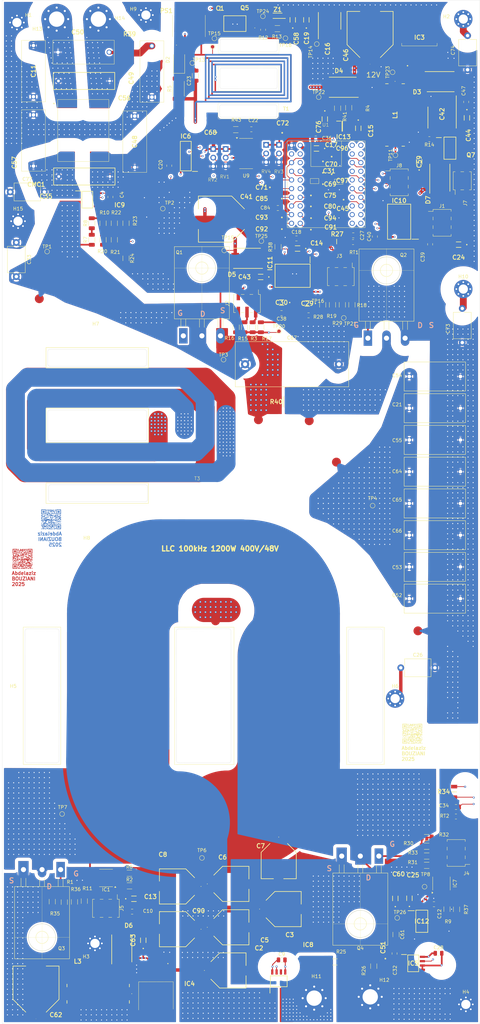
<source format=kicad_pcb>
(kicad_pcb (version 20241229) (generator "pcbnew") (generator_version "9.0")
  (title_block (title "LLC 400V/48V 1200W 100kHz") (date "2025-10-14") (rev "5") (company "Abdelaziz BOUZIANI"))
  (layers (0 "F.Cu" signal) (4 "In1.Cu" signal) (6 "In2.Cu" signal) (2 "B.Cu" signal) (13 "F.Paste" user) (15 "B.Paste" user) (5 "F.SilkS" user "F.Silkscreen") (7 "B.SilkS" user "B.Silkscreen") (1 "F.Mask" user) (3 "B.Mask" user) (25 "Edge.Cuts" user))
  (net 0 "")
  (net 1 "OUT1")
  (net 2 "GND_ISO")
  (net 3 "Net-(D2-K)")
  (net 4 "GND_extern")
  (net 5 "3.3v_or_5v_extern")
  (net 6 "Vref2048")
  (net 7 "ThermMes_P")
  (net 8 "S_P_H")
  (net 9 "+12drvSec")
  (net 10 "HVP1")
  (net 11 "+12drvPrimH")
  (net 12 "+12drvPrim")
  (net 13 "+3.3V_second")
  (net 14 "ThermMes_S")
  (net 15 "Net-(D3-K)")
  (net 16 "Net-(IC1-MIN_TOFF)")
  (net 17 "Net-(IC1-MIN_TON)")
  (net 19 "Net-(D5-A)")
  (net 20 "Net-(D6-K)")
  (net 21 "Net-(D7-A)")
  (net 22 "D_S_H")
  (net 23 "To_Jum_SH")
  (net 26 "Net-(IC5-VIN)")
  (net 27 "D_S_L")
  (net 28 "To_Jum_SL")
  (net 29 "SCK")
  (net 30 "NSS")
  (net 31 "NSS_extern")
  (net 32 "VoutMes1")
  (net 33 "CompOut")
  (net 34 "Net-(U9A--)")
  (net 35 "Net-(U9B--)")
  (net 36 "Net-(U9C--)")
  (net 37 "Net-(U9D--)")
  (net 38 "VinMes1")
  (net 39 "CurrInMes1")
  (net 40 "MISO")
  (net 41 "HVP2")
  (net 42 "CurrOutMes1")
  (net 43 "OUT2")
  (net 44 "MISO_extern")
  (net 45 "GND2")
  (net 46 "Net-(R20-Pad2)")
  (net 47 "HVN_IN")
  (net 48 "HVP_IN")
  (net 49 "Net-(R21-Pad2)")
  (net 50 "Net-(R22-Pad2)")
  (net 51 "SCK_extern")
  (net 52 "MOSI_extern")
  (net 53 "MOSI")
  (net 54 "To_Jum_L")
  (net 55 "To_Jum_H")
  (net 56 "Net-(J2-Pin_6)")
  (net 57 "Net-(J2-Pin_4)")
  (net 58 "Net-(J2-Pin_2)")
  (net 59 "EN1")
  (net 60 "FeedbacktoMCU")
  (net 63 "Net-(J3-Pin_4)")
  (net 64 "Net-(J3-Pin_2)")
  (net 66 "Net-(J3-Pin_6)")
  (net 67 "Net-(J4-Pin_2)")
  (net 68 "Net-(J4-Pin_6)")
  (net 69 "ResMuc")
  (net 70 "Net-(J4-Pin_4)")
  (net 71 "Net-(J5-Pin_6)")
  (net 72 "Net-(J5-Pin_2)")
  (net 74 "Net-(PS1-BP{slash}M)")
  (net 75 "RDY1")
  (net 76 "Net-(J5-Pin_4)")
  (net 77 "G_P_H")
  (net 78 "G_P_L")
  (net 79 "Net-(C50-Pad2)")
  (net 80 "G_S_H")
  (net 81 "G_S_L")
  (net 82 "Net-(Q5-A)")
  (net 83 "Net-(Q7-B)")
  (net 84 "Net-(R7-Pad2)")
  (net 85 "Net-(R10-Pad1)")
  (net 86 "Net-(D4-A)")
  (net 87 "Net-(PS1-EN{slash}UV)")
  (net 88 "Net-(R10-Pad2)")
  (net 89 "Net-(Z1-A)")
  (net 90 "MUC_FAN_CTR")
  (net 92 "Net-(IC7-MIN_TON)")
  (net 93 "Net-(IC7-MIN_TOFF)")
  (net 100 "Net-(D2-A)")
  (net 102 "VIA")
  (net 104 "VIB")
  (net 119 "S_P_H2")
  (net 120 "+3.3V")
  (net 121 "Net-(J8-Pin_3)")
  (net 126 "Tr_In2")
  (footprint "MountingHole:MountingHole_2.7mm_M2.5_Pad_Via" (layer "F.Cu") (at 81.63 58.66)
    (property "Reference" "H1")
    (property "Value" "~")
  )
  (footprint "Resistor_SMD:R_1206_3216Metric" (layer "F.Cu") (at 175.65 83.7775 -90)
    (property "Reference" "R41")
    (property "Value" "RC1206FR-0711K5L")
  )
  (footprint "Resistor_SMD:R_1206_3216Metric" (layer "F.Cu") (at 101.39 316.14 90)
    (property "Reference" "R11")
    (property "Value" "CRCW12060000Z0EAC")
  )
  (footprint "MountingHole:MountingHole_2.7mm_M2.5_Pad_Via" (layer "F.Cu") (at 119.45 56.465)
    (property "Reference" "H9")
    (property "Value" "~")
  )
  (footprint "C0805C102J5GACTU:C0805" (layer "F.Cu") (at 169.61 99.355 180)
    (property "Reference" "C70")
    (property "Value" "C0805C102J5GACTU" (hide yes))
  )
  (footprint "New_Linrary:TO-247-3_Horizontal_TabDown_v2" (layer "F.Cu") (at 184.54 151.165)
    (property "Reference" "Q2")
    (property "Value" "IPW60R037CM8XKSA1")
  )
  (footprint "TestPoint:TestPoint_Pad_D1.0mm" (layer "F.Cu") (at 139.53 63.315)
    (property "Reference" "TP15")
    (property "Value" "TestPoint")
  )
  (footprint "GRM31CR71E106KA12K:GRM31x" (layer "F.Cu") (at 115.93 315.46)
    (property "Reference" "C13")
    (property "Value" "GRM31CR71E106KA12K" (hide yes))
  )
  (footprint "875115350002:CAPAE830X770N" (layer "F.Cu") (at 206.29 85.475 -90)
    (property "Reference" "C42")
    (property "Value" "875115350002" (hide yes))
  )
  (footprint "Capacitor_SMD:C_0805_2012Metric" (layer "F.Cu") (at 205.24 331.43)
    (property "Reference" "C28")
    (property "Value" "SH21B104K101CT")
  )
  (footprint "Capacitor_THT:C_Disc_D7.5mm_W5.0mm_P10.00mm" (layer "F.Cu") (at 79.67 108.31)
    (property "Reference" "C77")
    (property "Value" "VY1221K31Y5SQ6TV0")
  )
  (footprint "B40910A8127M000:B40910A8127M000" (layer "F.Cu") (at 128.56 324.38 180)
    (property "Reference" "C90")
    (property "Value" "B40910A8127M000" (hide yes))
  )
  (footprint "B32672L8153J000:CAPRR1500W80L1800T850H1450" (layer "F.Cu") (at 204.17 208.899286)
    (property "Reference" "C66")
    (property "Value" "B32672L8153J")
  )
  (footprint "Resistor_SMD:R_0805_2012Metric" (layer "F.Cu") (at 210.35 291.351674)
    (property "Reference" "RT2")
    (property "Value" "TX08F103F3435ER")
  )
  (footprint "ACS70331EOLCTR-005U3:SOIC127P600X175-8N" (layer "F.Cu") (at 197.82 334.38)
    (property "Reference" "IC5")
    (property "Value" "SI8932B-IS" (hide yes))
  )
  (footprint "Resistor_SMD:R_1206_3216Metric" (layer "F.Cu") (at 201.7725 305.665)
    (property "Reference" "R31")
    (property "Value" "KTR18EZPJ3R0")
  )
  (footprint "Resistor_SMD:R_1206_3216Metric" (layer "F.Cu") (at 114.61 307.97)
    (property "Reference" "R6")
    (property "Value" "RC1206FR-0711K5L")
  )
  (footprint "New_Linrary:RV_precision" (layer "F.Cu") (at 138.92 88.2525)
    (property "Reference" "RV2")
    (property "Value" "~")
  )
  (footprint "Resistor_SMD:R_1206_3216Metric" (layer "F.Cu") (at 106.88 122.33 -90)
    (property "Reference" "R20")
    (property "Value" "RT1206BRD0756KL")
  )
  (footprint "B40910A8127M000:B40910A8127M000" (layer "F.Cu") (at 144.5 323.815)
    (property "Reference" "C5")
    (property "Value" "B40910A8127M000" (hide yes))
  )
  (footprint "Resistor_SMD:R_1206_3216Metric" (layer "F.Cu") (at 186.25 335.21 -90)
    (property "Reference" "R26")
    (property "Value" "ERA-8AEB152V")
  )
  (footprint "B81123C1222M:B81123C1222M" (layer "F.Cu") (at 116.17 101.075 90)
    (property "Reference" "C48")
    (property "Value" "B81123C1222M" (hide yes))
  )
  (footprint "TestPoint:TestPoint_Pad_D1.0mm" (layer "F.Cu") (at 185.92 200.245)
    (property "Reference" "TP4")
    (property "Value" "TestPoint")
  )
  (footprint "TestPoint:TestPoint_Pad_D1.0mm" (layer "F.Cu") (at 193.13 321.07)
    (property "Reference" "TP26")
    (property "Value" "TestPoint")
  )
  (footprint "Resistor_SMD:R_0805_2012Metric" (layer "F.Cu") (at 153.81 60.775 -90)
    (property "Reference" "R12")
    (property "Value" "SFR10EZPF2200")
  )
  (footprint "EEV-FK1V471Q:EEEFK0J332AQ" (layer "F.Cu") (at 141.59 116.275 180)
    (property "Reference" "C41")
    (property "Value" "EEV-FK1V471Q" (hide yes))
  )
  (footprint "MountingHole:MountingHole_2.7mm_M2.5_Pad_Via" (layer "F.Cu") (at 212.51 57.645)
    (property "Reference" "H2")
    (property "Value" "~")
  )
  (footprint "TestPoint:TestPoint_Pad_D1.0mm" (layer "F.Cu") (at 124.4 113.2)
    (property "Reference" "TP2")
    (property "Value" "TestPoint")
  )
  (footprint "B40910A8127M000:B40910A8127M000" (layer "F.Cu") (at 144.5 311.105)
    (property "Reference" "C6")
    (property "Value" "B40910A8127M000" (hide yes))
  )
  (footprint "Resistor_SMD:R_1206_3216Metric" (layer "F.Cu") (at 148.34 147.97 90)
    (property "Reference" "R15")
    (property "Value" "M251206BB5108JP500")
  )
  (footprint "PM5022-331M-RC:PM5022331MRC" (layer "F.Cu") (at 105.45 343.29 180)
    (property "Reference" "L3")
    (property "Value" "PM5022-331M-RC" (hide yes))
  )
  (footprint "Package_SO:SOIC-8_3.9x4.9mm_P1.27mm" (layer "F.Cu") (at 107.76 309.365 180)
    (property "Reference" "IC1")
    (property "Value" "NCP43080DDR2G")
  )
  (footprint "TestPoint:TestPoint_Pad_D1.0mm" (layer "F.Cu") (at 94.88 290.61 180)
    (property "Reference" "TP7")
    (property "Value" "TestPoint")
  )
  (footprint "TestPoint:TestPoint_Pad_D1.0mm" (layer "F.Cu") (at 177.46 145.225 -90)
    (property "Reference" "TP21")
    (property "Value" "TestPoint")
  )
  (footprint "C0805C102J5GACTU:C0805" (layer "F.Cu") (at 169.61 106.025 180)
    (property "Reference" "C69")
    (property "Value" "C0805C102J5GACTU" (hide yes))
  )
  (footprint "Resistor_SMD:R_1206_3216Metric" (layer "F.Cu") (at 201.7725 297.525)
    (property "Reference" "R32")
    (property "Value" "RC1206FR-0711K5L")
  )
  (footprint "Resistor_SMD:R_1206_3216Metric" (layer "F.Cu") (at 174.15 141.3825 -90)
    (property "Reference" "R19")
    (property "Value" "KTR18EZPJ3R0")
  )
  (footprint "Connector_PinHeader_2.54mm:PinHeader_2x03_P2.54mm_Vertical_SMD" (layer "F.Cu") (at 210.4175 302.035 180)
    (property "Reference" "J4")
    (property "Value" "jumper_02x03")
  )
  (footprint "Resistor_SMD:R_1206_3216Metric" (layer "F.Cu") (at 103.57 122.33 90)
    (property "Reference" "R7")
    (property "Value" "RT1206BRD0756KL")
  )
  (footprint "Connector_PinHeader_2.54mm:PinHeader_2x03_P2.54mm_Vertical_SMD" (layer "F.Cu") (at 107.71 318.255 -90)
    (property "Reference" "J5")
    (property "Value" "jumper_02x03")
  )
  (footprint "Resistor_SMD:R_1206_3216Metric" (layer "F.Cu") (at 210.53 318.55 -90)
    (property "Reference" "R37")
    (property "Value" "RC1206FR-0711K5L")
  )
  (footprint "Resistor_SMD:R_1206_3216Metric" (layer "F.Cu") (at 153.15 147.97 90)
    (property "Reference" "R17")
    (property "Value" "RC1206FR-0711K5L")
  )
  (footprint "B32672L8153J000:CAPRR1500W80L1800T850H1450" (layer "F.Cu") (at 204.17 171.687857)
    (property "Reference" "C21")
    (property "Value" "B32672L8153J")
  )
  (footprint "B32672L8153J000:CAPRR1500W80L1800T850H1450" (layer "F.Cu") (at 204.17 190.293571)
    (property "Reference" "C64")
    (property "Value" "B32672L8153J")
  )
  (footprint "Resistor_SMD:R_1206_3216Metric" (layer "F.Cu") (at 106.88 117.48 -90)
    (property "Reference" "R10")
    (property "Value" "RT1206BRD0756KL")
  )
  (footprint "Capacitor_SMD:C_0805_2012Metric" (layer "F.Cu") (at 202.78 123.655 90)
    (property "Reference" "C39")
    (property "Value" "SH21B104K101CT")
  )
  (footprint "Connector_PinHeader_2.54mm:PinHeader_2x03_P2.54mm_Vertical_SMD" (layer "F.Cu") (at 206.285 117.355)
    (property "Reference" "J1")
    (property "Value" "Conn_02x03")
  )
  (footprint "C0805C102J5GACTU:C0805" (layer "F.Cu") (at 157.66 90.9825 180)
    (property "Reference" "C72")
    (property "Value" "C0805C102J5GACTU" (hide yes))
  )
  (footprint "C0805C102J5GACTU:C0805" (layer "F.Cu") (at 189.66 334.75 -90)
    (property "Reference" "C51")
    (property "Value" "C0805C102J5GACTU" (hide yes))
  )
  (footprint "C0805C102J5GACTU:C0805" (layer "F.Cu") (at 157.56 115.78 180)
    (property "Reference" "C93")
    (property "Value" "C0805C102J5GACTU" (hide yes))
  )
  (footprint "Connector_PinHeader_2.54mm:PinHeader_2x03_P2.54mm_Vertical_SMD" (layer "F.Cu") (at 193.715 105.485)
    (property "Reference" "J8")
    (property "Value" "jumper_02x03")
  )
  (footprint "TestPoint:TestPoint_Pad_D1.0mm" (layer "F.Cu") (at 90.48 125.78)
    (property "Reference" "TP1")
    (property "Value" "TestPoint")
  )
  (footprint "TestPoint:TestPoint_Pad_D1.0mm" (layer "F.Cu") (at 135.88 303.495)
    (property "Reference" "TP6")
    (property "Value" "TestPoint")
  )
  (footprint "C0805C102J5GACTU:C0805" (layer "F.Cu") (at 169.57 112.54)
    (property "Reference" "C80")
    (property "Value" "C0805C102J5GACTU" (hide yes))
  )
  (footprint "Resistor_SMD:R_1206_3216Metric" (layer "F.Cu") (at 201.7725 300.065 180)
    (property "Reference" "R30")
    (property "Value" "CRCW12060000Z0EAC")
  )
  (footprint "RN73R2BTTD4991B25:RESC3216X70N" (layer "F.Cu") (at 209.82 284.14 -90)
    (property "Reference" "R34")
    (property "Value" "RN73R2BTTD4991B25" (hide yes))
  )
  (footprint "GRM31CR71E106KA12K:GRM31x" (layer "F.Cu") (at 196.71 315.31 90)
    (property "Reference" "C25")
    (property "Value" "GRM31CR71E106KA12K" (hide yes))
  )
  (footprint "Capacitor_SMD:C_0805_2012Metric" (layer "F.Cu") (at 115.4 319.23)
    (property "Reference" "C10")
    (property "Value" "SH21B104K101CT")
  )
  (footprint "EEV-FK1V471Q:EEEFK0J332AQ" (layer "F.Cu") (at 87.22 341.93 90)
    (property "Reference" "C62")
    (property "Value" "EEV-FK1V471Q" (hide yes))
  )
  (footprint "ACS70331EOLCTR-005U3:SOIC127P600X175-8N" (layer "F.Cu") (at 102.25 110.575)
    (property "Reference" "IC9")
    (property "Value" "ACS70331EOLCTR-005U3" (hide yes))
  )
  (footprint "MBRS340T3G:DIOM8059X261N" (layer "F.Cu") (at 177.16 77.625 180)
    (property "Reference" "D4")
    (property "Value" "MBRS340T3G" (hide yes))
  )
  (footprint "New_Linrary:TO-247-3_Horizontal_TabDown_v2" (layer "F.Cu") (at 187.76 302.95 180)
    (property "Reference" "Q4")
    (property "Value" "FDH055N15A")
  )
  (footprint "B32672L8153J000:CAPRR1500W80L1800T850H1450" (layer "F.Cu") (at 204.17 199.596429)
    (property "Reference" "C65")
    (property "Value" "B32672L8153J")
  )
  (footprint "Resistor_SMD:R_1206_3216Metric" (layer "F.Cu") (at 145.7975 90.0525)
    (property "Reference" "R43")
    (property "Value" "RC1206FR-0711K5L")
  )
  (footprint "R46KI310050M1K:R46KI310050M1K" (layer "F.Cu") (at 93.8 75.785)
    (property "Reference" "C56")
    (property "Value" "R46KI310050M1K" (hide yes))
  )
  (footprint "Resistor_SMD:R_1206_3216Metric" (layer "F.Cu") (at 179.85 141.3825 90)
    (property "Reference" "R18")
    (property "Value" "RNCE1206BTE10R0")
  )
  (footprint "MBRS340T3G:DIOM8059X261N" (layer "F.Cu") (at 205.86 75.985)
    (property "Reference" "D3")
    (property "Value" "MBRS340T3G" (hide yes))
  )
  (footprint "RN73R2BTTD4991B25:RESC3216X70N" (layer "F.Cu") (at 175.38 122.855)
    (property "Reference" "R27")
    (property "Value" "RN73R2BTTD4991B25" (hide yes))
  )
  (footprint "Capacitor_SMD:C_0805_2012Metric" (layer "F.Cu") (at 167.14 144.47 180)
    (property "Reference" "C37" (hide yes))
    (property "Value" "SH21B104K101CT")
  )
  (footprint "GRM31CR71E106KA12K:GRM31x" (layer "F.Cu") (at 163.91 124.885 180)
    (property "Reference" "C14")
    (property "Value" "GRM31CR71E106KA12K" (hide yes))
  )
  (footprint "Resistor_SMD:R_1206_3216Metric" (layer "F.Cu") (at 178.91 83.6275 -90)
    (property "Reference" "R4")
    (property "Value" "RC1206FR-0711K5L")
  )
  (footprint "DPC817S-B-TR:DPC817SBTR" (layer "F.Cu") (at 145.53 58.975 90)
    (property "Reference" "Q5")
    (property "Value" "DPC817S-B-TR" (hide yes))
  )
  (footprint "Capacitor_SMD:C_0805_2012Metric" (layer "F.Cu") (at 180.24 121.025 180)
    (property "Reference" "C27")
    (property "Value" "SH21B104K101CT")
  )
  (footprint "TestPoint:TestPoint_Pad_D1.0mm" (layer "F.Cu") (at 133.06 70.515)
    (property "Reference" "TP13")
    (property "Value" "TestPoint")
  )
  (footprint "Diode_SMD:D_SMA" (layer "F.Cu") (at 129.17 70.0325 90)
    (property "Reference" "D2")
    (property "Value" "US1J")
  )
  (footprint "TestPoint:TestPoint_Pad_D1.0mm" (layer "F.Cu") (at 160.36 63.255)
    (property "Reference" "TP18")
    (property "Value" "TestPoint")
  )
  (footprint "Resistor_SMD:R_1206_3216Metric" (layer "F.Cu") (at 113.61 127.7575 -90)
    (property "Reference" "R24")
    (property "Value" "RNCE1206BTE1K00")
  )
  (footprint "Capacitor_SMD:C_0805_2012Metric" (layer "F.Cu") (at 159.21 143.815 180)
    (property "Reference" "C38")
    (property "Value" "SH21B104K101CT")
  )
  (footprint "C0805C102J5GACTU:C0805" (layer "F.Cu") (at 157.56 110.27 180)
    (property "Reference" "C85")
    (property "Value" "C0805C102J5GACTU" (hide yes))
  )
  (footprint "Resistor_SMD:R_1206_3216Metric" (layer "F.Cu") (at 91.99 316.3 -90)
    (property "Reference" "R35")
    (property "Value" "RC1206FR-0711K5L")
  )
  (footprint "TMCS1107A4UQDRQ1:SOIC127P600X175-8N" (layer "F.Cu") (at 158.4 339.63 90)
    (property "Reference" "IC8")
    (property "Value" "TMCS1107A1UQDRQ1" (hide yes))
  )
  (footprint "Capacitor_SMD:C_0805_2012Metric" (layer "F.Cu") (at 109.04 109.785 -90)
    (property "Reference" "C4")
    (property "Value" "SH21B104K101CT")
  )
  (footprint "New_Linrary:ELP_102_20_38_V6" (layer "F.Cu") (at 134.466966 192.782852)
    (property "Reference" "T3")
    (property "Value" "B66297K0000X197,B66297G0000X197")
    (fp_line (start -50.477116 82.117045) (end -50.497117 44.253) (stroke (width 0.05)) (layer "Edge.Cuts"))
    (fp_line (start -49.807 43.562883) (end -41.162955 43.572884) (stroke (width 0.05)) (layer "Edge.Cuts"))
    (fp_line (start -41.183 82.827117) (end -49.787045 82.807116) (stroke (width 0.05)) (layer "Edge.Cuts"))
    (fp_line (start -40.472883 44.262955) (end -40.492884 82.137045) (stroke (width 0.05)) (layer "Edge.Cuts"))
    (fp_line (start -6.097117 82.137045) (end -6.117117 44.272954) (stroke (width 0.05)) (layer "Edge.Cuts"))
    (fp_line (start -5.427045 43.582883) (end 9.242045 43.547883) (stroke (width 0.05)) (layer "Edge.Cuts"))
    (fp_line (start 9.251815 82.832117) (end -5.407045 82.827117) (stroke (width 0.05)) (layer "Edge.Cuts"))
    (fp_line (start 9.932117 44.237768) (end 9.942116 82.141868) (stroke (width 0.05)) (layer "Edge.Cuts"))
    (fp_line (start 44.367884 82.132045) (end 44.347883 44.268) (stroke (width 0.05)) (layer "Edge.Cuts"))
    (fp_line (start 45.038 43.577883) (end 53.682045 43.587884) (stroke (width 0.05)) (layer "Edge.Cuts"))
    (fp_line (start 53.662 82.842117) (end 45.057955 82.822116) (stroke (width 0.05)) (layer "Edge.Cuts"))
    (fp_line (start 54.372117 44.277955) (end 54.352116 82.152045) (stroke (width 0.05)) (layer "Edge.Cuts"))
    (fp_arc (start -50.497117 44.252955) (mid -50.295 43.765) (end -49.807045 43.562883) (stroke (width 0.05)) (layer "Edge.Cuts"))
    (fp_arc (start -49.787045 82.807117) (mid -50.275 82.605) (end -50.477117 82.117045) (stroke (width 0.05)) (layer "Edge.Cuts"))
    (fp_arc (start -41.162955 43.572883) (mid -40.675 43.775) (end -40.472883 44.262955) (stroke (width 0.05)) (layer "Edge.Cuts"))
    (fp_arc (start -40.492883 82.137045) (mid -40.695 82.625) (end -41.182955 82.827117) (stroke (width 0.05)) (layer "Edge.Cuts"))
    (fp_arc (start -6.117117 44.272955) (mid -5.915 43.785) (end -5.427045 43.582883) (stroke (width 0.05)) (layer "Edge.Cuts"))
    (fp_arc (start -5.407045 82.827117) (mid -5.895 82.625) (end -6.097117 82.137045) (stroke (width 0.05)) (layer "Edge.Cuts"))
    (fp_arc (start 9.242045 43.547883) (mid 9.73 43.75) (end 9.932117 44.237955) (stroke (width 0.05)) (layer "Edge.Cuts"))
    (fp_arc (start 9.942117 82.142045) (mid 9.74 82.63) (end 9.252045 82.832117) (stroke (width 0.05)) (layer "Edge.Cuts"))
    (fp_arc (start 44.347883 44.267955) (mid 44.55 43.78) (end 45.037955 43.577883) (stroke (width 0.05)) (layer "Edge.Cuts"))
    (fp_arc (start 45.057955 82.822117) (mid 44.57 82.62) (end 44.367883 82.132045) (stroke (width 0.05)) (layer "Edge.Cuts"))
    (fp_arc (start 53.682045 43.587883) (mid 54.17 43.79) (end 54.372117 44.277955) (stroke (width 0.05)) (layer "Edge.Cuts"))
    (fp_arc (start 54.352117 82.152045) (mid 54.15 82.64) (end 53.662045 82.842117) (stroke (width 0.05)) (layer "Edge.Cuts"))
  )
  (footprint "MountingHole:MountingHole_2.7mm_M2.5_Pad_Via" (layer "F.Cu") (at 192.52 256.79)
    (property "Reference" "H6")
    (property "Value" "~")
  )
  (footprint "Resistor_SMD:R_1206_3216Metric" (layer "F.Cu") (at 174.8775 333.97)
    (property "Reference" "R25")
    (property "Value" "RT1206BRD0756KL")
  )
  (footprint "C0805C102J5GACTU:C0805" (layer "F.Cu") (at 169.61 102.695 180)
    (property "Reference" "C31")
    (property "Value" "C0805C102J5GACTU" (hide yes))
  )
  (footprint "GRM31CR71E106KA12K:GRM31x" (layer "F.Cu") (at 213.57 86.6 -90)
    (property "Reference" "C44")
    (property "Value" "GRM31CR71E106KA12K" (hide yes))
  )
  (footprint "B81123C1222M:B81123C1222M" (layer "F.Cu") (at 93.67 67.345)
    (property "Reference" "C50")
    (property "Value" "B81123C1222M" (hide yes))
  )
  (footprint "Capacitor_SMD:C_1206_3216Metric_Pad1.33x1.80mm_HandSolder" (layer "F.Cu") (at 192.78 325.94 -90)
    (property "Reference" "C61")
    (property "Value" "GRM31CR71E106KA12K")
  )
  (footprint "TNY280GN-TL:TNY280GNTL" (layer "F.Cu") (at 132.06 59.673)
    (property "Reference" "PS1")
    (property "Value" "TNY280GN-TL" (hide yes))
  )
  (footprint "New_Linrary:RV_precision" (layer "F.Cu") (at 154.44 87.0325)
    (property "Reference" "RV4")
    (property "Value" "~")
  )
  (footprint "MountingHole:MountingHole_4.5mm_Pad_Via" (layer "F.Cu") (at 93.278 57.66)
    (property "Reference" "H13")
    (property "Value" "~")
  )
  (footprint "GRM31CR71E106KA12K:GRM31x" (layer "F.Cu") (at 159.21 140.725 180)
    (property "Reference" "C30")
    (property "Value" "GRM31CR71E106KA12K" (hide yes))
  )
  (footprint "TestPoint:TestPoint_Pad_D1.0mm" (layer "F.Cu") (at 169.54 64.96 90)
    (property "Reference" "TP14")
    (property "Value" "TestPoint")
  )
  (footprint "Capacitor_SMD:C_1206_3216Metric" (layer "F.Cu") (at 133.95 74.225 90)
    (property "Reference" "C23")
    (property "Value" "AC1206JKNPOZBN103")
  )
  (footprint "TestPoint:TestPoint_Pad_D1.0mm" (layer "F.Cu") (at 158.47 149.135)
    (property "Reference" "TP20")
    (property "Value" "TestPoint")
  )
  (footprint "B32672L8153J000:CAPRR1500W80L1800T850H1450" (layer "F.Cu") (at 204.17 227.505)
    (property "Reference" "C52")
    (property "Value" "B32672L8153J")
  )
  (footprint "TestPoint:TestPoint_Pad_D1.0mm" (layer "F.Cu") (at 201.15 311.925)
    (property "Reference" "TP8")
    (property "Value" "TestPoint")
  )
  (footprint "Capacitor_SMD:C_0805_2012Metric" (layer "F.Cu") (at 213.35 81.925 90)
    (property "Reference" "C47")
    (property "Value" "SH21B104K101CT")
  )
  (footprint "A768EB107M1ELAS036:CAPAE660X600N" (layer "F.Cu") (at 173.31 58.985 90)
    (property "Reference" "C16")
    (property "Value" "A768EB107M1ELAS036" (hide yes))
  )
  (footprint "C0805C102J5GACTU:C0805" (layer "F.Cu") (at 138.36 90.875 180)
    (property "Reference" "C68")
    (property "Value" "C0805C102J5GACTU" (hide yes))
  )
  (footprint "Resistor_SMD:R_0805_2012Metric" (layer "F.Cu") (at 202.562 92.83 180)
    (property "Reference" "R14")
    (property "Value" "SFR10EZPF2200")
  )
  (footprint "Capacitor_SMD:C_0805_2012Metric" (layer "F.Cu") (at 203.91 317.06)
    (property "Reference" "C12")
    (property "Value" "SH21B104K101CT")
  )
  (footprint "Package_SO:SOIC-14_3.9x8.7mm_P1.27mm" (layer "F.Cu") (at 148.83 97.0525)
    (property "Reference" "U9")
    (property "Value" "TLV9024QDRQ1")
  )
  (footprint "C0805C102J5GACTU:C0805" (layer "F.Cu") (at 175.66 97.96)
    (property "Reference" "C96")
    (property "Value" "C0805C102J5GACTU" (hide yes))
  )
  (footprint "Capacitor_THT:C_Disc_D7.5mm_W5.0mm_P10.00mm" (layer "F.Cu") (at 81.45 123.12 -90)
    (property "Reference" "C33")
    (property "Value" "VY1221K31Y5SQ6TV0")
  )
  (footprint "GRM31CR71E106KA12K:GRM31x" (layer "F.Cu") (at 211.135 123.755 180)
    (property "Reference" "C24")
    (property "Value" "GRM31CR71E106KA12K" (hide yes))
  )
  (footprint "B32672L8153J000:CAPRR1500W80L1800T850H1450" (layer "F.Cu") (at 204.17 162.385)
    (property "Reference" "C54")
    (property "Value" "B32672L8153J")
  )
  (footprint "New_Linrary:EFDKS60K405D032LH" (layer "F.Cu") (at 148.53 158.795)
    (property "Reference" "C67")
    (property "Value" "EFDKS60K405D032LH")
  )
  (footprint "GRM31CR71E106KA12K:GRM31x" (layer "F.Cu") (at 153.09 133.225 180)
    (property "Reference" "C43")
    (property "Value" "GRM31CR71E106KA12K" (hide yes))
  )
  (footprint "Package_SO:SOIC-8_3.9x4.9mm_P1.27mm" (layer "F.Cu") (at 206.1025 310.9825 90)
    (property "Reference" "IC7")
    (property "Value" "NCP43080DDR2G")
  )
  (footprint "Capacitor_THT:C_Disc_D7.5mm_W5.0mm_P10.00mm" (layer "F.Cu") (at 212.21 142.455 -90)
    (property "Reference" "C73")
    (property "Value" "VY1221K31Y5SQ6TV0")
  )
  (footprint "Resistor_SMD:R_1206_3216Metric" (layer "F.Cu") (at 103.57 117.48 90)
    (property "Reference" "R8")
    (property "Value" "RT1206BRD0756KL")
  )
  (footprint "GRM31CR71E106KA12K:GRM31x" (layer "F.Cu") (at 166.49 57.875 90)
    (property "Reference" "C19")
    (property "Value" "GRM31CR71E106KA12K" (hide yes))
  )
  (footprint "GRM31CR71E106KA12K:GRM31x" (layer "F.Cu") (at 162.5 57.875 90)
    (property "Reference" "C58")
    (property "Value" "GRM31CR71E106KA12K" (hide yes))
  )
  (footprint "MountingHole:MountingHole_2.7mm_M2.5_Pad_Via" (layer "F.Cu") (at 104.51 328.54)
    (property "Reference" "H3")
    (property "Value" "~")
  )
  (footprint "BZT52C11-7-F:SOD3716X145N" (layer "F.Cu") (at 158.05 56.671 180)
    (property "Reference" "Z1")
    (property "Value" "BZT52C11-7-F" (hide yes))
  )
  (footprint "Resistor_SMD:R_0805_2012Metric" (layer "F.Cu") (at 180.1725 123.005 180)
    (property "Reference" "RT1")
    (property "Value" "TX08F103F3435ER")
  )
  (footprint "Resistor_SMD:R_1206_3216Metric" (layer "F.Cu") (at 98.5 316.37 -90)
    (property "Reference" "R36")
    (property "Value" "RC1206JR-071R1L")
  )
  (footprint "Resistor_SMD:R_1206_3216Metric" (layer "F.Cu") (at 207.72 318.5 -90)
    (property "Reference" "R9")
    (property "Value" "RC1206FR-0711K5L")
  )
  (footprint "TestPoint:TestPoint_Pad_D1.0mm" (layer "F.Cu") (at 142.41 125.45)
    (property "Reference" "TP19")
    (property "Value" "TestPoint")
  )
  (footprint "C0805C102J5GACTU:C0805" (layer "F.Cu") (at 175.66 103.12)
    (property "Reference" "C97")
    (property "Value" "C0805C102J5GACTU" (hide yes))
  )
  (footprint "GRM31CR71E106KA12K:GRM31x" (layer "F.Cu") (at 118.67 327.62 90)
    (property "Reference" "C63")
    (property "Value" "GRM31CR71E106KA12K" (hide yes))
  )
  (footprint "MountingHole:MountingHole_2.7mm_M2.5" (layer "F.Cu") (at 104.73 150.62)
    (property "Reference" "H7")
    (property "Value" "~")
  )
  (footprint "TestPoint:TestPoint_Pad_D1.0mm" (layer "F.Cu") (at 142.21 157.46)
    (property "Reference" "TP3")
    (property "Value" "TestPoint")
  )
  (footprint "New_Linrary:TO-247-3_Horizontal_TabDown_v2" (layer "F.Cu") (at 130.41 150.475)
    (property "Reference" "Q1")
    (property "Value" "IPW60R037CM8XKSA1")
  )
  (footprint "Capacitor_THT:C_Disc_D7.5mm_W5.0mm_P10.00mm" (layer "F.Cu") (at 213.77 62.495 -90)
    (property "Reference" "C74")
    (property "Value" "VY1221K31Y5SQ6TV0")
  )
  (footprint "C0805C102J5GACTU:C0805" (layer "F.Cu") (at 169.57 119.36)
    (property "Reference" "C91")
    (property "Value" "C0805C102J5GACTU" (hide yes))
  )
  (footprint "Connector_PinHeader_2.54mm:PinHeader_2x03_P2.54mm_Vertical_SMD" (layer "F.Cu") (at 149.09 140.9975 -90)
    (property "Reference" "J2")
    (property "Value" "jumper_02x03")
  )
  (footprint "PA2750NL:PA2750NL" (layer "F.Cu") (at 101.08 90.3)
    (property "Reference" "CMC1")
    (property "Value" "PA2750NL" (hide yes))
  )
  (footprint "C0805C102J5GACTU:C0805" (layer "F.Cu") (at 169.58 109.335)
    (property "Reference" "C75")
    (property "Value" "C0805C102J5GACTU" (hide yes))
  )
  (footprint "TestPoint:TestPoint_Pad_D1.0mm" (layer "F.Cu") (at 153.75 56.825)
    (property "Reference" "TP24")
    (property "Value" "TestPoint")
  )
  (footprint "B40910A8127M000:B40910A8127M000" (layer "F.Cu") (at 159.83 318.48)
    (property "Reference" "C3")
    (property "Value" "B40910A8127M000" (hide yes))
  )
  (footprint "LRMAP2512-R007FT4:RESC6432X90N" (layer "F.Cu") (at 159.71 169.815)
    (property "Reference" "R40")
    (property "Value" "LRMAP2512-R007FT4" (hide yes))
  )
  (footprint "B81123C1222M:B81123C1222M" (layer "F.Cu") (at 121.2 65.515 -90)
    (property "Reference" "C49")
    (property "Value" "B81123C1222M" (hide yes))
  )
  (footprint "SI82390BD-IS:SOIC127P1030X265-16N" (layer "F.Cu") (at 162.46 132.875 -90)
    (property "Reference" "IC11")
    (property "Value" "SI82390BD-IS" (hide yes))
  )
  (footprint "MountingHole:MountingHole_4.5mm_Pad_Via" (layer "F.Cu") (at 185.22 344.2)
    (property "Reference" "H12")
    (property "Value" "~")
  )
  (footprint "Resistor_SMD:R_1206_3216Metric" (layer "F.Cu") (at 150.74 147.97 90)
    (property "Reference" "R3")
    (property "Value" "RNCE1206BTE10R0")
  )
  (footprint "Resistor_SMD:R_1206_3216Metric" (layer "F.Cu") (at 110.19 117.48 90)
    (property "Reference" "R22")
    (property "Value" "RT1206BRD0756KL")
  )
  (footprint "GRM31CR71E106KA12K:GRM31x" (layer "F.Cu") (at 166.74 141 180)
    (property "Reference" "C29")
    (property "Value" "GRM31CR71E106KA12K" (hide yes))
  )
  (footprint "Resistor_SMD:R_1206_3216Metric" (layer "F.Cu") (at 110.19 122.33 90)
    (property "Reference" "R21")
    (property "Value" "RT1206BRD0756KL")
  )
  (footprint "New_Linrary:TO-247-3_Horizontal_TabDown_v2" (layer "F.Cu") (at 94.44 306.91 180)
    (property "Reference" "Q3")
    (property "Value" "FDH055N15A")
  )
  (footprint "ISO7741BDWR:SOIC127P1030X265-16N" (layer "F.Cu") (at 193.691 117.036 180)
    (property "Reference" "IC10")
    (property "Value" "ISO7741BDWR" (hide yes))
  )
  (footprint "Resistor_SMD:R_1206_3216Metric" (layer "F.Cu") (at 113.61 117.48 -90)
    (property "Reference" "R23")
    (property "Value" "RT1206BRD0756KL")
  )
  (footprint "TestPoint:TestPoint_Pad_D1.0mm" (layer "F.Cu") (at 153.3 122.705)
    (property "Reference" "TP25")
    (property "Value" "TestPoint")
  )
  (footprint "New_Linrary:Trans_planner_buck" (layer "F.Cu") (at 130.3175 75.105 90)
    (property "Reference" "T1")
    (property "Value" "B66285G0000X187,B66285K0000X187")
    (fp_line (start -8.204238 10.759814) (end -10.794766 10.757041) (stroke (width 0.05)) (layer "Edge.Cuts"))
    (fp_line (start 2.585 10.82259) (end -2.40987 10.817243) (stroke (width 0.05)) (layer "Edge.Cuts"))
    (fp_line (start 11.060658 10.840016) (end 8.47013 10.837243) (stroke (width 0.05)) (layer "Edge.Cuts"))
    (fp_line (start -11.304967 11.25694) (end -11.297691 27.049596) (stroke (width 0.05)) (layer "Edge.Cuts"))
    (fp_line (start -2.920071 11.317142) (end -2.912795 27.109798) (stroke (width 0.05)) (layer "Edge.Cuts"))
    (fp_line (start 7.959929 11.337142) (end 7.967205 27.129798) (stroke (width 0.05)) (layer "Edge.Cuts"))
    (fp_line (start -7.694824 27.062658) (end -7.7 11.269995) (stroke (width 0.05)) (layer "Edge.Cuts"))
    (fp_line (start 3.090072 27.12286) (end 3.084896 11.330197) (stroke (width 0.05)) (layer "Edge.Cuts"))
    (fp_line (start 11.570072 27.14286) (end 11.564896 11.350197) (stroke (width 0.05)) (layer "Edge.Cuts"))
    (fp_line (start -10.794896 27.559798) (end -8.20458 27.562563) (stroke (width 0.05)) (layer "Edge.Cuts"))
    (fp_line (start -2.41 27.62) (end 2.57987 27.625326) (stroke (width 0.05)) (layer "Edge.Cuts"))
    (fp_line (start 8.47 27.64) (end 11.060316 27.642765) (stroke (width 0.05)) (layer "Edge.Cuts"))
    (fp_arc (start -8.199896 10.759798) (mid -7.842754 10.90987) (end -7.7 11.27) (stroke (width 0.05)) (layer "Edge.Cuts"))
    (fp_arc (start 2.585 10.82) (mid 2.942142 10.970072) (end 3.084896 11.330202) (stroke (width 0.05)) (layer "Edge.Cuts"))
    (fp_arc (start 11.065 10.84) (mid 11.422142 10.990072) (end 11.564896 11.350202) (stroke (width 0.05)) (layer "Edge.Cuts"))
    (fp_arc (start -11.304968 11.25694) (mid -11.154896 10.899798) (end -10.794766 10.757044) (stroke (width 0.05)) (layer "Edge.Cuts"))
    (fp_arc (start -2.920072 11.317142) (mid -2.77 10.96) (end -2.40987 10.817246) (stroke (width 0.05)) (layer "Edge.Cuts"))
    (fp_arc (start 7.959928 11.337142) (mid 8.11 10.98) (end 8.47013 10.837246) (stroke (width 0.05)) (layer "Edge.Cuts"))
    (fp_arc (start -7.694824 27.062656) (mid -7.844896 27.419798) (end -8.205026 27.562552) (stroke (width 0.05)) (layer "Edge.Cuts"))
    (fp_arc (start 3.090072 27.122858) (mid 2.94 27.48) (end 2.57987 27.622754) (stroke (width 0.05)) (layer "Edge.Cuts"))
    (fp_arc (start 11.570072 27.142858) (mid 11.42 27.5) (end 11.05987 27.642754) (stroke (width 0.05)) (layer "Edge.Cuts"))
    (fp_arc (start -10.797754 27.559798) (mid -11.154896 27.409726) (end -11.29765 27.049596) (stroke (width 0.05)) (layer "Edge.Cuts"))
    (fp_arc (start -2.412858 27.62) (mid -2.77 27.469928) (end -2.912754 27.109798) (stroke (width 0.05)) (layer "Edge.Cuts"))
    (fp_arc (start 8.467142 27.64) (mid 8.11 27.489928) (end 7.967246 27.129798) (stroke (width 0.05)) (layer "Edge.Cuts"))
  )
  (footprint "Connector_PinHeader_2.54mm:PinHeader_2x02_P2.54mm_Vertical_SMD" (layer "F.Cu") (at 212.2 105.035 90)
    (property "Reference" "J7")
    (property "Value" "Conn_02x02_Odd_Even")
  )
  (footprint "LM2575-3.3WU-TR:MIC29302WU" (layer "F.Cu") (at 199.65 56.725)
    (property "Reference" "IC3")
    (property "Value" "LM2575-3.3WU-TR" (hide yes))
  )
  (footprint "Resistor_SMD:R_1206_3216Metric" (layer "F.Cu") (at 158 60.445 180)
    (property "Reference" "R13")
    (property "Value" "CR1206-FX-1071ELF")
  )
  (footprint "Capacitor_SMD:C_0805_2012Metric" (layer "F.Cu") (at 169.26 92.615 180)
    (property "Reference" "C36")
    (property "Value" "SH21B104K101CT" (hide yes))
  )
  (footprint "TestPoint:TestPoint_Pad_D1.0mm" (layer "F.Cu") (at 138.99 65.765)
    (property "Reference" "TP16")
    (property "Value" "TestPoint")
  )
  (footprint "TestPoint:TestPoint_Pad_D1.0mm" (layer "F.Cu") (at 170.12 80.525)
    (property "Reference" "TP22")
    (property "Value" "TestPoint")
  )
  (footprint "MountingHole:MountingHole_2.7mm_M2.5_Pad_Via" (layer "F.Cu") (at 212.51 136.775)
    (property "Reference" "H10")
    (property "Value" "~")
  )
  (footprint "Capacitor_SMD:C_0805_2012Metric" (layer "F.Cu") (at 126.29 100.615 90)
    (property "Reference" "C20")
    (property "Value" "SH21B104K101CT")
  )
  (footprint "Resistor_SMD:R_1206_3216Metric" (layer "F.Cu") (at 114.64 311.68)
    (property "Reference" "R2")
    (property "Value" "RC1206FR-0711K5L")
  )
  (footprint "MBRS340T3G:DIOM8059X261N" (layer "F.Cu") (at 205.63 104.125 90)
    (property "Reference" "D7")
    (property "Value" "MBRS340T3G" (hide yes))
  )
  (footprint "B81123C1222M:B81123C1222M" (layer "F.Cu") (at 86.474 85.727 -90)
    (property "Reference" "C57")
    (property "Value" "B81123C1222M" (hide yes))
  )
  (footprint "Resistor_SMD:R_1206_3216Metric" (layer "F.Cu") (at 158.19 124.3775 90)
    (property "Reference" "R38")
    (property "Value" "RC1206FR-0711K5L")
  )
  (footprint "MountingHole:MountingHole_2.7mm_M2.5" (layer "F.Cu") (at 80.54 256.79)
    (property "Reference" "H5")
    (property "Value" "~")
  )
  (footprint "R46KI310050M1K:R46KI310050M1K" (layer "F.Cu") (at 93.89 103.785)
    (property "Reference" "C35")
    (property "Value" "R46KI310050M1K" (hide yes))
  )
  (footprint "New_Linrary:SMT32F1-MINI" (layer "F.Cu") (at 172.15 89.135)
    (property "Reference" "U1")
    (property "Value" "stm32F103C8T6-CH340" (hide yes))
  )
  (footprint "B40910A8127M000:B40910A8127M000" (layer "F.Cu") (at 128.56 311.845 180)
    (property "Reference" "C8")
    (property "Value" "B40910A8127M000" (hide yes))
  )
  (footprint "GRM31CR71E106KA12K:GRM31x" (layer "F.Cu") (at 181.71 89.65 -90)
    (property "Reference" "C15")
    (property "Value" "GRM31CR71E106KA12K" (hide yes))
  )
  (footprint "BCP5616H6327XTSA1:SOT230P700X180-4N" (layer "F.Cu") (at 208.59 95.475)
    (property "Reference" "Q7")
    (property "Value" "BCP5616H6327XTSA1" (hide yes))
  )
  (footprint "B40910A8127M000:B40910A8127M000" (layer "F.Cu") (at 143.65 336.47)
    (property "Reference" "C2")
    (property "Value" "B40910A8127M000" (hide yes))
  )
  (footprint "GRM31CR71E106KA12K:GRM31x" (layer "F.Cu") (at 192.57 315.36 90)
    (property "Reference" "C60")
    (property "Value" "GRM31CR71E106KA12K" (hide yes))
  )
  (footprint "Resistor_SMD:R_1206_3216Metric" (layer "F.Cu") (at 145.91 147.97 -90)
    (property "Reference" "R16")
    (property "Value" "KTR18EZPJ3R0")
  )
  (footprint "Capacitor_SMD:C_0805_2012Metric" (layer "F.Cu") (at 163.58 121.935 180)
    (property "Reference" "C18")
    (property "Value" "SH21B104K101CT")
  )
  (footprint "PM5022-331M-RC:PM5022331MRC" (layer "F.Cu") (at 192.5 85.745 -90)
    (property "Reference" "L1")
    (property "Value" "PM5022-331M-RC" (hide yes))
  )
  (footprint "C0805C102J5GACTU:C0805" (layer "F.Cu") (at 175.66 110.57 180)
    (property "Reference" "C45")
    (property "Value" "C0805C102J5GACTU" (hide yes))
  )
  (footprint "C0805C102J5GACTU:C0805" (layer "F.Cu") (at 157.56 106.97)
    (property "Reference" "C71")
    (property "Value" "C0805C102J5GACTU" (hide yes))
  )
  (footprint "B32672L8153J000:CAPRR1500W80L1800T850H1450" (layer "F.Cu") (at 204.17 180.990714)
    (property "Reference" "C55")
    (property "Value" "B32672L8153J")
  )
  (footprint "MBRS340T3G:DIOM8059X261N" (layer "F.Cu") (at 112.37 330 90)
    (property "Reference" "D6")
    (property "Value" "MBRS340T3G" (hide yes))
  )
  (footprint "MountingHole:MountingHole_2.7mm_M2.5" (layer "F.Cu") (at 104.73 203.21)
    (property "Reference" "H8")
    (property "Value" "~")
  )
  (footprint "GRM31CR71E106KA12K:GRM31x" (layer "F.Cu") (at 171.9 86.96 -90)
    (property "Reference" "C76")
    (property "Value" "GRM31CR71E106KA12K" (hide yes))
  )
  (footprint "Capacitor_SMD:C_0805_2012Metric" (layer "F.Cu") (at 186.601 121.376 90)
    (property "Reference" "C40")
    (property "Value" "SH21B104K101CT")
  )
  (footprint "TestPoint:TestPoint_Pad_D1.0mm" (layer "F.Cu") (at 191.77 73.215 90)
    (property "Reference" "TP23")
    (property "Value" "TestPoint")
  )
  (footprint "C0805C102J5GACTU:C0805" (layer "F.Cu") (at 157.56 119.2 180)
    (property "Reference" "C92")
    (property "Value" "C0805C102J5GACTU" (hide yes))
  )
  (footprint "MountingHole:MountingHole_4.5mm_Pad_Via" (layer "F.Cu") (at 105.524 57.66)
    (property "Reference" "H14")
    (property "Value" "~")
  )
  (footprint "Capacitor_SMD:C_0805_2012Metric" (layer "F.Cu") (at 210.37 288.571674)
    (property "Reference" "C34")
    (property "Value" "SH21B104K101CT")
  )
  (footprint "Capacitor_SMD:C_0805_2012Metric" (layer "F.Cu") (at 158.135 113.02 180)
    (property "Reference" "C84")
    (property "Value" "SH21B104K101CT")
  )
  (footprint "B40910A8127M000:B40910A8127M000" (layer "F.Cu") (at 158.39 304.43 -90)
    (property "Reference" "C7")
    (property "Value" "B40910A8127M000" (hide yes))
  )
  (footprint "Capacitor_SMD:C_0805_2012Metric" (layer "F.Cu") (at 192.35 331.5 90)
    (property "Reference" "C32")
    (property "Value" "SH21B104K101CT")
  )
  (footprint "MBRS340T3G:DIOM8059X261N" (layer "F.Cu") (at 149.09 127.765 180)
    (property "Reference" "D5")
    (property "Value" "MBRS340T3G" (hide yes))
  )
  (footprint "LTR100JZPJ270:RESC3264X70N" (layer "F.Cu") (at 113.92 67.455)
    (property "Reference" "R39")
    (property "Value" "LTR100JZPJ270" (hide yes))
  )
  (footprint "Connector_PinHeader_2.54mm:PinHeader_2x03_P2.54mm_Vertical_SMD" (layer "F.Cu") (at 176.6 133.12 -90)
    (property "Reference" "J3")
    (property "Value" "jumper_02x03")
  )
  (footprint "C0805C102J5GACTU:C0805" (layer "F.Cu") (at 169.61 115.98)
    (property "Reference" "C94")
    (property "Value" "C0805C102J5GACTU" (hide yes))
  )
  (footprint "GRM31CR71E106KA12K:GRM31x" (layer "F.Cu") (at 199.57 99.48 90)
    (property "Reference" "C59")
    (property "Value" "GRM31CR71E106KA12K" (hide yes))
  )
  (footprint "GRM31CR71E106KA12K:GRM31x" (layer "F.Cu") (at 169.455 95.565 180)
    (property "Reference" "C17")
    (property "Value" "GRM31CR71E106KA12K" (hide yes))
  )
  (footprint "B81123C1222M:B81123C1222M" (layer "F.Cu") (at 86.474 80.4 90)
    (property "Reference" "C11")
    (property "Value" "B81123C1222M" (hide yes))
  )
  (footprint "LM2575HVS-12_NOPB:LM2575HVS12NOPB" (layer "F.Cu") (at 122.39 344.104 180)
    (property "Reference" "IC4")
    (property "Value" "LM2575HVS-12_NOPB" (hide yes))
  )
  (footprint "MountingHole:MountingHole_4.5mm_Pad_Via" (layer "F.Cu") (at 168.786485 344.586485)
    (property "Reference" "H11")
    (property "Value" "~")
  )
  (footprint "CL31A106KBHNNNE:CAPC3216X180N" (layer "F.Cu") (at 141.16 54.505)
    (property "Reference" "C1")
    (property "Value" "CL31A106KBHNNNE" (hide yes))
  )
  (footprint "Resistor_SMD:R_1206_3216Metric" (layer "F.Cu") (at 171.28 141.3825 90)
    (property "Reference" "R28")
    (property "Value" "RC1206FR-0711K5L")
  )
  (footprint "MountingHole:MountingHole_2.7mm_M2.5_Pad_Via" (layer "F.Cu") (at 213.261891 346.411891)
    (property "Reference" "H4")
    (property "Value" "~")
  )
  (footprint "Resistor_SMD:R_2512_6332Metric" (layer "F.Cu") (at 128.99 78.0525 90)
    (property "Reference" "R5")
    (property "Value" "9-2176070-5")
  )
  (footprint "LM4040AIM3-10.0_NOPB:SOT95P237X112-3N" (layer "F.Cu") (at 177.02 89.045)
    (property "Reference" "IC13")
    (property "Value" "LM4040AIM3-2.0" (hide yes))
  )
  (footprint "MountingHole:MountingHole_2.7mm_M2.5_Pad_Via" (layer "F.Cu") (at 81.96 116.88)
    (property "Reference" "H15")
    (property "Value" "~")
  )
  (footprint "Capacitor_SMD:C_0805_2012Metric" (layer "F.Cu") (at 150.36 89.9425)
    (property "Reference" "C22")
    (property "Value" "SH21B104K101CT")
  )
  (footprint "Capacitor_SMD:C_0805_2012Metric" (layer "F.Cu") (at 159.27 333.38)
    (property "Reference" "C9")
    (property "Value" "SH21B104K101CT")
  )
  (footprint "New_Linrary:RV_precision" (layer "F.Cu") (at 158.19 87.0325)
    (property "Reference" "RV3")
    (property "Value" "~")
  )
  (footprint "Resistor_SMD:R_1206_3216Metric" (layer "F.Cu") (at 177.04 141.3825 90)
    (property "Reference" "R29")
    (property "Value" "M251206BB5108JP500")
  )
  (footprint "New_Linrary:RV_precision" (layer "F.Cu") (at 142.56 88.2525)
    (property "Reference" "RV1")
    (property "Value" "~")
  )
  (footprint "B32672L8153J000:CAPRR1500W80L1800T850H1450" (layer "F.Cu") (at 204.17 218.202143)
    (property "Reference" "C53")
    (property "Value" "B32672L8153J")
  )
  (footprint "New_Linrary:ELP_43_10_28_v3" (layer "F.Cu") (at 138.85 174.746331 -90)
    (property "Reference" "L2" (hide yes))
    (property "Value" "B66461G0000X187" (hide yes))
    (fp_line (start -16.0301 48.19) (end -19.649928 48.19) (stroke (width 0.05)) (layer "Edge.Cuts"))
    (fp_line (start 5.869928 48.19) (end -1.849928 48.19) (stroke (width 0.05)) (layer "Edge.Cuts"))
    (fp_line (start 23.6699 47.93) (end 20.050072 47.93) (stroke (width 0.05)) (layer "Edge.Cuts"))
    (fp_line (start -20.34 47.499928) (end -20.34 19.880072) (stroke (width 0.05)) (layer "Edge.Cuts"))
    (fp_line (start -2.54 47.499928) (end -2.54 19.880072) (stroke (width 0.05)) (layer "Edge.Cuts"))
    (fp_line (start 19.36 47.239928) (end 19.36 19.620072) (stroke (width 0.05)) (layer "Edge.Cuts"))
    (fp_line (start -15.34 19.880072) (end -15.340001 47.4999) (stroke (width 0.05)) (layer "Edge.Cuts"))
    (fp_line (start 6.559999 19.880072) (end 6.559999 47.4999) (stroke (width 0.05)) (layer "Edge.Cuts"))
    (fp_line (start 24.359999 19.620072) (end 24.359999 47.2399) (stroke (width 0.05)) (layer "Edge.Cuts"))
    (fp_line (start -19.649928 19.19) (end -16.030072 19.19) (stroke (width 0.05)) (layer "Edge.Cuts"))
    (fp_line (start -1.849928 19.19) (end 5.869899 19.19) (stroke (width 0.05)) (layer "Edge.Cuts"))
    (fp_line (start 20.050072 18.93) (end 23.669928 18.93) (stroke (width 0.05)) (layer "Edge.Cuts"))
    (fp_arc (start -19.649928 48.19) (mid -20.137883 47.987883) (end -20.34 47.499928) (stroke (width 0.05)) (layer "Edge.Cuts"))
    (fp_arc (start -1.849928 48.19) (mid -2.337884 47.987883) (end -2.54 47.499928) (stroke (width 0.05)) (layer "Edge.Cuts"))
    (fp_arc (start 20.050072 47.93) (mid 19.562151 47.72787) (end 19.36 47.239928) (stroke (width 0.05)) (layer "Edge.Cuts"))
    (fp_arc (start -15.34 47.499928) (mid -15.542117 47.987883) (end -16.030072 48.19) (stroke (width 0.05)) (layer "Edge.Cuts"))
    (fp_arc (start 6.56 47.499928) (mid 6.3579 47.987921) (end 5.869928 48.19) (stroke (width 0.05)) (layer "Edge.Cuts"))
    (fp_arc (start 24.36 47.239928) (mid 24.1579 47.727921) (end 23.669928 47.93) (stroke (width 0.05)) (layer "Edge.Cuts"))
    (fp_arc (start -20.34 19.880072) (mid -20.137883 19.392117) (end -19.649928 19.19) (stroke (width 0.05)) (layer "Edge.Cuts"))
    (fp_arc (start -2.54 19.880072) (mid -2.337883 19.392117) (end -1.849928 19.19) (stroke (width 0.05)) (layer "Edge.Cuts"))
    (fp_arc (start 19.36 19.620072) (mid 19.562116 19.132108) (end 20.050072 18.93) (stroke (width 0.05)) (layer "Edge.Cuts"))
    (fp_arc (start -16.030072 19.19) (mid -15.542117 19.392117) (end -15.34 19.880072) (stroke (width 0.05)) (layer "Edge.Cuts"))
    (fp_arc (start 5.869928 19.19) (mid 6.357864 19.392127) (end 6.56 19.880072) (stroke (width 0.05)) (layer "Edge.Cuts"))
    (fp_arc (start 23.669928 18.93) (mid 24.157864 19.132127) (end 24.36 19.620072) (stroke (width 0.05)) (layer "Edge.Cuts"))
  )
  (footprint "Capacitor_THT:C_Disc_D7.5mm_W5.0mm_P10.00mm" (layer "F.Cu") (at 194.18 247.76)
    (property "Reference" "C26")
    (property "Value" "VY1221K31Y5SQ6TV0")
  )
  (footprint "SN74HC74DRG4:SOIC127P600X175-14N" (layer "F.Cu") (at 131.132 97.805 180)
    (property "Reference" "IC6")
    (property "Value" "SN74HC74DRG4" (hide yes))
  )
  (footprint "Resistor_SMD:R_1206_3216Metric" (layer "F.Cu") (at 95.52 316.44 -90)
    (property "Reference" "R1")
    (property "Value" "KTR18EZPJ3R0")
  )
  (footprint "TestPoint:TestPoint_Pad_D1.0mm" (layer "F.Cu") (at 192.61 97.535 90)
    (property "Reference" "TP11")
    (property "Value" "TestPoint")
  )
  (footprint "EEV-FK1V471Q:EEEFK0J332AQ" (layer "F.Cu") (at 185.18 62.155 90)
    (property "Reference" "C46")
    (property "Value" "EEV-FK1V471Q" (hide yes))
  )
  (footprint "AZ1117CH2-3.3TRG1:SOT230P700X180-4N" (layer "F.Cu") (at 200.34 322.05)
    (property "Reference" "IC12")
    (property "Value" "AZ1117CH2-3.3TRG1" (hide yes))
  )
  (footprint "Resistor_SMD:R_1206_3216Metric" (layer "F.Cu") (at 201.7725 302.935)
    (property "Reference" "R33")
    (property "Value" "RC1206JR-071R1L")
  )
  (gr_rect (start 80.36 212.92) (end 80.56 213.12) (fill yes) (layer "F.Cu"))
  (gr_rect (start 81.56 216.92) (end 81.76 217.12) (fill yes) (layer "F.Cu"))
  (gr_rect (start 82.96 216.12) (end 83.16 216.32) (fill yes) (layer "F.Cu"))
  (gr_rect (start 82.02 304.39) (end 85.055 310.29) (fill yes) (layer "F.Cu") (net 45))
  (gr_rect (start 80.76 216.12) (end 80.96 216.32) (fill yes) (layer "F.Cu"))
  (gr_rect (start 82.36 215.12) (end 82.56 215.32) (fill yes) (layer "F.Cu"))
  (gr_rect (start 83.36 216.12) (end 83.56 216.32) (fill yes) (layer "F.Cu"))
  (gr_rect (start 80.36 214.12) (end 80.56 214.32) (fill yes) (layer "F.Cu"))
  (gr_rect (start 84.96 215.32) (end 85.16 215.52) (fill yes) (layer "F.Cu"))
  (gr_rect (start 82.96 216.32) (end 83.16 216.52) (fill yes) (layer "F.Cu"))
  (gr_rect (start 80.36 213.92) (end 80.56 214.12) (fill yes) (layer "F.Cu"))
  (gr_rect (start 80.76 216.32) (end 80.96 216.52) (fill yes) (layer "F.Cu"))
  (gr_rect (start 83.16 212.92) (end 83.36 213.12) (fill yes) (layer "F.Cu"))
  (gr_rect (start 80.96 212.92) (end 81.16 213.12) (fill yes) (layer "F.Cu"))
  (gr_rect (start 85.96 214.72) (end 86.16 214.92) (fill yes) (layer "F.Cu"))
  (gr_rect (start 82.76 214.12) (end 82.96 214.32) (fill yes) (layer "F.Cu"))
  (gr_rect (start 85.16 218.32) (end 85.36 218.52) (fill yes) (layer "F.Cu"))
  (gr_rect (start 83.96 217.52) (end 84.16 217.72) (fill yes) (layer "F.Cu"))
  (gr_rect (start 80.36 213.12) (end 80.56 213.32) (fill yes) (layer "F.Cu"))
  (gr_rect (start 81.76 215.32) (end 81.96 215.52) (fill yes) (layer "F.Cu"))
  (gr_rect (start 84.76 217.92) (end 84.96 218.12) (fill yes) (layer "F.Cu"))
  (gr_line (start 135.68 64.08531) (end 135.69 68.06) (stroke (width 0.5)) (layer "F.Cu") (net 100))
  (gr_rect (start 85.96 218.52) (end 86.16 218.72) (fill yes) (layer "F.Cu"))
  (gr_rect (start 80.56 214.12) (end 80.76 214.32) (fill yes) (layer "F.Cu"))
  (gr_rect (start 82.36 218.12) (end 82.56 218.32) (fill yes) (layer "F.Cu"))
  (gr_rect (start 129.28 292.315) (end 143.29 308.515) (fill yes) (layer "F.Cu") (net 1))
  (gr_rect (start 83.96 214.52) (end 84.16 214.72) (fill yes) (layer "F.Cu"))
  (gr_rect (start 160.19 165.55) (end 163.67 173.41) (fill yes) (layer "F.Cu") (net 119))
  (gr_rect (start 84.36 215.72) (end 84.56 215.92) (fill yes) (layer "F.Cu"))
  (gr_rect (start 83.36 215.32) (end 83.56 215.52) (fill yes) (layer "F.Cu"))
  (gr_rect (start 81.16 212.92) (end 81.36 213.12) (fill yes) (layer "F.Cu"))
  (gr_poly (pts (xy 94.16 97.035) (xy 93.61 97.185) (xy 94.16 100.665)) (fill yes) (layer "F.Cu") (net 41))
  (gr_rect (start 85.16 216.92) (end 85.36 217.12) (fill yes) (layer "F.Cu"))
  (gr_rect (start 82.96 213.32) (end 83.16 213.52) (fill yes) (layer "F.Cu"))
  (gr_rect (start 80.36 215.32) (end 80.56 215.52) (fill yes) (layer "F.Cu"))
  (gr_rect (start 82.36 215.72) (end 82.56 215.92) (fill yes) (layer "F.Cu"))
  (gr_rect (start 81.16 218.52) (end 81.36 218.72) (fill yes) (layer "F.Cu"))
  (gr_rect (start 102.97 80.965) (end 108.71 83.685) (stroke (width 0.2)) (fill yes) (layer "F.Cu") (net 47))
  (gr_rect (start 84.56 216.92) (end 84.76 217.12) (fill yes) (layer "F.Cu"))
  (gr_rect (start 84.36 212.92) (end 84.56 213.12) (fill yes) (layer "F.Cu"))
  (gr_rect (start 82.16 213.52) (end 82.36 213.72) (fill yes) (layer "F.Cu"))
  (gr_rect (start 80.96 217.92) (end 81.16 218.12) (fill yes) (layer "F.Cu"))
  (gr_rect (start 82.56 217.72) (end 82.76 217.92) (fill yes) (layer "F.Cu"))
  (gr_rect (start 85.76 214.12) (end 85.96 214.32) (fill yes) (layer "F.Cu"))
  (gr_rect (start 82.96 213.92) (end 83.16 214.12) (fill yes) (layer "F.Cu"))
  (gr_rect (start 83.36 215.92) (end 83.56 216.12) (fill yes) (layer "F.Cu"))
  (gr_rect (start 83.76 213.32) (end 83.96 213.52) (fill yes) (layer "F.Cu"))
  (gr_rect (start 82.16 215.92) (end 82.36 216.12) (fill yes) (layer "F.Cu"))
  (gr_rect (start 84.36 215.92) (end 84.56 216.12) (fill yes) (layer "F.Cu"))
  (gr_rect (start 81.16 216.92) (end 81.36 217.12) (fill yes) (layer "F.Cu"))
  (gr_rect (start 85.36 218.52) (end 85.56 218.72) (fill yes) (layer "F.Cu"))
  (gr_rect (start 81.56 214.52) (end 81.76 214.72) (fill yes) (layer "F.Cu"))
  (gr_rect (start 80.76 214.12) (end 80.96 214.32) (fill yes) (layer "F.Cu"))
  (gr_rect (start 83.16 218.12) (end 83.36 218.32) (fill yes) (layer "F.Cu"))
  (gr_rect (start 83.96 212.92) (end 84.16 213.12) (fill yes) (layer "F.Cu"))
  (gr_rect (start 83.16 215.92) (end 83.36 216.12) (fill yes) (layer "F.Cu"))
  (gr_rect (start 85.56 213.72) (end 85.76 213.92) (fill yes) (layer "F.Cu"))
  (gr_rect (start 84.56 217.72) (end 84.76 217.92) (fill yes) (layer "F.Cu"))
  (gr_line (start 206.34 306.815) (end 209.32 306.825) (stroke (width 0.5)) (layer "F.Cu") (net 45))
  (gr_rect (start 80.56 216.52) (end 80.76 216.72) (fill yes) (layer "F.Cu"))
  (gr_rect (start 81.96 216.12) (end 82.16 216.32) (fill yes) (layer "F.Cu"))
  (gr_rect (start 81.16 213.52) (end 81.36 213.72) (fill yes) (layer "F.Cu"))
  (gr_rect (start 80.96 214.12) (end 81.16 214.32) (fill yes) (layer "F.Cu"))
  (gr_rect (start 85.96 212.92) (end 86.16 213.12) (fill yes) (layer "F.Cu"))
  (gr_rect (start 94.16 96.485) (end 98.61 102.375) (fill yes) (layer "F.Cu") (net 41))
  (gr_rect (start 83.96 215.12) (end 84.16 215.32) (fill yes) (layer "F.Cu"))
  (gr_poly (pts (xy 204.87 81.625) (xy 180.25 81.675) (xy 192.79 93.955)) (fill yes) (layer "F.Cu") (net 120))
  (gr_rect (start 85.16 216.12) (end 85.36 216.32) (fill yes) (layer "F.Cu"))
  (gr_rect (start 80.76 215.32) (end 80.96 215.52) (fill yes) (layer "F.Cu"))
  (gr_rect (start 84.36 213.92) (end 84.56 214.12) (fill yes) (layer "F.Cu"))
  (gr_rect (start 81.16 216.32) (end 81.36 216.52) (fill yes) (layer "F.Cu"))
  (gr_rect (start 82.76 215.72) (end 82.96 215.92) (fill yes) (layer "F.Cu"))
  (gr_rect (start 82.56 214.52) (end 82.76 214.72) (fill yes) (layer "F.Cu"))
  (gr_rect (start 85.96 213.52) (end 86.16 213.72) (fill yes) (layer "F.Cu"))
  (gr_rect (start 82.76 216.72) (end 82.96 216.92) (fill yes) (layer "F.Cu"))
  (gr_rect (start 84.76 213.72) (end 84.96 213.92) (fill yes) (layer "F.Cu"))
  (gr_line (start 138.99 65.765) (end 138.99 68.045) (stroke (width 0.2)) (layer "F.Cu") (net 100))
  (gr_rect (start 83.76 217.52) (end 83.96 217.72) (fill yes) (layer "F.Cu"))
  (gr_rect (start 140.065 148.22) (end 143.495 154.13) (fill yes) (layer "F.Cu") (net 8))
  (gr_rect (start 85.56 213.52) (end 85.76 213.72) (fill yes) (layer "F.Cu"))
  (gr_rect (start 84.36 217.52) (end 84.56 217.72) (fill yes) (layer "F.Cu"))
  (gr_rect (start 83.16 217.52) (end 83.36 217.72) (fill yes) (layer "F.Cu"))
  (gr_rect (start 84.16 218.32) (end 84.36 218.52) (fill yes) (layer "F.Cu"))
  (gr_rect (start 81.76 214.92) (end 81.96 215.12) (fill yes) (layer "F.Cu"))
  (gr_rect (start 85.36 213.32) (end 85.56 213.52) (fill yes) (layer "F.Cu"))
  (gr_rect (start 85.16 214.12) (end 85.36 214.32) (fill yes) (layer "F.Cu"))
  (gr_rect (start 84.96 215.12) (end 85.16 215.32) (fill yes) (layer "F.Cu"))
  (gr_rect (start 84.56 216.32) (end 84.76 216.52) (fill yes) (layer "F.Cu"))
  (gr_rect (start 81.36 215.12) (end 81.56 215.32) (fill yes) (layer "F.Cu"))
  (gr_rect (start 85.16 217.12) (end 85.36 217.32) (fill yes) (layer "F.Cu"))
  (gr_rect (start 85.16 217.92) (end 85.36 218.12) (fill yes) (layer "F.Cu"))
  (gr_rect (start 85.36 212.92) (end 85.56 213.12) (fill yes) (layer "F.Cu"))
  (gr_rect (start 83.96 218.52) (end 84.16 218.72) (fill yes) (layer "F.Cu"))
  (gr_rect (start 82.76 217.32) (end 82.96 217.52) (fill yes) (layer "F.Cu"))
  (gr_rect (start 83.96 218.12) (end 84.16 218.32) (fill yes) (layer "F.Cu"))
  (gr_rect (start 84.96 216.72) (end 85.16 216.92) (fill yes) (layer "F.Cu"))
  (gr_rect (start 82.76 217.92) (end 82.96 218.12) (fill yes) (layer "F.Cu"))
  (gr_rect (start 83.36 213.32) (end 83.56 213.52) (fill yes) (layer "F.Cu"))
  (gr_rect (start 81.96 217.12) (end 82.16 217.32) (fill yes) (layer "F.Cu"))
  (gr_rect (start 82.56 212.92) (end 82.76 213.12) (fill yes) (layer "F.Cu"))
  (gr_rect (start 82.96 213.12) (end 83.16 213.32) (fill yes) (layer "F.Cu"))
  (gr_rect (start 80.96 214.92) (end 81.16 215.12) (fill yes) (layer "F.Cu"))
  (gr_rect (start 83.56 217.92) (end 83.76 218.12) (fill yes) (layer "F.Cu"))
  (gr_circle (center 183.38 71.99) (end 184.08 71.99) (fill yes) (layer "F.Cu") (net 12))
  (gr_rect (start 85.56 217.72) (end 85.76 217.92) (fill yes) (layer "F.Cu"))
  (gr_rect (start 85.76 217.92) (end 85.96 218.12) (fill yes) (layer "F.Cu"))
  (gr_rect (start 81.56 217.72) (end 81.76 217.92) (fill yes) (layer "F.Cu"))
  (gr_rect (start 81.56 218.52) (end 81.76 218.72) (fill yes) (layer "F.Cu"))
  (gr_rect (start 80.56 217.32) (end 80.76 217.52) (fill yes) (layer "F.Cu"))
  (gr_rect (start 96.31 271.635) (end 126.306966 277.422852) (fill yes) (layer "F.Cu") (net 22))
  (gr_rect (start 82.96 218.12) (end 83.16 218.32) (fill yes) (layer "F.Cu"))
  (gr_rect (start 82.16 217.92) (end 82.36 218.12) (fill yes) (layer "F.Cu"))
  (gr_rect (start 83.96 214.12) (end 84.16 214.32) (fill yes) (layer "F.Cu"))
  (gr_rect (start 85.56 212.92) (end 85.76 213.12) (fill yes) (layer "F.Cu"))
  (gr_rect (start 81.96 218.52) (end 82.16 218.72) (fill yes) (layer "F.Cu"))
  (gr_rect (start 82.96 217.52) (end 83.16 217.72) (fill yes) (layer "F.Cu"))
  (gr_rect (start 83.56 214.72) (end 83.76 214.92) (fill yes) (layer "F.Cu"))
  (gr_line (start 161.94 67.935) (end 137.5 67.935) (stroke (width 0.1)) (layer "F.Cu") (net 100))
  (gr_rect (start 82.96 217.92) (end 83.16 218.12) (fill yes) (layer "F.Cu"))
  (gr_rect (start 84.56 215.72) (end 84.76 215.92) (fill yes) (layer "F.Cu"))
  (gr_rect (start 82.36 214.12) (end 82.56 214.32) (fill yes) (layer "F.Cu"))
  (gr_rect (start 85.16 213.52) (end 85.36 213.72) (fill yes) (layer "F.Cu"))
  (gr_rect (start 84.96 214.52) (end 85.16 214.72) (fill yes) (layer "F.Cu"))
  (gr_rect (start 83.16 213.12) (end 83.36 213.32) (fill yes) (layer "F.Cu"))
  (gr_rect (start 81.76 215.72) (end 81.96 215.92) (fill yes) (layer "F.Cu"))
  (gr_rect (start 84.16 217.12) (end 84.36 217.32) (fill yes) (layer "F.Cu"))
  (gr_rect (start 175.33 300.45) (end 178.365 306.35) (fill yes) (layer "F.Cu") (net 45))
  (gr_circle (center 175.31 187.487521) (end 174.59 188.577521) (fill yes) (layer "F.Cu") (net 126))
  (gr_rect (start 82.76 217.52) (end 82.96 217.72) (fill yes) (layer "F.Cu"))
  (gr_rect (start 85.96 215.12) (end 86.16 215.32) (fill yes) (layer "F.Cu"))
  (gr_rect (start 84.76 218.52) (end 84.96 218.72) (fill yes) (layer "F.Cu"))
  (gr_rect (start 85.56 215.12) (end 85.76 215.32) (fill yes) (layer "F.Cu"))
  (gr_rect (start 85.96 217.32) (end 86.16 217.52) (fill yes) (layer "F.Cu"))
  (gr_rect (start 80.76 218.12) (end 80.96 218.32) (fill yes) (layer "F.Cu"))
  (gr_rect (start 84.36 214.92) (end 84.56 215.12) (fill yes) (layer "F.Cu"))
  (gr_rect (start 83.56 218.32) (end 83.76 218.52) (fill yes) (layer "F.Cu"))
  (gr_rect (start 82.96 215.32) (end 83.16 215.52) (fill yes) (layer "F.Cu"))
  (gr_rect (start 94.16 110.885) (end 100.3 124.995) (fill yes) (layer "F.Cu") (net 10))
  (gr_rect (start 85.56 218.52) (end 85.76 218.72) (fill yes) (layer "F.Cu"))
  (gr_rect (start 83.76 215.72) (end 83.96 215.92) (fill yes) (layer "F.Cu"))
  (gr_rect (start 80.96 213.72) (end 81.16 213.92) (fill yes) (layer "F.Cu"))
  (gr_rect (start 83.36 218.52) (end 83.56 218.72) (fill yes) (layer "F.Cu"))
  (gr_rect (start 85.16 217.52) (end 85.36 217.72) (fill yes) (layer "F.Cu"))
  (gr_rect (start 83.76 213.12) (end 83.96 213.32) (fill yes) (layer "F.Cu"))
  (gr_poly (pts (xy 100.3 124.995) (xy 100.3 129.955) (xy 95.94 125.595) (xy 95.94 123.805) (xy 99.11 123.805)) (fill yes) (layer "F.Cu") (net 10))
  (gr_rect (start 80.76 213.32) (end 80.96 213.52) (fill yes) (layer "F.Cu"))
  (gr_rect (start 83.56 217.32) (end 83.76 217.52) (fill yes) (layer "F.Cu"))
  (gr_rect (start 82.56 213.52) (end 82.76 213.72) (fill yes) (layer "F.Cu"))
  (gr_rect (start 84.76 214.12) (end 84.96 214.32) (fill yes) (layer "F.Cu"))
  (gr_rect (start 85.96 215.32) (end 86.16 215.52) (fill yes) (layer "F.Cu"))
  (gr_rect (start 82.56 216.52) (end 82.76 216.72) (fill yes) (layer "F.Cu"))
  (gr_rect (start 80.76 217.72) (end 80.96 217.92) (fill yes) (layer "F.Cu"))
  (gr_rect (start 84.96 215.92) (end 85.16 216.12) (fill yes) (layer "F.Cu"))
  (gr_rect (start 85.36 214.92) (end 85.56 215.12) (fill yes) (layer "F.Cu"))
  (gr_rect (start 81.76 214.52) (end 81.96 214.72) (fill yes) (layer "F.Cu"))
  (gr_rect (start 82.16 214.92) (end 82.36 215.12) (fill yes) (layer "F.Cu"))
  (gr_rect (start 85.96 216.12) (end 86.16 216.32) (fill yes) (layer "F.Cu"))
  (gr_rect (start 85.76 217.72) (end 85.96 217.92) (fill yes) (layer "F.Cu"))
  (gr_rect (start 80.96 213.52) (end 81.16 213.72) (fill yes) (layer "F.Cu"))
  (gr_rect (start 85.56 217.32) (end 85.76 217.52) (fill yes) (layer "F.Cu"))
  (gr_rect (start 85.16 215.52) (end 85.36 215.72) (fill yes) (layer "F.Cu"))
  (gr_rect (start 87.4725 301.46) (end 90.5075 307.36) (fill yes) (layer "F.Cu") (net 22))
  (gr_rect (start 80.76 216.92) (end 80.96 217.12) (fill yes) (layer "F.Cu"))
  (gr_rect (start 94.16 108.345) (end 100.3 110.265) (fill yes) (layer "F.Cu") (net 41))
  (gr_rect (start 84.36 216.12) (end 84.56 216.32) (fill yes) (layer "F.Cu"))
  (gr_rect (start 83.36 217.32) (end 83.56 217.52) (fill yes) (layer "F.Cu"))
  (gr_rect (start 81.36 212.92) (end 81.56 213.12) (fill yes) (layer "F.Cu"))
  (gr_rect (start 85.96 217.52) (end 86.16 217.72) (fill yes) (layer "F.Cu"))
  (gr_rect (start 83.16 216.92) (end 83.36 217.12) (fill yes) (layer "F.Cu"))
  (gr_rect (start 83.16 218.52) (end 83.36 218.72) (fill yes) (layer "F.Cu"))
  (gr_rect (start 82.36 213.32) (end 82.56 213.52) (fill yes) (layer "F.Cu"))
  (gr_rect (start 81.56 218.12) (end 81.76 218.32) (fill yes) (layer "F.Cu"))
  (gr_rect (start 80.76 217.32) (end 80.96 217.52) (fill yes) (layer "F.Cu"))
  (gr_rect (start 85.76 215.92) (end 85.96 216.12) (fill yes) (layer "F.Cu"))
  (gr_rect (start 84.76 217.32) (end 84.96 217.52) (fill yes) (layer "F.Cu"))
  (gr_rect (start 81.76 216.12) (end 81.96 216.32) (fill yes) (layer "F.Cu"))
  (gr_rect (start 83.56 216.72) (end 83.76 216.92) (fill yes) (layer "F.Cu"))
  (gr_rect (start 80.36 218.52) (end 80.56 218.72) (fill yes) (layer "F.Cu"))
  (gr_rect (start 80.56 218.52) (end 80.76 218.72) (fill yes) (layer "F.Cu"))
  (gr_rect (start 84.36 215.12) (end 84.56 215.32) (fill yes) (layer "F.Cu"))
  (gr_rect (start 85.16 215.72) (end 85.36 215.92) (fill yes) (layer "F.Cu"))
  (gr_rect (start 84.76 213.32) (end 84.96 213.52) (fill yes) (layer "F.Cu"))
  (gr_rect (start 84.96 217.72) (end 85.16 217.92) (fill yes) (layer "F.Cu"))
  (gr_rect (start 81.56 216.52) (end 81.76 216.72) (fill yes) (layer "F.Cu"))
  (gr_line (start 135.9975 68.105) (end 129.19 68.105) (stroke (width 0.5)) (layer "F.Cu") (net 100))
  (gr_rect (start 80.76 213.72) (end 80.96 213.92) (fill yes) (layer "F.Cu"))
  (gr_rect (start 83.96 213.52) (end 84.16 213.72) (fill yes) (layer "F.Cu"))
  (gr_rect (start 84.76 215.92) (end 84.96 216.12) (fill yes) (layer "F.Cu"))
  (gr_rect (start 154.19 341.55) (end 158.09 351.59) (fill yes) (layer "F.Cu") (net 1))
  (gr_rect (start 81.76 215.12) (end 81.96 215.32) (fill yes) (layer "F.Cu"))
  (gr_rect (start 80.56 215.72) (end 80.76 215.92) (fill yes) (layer "F.Cu"))
  (gr_rect (start 83.36 213.52) (end 83.56 213.72) (fill yes) (layer "F.Cu"))
  (gr_rect (start 85.56 216.32) (end 85.76 216.52) (fill yes) (layer "F.Cu"))
  (gr_rect (start 81.56 213.72) (end 81.76 213.92) (fill yes) (layer "F.Cu"))
  (gr_rect (start 80.76 212.92) (end 80.96 213.12) (fill yes) (layer "F.Cu"))
  (gr_rect (start 80.36 213.52) (end 80.56 213.72) (fill yes) (layer "F.Cu"))
  (gr_rect (start 84.76 213.92) (end 84.96 214.12) (fill yes) (layer "F.Cu"))
  (gr_rect (start 84.16 215.72) (end 84.36 215.92) (fill yes) (layer "F.Cu"))
  (gr_circle (center 139.86 234) (end 140.95 234.72) (fill yes) (layer "F.Cu") (net 8))
  (gr_rect (start 85.36 215.52) (end 85.56 215.72) (fill yes) (layer "F.Cu"))
  (gr_rect (start 80.36 216.92) (end 80.56 217.12) (fill yes) (layer "F.Cu"))
  (gr_rect (start 82.56 213.32) (end 82.76 213.52) (fill yes) (layer "F.Cu"))
  (gr_rect (start 85.96 214.12) (end 86.16 214.32) (fill yes) (layer "F.Cu"))
  (gr_rect (start 85.16 213.32) (end 85.36 213.52) (fill yes) (layer "F.Cu"))
  (gr_rect (start 81.96 214.92) (end 82.16 215.12) (fill yes) (layer "F.Cu"))
  (gr_rect (start 83.76 218.52) (end 83.96 218.72) (fill yes) (layer "F.Cu"))
  (gr_rect (start 83.96 215.72) (end 84.16 215.92) (fill yes) (layer "F.Cu"))
  (gr_rect (start 81.96 218.32) (end 82.16 218.52) (fill yes) (layer "F.Cu"))
  (gr_arc (start 132.780477 303.419341) (mid 129.55038 287.180545) (end 143.316966 277.982007) (stroke (width 0.2)) (layer "F.Cu") (net 1))
  (gr_rect (start 82.16 213.72) (end 82.36 213.92) (fill yes) (layer "F.Cu"))
  (gr_rect (start 93.43 80.905) (end 99.17 83.625) (stroke (width 0.2)) (fill yes) (layer "F.Cu") (net 48))
  (gr_rect (start 83.16 216.72) (end 83.36 216.92) (fill yes) (layer "F.Cu"))
  (gr_rect (start 80.96 217.32) (end 81.16 217.52) (fill yes) (layer "F.Cu"))
  (gr_rect (start 85.16 214.92) (end 85.36 215.12) (fill yes) (layer "F.Cu"))
  (gr_line (start 162.12 68.095) (end 162.1 81.895) (stroke (width 0.1)) (layer "F.Cu") (net 100))
  (gr_rect (start 84.76 215.52) (end 84.96 215.72) (fill yes) (layer "F.Cu"))
  (gr_rect (start 180.815 299.56) (end 183.85 305.46) (fill yes) (layer "F.Cu") (net 27))
  (gr_rect (start 80.36 213.32) (end 80.56 213.52) (fill yes) (layer "F.Cu"))
  (gr_rect (start 82.36 215.92) (end 82.56 216.12) (fill yes) (layer "F.Cu"))
  (gr_rect (start 83.36 215.12) (end 83.56 215.32) (fill yes) (layer "F.Cu"))
  (gr_rect (start 84.96 215.72) (end 85.16 215.92) (fill yes) (layer "F.Cu"))
  (gr_line (start 136.48 230.81) (end 143.65 230.82) (stroke (width 7.125)) (layer "F.Cu") (net 8))
  (gr_rect (start 81.16 215.12) (end 81.36 215.32) (fill yes) (layer "F.Cu"))
  (gr_rect (start 83.56 214.52) (end 83.76 214.72) (fill yes) (layer "F.Cu"))
  (gr_rect (start 83.96 213.92) (end 84.16 214.12) (fill yes) (layer "F.Cu"))
  (gr_rect (start 82.16 217.52) (end 82.36 217.72) (fill yes) (layer "F.Cu"))
  (gr_rect (start 85.96 213.92) (end 86.16 214.12) (fill yes) (layer "F.Cu"))
  (gr_rect (start 82.96 214.72) (end 83.16 214.92) (fill yes) (layer "F.Cu"))
  (gr_line (start 156.475 143.81) (end 157.645 143.81) (stroke (width 0.5)) (layer "F.Cu") (net 8))
  (gr_rect (start 80.96 213.32) (end 81.16 213.52) (fill yes) (layer "F.Cu"))
  (gr_rect (start 84.36 213.12) (end 84.56 213.32) (fill yes) (layer "F.Cu"))
  (gr_rect (start 84.76 213.12) (end 84.96 213.32) (fill yes) (layer "F.Cu"))
  (gr_rect (start 81.96 217.72) (end 82.16 217.92) (fill yes) (layer "F.Cu"))
  (gr_rect (start 83.96 217.12) (end 84.16 217.32) (fill yes) (layer "F.Cu"))
  (gr_rect (start 85.96 213.32) (end 86.16 213.52) (fill yes) (layer "F.Cu"))
  (gr_rect (start 81.56 212.92) (end 81.76 213.12) (fill yes) (layer "F.Cu"))
  (gr_line (start 160.16 143.815) (end 161.33 143.815) (stroke (width 0.5)) (layer "F.Cu") (net 11))
  (gr_rect (start 84.76 217.72) (end 84.96 217.92) (fill yes) (layer "F.Cu"))
  (gr_rect (start 83.16 216.32) (end 83.36 216.52) (fill yes) (layer "F.Cu"))
  (gr_rect (start 82.16 218.52) (end 82.36 218.72) (fill yes) (layer "F.Cu"))
  (gr_rect (start 80.36 217.32) (end 80.56 217.52) (fill yes) (layer "F.Cu"))
  (gr_rect (start 81.56 213.12) (end 81.76 213.32) (fill yes) (layer "F.Cu"))
  (gr_rect (start 80.56 214.92) (end 80.76 215.12) (fill yes) (layer "F.Cu"))
  (gr_rect (start 84.96 216.92) (end 85.16 217.12) (fill yes) (layer "F.Cu"))
  (gr_rect (start 84.96 212.92) (end 85.16 213.12) (fill yes) (layer "F.Cu"))
  (gr_rect (start 83.16 215.32) (end 83.36 215.52) (fill yes) (layer "F.Cu"))
  (gr_rect (start 83.16 217.92) (end 83.36 218.12) (fill yes) (layer "F.Cu"))
  (gr_rect (start 84.16 214.52) (end 84.36 214.72) (fill yes) (layer "F.Cu"))
  (gr_rect (start 83.96 214.92) (end 84.16 215.12) (fill yes) (layer "F.Cu"))
  (gr_rect (start 80.96 215.72) (end 81.16 215.92) (fill yes) (layer "F.Cu"))
  (gr_rect (start 82.56 217.52) (end 82.76 217.72) (fill yes) (layer "F.Cu"))
  (gr_rect (start 84.76 215.32) (end 84.96 215.52) (fill yes) (layer "F.Cu"))
  (gr_rect (start 82.96 218.52) (end 83.16 218.72) (fill yes) (layer "F.Cu"))
  (gr_rect (start 85.76 215.52) (end 85.96 215.72) (fill yes) (layer "F.Cu"))
  (gr_rect (start 84.76 212.92) (end 84.96 213.12) (fill yes) (layer "F.Cu"))
  (gr_rect (start 85.56 217.12) (end 85.76 217.32) (fill yes) (layer "F.Cu"))
  (gr_rect (start 84.16 214.32) (end 84.36 214.52) (fill yes) (layer "F.Cu"))
  (gr_rect (start 80.36 216.32) (end 80.56 216.52) (fill yes) (layer "F.Cu"))
  (gr_poly (pts (xy 89.92 63.66) (xy 91.09 68.61) (xy 92.02 68.21) (xy 90.93 63.36)) (stroke (width 0.2)) (fill yes) (layer "F.Cu") (net 48))
  (gr_rect (start 82.36 213.92) (end 82.56 214.12) (fill yes) (layer "F.Cu"))
  (gr_arc (start 151.611367 204.724957) (mid 169.409999 214.16) (end 175.889953 233.234107) (stroke (width 0.2)) (layer "F.Cu") (net 126))
  (gr_rect (start 85.36 216.92) (end 85.56 217.12) (fill yes) (layer "F.Cu"))
  (gr_rect (start 133.68 147.415) (end 137.11 155.465) (fill yes) (layer "F.Cu") (net 10))
  (gr_rect (start 81.56 213.52) (end 81.76 213.72) (fill yes) (layer "F.Cu"))
  (gr_rect (start 84.36 217.12) (end 84.56 217.32) (fill yes) (layer "F.Cu"))
  (gr_rect (start 80.36 217.52) (end 80.56 217.72) (fill yes) (layer "F.Cu"))
  (gr_rect (start 84.36 214.32) (end 84.56 214.52) (fill yes) (layer "F.Cu"))
  (gr_rect (start 83.76 215.92) (end 83.96 216.12) (fill yes) (layer "F.Cu"))
  (gr_rect (start 82.16 216.72) (end 82.36 216.92) (fill yes) (layer "F.Cu"))
  (gr_rect (start 83.56 215.72) (end 83.76 215.92) (fill yes) (layer "F.Cu"))
  (gr_rect (start 81.56 217.52) (end 81.76 217.72) (fill yes) (layer "F.Cu"))
  (gr_rect (start 82.16 217.12) (end 82.36 217.32) (fill yes) (layer "F.Cu"))
  (gr_rect (start 80.96 217.72) (end 81.16 217.92) (fill yes) (layer "F.Cu"))
  (gr_rect (start 83.56 214.12) (end 83.76 214.32) (fill yes) (layer "F.Cu"))
  (gr_rect (start 81.56 216.12) (end 81.76 216.32) (fill yes) (layer "F.Cu"))
  (gr_rect (start 83.96 216.32) (end 84.16 216.52) (fill yes) (layer "F.Cu"))
  (gr_rect (start 83.96 217.72) (end 84.16 217.92) (fill yes) (layer "F.Cu"))
  (gr_rect (start 81.96 214.72) (end 82.16 214.92) (fill yes) (layer "F.Cu"))
  (gr_rect (start 85.56 218.12) (end 85.76 218.32) (fill yes) (layer "F.Cu"))
  (gr_rect (start 83.16 214.52) (end 83.36 214.72) (fill yes) (layer "F.Cu"))
  (gr_line (start 206.745 308.615) (end 206.74 310.705) (stroke (width 0.5)) (layer "F.Cu") (net 27))
  (gr_rect (start 81.56 215.32) (end 81.76 215.52) (fill yes) (layer "F.Cu"))
  (gr_rect (start 81.96 213.32) (end 82.16 213.52) (fill yes) (layer "F.Cu"))
  (gr_rect (start 81.36 216.12) (end 81.56 216.32) (fill yes) (layer "F.Cu"))
  (gr_rect (start 84.36 213.32) (end 84.56 213.52) (fill yes) (layer "F.Cu"))
  (gr_rect (start 85.16 212.92) (end 85.36 213.12) (fill yes) (layer "F.Cu"))
  (gr_rect (start 85.36 218.12) (end 85.56 218.32) (fill yes) (layer "F.Cu"))
  (gr_rect (start 85.36 217.12) (end 85.56 217.32) (fill yes) (layer "F.Cu"))
  (gr_rect (start 80.36 215.92) (end 80.56 216.12) (fill yes) (layer "F.Cu"))
  (gr_rect (start 83.36 214.52) (end 83.56 214.72) (fill yes) (layer "F.Cu"))
  (gr_rect (start 81.16 218.12) (end 81.36 218.32) (fill yes) (layer "F.Cu"))
  (gr_poly (pts (xy 98.6 104.38) (xy 100.3 108.345) (xy 98.6 108.345)) (fill yes) (layer "F.Cu") (net 41))
  (gr_rect (start 85.76 214.52) (end 85.96 214.72) (fill yes) (layer "F.Cu"))
  (gr_rect (start 85.56 216.12) (end 85.76 216.32) (fill yes) (layer "F.Cu"))
  (gr_rect (start 80.36 214.52) (end 80.56 214.72) (fill yes) (layer "F.Cu"))
  (gr_circle (center 156.09 143.79) (end 156.79 143.79) (fill yes) (layer "F.Cu") (net 8))
  (gr_rect (start 81.36 217.32) (end 81.56 217.52) (fill yes) (layer "F.Cu"))
  (gr_rect (start 84.16 217.92) (end 84.36 218.12) (fill yes) (layer "F.Cu"))
  (gr_rect (start 84.96 217.92) (end 85.16 218.12) (fill yes) (layer "F.Cu"))
  (gr_rect (start 84.96 214.12) (end 85.16 214.32) (fill yes) (layer "F.Cu"))
  (gr_rect (start 84.76 216.72) (end 84.96 216.92) (fill yes) (layer "F.Cu"))
  (gr_rect (start 84.56 215.92) (end 84.76 216.12) (fill yes) (layer "F.Cu"))
  (gr_rect (start 85.56 214.12) (end 85.76 214.32) (fill yes) (layer "F.Cu"))
  (gr_rect (start 84.56 216.12) (end 84.76 216.32) (fill yes) (layer "F.Cu"))
  (gr_rect (start 84.76 216.12) (end 84.96 216.32) (fill yes) (layer "F.Cu"))
  (gr_rect (start 85.56 214.92) (end 85.76 215.12) (fill yes) (layer "F.Cu"))
  (gr_rect (start 81.16 217.32) (end 81.36 217.52) (fill yes) (layer "F.Cu"))
  (gr_rect (start 85.96 215.52) (end 86.16 215.72) (fill yes) (layer "F.Cu"))
  (gr_rect (start 82.56 217.92) (end 82.76 218.12) (fill yes) (layer "F.Cu"))
  (gr_circle (center 161.04 146.56) (end 161.74 146.56) (fill yes) (layer "F.Cu") (net 11))
  (gr_rect (start 84.56 218.12) (end 84.76 218.32) (fill yes) (layer "F.Cu"))
  (gr_rect (start 81.96 213.92) (end 82.16 214.12) (fill yes) (layer "F.Cu"))
  (gr_rect (start 80.36 218.32) (end 80.56 218.52) (fill yes) (layer "F.Cu"))
  (gr_rect (start 83.76 213.92) (end 83.96 214.12) (fill yes) (layer "F.Cu"))
  (gr_rect (start 85.96 213.72) (end 86.16 213.92) (fill yes) (layer "F.Cu"))
  (gr_rect (start 81.96 213.12) (end 82.16 213.32) (fill yes) (layer "F.Cu"))
  (gr_rect (start 80.76 215.12) (end 80.96 215.32) (fill yes) (layer "F.Cu"))
  (gr_line (start 107.7 309.99) (end 102.08 309.99) (stroke (width 0.5)) (layer "F.Cu") (net 45))
  (gr_rect (start 82.56 216.72) (end 82.76 216.92) (fill yes) (layer "F.Cu"))
  (gr_rect (start 194.19 146.02) (end 197.225 151.92) (fill yes) (layer "F.Cu") (net 2))
  (gr_rect (start 80.36 217.72) (end 80.56 217.92) (fill yes) (layer "F.Cu"))
  (gr_rect (start 84.36 213.72) (end 84.56 213.92) (fill yes) (layer "F.Cu"))
  (gr_rect (start 82.96 214.52) (end 83.16 214.72) (fill yes) (layer "F.Cu"))
  (gr_rect (start 81.76 215.92) (end 81.96 216.12) (fill yes) (layer "F.Cu"))
  (gr_rect (start 84.36 218.32) (end 84.56 218.52) (fill yes) (layer "F.Cu"))
  (gr_rect (start 85.76 214.92) (end 85.96 215.12) (fill yes) (layer "F.Cu"))
  (gr_rect (start 81.16 215.72) (end 81.36 215.92) (fill yes) (layer "F.Cu"))
  (gr_rect (start 82.76 213.92) (end 82.96 214.12) (fill yes) (layer "F.Cu"))
  (gr_line (start 139.81 74.56) (end 139.8 76.03) (stroke (width 0.45)) (layer "F.Cu"))
  (gr_rect (start 81.56 217.92) (end 81.76 218.12) (fill yes) (layer "F.Cu"))
  (gr_line (start 161.97 82.025) (end 136.9475 81.995) (stroke (width 0.1)) (layer "F.Cu") (net 100))
  (gr_rect (start 82.36 216.92) (end 82.56 217.12) (fill yes) (layer "F.Cu"))
  (gr_rect (start 84.96 216.12) (end 85.16 216.32) (fill yes) (layer "F.Cu"))
  (gr_rect (start 81.56 218.32) (end 81.76 218.52) (fill yes) (layer "F.Cu"))
  (gr_rect (start 81.36 214.12) (end 81.56 214.32) (fill yes) (layer "F.Cu"))
  (gr_rect (start 85.56 217.52) (end 85.76 217.72) (fill yes) (layer "F.Cu"))
  (gr_rect (start 80.76 213.52) (end 80.96 213.72) (fill yes) (layer "F.Cu"))
  (gr_rect (start 80.56 215.32) (end 80.76 215.52) (fill yes) (layer "F.Cu"))
  (gr_rect (start 81.96 216.72) (end 82.16 216.92) (fill yes) (layer "F.Cu"))
  (gr_rect (start 84.36 216.92) (end 84.56 217.12) (fill yes) (layer "F.Cu"))
  (gr_rect (start 85.56 215.92) (end 85.76 216.12) (fill yes) (layer "F.Cu"))
  (gr_rect (start 82.76 215.12) (end 82.96 215.32) (fill yes) (layer "F.Cu"))
  (gr_rect (start 81.96 217.52) (end 82.16 217.72) (fill yes) (layer "F.Cu"))
  (gr_rect (start 83.56 217.72) (end 83.76 217.92) (fill yes) (layer "F.Cu"))
  (gr_rect (start 80.36 217.92) (end 80.56 218.12) (fill yes) (layer "F.Cu"))
  (gr_rect (start 82.76 214.72) (end 82.96 214.92) (fill yes) (layer "F.Cu"))
  (gr_rect (start 81.56 213.92) (end 81.76 214.12) (fill yes) (layer "F.Cu"))
  (gr_rect (start 155.79 162.52) (end 159.27 173.4) (fill yes) (layer "F.Cu") (net 8))
  (gr_rect (start 82.96 216.72) (end 83.16 216.92) (fill yes) (layer "F.Cu"))
  (gr_rect (start 81.16 214.12) (end 81.36 214.32) (fill yes) (layer "F.Cu"))
  (gr_rect (start 85.76 216.52) (end 85.96 216.72) (fill yes) (layer "F.Cu"))
  (gr_rect (start 80.96 218.12) (end 81.16 218.32) (fill yes) (layer "F.Cu"))
  (gr_rect (start 80.36 213.72) (end 80.56 213.92) (fill yes) (layer "F.Cu"))
  (gr_circle (center 167.33 175.37) (end 166.61 176.46) (fill yes) (layer "F.Cu") (net 119))
  (gr_rect (start 83.36 213.12) (end 83.56 213.32) (fill yes) (layer "F.Cu"))
  (gr_rect (start 83.36 216.52) (end 83.56 216.72) (fill yes) (layer "F.Cu"))
  (gr_rect (start 83.16 216.52) (end 83.36 216.72) (fill yes) (layer "F.Cu"))
  (gr_rect (start 80.96 216.92) (end 81.16 217.12) (fill yes) (layer "F.Cu"))
  (gr_line (start 103.57 123.765) (end 100.22 123.765) (stroke (width 0.5)) (layer "F.Cu") (net 10))
  (gr_rect (start 82.76 215.32) (end 82.96 215.52) (fill yes) (layer "F.Cu"))
  (gr_rect (start 83.16 214.72) (end 83.36 214.92) (fill yes) (layer "F.Cu"))
  (gr_rect (start 83.56 216.12) (end 83.76 216.32) (fill yes) (layer "F.Cu"))
  (gr_line (start 122.395 333.17) (end 122.385 336.75) (stroke (width 1)) (layer "F.Cu") (net 45))
  (gr_rect (start 82.76 216.12) (end 82.96 216.32) (fill yes) (layer "F.Cu"))
  (gr_rect (start 81.96 215.52) (end 82.16 215.72) (fill yes) (layer "F.Cu"))
  (gr_rect (start 81.16 217.72) (end 81.36 217.92) (fill yes) (layer "F.Cu"))
  (gr_rect (start 84.16 215.92) (end 84.36 216.12) (fill yes) (layer "F.Cu"))
  (gr_rect (start 82.56 213.12) (end 82.76 213.32) (fill yes) (layer "F.Cu"))
  (gr_rect (start 82.16 214.72) (end 82.36 214.92) (fill yes) (layer "F.Cu"))
  (gr_rect (start 83.96 215.92) (end 84.16 216.12) (fill yes) (layer "F.Cu"))
  (gr_rect (start 80.56 212.92) (end 80.76 213.12) (fill yes) (layer "F.Cu"))
  (gr_rect (start 81.96 214.12) (end 82.16 214.32) (fill yes) (layer "F.Cu"))
  (gr_rect (start 82.56 216.12) (end 82.76 216.32) (fill yes) (layer "F.Cu"))
  (gr_rect (start 83.96 213.12) (end 84.16 213.32) (fill yes) (layer "F.Cu"))
  (gr_rect (start 85.16 214.72) (end 85.36 214.92) (fill yes) (layer "F.Cu"))
  (gr_rect (start 85.16 213.72) (end 85.36 213.92) (fill yes) (layer "F.Cu"))
  (gr_circle (center 152.44 175.08) (end 151.72 176.17) (fill yes) (layer "F.Cu") (net 8))
  (gr_rect (start 103.05 96.485) (end 108.58 102.005) (fill yes) (layer "F.Cu") (net 2))
  (gr_rect (start 83.16 215.72) (end 83.36 215.92) (fill yes) (layer "F.Cu"))
  (gr_rect (start 84.76 213.52) (end 84.96 213.72) (fill yes) (layer "F.Cu"))
  (gr_rect (start 81.96 214.52) (end 82.16 214.72) (fill yes) (layer "F.Cu"))
  (gr_rect (start 80.76 215.52) (end 80.96 215.72) (fill yes) (layer "F.Cu"))
  (gr_rect (start 83.16 213.52) (end 83.36 213.72) (fill yes) (layer "F.Cu"))
  (gr_line (start 96.406966 264.882852) (end 126.206966 264.882852) (stroke (width 0.2)) (layer "F.Cu") (net 22))
  (gr_rect (start 84.36 217.32) (end 84.56 217.52) (fill yes) (layer "F.Cu"))
  (gr_rect (start 83.56 212.92) (end 83.76 213.12) (fill yes) (layer "F.Cu"))
  (gr_rect (start 81.16 215.92) (end 81.36 216.12) (fill yes) (layer "F.Cu"))
  (gr_rect (start 85.56 218.32) (end 85.76 218.52) (fill yes) (layer "F.Cu"))
  (gr_rect (start 81.36 218.52) (end 81.56 218.72) (fill yes) (layer "F.Cu"))
  (gr_rect (start 84.36 218.52) (end 84.56 218.72) (fill yes) (layer "F.Cu"))
  (gr_rect (start 84.76 216.92) (end 84.96 217.12) (fill yes) (layer "F.Cu"))
  (gr_rect (start 81.56 214.12) (end 81.76 214.32) (fill yes) (layer "F.Cu"))
  (gr_rect (start 85.76 212.92) (end 85.96 213.12) (fill yes) (layer "F.Cu"))
  (gr_rect (start 81.56 214.92) (end 81.76 215.12) (fill yes) (layer "F.Cu"))
  (gr_rect (start 80.96 216.32) (end 81.16 216.52) (fill yes) (layer "F.Cu"))
  (gr_rect (start 80.96 218.52) (end 81.16 218.72) (fill yes) (layer "F.Cu"))
  (gr_rect (start 82.56 214.72) (end 82.76 214.92) (fill yes) (layer "F.Cu"))
  (gr_rect (start 83.76 216.52) (end 83.96 216.72) (fill yes) (layer "F.Cu"))
  (gr_rect (start 85.36 213.72) (end 85.56 213.92) (fill yes) (layer "F.Cu"))
  (gr_rect (start 81.16 214.52) (end 81.36 214.72) (fill yes) (layer "F.Cu"))
  (gr_rect (start 81.56 217.32) (end 81.76 217.52) (fill yes) (layer "F.Cu"))
  (gr_rect (start 83.56 214.32) (end 83.76 214.52) (fill yes) (layer "F.Cu"))
  (gr_rect (start 81.56 215.72) (end 81.76 215.92) (fill yes) (layer "F.Cu"))
  (gr_rect (start 81.16 217.92) (end 81.36 218.12) (fill yes) (layer "F.Cu"))
  (gr_rect (start 82.96 215.72) (end 83.16 215.92) (fill yes) (layer "F.Cu"))
  (gr_rect (start 82.36 218.52) (end 82.56 218.72) (fill yes) (layer "F.Cu"))
  (gr_rect (start 82.96 217.12) (end 83.16 217.32) (fill yes) (layer "F.Cu"))
  (gr_rect (start 85.16 217.32) (end 85.36 217.52) (fill yes) (layer "F.Cu"))
  (gr_rect (start 84.96 218.52) (end 85.16 218.72) (fill yes) (layer "F.Cu"))
  (gr_rect (start 80.36 215.72) (end 80.56 215.92) (fill yes) (layer "F.Cu"))
  (gr_rect (start 84.76 216.52) (end 84.96 216.72) (fill yes) (layer "F.Cu"))
  (gr_rect (start 81.16 215.52) (end 81.36 215.72) (fill yes) (layer "F.Cu"))
  (gr_rect (start 80.76 214.92) (end 80.96 215.12) (fill yes) (layer "F.Cu"))
  (gr_rect (start 85.56 213.32) (end 85.76 213.52) (fill yes) (layer "F.Cu"))
  (gr_rect (start 82.96 213.52) (end 83.16 213.72) (fill yes) (layer "F.Cu"))
  (gr_rect (start 85.96 216.92) (end 86.16 217.12) (fill yes) (layer "F.Cu"))
  (gr_rect (start 84.36 217.72) (end 84.56 217.92) (fill yes) (layer "F.Cu"))
  (gr_rect (start 84.36 214.12) (end 84.56 214.32) (fill yes) (layer "F.Cu"))
  (gr_rect (start 82.36 216.72) (end 82.56 216.92) (fill yes) (layer "F.Cu"))
  (gr_rect (start 81.16 214.92) (end 81.36 215.12) (fill yes) (layer "F.Cu"))
  (gr_rect (start 85.36 216.52) (end 85.56 216.72) (fill yes) (layer "F.Cu"))
  (gr_rect (start 85.16 217.72) (end 85.36 217.92) (fill yes) (layer "F.Cu"))
  (gr_rect (start 83.16 214.32) (end 83.36 214.52) (fill yes) (layer "F.Cu"))
  (gr_rect (start 83.56 216.92) (end 83.76 217.12) (fill yes) (layer "F.Cu"))
  (gr_rect (start 82.76 218.52) (end 82.96 218.72) (fill yes) (layer "F.Cu"))
  (gr_rect (start 81.36 214.52) (end 81.56 214.72) (fill yes) (layer "F.Cu"))
  (gr_rect (start 84.36 215.32) (end 84.56 215.52) (fill yes) (layer "F.Cu"))
  (gr_line (start 106.16 308.74) (end 103.05 308.74) (stroke (width 0.5)) (layer "F.Cu") (net 22))
  (gr_circle (center 199.213852 236.94) (end 198.493852 238.03) (fill yes) (layer "F.Cu") (net 2))
  (gr_rect (start 83.76 216.12) (end 83.96 216.32) (fill yes) (layer "F.Cu"))
  (gr_rect (start 84.56 215.32) (end 84.76 215.52) (fill yes) (layer "F.Cu"))
  (gr_rect (start 85.16 216.72) (end 85.36 216.92) (fill yes) (layer "F.Cu"))
  (gr_rect (start 84.56 214.52) (end 84.76 214.72) (fill yes) (layer "F.Cu"))
  (gr_rect (start 80.36 218.12) (end 80.56 218.32) (fill yes) (layer "F.Cu"))
  (gr_rect (start 81.56 213.32) (end 81.76 213.52) (fill yes) (layer "F.Cu"))
  (gr_rect (start 80.56 215.52) (end 80.76 215.72) (fill yes) (layer "F.Cu"))
  (gr_rect (start 83.16 214.12) (end 83.36 214.32) (fill yes) (layer "F.Cu"))
  (gr_rect (start 85.96 214.52) (end 86.16 214.72) (fill yes) (layer "F.Cu"))
  (gr_rect (start 81.16 213.72) (end 81.36 213.92) (fill yes) (layer "F.Cu"))
  (gr_rect (start 82.76 213.12) (end 82.96 213.32) (fill yes) (layer "F.Cu"))
  (gr_rect (start 81.16 214.72) (end 81.36 214.92) (fill yes) (layer "F.Cu"))
  (gr_rect (start 85.36 213.52) (end 85.56 213.72) (fill yes) (layer "F.Cu"))
  (gr_rect (start 83.36 217.92) (end 83.56 218.12) (fill yes) (layer "F.Cu"))
  (gr_rect (start 81.96 217.32) (end 82.16 217.52) (fill yes) (layer "F.Cu"))
  (gr_rect (start 81.16 216.52) (end 81.36 216.72) (fill yes) (layer "F.Cu"))
  (gr_rect (start 82.36 217.32) (end 82.56 217.52) (fill yes) (layer "F.Cu"))
  (gr_rect (start 81.16 213.32) (end 81.36 213.52) (fill yes) (layer "F.Cu"))
  (gr_rect (start 188.74 150.21) (end 191.24 154.33) (fill yes) (layer "F.Cu") (net 119))
  (gr_rect (start 85.56 214.52) (end 85.76 214.72) (fill yes) (layer "F.Cu"))
  (gr_rect (start 85.36 215.92) (end 85.56 216.12) (fill yes) (layer "F.Cu"))
  (gr_rect (start 83.16 217.12) (end 83.36 217.32) (fill yes) (layer "F.Cu"))
  (gr_rect (start 84.76 216.32) (end 84.96 216.52) (fill yes) (layer "F.Cu"))
  (gr_rect (start 80.36 215.12) (end 80.56 215.32) (fill yes) (layer "F.Cu"))
  (gr_rect (start 81.96 212.92) (end 82.16 213.12) (fill yes) (layer "F.Cu"))
  (gr_rect (start 83.56 217.52) (end 83.76 217.72) (fill yes) (layer "F.Cu"))
  (gr_rect (start 80.76 218.52) (end 80.96 218.72) (fill yes) (layer "F.Cu"))
  (gr_arc (start 176.22 274.882852) (mid 166.582924 298.14881) (end 143.316966 307.785886) (stroke (width 0.2)) (layer "F.Cu") (net 1))
  (gr_rect (start 80.76 217.92) (end 80.96 218.12) (fill yes) (layer "F.Cu"))
  (gr_rect (start 82.56 217.12) (end 82.76 217.32) (fill yes) (layer "F.Cu"))
  (gr_rect (start 83.36 214.92) (end 83.56 215.12) (fill yes) (layer "F.Cu"))
  (gr_rect (start 85.36 217.72) (end 85.56 217.92) (fill yes) (layer "F.Cu"))
  (gr_rect (start 80.56 214.52) (end 80.76 214.72) (fill yes) (layer "F.Cu"))
  (gr_rect (start 82.96 215.92) (end 83.16 216.12) (fill yes) (layer "F.Cu"))
  (gr_rect (start 84.96 214.72) (end 85.16 214.92) (fill yes) (layer "F.Cu"))
  (gr_rect (start 85.96 213.12) (end 86.16 213.32) (fill yes) (layer "F.Cu"))
  (gr_rect (start 82.76 217.72) (end 82.96 217.92) (fill yes) (layer "F.Cu"))
  (gr_rect (start 85.96 215.92) (end 86.16 216.12) (fill yes) (layer "F.Cu"))
  (gr_rect (start 83.76 216.72) (end 83.96 216.92) (fill yes) (layer "F.Cu"))
  (gr_rect (start 83.56 213.92) (end 83.76 214.12) (fill yes) (layer "F.Cu"))
  (gr_rect (start 80.56 214.72) (end 80.76 214.92) (fill yes) (layer "F.Cu"))
  (gr_rect (start 158.7 341.56) (end 162.6 351.59) (fill yes) (layer "F.Cu") (net 43))
  (gr_rect (start 83.56 218.52) (end 83.76 218.72) (fill yes) (layer "F.Cu"))
  (gr_rect (start 85.36 214.12) (end 85.56 214.32) (fill yes) (layer "F.Cu"))
  (gr_rect (start 83.96 216.72) (end 84.16 216.92) (fill yes) (layer "F.Cu"))
  (gr_line (start 205.43 307.745) (end 206.34 306.815) (stroke (width 0.5)) (layer "F.Cu") (net 45))
  (gr_circle (center 88.183669 139.6) (end 87.463669 140.69) (fill yes) (layer "F.Cu") (net 10))
  (gr_rect (start 83.96 213.72) (end 84.16 213.92) (fill yes) (layer "F.Cu"))
  (gr_rect (start 92.15 205.95) (end 92.35 206.15) (fill yes) (layer "B.Cu"))
  (gr_rect (start 91.55 204.35) (end 91.75 204.55) (fill yes) (layer "B.Cu"))
  (gr_rect (start 92.75 205.75) (end 92.95 205.95) (fill yes) (layer "B.Cu"))
  (gr_rect (start 90.75 205.15) (end 90.95 205.35) (fill yes) (layer "B.Cu"))
  (gr_rect (start 89.55 205.55) (end 89.75 205.75) (fill yes) (layer "B.Cu"))
  (gr_rect (start 92.75 203.35) (end 92.95 203.55) (fill yes) (layer "B.Cu"))
  (gr_rect (start 92.15 206.35) (end 92.35 206.55) (fill yes) (layer "B.Cu"))
  (gr_rect (start 90.95 205.15) (end 91.15 205.35) (fill yes) (layer "B.Cu"))
  (gr_rect (start 89.35 204.95) (end 89.55 205.15) (fill yes) (layer "B.Cu"))
  (gr_rect (start 89.95 202.55) (end 90.15 202.75) (fill yes) (layer "B.Cu"))
  (gr_rect (start 91.35 204.95) (end 91.55 205.15) (fill yes) (layer "B.Cu"))
  (gr_rect (start 90.35 203.35) (end 90.55 203.55) (fill yes) (layer "B.Cu"))
  (gr_rect (start 91.75 204.35) (end 91.95 204.55) (fill yes) (layer "B.Cu"))
  (gr_rect (start 88.75 201.95) (end 88.95 202.15) (fill yes) (layer "B.Cu"))
  (gr_rect (start 92.35 204.15) (end 92.55 204.35) (fill yes) (layer "B.Cu"))
  (gr_rect (start 89.15 201.95) (end 89.35 202.15) (fill yes) (layer "B.Cu"))
  (gr_rect (start 93.95 201.95) (end 94.15 202.15) (fill yes) (layer "B.Cu"))
  (gr_rect (start 89.75 202.95) (end 89.95 203.15) (fill yes) (layer "B.Cu"))
  (gr_rect (start 90.95 204.35) (end 91.15 204.55) (fill yes) (layer "B.Cu"))
  (gr_rect (start 92.75 201.35) (end 92.95 201.55) (fill yes) (layer "B.Cu"))
  (gr_rect (start 89.95 205.35) (end 90.15 205.55) (fill yes) (layer "B.Cu"))
  (gr_rect (start 94.35 205.35) (end 94.55 205.55) (fill yes) (layer "B.Cu"))
  (gr_rect (start 92.35 202.55) (end 92.55 202.75) (fill yes) (layer "B.Cu"))
  (gr_rect (start 92.95 202.95) (end 93.15 203.15) (fill yes) (layer "B.Cu"))
  (gr_rect (start 93.95 205.75) (end 94.15 205.95) (fill yes) (layer "B.Cu"))
  (gr_rect (start 94.35 201.35) (end 94.55 201.55) (fill yes) (layer "B.Cu"))
  (gr_rect (start 93.95 202.15) (end 94.15 202.35) (fill yes) (layer "B.Cu"))
  (gr_rect (start 91.15 205.35) (end 91.35 205.55) (fill yes) (layer "B.Cu"))
  (gr_rect (start 89.35 201.75) (end 89.55 201.95) (fill yes) (layer "B.Cu"))
  (gr_rect (start 89.55 206.35) (end 89.75 206.55) (fill yes) (layer "B.Cu"))
  (gr_rect (start 93.35 206.95) (end 93.55 207.15) (fill yes) (layer "B.Cu"))
  (gr_rect (start 90.35 205.35) (end 90.55 205.55) (fill yes) (layer "B.Cu"))
  (gr_rect (start 175.13625 277.4) (end 177.74375 282.25) (fill yes) (layer "B.Cu") (net 27))
  (gr_rect (start 88.95 202.55) (end 89.15 202.75) (fill yes) (layer "B.Cu"))
  (gr_rect (start 91.95 205.15) (end 92.15 205.35) (fill yes) (layer "B.Cu"))
  (gr_rect (start 93.55 205.75) (end 93.75 205.95) (fill yes) (layer "B.Cu"))
  (gr_rect (start 91.75 206.95) (end 91.95 207.15) (fill yes) (layer "B.Cu"))
  (gr_rect (start 93.95 206.95) (end 94.15 207.15) (fill yes) (layer "B.Cu"))
  (gr_rect (start 89.95 202.35) (end 90.15 202.55) (fill yes) (layer "B.Cu"))
  (gr_rect (start 91.55 205.15) (end 91.75 205.35) (fill yes) (layer "B.Cu"))
  (gr_rect (start 92.75 201.75) (end 92.95 201.95) (fill yes) (layer "B.Cu"))
  (gr_rect (start 92.55 202.15) (end 92.75 202.35) (fill yes) (layer "B.Cu"))
  (gr_rect (start 90.15 204.15) (end 90.35 204.35) (fill yes) (layer "B.Cu"))
  (gr_rect (start 89.95 205.15) (end 90.15 205.35) (fill yes) (layer "B.Cu"))
  (gr_rect (start 90.55 205.55) (end 90.75 205.75) (fill yes) (layer "B.Cu"))
  (gr_rect (start 91.75 202.35) (end 91.95 202.55) (fill yes) (layer "B.Cu"))
  (gr_rect (start 93.75 206.15) (end 93.95 206.35) (fill yes) (layer "B.Cu"))
  (gr_rect (start 89.35 205.55) (end 89.55 205.75) (fill yes) (layer "B.Cu"))
  (gr_rect (start 88.75 203.75) (end 88.95 203.95) (fill yes) (layer "B.Cu"))
  (gr_rect (start 93.15 204.55) (end 93.35 204.75) (fill yes) (layer "B.Cu"))
  (gr_rect (start 88.75 205.35) (end 88.95 205.55) (fill yes) (layer "B.Cu"))
  (gr_rect (start 90.35 206.75) (end 90.55 206.95) (fill yes) (layer "B.Cu"))
  (gr_rect (start 94.35 206.15) (end 94.55 206.35) (fill yes) (layer "B.Cu"))
  (gr_rect (start 90.35 202.15) (end 90.55 202.35) (fill yes) (layer "B.Cu"))
  (gr_rect (start 88.75 203.55) (end 88.95 203.75) (fill yes) (layer "B.Cu"))
  (gr_rect (start 92.95 204.35) (end 93.15 204.55) (fill yes) (layer "B.Cu"))
  (gr_rect (start 91.55 203.15) (end 91.75 203.35) (fill yes) (layer "B.Cu"))
  (gr_rect (start 91.55 204.95) (end 91.75 205.15) (fill yes) (layer "B.Cu"))
  (gr_rect (start 91.55 201.55) (end 91.75 201.75) (fill yes) (layer "B.Cu"))
  (gr_rect (start 88.75 201.35) (end 88.95 201.55) (fill yes) (layer "B.Cu"))
  (gr_rect (start 92.15 205.55) (end 92.35 205.75) (fill yes) (layer "B.Cu"))
  (gr_rect (start 92.55 205.15) (end 92.75 205.35) (fill yes) (layer "B.Cu"))
  (gr_rect (start 93.55 205.35) (end 93.75 205.55) (fill yes) (layer "B.Cu"))
  (gr_rect (start 89.15 202.15) (end 89.35 202.35) (fill yes) (layer "B.Cu"))
  (gr_rect (start 90.55 206.75) (end 90.75 206.95) (fill yes) (layer "B.Cu"))
  (gr_rect (start 91.15 202.95) (end 91.35 203.15) (fill yes) (layer "B.Cu"))
  (gr_rect (start 90.35 204.15) (end 90.55 204.35) (fill yes) (layer "B.Cu"))
  (gr_rect (start 94.15 204.15) (end 94.35 204.35) (fill yes) (layer "B.Cu"))
  (gr_rect (start 92.55 205.95) (end 92.75 206.15) (fill yes) (layer "B.Cu"))
  (gr_rect (start 93.15 202.15) (end 93.35 202.35) (fill yes) (layer "B.Cu"))
  (gr_rect (start 93.95 204.75) (end 94.15 204.95) (fill yes) (layer "B.Cu"))
  (gr_rect (start 91.75 205.55) (end 91.95 205.75) (fill yes) (layer "B.Cu"))
  (gr_rect (start 93.95 201.35) (end 94.15 201.55) (fill yes) (layer "B.Cu"))
  (gr_rect (start 88.95 204.95) (end 89.15 205.15) (fill yes) (layer "B.Cu"))
  (gr_rect (start 133.68 147.415) (end 137.11 155.465) (fill yes) (layer "B.Cu") (net 10))
  (gr_rect (start 90.75 201.95) (end 90.95 202.15) (fill yes) (layer "B.Cu"))
  (gr_rect (start 90.75 203.35) (end 90.95 203.55) (fill yes) (layer "B.Cu"))
  (gr_rect (start 88.75 202.95) (end 88.95 203.15) (fill yes) (layer "B.Cu"))
  (gr_rect (start 91.55 204.75) (end 91.75 204.95) (fill yes) (layer "B.Cu"))
  (gr_rect (start 89.95 206.95) (end 90.15 207.15) (fill yes) (layer "B.Cu"))
  (gr_rect (start 94.35 201.75) (end 94.55 201.95) (fill yes) (layer "B.Cu"))
  (gr_rect (start 90.75 202.55) (end 90.95 202.75) (fill yes) (layer "B.Cu"))
  (gr_rect (start 89.55 205.75) (end 89.75 205.95) (fill yes) (layer "B.Cu"))
  (gr_rect (start 92.15 205.15) (end 92.35 205.35) (fill yes) (layer "B.Cu"))
  (gr_rect (start 93.55 204.95) (end 93.75 205.15) (fill yes) (layer "B.Cu"))
  (gr_rect (start 93.55 204.15) (end 93.75 204.35) (fill yes) (layer "B.Cu"))
  (gr_rect (start 89.75 206.15) (end 89.95 206.35) (fill yes) (layer "B.Cu"))
  (gr_rect (start 94.15 205.75) (end 94.35 205.95) (fill yes) (layer "B.Cu"))
  (gr_rect (start 90.55 202.75) (end 90.75 202.95) (fill yes) (layer "B.Cu"))
  (gr_rect (start 92.75 205.55) (end 92.95 205.75) (fill yes) (layer "B.Cu"))
  (gr_rect (start 93.15 202.35) (end 93.35 202.55) (fill yes) (layer "B.Cu"))
  (gr_rect (start 93.55 204.75) (end 93.75 204.95) (fill yes) (layer "B.Cu"))
  (gr_rect (start 91.55 205.95) (end 91.75 206.15) (fill yes) (layer "B.Cu"))
  (gr_rect (start 93.55 203.95) (end 93.75 204.15) (fill yes) (layer "B.Cu"))
  (gr_rect (start 94.15 203.75) (end 94.35 203.95) (fill yes) (layer "B.Cu"))
  (gr_rect (start 93.15 204.95) (end 93.35 205.15) (fill yes) (layer "B.Cu"))
  (gr_rect (start 88.75 203.15) (end 88.95 203.35) (fill yes) (layer "B.Cu"))
  (gr_rect (start 93.75 204.15) (end 93.95 204.35) (fill yes) (layer "B.Cu"))
  (gr_rect (start 180.815 299.56) (end 183.85 305.46) (fill yes) (layer "B.Cu") (net 27))
  (gr_rect (start 90.75 201.55) (end 90.95 201.75) (fill yes) (layer "B.Cu"))
  (gr_rect (start 93.15 203.75) (end 93.35 203.95) (fill yes) (layer "B.Cu"))
  (gr_rect (start 89.75 204.35) (end 89.95 204.55) (fill yes) (layer "B.Cu"))
  (gr_rect (start 92.55 204.35) (end 92.75 204.55) (fill yes) (layer "B.Cu"))
  (gr_rect (start 129.28 294.86) (end 143.29 308.9) (fill yes) (layer "B.Cu") (net 1))
  (gr_rect (start 89.15 206.55) (end 89.35 206.75) (fill yes) (layer "B.Cu"))
  (gr_rect (start 89.55 206.15) (end 89.75 206.35) (fill yes) (layer "B.Cu"))
  (gr_rect (start 92.35 202.35) (end 92.55 202.55) (fill yes) (layer "B.Cu"))
  (gr_rect (start 93.15 201.95) (end 93.35 202.15) (fill yes) (layer "B.Cu"))
  (gr_rect (start 89.15 204.75) (end 89.35 204.95) (fill yes) (layer "B.Cu"))
  (gr_rect (start 94.35 206.75) (end 94.55 206.95) (fill yes) (layer "B.Cu"))
  (gr_rect (start 89.75 203.55) (end 89.95 203.75) (fill yes) (layer "B.Cu"))
  (gr_rect (start 90.95 204.95) (end 91.15 205.15) (fill yes) (layer "B.Cu"))
  (gr_rect (start 91.95 204.55) (end 92.15 204.75) (fill yes) (layer "B.Cu"))
  (gr_rect (start 90.35 202.55) (end 90.55 202.75) (fill yes) (layer "B.Cu"))
  (gr_rect (start 92.35 205.75) (end 92.55 205.95) (fill yes) (layer "B.Cu"))
  (gr_rect (start 88.75 206.95) (end 88.95 207.15) (fill yes) (layer "B.Cu"))
  (gr_rect (start 91.15 202.75) (end 91.35 202.95) (fill yes) (layer "B.Cu"))
  (gr_rect (start 93.15 205.95) (end 93.35 206.15) (fill yes) (layer "B.Cu"))
  (gr_rect (start 89.15 204.55) (end 89.35 204.75) (fill yes) (layer "B.Cu"))
  (gr_rect (start 90.95 204.55) (end 91.15 204.75) (fill yes) (layer "B.Cu"))
  (gr_poly (pts (xy 89.918321 63.659014) (xy 91.088321 68.609014) (xy 92.018321 68.209014) (xy 90.928321 63.359014)) (stroke (width 0.2)) (fill yes) (layer "B.Cu") (net 48))
  (gr_rect (start 94.35 203.55) (end 94.55 203.75) (fill yes) (layer "B.Cu"))
  (gr_rect (start 89.35 206.15) (end 89.55 206.35) (fill yes) (layer "B.Cu"))
  (gr_rect (start 89.75 205.15) (end 89.95 205.35) (fill yes) (layer "B.Cu"))
  (gr_rect (start 89.35 202.15) (end 89.55 202.35) (fill yes) (layer "B.Cu"))
  (gr_rect (start 91.35 201.95) (end 91.55 202.15) (fill yes) (layer "B.Cu"))
  (gr_rect (start 89.35 205.35) (end 89.55 205.55) (fill yes) (layer "B.Cu"))
  (gr_rect (start 89.75 204.15) (end 89.95 204.35) (fill yes) (layer "B.Cu"))
  (gr_rect (start 90.55 204.35) (end 90.75 204.55) (fill yes) (layer "B.Cu"))
  (gr_rect (start 91.55 202.75) (end 91.75 202.95) (fill yes) (layer "B.Cu"))
  (gr_rect (start 92.75 206.15) (end 92.95 206.35) (fill yes) (layer "B.Cu"))
  (gr_rect (start 92.15 201.55) (end 92.35 201.75) (fill yes) (layer "B.Cu"))
  (gr_rect (start 91.15 204.55) (end 91.35 204.75) (fill yes) (layer "B.Cu"))
  (gr_rect (start 92.15 201.95) (end 92.35 202.15) (fill yes) (layer "B.Cu"))
  (gr_rect (start 91.75 203.15) (end 91.95 203.35) (fill yes) (layer "B.Cu"))
  (gr_rect (start 91.55 205.55) (end 91.75 205.75) (fill yes) (layer "B.Cu"))
  (gr_rect (start 89.95 204.75) (end 90.15 204.95) (fill yes) (layer "B.Cu"))
  (gr_rect (start 92.35 201.75) (end 92.55 201.95) (fill yes) (layer "B.Cu"))
  (gr_rect (start 89.15 202.95) (end 89.35 203.15) (fill yes) (layer "B.Cu"))
  (gr_rect (start 89.75 206.35) (end 89.95 206.55) (fill yes) (layer "B.Cu"))
  (gr_rect (start 94.35 205.75) (end 94.55 205.95) (fill yes) (layer "B.Cu"))
  (gr_rect (start 91.55 201.95) (end 91.75 202.15) (fill yes) (layer "B.Cu"))
  (gr_rect (start 93.55 201.75) (end 93.75 201.95) (fill yes) (layer "B.Cu"))
  (gr_rect (start 92.15 203.15) (end 92.35 203.35) (fill yes) (layer "B.Cu"))
  (gr_rect (start 92.55 203.15) (end 92.75 203.35) (fill yes) (layer "B.Cu"))
  (gr_rect (start 92.15 201.75) (end 92.35 201.95) (fill yes) (layer "B.Cu"))
  (gr_rect (start 90.95 202.35) (end 91.15 202.55) (fill yes) (layer "B.Cu"))
  (gr_rect (start 88.75 201.55) (end 88.95 201.75) (fill yes) (layer "B.Cu"))
  (gr_rect (start 89.95 201.75) (end 90.15 201.95) (fill yes) (layer "B.Cu"))
  (gr_rect (start 89.55 205.15) (end 89.75 205.35) (fill yes) (layer "B.Cu"))
  (gr_rect (start 91.15 205.75) (end 91.35 205.95) (fill yes) (layer "B.Cu"))
  (gr_rect (start 92.15 201.35) (end 92.35 201.55) (fill yes) (layer "B.Cu"))
  (gr_rect (start 93.75 203.35) (end 93.95 203.55) (fill yes) (layer "B.Cu"))
  (gr_rect (start 93.55 202.15) (end 93.75 202.35) (fill yes) (layer "B.Cu"))
  (gr_rect (start 93.95 206.15) (end 94.15 206.35) (fill yes) (layer "B.Cu"))
  (gr_rect (start 94.15 203.35) (end 94.35 203.55) (fill yes) (layer "B.Cu"))
  (gr_rect (start 91.55 206.95) (end 91.75 207.15) (fill yes) (layer "B.Cu"))
  (gr_rect (start 93.75 201.75) (end 93.95 201.95) (fill yes) (layer "B.Cu"))
  (gr_rect (start 91.75 205.95) (end 91.95 206.15) (fill yes) (layer "B.Cu"))
  (gr_rect (start 93.75 201.95) (end 93.95 202.15) (fill yes) (layer "B.Cu"))
  (gr_rect (start 92.15 206.15) (end 92.35 206.35) (fill yes) (layer "B.Cu"))
  (gr_rect (start 89.55 204.15) (end 89.75 204.35) (fill yes) (layer "B.Cu"))
  (gr_rect (start 91.75 204.75) (end 91.95 204.95) (fill yes) (layer "B.Cu"))
  (gr_rect (start 94.35 204.35) (end 94.55 204.55) (fill yes) (layer "B.Cu"))
  (gr_rect (start 94.35 201.95) (end 94.55 202.15) (fill yes) (layer "B.Cu"))
  (gr_rect (start 93.35 202.95) (end 93.55 203.15) (fill yes) (layer "B.Cu"))
  (gr_rect (start 92.75 205.95) (end 92.95 206.15) (fill yes) (layer "B.Cu"))
  (gr_rect (start 93.95 203.55) (end 94.15 203.75) (fill yes) (layer "B.Cu"))
  (gr_rect (start 93.55 203.35) (end 93.75 203.55) (fill yes) (layer "B.Cu"))
  (gr_rect (start 91.75 206.35) (end 91.95 206.55) (fill yes) (layer "B.Cu"))
  (gr_rect (start 93.15 202.55) (end 93.35 202.75) (fill yes) (layer "B.Cu"))
  (gr_rect (start 92.55 201.95) (end 92.75 202.15) (fill yes) (layer "B.Cu"))
  (gr_rect (start 94.35 205.95) (end 94.55 206.15) (fill yes) (layer "B.Cu"))
  (gr_rect (start 146.325 269.915) (end 176.32 293.135) (fill yes) (layer "B.Cu") (net 27))
  (gr_rect (start 89.75 201.35) (end 89.95 201.55) (fill yes) (layer "B.Cu"))
  (gr_rect (start 90.15 202.95) (end 90.35 203.15) (fill yes) (layer "B.Cu"))
  (gr_rect (start 89.75 206.95) (end 89.95 207.15) (fill yes) (layer "B.Cu"))
  (gr_rect (start 90.55 202.95) (end 90.75 203.15) (fill yes) (layer "B.Cu"))
  (gr_rect (start 91.75 206.55) (end 91.95 206.75) (fill yes) (layer "B.Cu"))
  (gr_line (start 136.85 80.93) (end 136.83 68.08) (stroke (width 0.2)) (layer "B.Cu") (net 10))
  (gr_rect (start 90.75 206.15) (end 90.95 206.35) (fill yes) (layer "B.Cu"))
  (gr_rect (start 93.95 203.75) (end 94.15 203.95) (fill yes) (layer "B.Cu"))
  (gr_rect (start 91.35 206.35) (end 91.55 206.55) (fill yes) (layer "B.Cu"))
  (gr_rect (start 91.35 204.35) (end 91.55 204.55) (fill yes) (layer "B.Cu"))
  (gr_rect (start 93.55 202.95) (end 93.75 203.15) (fill yes) (layer "B.Cu"))
  (gr_rect (start 90.15 206.15) (end 90.35 206.35) (fill yes) (layer "B.Cu"))
  (gr_rect (start 89.95 204.95) (end 90.15 205.15) (fill yes) (layer "B.Cu"))
  (gr_rect (start 93.55 201.35) (end 93.75 201.55) (fill yes) (layer "B.Cu"))
  (gr_rect (start 87.4725 301.46) (end 90.5075 307.36) (fill yes) (layer "B.Cu") (net 22))
  (gr_rect (start 90.75 205.55) (end 90.95 205.75) (fill yes) (layer "B.Cu"))
  (gr_rect (start 90.35 201.55) (end 90.55 201.75) (fill yes) (layer "B.Cu"))
  (gr_rect (start 93.15 206.35) (end 93.35 206.55) (fill yes) (layer "B.Cu"))
  (gr_rect (start 94.35 202.55) (end 94.55 202.75) (fill yes) (layer "B.Cu"))
  (gr_rect (start 94.35 206.35) (end 94.55 206.55) (fill yes) (layer "B.Cu"))
  (gr_rect (start 93.95 206.35) (end 94.15 206.55) (fill yes) (layer "B.Cu"))
  (gr_rect (start 92.15 204.95) (end 92.35 205.15) (fill yes) (layer "B.Cu"))
  (gr_rect (start 92.75 205.15) (end 92.95 205.35) (fill yes) (layer "B.Cu"))
  (gr_rect (start 93.75 202.15) (end 93.95 202.35) (fill yes) (layer "B.Cu"))
  (gr_rect (start 90.95 201.55) (end 91.15 201.75) (fill yes) (layer "B.Cu"))
  (gr_rect (start 89.75 204.55) (end 89.95 204.75) (fill yes) (layer "B.Cu"))
  (gr_rect (start 93.95 205.35) (end 94.15 205.55) (fill yes) (layer "B.Cu"))
  (gr_rect (start 90.75 203.55) (end 90.95 203.75) (fill yes) (layer "B.Cu"))
  (gr_rect (start 90.35 203.55) (end 90.55 203.75) (fill yes) (layer "B.Cu"))
  (gr_rect (start 89.95 202.15) (end 90.15 202.35) (fill yes) (layer "B.Cu"))
  (gr_line (start 161.97 82.015) (end 136.18 81.985) (stroke (width 0.1)) (layer "B.Cu") (net 10))
  (gr_rect (start 90.15 206.55) (end 90.35 206.75) (fill yes) (layer "B.Cu"))
  (gr_rect (start 94.35 202.15) (end 94.55 202.35) (fill yes) (layer "B.Cu"))
  (gr_rect (start 92.35 206.55) (end 92.55 206.75) (fill yes) (layer "B.Cu"))
  (gr_rect (start 91.95 202.55) (end 92.15 202.75) (fill yes) (layer "B.Cu"))
  (gr_rect (start 89.35 206.95) (end 89.55 207.15) (fill yes) (layer "B.Cu"))
  (gr_rect (start 91.35 201.75) (end 91.55 201.95) (fill yes) (layer "B.Cu"))
  (gr_rect (start 94.15 203.15) (end 94.35 203.35) (fill yes) (layer "B.Cu"))
  (gr_rect (start 89.15 201.35) (end 89.35 201.55) (fill yes) (layer "B.Cu"))
  (gr_rect (start 90.15 204.55) (end 90.35 204.75) (fill yes) (layer "B.Cu"))
  (gr_rect (start 91.95 203.75) (end 92.15 203.95) (fill yes) (layer "B.Cu"))
  (gr_rect (start 93.15 206.55) (end 93.35 206.75) (fill yes) (layer "B.Cu"))
  (gr_rect (start 91.15 202.55) (end 91.35 202.75) (fill yes) (layer "B.Cu"))
  (gr_rect (start 93.95 203.35) (end 94.15 203.55) (fill yes) (layer "B.Cu"))
  (gr_rect (start 90.35 205.95) (end 90.55 206.15) (fill yes) (layer "B.Cu"))
  (gr_rect (start 93.55 206.15) (end 93.75 206.35) (fill yes) (layer "B.Cu"))
  (gr_rect (start 90.35 204.55) (end 90.55 204.75) (fill yes) (layer "B.Cu"))
  (gr_rect (start 92.75 203.95) (end 92.95 204.15) (fill yes) (layer "B.Cu"))
  (gr_rect (start 90.95 205.95) (end 91.15 206.15) (fill yes) (layer "B.Cu"))
  (gr_rect (start 88.75 202.35) (end 88.95 202.55) (fill yes) (layer "B.Cu"))
  (gr_rect (start 94.35 204.15) (end 94.55 204.35) (fill yes) (layer "B.Cu"))
  (gr_rect (start 89.75 205.35) (end 89.95 205.55) (fill yes) (layer "B.Cu"))
  (gr_rect (start 93.75 206.35) (end 93.95 206.55) (fill yes) (layer "B.Cu"))
  (gr_rect (start 91.35 203.75) (end 91.55 203.95) (fill yes) (layer "B.Cu"))
  (gr_rect (start 89.55 206.75) (end 89.75 206.95) (fill yes) (layer "B.Cu"))
  (gr_rect (start 90.15 204.75) (end 90.35 204.95) (fill yes) (layer "B.Cu"))
  (gr_rect (start 91.55 203.75) (end 91.75 203.95) (fill yes) (layer "B.Cu"))
  (gr_rect (start 93.95 206.55) (end 94.15 206.75) (fill yes) (layer "B.Cu"))
  (gr_rect (start 93.55 201.95) (end 93.75 202.15) (fill yes) (layer "B.Cu"))
  (gr_rect (start 93.55 203.15) (end 93.75 203.35) (fill yes) (layer "B.Cu"))
  (gr_rect (start 92.15 204.55) (end 92.35 204.75) (fill yes) (layer "B.Cu"))
  (gr_rect (start 91.15 206.75) (end 91.35 206.95) (fill yes) (layer "B.Cu"))
  (gr_rect (start 89.35 201.95) (end 89.55 202.15) (fill yes) (layer "B.Cu"))
  (gr_rect (start 89.55 201.35) (end 89.75 201.55) (fill yes) (layer "B.Cu"))
  (gr_rect (start 90.35 205.75) (end 90.55 205.95) (fill yes) (layer "B.Cu"))
  (gr_rect (start 89.55 205.35) (end 89.75 205.55) (fill yes) (layer "B.Cu"))
  (gr_rect (start 94.15 202.95) (end 94.35 203.15) (fill yes) (layer "B.Cu"))
  (gr_rect (start 91.55 202.55) (end 91.75 202.75) (fill yes) (layer "B.Cu"))
  (gr_rect (start 90.35 201.75) (end 90.55 201.95) (fill yes) (layer "B.Cu"))
  (gr_rect (start 94.35 206.95) (end 94.55 207.15) (fill yes) (layer "B.Cu"))
  (gr_rect (start 89.55 205.95) (end 89.75 206.15) (fill yes) (layer "B.Cu"))
  (gr_rect (start 91.35 204.55) (end 91.55 204.75) (fill yes) (layer "B.Cu"))
  (gr_rect (start 89.95 204.55) (end 90.15 204.75) (fill yes) (layer "B.Cu"))
  (gr_rect (start 93.15 201.35) (end 93.35 201.55) (fill yes) (layer "B.Cu"))
  (gr_rect (start 90.55 206.35) (end 90.75 206.55) (fill yes) (layer "B.Cu"))
  (gr_rect (start 90.75 204.75) (end 90.95 204.95) (fill yes) (layer "B.Cu"))
  (gr_rect (start 93.15 201.55) (end 93.35 201.75) (fill yes) (layer "B.Cu"))
  (gr_rect (start 91.15 206.15) (end 91.35 206.35) (fill yes) (layer "B.Cu"))
  (gr_rect (start 93.75 205.35) (end 93.95 205.55) (fill yes) (layer "B.Cu"))
  (gr_rect (start 89.15 205.55) (end 89.35 205.75) (fill yes) (layer "B.Cu"))
  (gr_rect (start 90.75 206.55) (end 90.95 206.75) (fill yes) (layer "B.Cu"))
  (gr_rect (start 93.55 204.35) (end 93.75 204.55) (fill yes) (layer "B.Cu"))
  (gr_rect (start 91.15 201.35) (end 91.35 201.55) (fill yes) (layer "B.Cu"))
  (gr_rect (start 82.02 304.39) (end 85.055 310.29) (fill yes) (layer "B.Cu") (net 45))
  (gr_rect (start 91.35 206.95) (end 91.55 207.15) (fill yes) (layer "B.Cu"))
  (gr_rect (start 92.35 204.35) (end 92.55 204.55) (fill yes) (layer "B.Cu"))
  (gr_rect (start 92.55 206.95) (end 92.75 207.15) (fill yes) (layer "B.Cu"))
  (gr_rect (start 91.75 201.75) (end 91.95 201.95) (fill yes) (layer "B.Cu"))
  (gr_rect (start 93.35 201.35) (end 93.55 201.55) (fill yes) (layer "B.Cu"))
  (gr_rect (start 90.15 205.35) (end 90.35 205.55) (fill yes) (layer "B.Cu"))
  (gr_rect (start 92.35 206.95) (end 92.55 207.15) (fill yes) (layer "B.Cu"))
  (gr_rect (start 88.95 206.15) (end 89.15 206.35) (fill yes) (layer "B.Cu"))
  (gr_rect (start 88.75 202.15) (end 88.95 202.35) (fill yes) (layer "B.Cu"))
  (gr_rect (start 89.15 205.75) (end 89.35 205.95) (fill yes) (layer "B.Cu"))
  (gr_line (start 162.12 68.085) (end 162.1 81.885) (stroke (width 0.1)) (layer "B.Cu") (net 100))
  (gr_rect (start 91.75 204.55) (end 91.95 204.75) (fill yes) (layer "B.Cu"))
  (gr_rect (start 92.35 203.55) (end 92.55 203.75) (fill yes) (layer "B.Cu"))
  (gr_rect (start 92.75 202.95) (end 92.95 203.15) (fill yes) (layer "B.Cu"))
  (gr_rect (start 93.15 206.75) (end 93.35 206.95) (fill yes) (layer "B.Cu"))
  (gr_rect (start 91.35 203.35) (end 91.55 203.55) (fill yes) (layer "B.Cu"))
  (gr_rect (start 92.95 203.35) (end 93.15 203.55) (fill yes) (layer "B.Cu"))
  (gr_rect (start 91.95 204.15) (end 92.15 204.35) (fill yes) (layer "B.Cu"))
  (gr_rect (start 89.55 204.55) (end 89.75 204.75) (fill yes) (layer "B.Cu"))
  (gr_rect (start 91.55 202.95) (end 91.75 203.15) (fill yes) (layer "B.Cu"))
  (gr_rect (start 90.15 203.75) (end 90.35 203.95) (fill yes) (layer "B.Cu"))
  (gr_rect (start 93.15 201.75) (end 93.35 201.95) (fill yes) (layer "B.Cu"))
  (gr_rect (start 89.15 206.75) (end 89.35 206.95) (fill yes) (layer "B.Cu"))
  (gr_rect (start 91.95 202.35) (end 92.15 202.55) (fill yes) (layer "B.Cu"))
  (gr_rect (start 91.15 206.35) (end 91.35 206.55) (fill yes) (layer "B.Cu"))
  (gr_rect (start 89.55 203.95) (end 89.75 204.15) (fill yes) (layer "B.Cu"))
  (gr_rect (start 89.15 202.55) (end 89.35 202.75) (fill yes) (layer "B.Cu"))
  (gr_rect (start 91.15 206.95) (end 91.35 207.15) (fill yes) (layer "B.Cu"))
  (gr_rect (start 88.75 201.75) (end 88.95 201.95) (fill yes) (layer "B.Cu"))
  (gr_rect (start 90.95 204.15) (end 91.15 204.35) (fill yes) (layer "B.Cu"))
  (gr_rect (start 92.35 205.35) (end 92.55 205.55) (fill yes) (layer "B.Cu"))
  (gr_rect (start 93.95 203.95) (end 94.15 204.15) (fill yes) (layer "B.Cu"))
  (gr_rect (start 88.95 206.35) (end 89.15 206.55) (fill yes) (layer "B.Cu"))
  (gr_rect (start 93.55 202.55) (end 93.75 202.75) (fill yes) (layer "B.Cu"))
  (gr_rect (start 91.15 205.15) (end 91.35 205.35) (fill yes) (layer "B.Cu"))
  (gr_rect (start 94.35 204.75) (end 94.55 204.95) (fill yes) (layer "B.Cu"))
  (gr_rect (start 91.55 201.35) (end 91.75 201.55) (fill yes) (layer "B.Cu"))
  (gr_rect (start 90.35 201.35) (end 90.55 201.55) (fill yes) (layer "B.Cu"))
  (gr_rect (start 89.55 203.35) (end 89.75 203.55) (fill yes) (layer "B.Cu"))
  (gr_rect (start 92.95 204.15) (end 93.15 204.35) (fill yes) (layer "B.Cu"))
  (gr_rect (start 91.75 203.75) (end 91.95 203.95) (fill yes) (layer "B.Cu"))
  (gr_rect (start 90.35 202.35) (end 90.55 202.55) (fill yes) (layer "B.Cu"))
  (gr_rect (start 90.75 205.95) (end 90.95 206.15) (fill yes) (layer "B.Cu"))
  (gr_rect (start 89.75 203.15) (end 89.95 203.35) (fill yes) (layer "B.Cu"))
  (gr_rect (start 88.95 203.95) (end 89.15 204.15) (fill yes) (layer "B.Cu"))
  (gr_rect (start 93.35 203.55) (end 93.55 203.75) (fill yes) (layer "B.Cu"))
  (gr_arc (start 129.600136 307.998361) (mid 105.999118 298.560693) (end 96.17 275.12) (stroke (width 0.2)) (layer "B.Cu") (net 1))
  (gr_rect (start 93.55 206.95) (end 93.75 207.15) (fill yes) (layer "B.Cu"))
  (gr_rect (start 91.35 205.75) (end 91.55 205.95) (fill yes) (layer "B.Cu"))
  (gr_rect (start 91.15 205.95) (end 91.35 206.15) (fill yes) (layer "B.Cu"))
  (gr_rect (start 93.15 202.95) (end 93.35 203.15) (fill yes) (layer "B.Cu"))
  (gr_rect (start 91.35 202.95) (end 91.55 203.15) (fill yes) (layer "B.Cu"))
  (gr_rect (start 90.95 201.75) (end 91.15 201.95) (fill yes) (layer "B.Cu"))
  (gr_rect (start 89.55 201.95) (end 89.75 202.15) (fill yes) (layer "B.Cu"))
  (gr_rect (start 188.74 150.21) (end 191.24 154.33) (fill yes) (layer "B.Cu") (net 119))
  (gr_rect (start 94.15 201.35) (end 94.35 201.55) (fill yes) (layer "B.Cu"))
  (gr_rect (start 92.55 205.55) (end 92.75 205.75) (fill yes) (layer "B.Cu"))
  (gr_line (start 135.9975 81.855) (end 134.3 81.855) (stroke (width 0.5)) (layer "B.Cu") (net 10))
  (gr_rect (start 94.35 202.35) (end 94.55 202.55) (fill yes) (layer "B.Cu"))
  (gr_rect (start 91.35 201.55) (end 91.55 201.75) (fill yes) (layer "B.Cu"))
  (gr_rect (start 90.75 206.95) (end 90.95 207.15) (fill yes) (layer "B.Cu"))
  (gr_rect (start 93.75 205.75) (end 93.95 205.95) (fill yes) (layer "B.Cu"))
  (gr_rect (start 93.15 205.35) (end 93.35 205.55) (fill yes) (layer "B.Cu"))
  (gr_rect (start 89.15 201.75) (end 89.35 201.95) (fill yes) (layer "B.Cu"))
  (gr_rect (start 89.95 201.55) (end 90.15 201.75) (fill yes) (layer "B.Cu"))
  (gr_rect (start 91.35 203.55) (end 91.55 203.75) (fill yes) (layer "B.Cu"))
  (gr_rect (start 90.55 204.15) (end 90.75 204.35) (fill yes) (layer "B.Cu"))
  (gr_rect (start 89.95 201.95) (end 90.15 202.15) (fill yes) (layer "B.Cu"))
  (gr_rect (start 93.35 204.55) (end 93.55 204.75) (fill yes) (layer "B.Cu"))
  (gr_rect (start 90.75 202.15) (end 90.95 202.35) (fill yes) (layer "B.Cu"))
  (gr_line (start 161.94 67.925) (end 136.99 67.925) (stroke (width 0.1)) (layer "B.Cu") (net 10))
  (gr_rect (start 194.19 146.02) (end 197.225 151.92) (fill yes) (layer "B.Cu") (net 2))
  (gr_rect (start 91.95 206.35) (end 92.15 206.55) (fill yes) (layer "B.Cu"))
  (gr_rect (start 91.95 203.55) (end 92.15 203.75) (fill yes) (layer "B.Cu"))
  (gr_rect (start 90.75 201.35) (end 90.95 201.55) (fill yes) (layer "B.Cu"))
  (gr_rect (start 93.75 204.75) (end 93.95 204.95) (fill yes) (layer "B.Cu"))
  (gr_rect (start 93.15 206.95) (end 93.35 207.15) (fill yes) (layer "B.Cu"))
  (gr_rect (start 89.35 203.95) (end 89.55 204.15) (fill yes) (layer "B.Cu"))
  (gr_rect (start 90.35 204.35) (end 90.55 204.55) (fill yes) (layer "B.Cu"))
  (gr_rect (start 91.95 206.15) (end 92.15 206.35) (fill yes) (layer "B.Cu"))
  (gr_rect (start 92.75 206.75) (end 92.95 206.95) (fill yes) (layer "B.Cu"))
  (gr_rect (start 93.15 205.75) (end 93.35 205.95) (fill yes) (layer "B.Cu"))
  (gr_rect (start 90.75 202.95) (end 90.95 203.15) (fill yes) (layer "B.Cu"))
  (gr_rect (start 91.75 202.95) (end 91.95 203.15) (fill yes) (layer "B.Cu"))
  (gr_rect (start 89.55 203.15) (end 89.75 203.35) (fill yes) (layer "B.Cu"))
  (gr_rect (start 90.75 204.35) (end 90.95 204.55) (fill yes) (layer "B.Cu"))
  (gr_rect (start 92.75 201.55) (end 92.95 201.75) (fill yes) (layer "B.Cu"))
  (gr_rect (start 89.95 206.15) (end 90.15 206.35) (fill yes) (layer "B.Cu"))
  (gr_rect (start 89.35 204.35) (end 89.55 204.55) (fill yes) (layer "B.Cu"))
  (gr_rect (start 92.55 203.35) (end 92.75 203.55) (fill yes) (layer "B.Cu"))
  (gr_rect (start 93.55 206.35) (end 93.75 206.55) (fill yes) (layer "B.Cu"))
  (gr_rect (start 92.75 202.35) (end 92.95 202.55) (fill yes) (layer "B.Cu"))
  (gr_rect (start 94.35 203.75) (end 94.55 203.95) (fill yes) (layer "B.Cu"))
  (gr_rect (start 94.15 206.95) (end 94.35 207.15) (fill yes) (layer "B.Cu"))
  (gr_rect (start 91.95 201.55) (end 92.15 201.75) (fill yes) (layer "B.Cu"))
  (gr_rect (start 89.35 203.35) (end 89.55 203.55) (fill yes) (layer "B.Cu"))
  (gr_rect (start 89.75 202.55) (end 89.95 202.75) (fill yes) (layer "B.Cu"))
  (gr_rect (start 89.55 202.55) (end 89.75 202.75) (fill yes) (layer "B.Cu"))
  (gr_rect (start 89.35 202.55) (end 89.55 202.75) (fill yes) (layer "B.Cu"))
  (gr_rect (start 91.75 201.95) (end 91.95 202.15) (fill yes) (layer "B.Cu"))
  (gr_rect (start 89.15 206.95) (end 89.35 207.15) (fill yes) (layer "B.Cu"))
  (gr_rect (start 91.15 203.15) (end 91.35 203.35) (fill yes) (layer "B.Cu"))
  (gr_rect (start 89.15 203.35) (end 89.35 203.55) (fill yes) (layer "B.Cu"))
  (gr_rect (start 94.35 206.55) (end 94.55 206.75) (fill yes) (layer "B.Cu"))
  (gr_rect (start 90.75 204.15) (end 90.95 204.35) (fill yes) (layer "B.Cu"))
  (gr_rect (start 90.15 204.35) (end 90.35 204.55) (fill yes) (layer "B.Cu"))
  (gr_rect (start 88.75 205.95) (end 88.95 206.15) (fill yes) (layer "B.Cu"))
  (gr_arc (start 139.603732 282.568978) (mid 143.589378 289.765362) (end 143.15 297.98) (stroke (width 0.2)) (layer "B.Cu") (net 1))
  (gr_rect (start 93.55 203.55) (end 93.75 203.75) (fill yes) (layer "B.Cu"))
  (gr_rect (start 88.95 202.95) (end 89.15 203.15) (fill yes) (layer "B.Cu"))
  (gr_rect (start 89.55 202.15) (end 89.75 202.35) (fill yes) (layer "B.Cu"))
  (gr_rect (start 89.95 201.35) (end 90.15 201.55) (fill yes) (layer "B.Cu"))
  (gr_rect (start 93.95 201.75) (end 94.15 201.95) (fill yes) (layer "B.Cu"))
  (gr_rect (start 90.35 202.75) (end 90.55 202.95) (fill yes) (layer "B.Cu"))
  (gr_rect (start 89.15 205.95) (end 89.35 206.15) (fill yes) (layer "B.Cu"))
  (gr_rect (start 93.95 202.55) (end 94.15 202.75) (fill yes) (layer "B.Cu"))
  (gr_rect (start 91.75 201.55) (end 91.95 201.75) (fill yes) (layer "B.Cu"))
  (gr_rect (start 91.75 205.15) (end 91.95 205.35) (fill yes) (layer "B.Cu"))
  (gr_rect (start 88.75 204.35) (end 88.95 204.55) (fill yes) (layer "B.Cu"))
  (gr_rect (start 89.75 203.75) (end 89.95 203.95) (fill yes) (layer "B.Cu"))
  (gr_rect (start 90.95 206.95) (end 91.15 207.15) (fill yes) (layer "B.Cu"))
  (gr_rect (start 93.35 202.55) (end 93.55 202.75) (fill yes) (layer "B.Cu"))
  (gr_rect (start 91.95 205.95) (end 92.15 206.15) (fill yes) (layer "B.Cu"))
  (gr_rect (start 91.15 202.35) (end 91.35 202.55) (fill yes) (layer "B.Cu"))
  (gr_rect (start 89.95 206.35) (end 90.15 206.55) (fill yes) (layer "B.Cu"))
  (gr_rect (start 93.75 206.95) (end 93.95 207.15) (fill yes) (layer "B.Cu"))
  (gr_rect (start 89.95 204.35) (end 90.15 204.55) (fill yes) (layer "B.Cu"))
  (gr_rect (start 89.95 203.75) (end 90.15 203.95) (fill yes) (layer "B.Cu"))
  (gr_rect (start 91.55 206.35) (end 91.75 206.55) (fill yes) (layer "B.Cu"))
  (gr_rect (start 92.95 204.55) (end 93.15 204.75) (fill yes) (layer "B.Cu"))
  (gr_rect (start 94.15 204.95) (end 94.35 205.15) (fill yes) (layer "B.Cu"))
  (gr_rect (start 89.35 201.35) (end 89.55 201.55) (fill yes) (layer "B.Cu"))
  (gr_rect (start 89.15 206.15) (end 89.35 206.35) (fill yes) (layer "B.Cu"))
  (gr_rect (start 93.75 202.55) (end 93.95 202.75) (fill yes) (layer "B.Cu"))
  (gr_rect (start 90.35 206.95) (end 90.55 207.15) (fill yes) (layer "B.Cu"))
  (gr_rect (start 90.35 203.75) (end 90.55 203.95) (fill yes) (layer "B.Cu"))
  (gr_rect (start 89.15 204.35) (end 89.35 204.55) (fill yes) (layer "B.Cu"))
  (gr_rect (start 88.75 205.75) (end 88.95 205.95) (fill yes) (layer "B.Cu"))
  (gr_rect (start 93.35 205.75) (end 93.55 205.95) (fill yes) (layer "B.Cu"))
  (gr_rect (start 91.55 204.15) (end 91.75 204.35) (fill yes) (layer "B.Cu"))
  (gr_rect (start 91.55 205.35) (end 91.75 205.55) (fill yes) (layer "B.Cu"))
  (gr_rect (start 93.95 204.55) (end 94.15 204.75) (fill yes) (layer "B.Cu"))
  (gr_rect (start 89.55 201.75) (end 89.75 201.95) (fill yes) (layer "B.Cu"))
  (gr_rect (start 94.15 203.95) (end 94.35 204.15) (fill yes) (layer "B.Cu"))
  (gr_rect (start 93.15 203.35) (end 93.35 203.55) (fill yes) (layer "B.Cu"))
  (gr_rect (start 90.75 202.35) (end 90.95 202.55) (fill yes) (layer "B.Cu"))
  (gr_rect (start 92.75 202.55) (end 92.95 202.75) (fill yes) (layer "B.Cu"))
  (gr_rect (start 89.95 203.95) (end 90.15 204.15) (fill yes) (layer "B.Cu"))
  (gr_rect (start 88.75 204.55) (end 88.95 204.75) (fill yes) (layer "B.Cu"))
  (gr_rect (start 175.33 300.45) (end 178.365 306.35) (fill yes) (layer "B.Cu") (net 45))
  (gr_rect (start 88.95 204.35) (end 89.15 204.55) (fill yes) (layer "B.Cu"))
  (gr_rect (start 91.95 205.75) (end 92.15 205.95) (fill yes) (layer "B.Cu"))
  (gr_rect (start 92.15 202.95) (end 92.35 203.15) (fill yes) (layer "B.Cu"))
  (gr_rect (start 92.75 203.15) (end 92.95 203.35) (fill yes) (layer "B.Cu"))
  (gr_rect (start 93.15 206.15) (end 93.35 206.35) (fill yes) (layer "B.Cu"))
  (gr_rect (start 91.95 206.95) (end 92.15 207.15) (fill yes) (layer "B.Cu"))
  (gr_rect (start 92.95 203.75) (end 93.15 203.95) (fill yes) (layer "B.Cu"))
  (gr_rect (start 92.75 206.95) (end 92.95 207.15) (fill yes) (layer "B.Cu"))
  (gr_rect (start 91.15 204.15) (end 91.35 204.35) (fill yes) (layer "B.Cu"))
  (gr_rect (start 92.95 203.55) (end 93.15 203.75) (fill yes) (layer "B.Cu"))
  (gr_rect (start 94.35 202.95) (end 94.55 203.15) (fill yes) (layer "B.Cu"))
  (gr_rect (start 88.75 203.95) (end 88.95 204.15) (fill yes) (layer "B.Cu"))
  (gr_rect (start 93.75 201.35) (end 93.95 201.55) (fill yes) (layer "B.Cu"))
  (gr_rect (start 94.15 202.55) (end 94.35 202.75) (fill yes) (layer "B.Cu"))
  (gr_rect (start 93.55 206.55) (end 93.75 206.75) (fill yes) (layer "B.Cu"))
  (gr_rect (start 89.15 203.55) (end 89.35 203.75) (fill yes) (layer "B.Cu"))
  (gr_rect (start 88.75 202.55) (end 88.95 202.75) (fill yes) (layer "B.Cu"))
  (gr_rect (start 91.55 206.55) (end 91.75 206.75) (fill yes) (layer "B.Cu"))
  (gr_rect (start 92.75 204.55) (end 92.95 204.75) (fill yes) (layer "B.Cu"))
  (gr_rect (start 90.35 205.55) (end 90.55 205.75) (fill yes) (layer "B.Cu"))
  (gr_rect (start 94.35 201.55) (end 94.55 201.75) (fill yes) (layer "B.Cu"))
  (gr_rect (start 92.35 205.15) (end 92.55 205.35) (fill yes) (layer "B.Cu"))
  (gr_rect (start 93.15 204.15) (end 93.35 204.35) (fill yes) (layer "B.Cu"))
  (gr_rect (start 91.75 204.15) (end 91.95 204.35) (fill yes) (layer "B.Cu"))
  (gr_rect (start 89.95 205.75) (end 90.15 205.95) (fill yes) (layer "B.Cu"))
  (gr_rect (start 88.95 203.35) (end 89.15 203.55) (fill yes) (layer "B.Cu"))
  (gr_rect (start 89.35 206.55) (end 89.55 206.75) (fill yes) (layer "B.Cu"))
  (gr_rect (start 90.35 206.15) (end 90.55 206.35) (fill yes) (layer "B.Cu"))
  (gr_rect (start 91.95 203.15) (end 92.15 203.35) (fill yes) (layer "B.Cu"))
  (gr_rect (start 88.95 201.35) (end 89.15 201.55) (fill yes) (layer "B.Cu"))
  (gr_rect (start 92.55 206.35) (end 92.75 206.55) (fill yes) (layer "B.Cu"))
  (gr_rect (start 93.75 206.55) (end 93.95 206.75) (fill yes) (layer "B.Cu"))
  (gr_rect (start 197.46 269.17) (end 197.66 269.37) (fill yes) (layer "F.SilkS"))
  (gr_rect (start 199.66 267.17) (end 199.86 267.37) (fill yes) (layer "F.SilkS"))
  (gr_rect (start 198.86 266.97) (end 199.06 267.17) (fill yes) (layer "F.SilkS"))
  (gr_rect (start 196.06 265.77) (end 196.26 265.97) (fill yes) (layer "F.SilkS"))
  (gr_rect (start 197.46 269.77) (end 197.66 269.97) (fill yes) (layer "F.SilkS"))
  (gr_rect (start 200.06 265.37) (end 200.26 265.57) (fill yes) (layer "F.SilkS"))
  (gr_rect (start 196.86 268.77) (end 197.06 268.97) (fill yes) (layer "F.SilkS"))
  (gr_rect (start 198.06 268.77) (end 198.26 268.97) (fill yes) (layer "F.SilkS"))
  (gr_rect (start 197.66 266.37) (end 197.86 266.57) (fill yes) (layer "F.SilkS"))
  (gr_rect (start 199.06 267.57) (end 199.26 267.77) (fill yes) (layer "F.SilkS"))
  (gr_rect (start 199.66 268.97) (end 199.86 269.17) (fill yes) (layer "F.SilkS"))
  (gr_rect (start 196.66 268.57) (end 196.86 268.77) (fill yes) (layer "F.SilkS"))
  (gr_rect (start 195.46 265.37) (end 195.66 265.57) (fill yes) (layer "F.SilkS"))
  (gr_rect (start 197.06 268.77) (end 197.26 268.97) (fill yes) (layer "F.SilkS"))
  (gr_rect (start 195.46 266.97) (end 195.66 267.17) (fill yes) (layer "F.SilkS"))
  (gr_rect (start 199.06 264.97) (end 199.26 265.17) (fill yes) (layer "F.SilkS"))
  (gr_rect (start 197.86 268.17) (end 198.06 268.37) (fill yes) (layer "F.SilkS"))
  (gr_rect (start 197.66 267.17) (end 197.86 267.37) (fill yes) (layer "F.SilkS"))
  (gr_rect (start 199.06 266.77) (end 199.26 266.97) (fill yes) (layer "F.SilkS"))
  (gr_rect (start 199.46 264.97) (end 199.66 265.17) (fill yes) (layer "F.SilkS"))
  (gr_rect (start 198.66 264.57) (end 198.86 264.77) (fill yes) (layer "F.SilkS"))
  (gr_rect (start 195.06 268.57) (end 195.26 268.77) (fill yes) (layer "F.SilkS"))
  (gr_rect (start 197.46 268.77) (end 197.66 268.97) (fill yes) (layer "F.SilkS"))
  (gr_rect (start 197.86 268.77) (end 198.06 268.97) (fill yes) (layer "F.SilkS"))
  (gr_rect (start 200.26 266.77) (end 200.46 266.97) (fill yes) (layer "F.SilkS"))
  (gr_rect (start 194.86 266.97) (end 195.06 267.17) (fill yes) (layer "F.SilkS"))
  (gr_rect (start 197.46 266.97) (end 197.66 267.17) (fill yes) (layer "F.SilkS"))
  (gr_rect (start 195.46 265.97) (end 195.66 266.17) (fill yes) (layer "F.SilkS"))
  (gr_rect (start 196.66 266.97) (end 196.86 267.17) (fill yes) (layer "F.SilkS"))
  (gr_rect (start 197.86 265.77) (end 198.06 265.97) (fill yes) (layer "F.SilkS"))
  (gr_rect (start 195.86 269.17) (end 196.06 269.37) (fill yes) (layer "F.SilkS"))
  (gr_rect (start 195.86 266.17) (end 196.06 266.37) (fill yes) (layer "F.SilkS"))
  (gr_rect (start 199.26 265.37) (end 199.46 265.57) (fill yes) (layer "F.SilkS"))
  (gr_rect (start 199.06 264.17) (end 199.26 264.37) (fill yes) (layer "F.SilkS"))
  (gr_rect (start 197.66 264.57) (end 197.86 264.77) (fill yes) (layer "F.SilkS"))
  (gr_rect (start 195.26 269.37) (end 195.46 269.57) (fill yes) (layer "F.SilkS"))
  (gr_rect (start 195.06 266.77) (end 195.26 266.97) (fill yes) (layer "F.SilkS"))
  (gr_rect (start 198.06 267.97) (end 198.26 268.17) (fill yes) (layer "F.SilkS"))
  (gr_rect (start 198.26 265.37) (end 198.46 265.57) (fill yes) (layer "F.SilkS"))
  (gr_rect (start 197.46 264.17) (end 197.66 264.37) (fill yes) (layer "F.SilkS"))
  (gr_rect (start 197.26 264.77) (end 197.46 264.97) (fill yes) (layer "F.SilkS"))
  (gr_rect (start 198.26 266.17) (end 198.46 266.37) (fill yes) (layer "F.SilkS"))
  (gr_rect (start 197.66 264.37) (end 197.86 264.57) (fill yes) (layer "F.SilkS"))
  (gr_rect (start 198.86 267.57) (end 199.06 267.77) (fill yes) (layer "F.SilkS"))
  (gr_rect (start 197.46 267.57) (end 197.66 267.77) (fill yes) (layer "F.SilkS"))
  (gr_rect (start 195.86 265.77) (end 196.06 265.97) (fill yes) (layer "F.SilkS"))
  (gr_rect (start 195.46 266.37) (end 195.66 266.57) (fill yes) (layer "F.SilkS"))
  (gr_rect (start 196.26 264.57) (end 196.46 264.77) (fill yes) (layer "F.SilkS"))
  (gr_rect (start 197.86 266.97) (end 198.06 267.17) (fill yes) (layer "F.SilkS"))
  (gr_rect (start 198.26 268.97) (end 198.46 269.17) (fill yes) (layer "F.SilkS"))
  (gr_rect (start 195.66 265.37) (end 195.86 265.57) (fill yes) (layer "F.SilkS"))
  (gr_rect (start 197.26 264.57) (end 197.46 264.77) (fill yes) (layer "F.SilkS"))
  (gr_rect (start 196.26 268.57) (end 196.46 268.77) (fill yes) (layer "F.SilkS"))
  (gr_rect (start 200.06 267.77) (end 200.26 267.97) (fill yes) (layer "F.SilkS"))
  (gr_rect (start 199.86 267.37) (end 200.06 267.57) (fill yes) (layer "F.SilkS"))
  (gr_rect (start 199.46 269.17) (end 199.66 269.37) (fill yes) (layer "F.SilkS"))
  (gr_rect (start 196.46 269.17) (end 196.66 269.37) (fill yes) (layer "F.SilkS"))
  (gr_rect (start 199.66 268.37) (end 199.86 268.57) (fill yes) (layer "F.SilkS"))
  (gr_rect (start 198.26 265.77) (end 198.46 265.97) (fill yes) (layer "F.SilkS"))
  (gr_rect (start 199.66 264.57) (end 199.86 264.77) (fill yes) (layer "F.SilkS"))
  (gr_rect (start 198.06 267.77) (end 198.26 267.97) (fill yes) (layer "F.SilkS"))
  (gr_rect (start 196.46 267.17) (end 196.66 267.37) (fill yes) (layer "F.SilkS"))
  (gr_rect (start 196.46 265.97) (end 196.66 266.17) (fill yes) (layer "F.SilkS"))
  (gr_rect (start 197.66 269.17) (end 197.86 269.37) (fill yes) (layer "F.SilkS"))
  (gr_rect (start 199.86 267.57) (end 200.06 267.77) (fill yes) (layer "F.SilkS"))
  (gr_rect (start 197.26 267.97) (end 197.46 268.17) (fill yes) (layer "F.SilkS"))
  (gr_rect (start 197.46 268.37) (end 197.66 268.57) (fill yes) (layer "F.SilkS"))
  (gr_rect (start 199.86 266.17) (end 200.06 266.37) (fill yes) (layer "F.SilkS"))
  (gr_rect (start 196.46 268.77) (end 196.66 268.97) (fill yes) (layer "F.SilkS"))
  (gr_rect (start 195.06 266.37) (end 195.26 266.57) (fill yes) (layer "F.SilkS"))
  (gr_rect (start 196.86 268.37) (end 197.06 268.57) (fill yes) (layer "F.SilkS"))
  (gr_rect (start 198.06 264.57) (end 198.26 264.77) (fill yes) (layer "F.SilkS"))
  (gr_rect (start 197.06 264.37) (end 197.26 264.57) (fill yes) (layer "F.SilkS"))
  (gr_rect (start 197.26 265.77) (end 197.46 265.97) (fill yes) (layer "F.SilkS"))
  (gr_rect (start 197.26 265.17) (end 197.46 265.37) (fill yes) (layer "F.SilkS"))
  (gr_rect (start 195.46 269.77) (end 195.66 269.97) (fill yes) (layer "F.SilkS"))
  (gr_rect (start 195.46 264.77) (end 195.66 264.97) (fill yes) (layer "F.SilkS"))
  (gr_rect (start 195.06 268.97) (end 195.26 269.17) (fill yes) (layer "F.SilkS"))
  (gr_rect (start 194.66 269.57) (end 194.86 269.77) (fill yes) (layer "F.SilkS"))
  (gr_rect (start 198.66 269.57) (end 198.86 269.77) (fill yes) (layer "F.SilkS"))
  (gr_rect (start 198.46 268.37) (end 198.66 268.57) (fill yes) (layer "F.SilkS"))
  (gr_rect (start 196.86 264.77) (end 197.06 264.97) (fill yes) (layer "F.SilkS"))
  (gr_rect (start 197.86 265.37) (end 198.06 265.57) (fill yes) (layer "F.SilkS"))
  (gr_rect (start 198.26 269.37) (end 198.46 269.57) (fill yes) (layer "F.SilkS"))
  (gr_rect (start 199.26 268.97) (end 199.46 269.17) (fill yes) (layer "F.SilkS"))
  (gr_rect (start 196.06 266.57) (end 196.26 266.77) (fill yes) (layer "F.SilkS"))
  (gr_rect (start 196.26 265.37) (end 196.46 265.57) (fill yes) (layer "F.SilkS"))
  (gr_rect (start 200.26 267.37) (end 200.46 267.57) (fill yes) (layer "F.SilkS"))
  (gr_rect (start 194.66 268.97) (end 194.86 269.17) (fill yes) (layer "F.SilkS"))
  (gr_rect (start 199.46 265.37) (end 199.66 265.57) (fill yes) (layer "F.SilkS"))
  (gr_rect (start 197.86 268.57) (end 198.06 268.77) (fill yes) (layer "F.SilkS"))
  (gr_rect (start 199.46 268.37) (end 199.66 268.57) (fill yes) (layer "F.SilkS"))
  (gr_rect (start 200.26 268.17) (end 200.46 268.37) (fill yes) (layer "F.SilkS"))
  (gr_rect (start 195.06 268.17) (end 195.26 268.37) (fill yes) (layer "F.SilkS"))
  (gr_rect (start 197.66 266.17) (end 197.86 266.37) (fill yes) (layer "F.SilkS"))
  (gr_rect (start 197.26 265.97) (end 197.46 266.17) (fill yes) (layer "F.SilkS"))
  (gr_rect (start 200.26 268.77) (end 200.46 268.97) (fill yes) (layer "F.SilkS"))
  (gr_rect (start 196.86 267.37) (end 197.06 267.57) (fill yes) (layer "F.SilkS"))
  (gr_rect (start 199.46 268.17) (end 199.66 268.37) (fill yes) (layer "F.SilkS"))
  (gr_rect (start 195.46 265.77) (end 195.66 265.97) (fill yes) (layer "F.SilkS"))
  (gr_rect (start 196.26 264.17) (end 196.46 264.37) (fill yes) (layer "F.SilkS"))
  (gr_rect (start 195.66 265.77) (end 195.86 265.97) (fill yes) (layer "F.SilkS"))
  (gr_rect (start 198.46 269.57) (end 198.66 269.77) (fill yes) (layer "F.SilkS"))
  (gr_rect (start 198.66 267.17) (end 198.86 267.37) (fill yes) (layer "F.SilkS"))
  (gr_rect (start 200.26 265.77) (end 200.46 265.97) (fill yes) (layer "F.SilkS"))
  (gr_rect (start 199.66 268.17) (end 199.86 268.37) (fill yes) (layer "F.SilkS"))
  (gr_rect (start 194.86 269.77) (end 195.06 269.97) (fill yes) (layer "F.SilkS"))
  (gr_rect (start 194.66 266.97) (end 194.86 267.17) (fill yes) (layer "F.SilkS"))
  (gr_rect (start 199.66 264.77) (end 199.86 264.97) (fill yes) (layer "F.SilkS"))
  (gr_rect (start 194.86 266.77) (end 195.06 266.97) (fill yes) (layer "F.SilkS"))
  (gr_rect (start 195.06 269.17) (end 195.26 269.37) (fill yes) (layer "F.SilkS"))
  (gr_rect (start 199.06 267.77) (end 199.26 267.97) (fill yes) (layer "F.SilkS"))
  (gr_rect (start 198.06 267.17) (end 198.26 267.37) (fill yes) (layer "F.SilkS"))
  (gr_rect (start 196.26 267.37) (end 196.46 267.57) (fill yes) (layer "F.SilkS"))
  (gr_rect (start 195.26 264.57) (end 195.46 264.77) (fill yes) (layer "F.SilkS"))
  (gr_rect (start 199.86 265.77) (end 200.06 265.97) (fill yes) (layer "F.SilkS"))
  (gr_rect (start 196.66 265.37) (end 196.86 265.57) (fill yes) (layer "F.SilkS"))
  (gr_rect (start 197.86 265.97) (end 198.06 266.17) (fill yes) (layer "F.SilkS"))
  (gr_rect (start 195.86 266.57) (end 196.06 266.77) (fill yes) (layer "F.SilkS"))
  (gr_rect (start 198.66 268.17) (end 198.86 268.37) (fill yes) (layer "F.SilkS"))
  (gr_rect (start 195.86 269.37) (end 196.06 269.57) (fill yes) (layer "F.SilkS"))
  (gr_rect (start 195.26 264.17) (end 195.46 264.37) (fill yes) (layer "F.SilkS"))
  (gr_rect (start 197.46 264.37) (end 197.66 264.57) (fill yes) (layer "F.SilkS"))
  (gr_rect (start 197.86 265.57) (end 198.06 265.77) (fill yes) (layer "F.SilkS"))
  (gr_rect (start 195.26 269.77) (end 195.46 269.97) (fill yes) (layer "F.SilkS"))
  (gr_rect (start 194.66 264.77) (end 194.86 264.97) (fill yes) (layer "F.SilkS"))
  (gr_rect (start 194.86 265.37) (end 195.06 265.57) (fill yes) (layer "F.SilkS"))
  (gr_rect (start 194.86 264.17) (end 195.06 264.37) (fill yes) (layer "F.SilkS"))
  (gr_rect (start 195.46 268.97) (end 195.66 269.17) (fill yes) (layer "F.SilkS"))
  (gr_rect (start 197.26 267.57) (end 197.46 267.77) (fill yes) (layer "F.SilkS"))
  (gr_rect (start 194.66 269.37) (end 194.86 269.57) (fill yes) (layer "F.SilkS"))
  (gr_rect (start 195.26 266.97) (end 195.46 267.17) (fill yes) (layer "F.SilkS"))
  (gr_rect (start 200.26 266.37) (end 200.46 266.57) (fill yes) (layer "F.SilkS"))
  (gr_rect (start 199.26 267.37) (end 199.46 267.57) (fill yes) (layer "F.SilkS"))
  (gr_rect (start 194.66 266.37) (end 194.86 266.57) (fill yes) (layer "F.SilkS"))
  (gr_rect (start 197.46 265.77) (end 197.66 265.97) (fill yes) (layer "F.SilkS"))
  (gr_rect (start 195.86 267.37) (end 196.06 267.57) (fill yes) (layer "F.SilkS"))
  (gr_rect (start 198.86 267.17) (end 199.06 267.37) (fill yes) (layer "F.SilkS"))
  (gr_rect (start 199.86 268.77) (end 200.06 268.97) (fill yes) (layer "F.SilkS"))
  (gr_rect (start 198.86 268.17) (end 199.06 268.37) (fill yes) (layer "F.SilkS"))
  (gr_rect (start 197.86 269.17) (end 198.06 269.37) (fill yes) (layer "F.SilkS"))
  (gr_rect (start 194.66 264.37) (end 194.86 264.57) (fill yes) (layer "F.SilkS"))
  (gr_rect (start 197.46 267.97) (end 197.66 268.17) (fill yes) (layer "F.SilkS"))
  (gr_rect (start 199.06 265.37) (end 199.26 265.57) (fill yes) (layer "F.SilkS"))
  (gr_rect (start 194.66 268.17) (end 194.86 268.37) (fill yes) (layer "F.SilkS"))
  (gr_rect (start 197.46 265.57) (end 197.66 265.77) (fill yes) (layer "F.SilkS"))
  (gr_rect (start 199.86 265.37) (end 200.06 265.57) (fill yes) (layer "F.SilkS"))
  (gr_rect (start 194.66 266.57) (end 194.86 266.77) (fill yes) (layer "F.SilkS"))
  (gr_rect (start 197.06 265.37) (end 197.26 265.57) (fill yes) (layer "F.SilkS"))
  (gr_rect (start 196.26 264.37) (end 196.46 264.57) (fill yes) (layer "F.SilkS"))
  (gr_rect (start 198.26 269.77) (end 198.46 269.97) (fill yes) (layer "F.SilkS"))
  (gr_rect (start 196.86 267.97) (end 197.06 268.17) (fill yes) (layer "F.SilkS"))
  (gr_rect (start 199.46 268.77) (end 199.66 268.97) (fill yes) (layer "F.SilkS"))
  (gr_rect (start 195.06 269.37) (end 195.26 269.57) (fill yes) (layer "F.SilkS"))
  (gr_rect (start 198.66 264.37) (end 198.86 264.57) (fill yes) (layer "F.SilkS"))
  (gr_rect (start 199.46 267.37) (end 199.66 267.57) (fill yes) (layer "F.SilkS"))
  (gr_rect (start 197.66 267.37) (end 197.86 267.57) (fill yes) (layer "F.SilkS"))
  (gr_rect (start 194.86 265.97) (end 195.06 266.17) (fill yes) (layer "F.SilkS"))
  (gr_rect (start 195.46 267.77) (end 195.66 267.97) (fill yes) (layer "F.SilkS"))
  (gr_rect (start 196.26 268.77) (end 196.46 268.97) (fill yes) (layer "F.SilkS"))
  (gr_rect (start 197.06 268.57) (end 197.26 268.77) (fill yes) (layer "F.SilkS"))
  (gr_rect (start 195.26 268.97) (end 195.46 269.17) (fill yes) (layer "F.SilkS"))
  (gr_rect (start 199.86 269.77) (end 200.06 269.97) (fill yes) (layer "F.SilkS"))
  (gr_rect (start 199.46 264.77) (end 199.66 264.97) (fill yes) (layer "F.SilkS"))
  (gr_rect (start 195.26 264.97) (end 195.46 265.17) (fill yes) (layer "F.SilkS"))
  (gr_rect (start 200.06 264.17) (end 200.26 264.37) (fill yes) (layer "F.SilkS"))
  (gr_rect (start 195.26 266.17) (end 195.46 266.37) (fill yes) (layer "F.SilkS"))
  (gr_rect (start 198.66 265.17) (end 198.86 265.37) (fill yes) (layer "F.SilkS"))
  (gr_rect (start 197.06 265.97) (end 197.26 266.17) (fill yes) (layer "F.SilkS"))
  (gr_rect (start 200.06 269.17) (end 200.26 269.37) (fill yes) (layer "F.SilkS"))
  (gr_rect (start 200.06 265.77) (end 200.26 265.97) (fill yes) (layer "F.SilkS"))
  (gr_rect (start 195.46 264.97) (end 195.66 265.17) (fill yes) (layer "F.SilkS"))
  (gr_rect (start 198.66 267.37) (end 198.86 267.57) (fill yes) (layer "F.SilkS"))
  (gr_rect (start 197.06 269.77) (end 197.26 269.97) (fill yes) (layer "F.SilkS"))
  (gr_rect (start 198.26 264.37) (end 198.46 264.57) (fill yes) (layer "F.SilkS"))
  (gr_rect (start 194.86 266.57) (end 195.06 266.77) (fill yes) (layer "F.SilkS"))
  (gr_rect (start 198.66 265.37) (end 198.86 265.57) (fill yes) (layer "F.SilkS"))
  (gr_rect (start 198.46 265.77) (end 198.66 265.97) (fill yes) (layer "F.SilkS"))
  (gr_rect (start 200.06 268.97) (end 200.26 269.17) (fill yes) (layer "F.SilkS"))
  (gr_rect (start 199.46 265.97) (end 199.66 266.17) (fill yes) (layer "F.SilkS"))
  (gr_rect (start 198.26 266.37) (end 198.46 266.57) (fill yes) (layer "F.SilkS"))
  (gr_rect (start 197.86 269.57) (end 198.06 269.77) (fill yes) (layer "F.SilkS"))
  (gr_rect (start 196.86 268.97) (end 197.06 269.17) (fill yes) (layer "F.SilkS"))
  (gr_rect (start 199.46 264.17) (end 199.66 264.37) (fill yes) (layer "F.SilkS"))
  (gr_rect (start 195.86 265.17) (end 196.06 265.37) (fill yes) (layer "F.SilkS"))
  (gr_rect (start 195.86 268.17) (end 196.06 268.37) (fill yes) (layer "F.SilkS"))
  (gr_rect (start 197.06 266.97) (end 197.26 267.17) (fill yes) (layer "F.SilkS"))
  (gr_rect (start 195.46 269.37) (end 195.66 269.57) (fill yes) (layer "F.SilkS"))
  (gr_rect (start 199.66 265.37) (end 199.86 265.57) (fill yes) (layer "F.SilkS"))
  (gr_rect (start 199.66 266.77) (end 199.86 266.97) (fill yes) (layer "F.SilkS"))
  (gr_rect (start 195.66 266.37) (end 195.86 266.57) (fill yes) (layer "F.SilkS"))
  (gr_rect (start 197.46 267.17) (end 197.66 267.37) (fill yes) (layer "F.SilkS"))
  (gr_rect (start 197.86 267.37) (end 198.06 267.57) (fill yes) (layer "F.SilkS"))
  (gr_rect (start 194.66 269.77) (end 194.86 269.97) (fill yes) (layer "F.SilkS"))
  (gr_rect (start 194.66 268.57) (end 194.86 268.77) (fill yes) (layer "F.SilkS"))
  (gr_rect (start 200.26 264.17) (end 200.46 264.37) (fill yes) (layer "F.SilkS"))
  (gr_rect (start 198.26 267.57) (end 198.46 267.77) (fill yes) (layer "F.SilkS"))
  (gr_rect (start 197.26 268.37) (end 197.46 268.57) (fill yes) (layer "F.SilkS"))
  (gr_rect (start 195.86 266.97) (end 196.06 267.17) (fill yes) (layer "F.SilkS"))
  (gr_rect (start 194.66 264.17) (end 194.86 264.37) (fill yes) (layer "F.SilkS"))
  (gr_rect (start 195.66 269.77) (end 195.86 269.97) (fill yes) (layer "F.SilkS"))
  (gr_rect (start 198.06 267.37) (end 198.26 267.57) (fill yes) (layer "F.SilkS"))
  (gr_rect (start 195.46 269.17) (end 195.66 269.37) (fill yes) (layer "F.SilkS"))
  (gr_rect (start 197.26 264.37) (end 197.46 264.57) (fill yes) (layer "F.SilkS"))
  (gr_rect (start 196.66 269.37) (end 196.86 269.57) (fill yes) (layer "F.SilkS"))
  (gr_rect (start 200.06 266.17) (end 200.26 266.37) (fill yes) (layer "F.SilkS"))
  (gr_rect (start 199.06 269.17) (end 199.26 269.37) (fill yes) (layer "F.SilkS"))
  (gr_rect (start 199.06 264.37) (end 199.26 264.57) (fill yes) (layer "F.SilkS"))
  (gr_rect (start 197.86 267.97) (end 198.06 268.17) (fill yes) (layer "F.SilkS"))
  (gr_rect (start 197.06 266.37) (end 197.26 266.57) (fill yes) (layer "F.SilkS"))
  (gr_rect (start 197.26 267.17) (end 197.46 267.37) (fill yes) (layer "F.SilkS"))
  (gr_rect (start 200.26 266.57) (end 200.46 266.77) (fill yes) (layer "F.SilkS"))
  (gr_rect (start 195.86 264.77) (end 196.06 264.97) (fill yes) (layer "F.SilkS"))
  (gr_rect (start 194.86 265.77) (end 195.06 265.97) (fill yes) (layer "F.SilkS"))
  (gr_rect (start 200.26 265.17) (end 200.46 265.37) (fill yes) (layer "F.SilkS"))
  (gr_rect (start 197.66 268.57) (end 197.86 268.77) (fill yes) (layer "F.SilkS"))
  (gr_rect (start 198.86 269.37) (end 199.06 269.57) (fill yes) (layer "F.SilkS"))
  (gr_rect (start 195.46 268.17) (end 195.66 268.37) (fill yes) (layer "F.SilkS"))
  (gr_rect (start 199.06 268.97) (end 199.26 269.17) (fill yes) (layer "F.SilkS"))
  (gr_rect (start 199.46 269.57) (end 199.66 269.77) (fill yes) (layer "F.SilkS"))
  (gr_rect (start 199.26 268.17) (end 199.46 268.37) (fill yes) (layer "F.SilkS"))
  (gr_rect (start 195.86 264.17) (end 196.06 264.37) (fill yes) (layer "F.SilkS"))
  (gr_rect (start 197.26 266.57) (end 197.46 266.77) (fill yes) (layer "F.SilkS"))
  (gr_rect (start 199.66 269.77) (end 199.86 269.97) (fill yes) (layer "F.SilkS"))
  (gr_rect (start 198.66 266.97) (end 198.86 267.17) (fill yes) (layer "F.SilkS"))
  (gr_rect (start 196.06 266.17) (end 196.26 266.37) (fill yes) (layer "F.SilkS"))
  (gr_rect (start 199.06 264.77) (end 199.26 264.97) (fill yes) (layer "F.SilkS"))
  (gr_rect (start 197.26 267.37) (end 197.46 267.57) (fill yes) (layer "F.SilkS"))
  (gr_rect (start 200.26 264.77) (end 200.46 264.97) (fill yes) (layer "F.SilkS"))
  (gr_rect (start 198.66 268.97) (end 198.86 269.17) (fill yes) (layer "F.SilkS"))
  (gr_rect (start 200.26 264.37) (end 200.46 264.57) (fill yes) (layer "F.SilkS"))
  (gr_rect (start 200.06 266.77) (end 200.26 266.97) (fill yes) (layer "F.SilkS"))
  (gr_rect (start 197.46 269.37) (end 197.66 269.57) (fill yes) (layer "F.SilkS"))
  (gr_rect (start 199.46 268.97) (end 199.66 269.17) (fill yes) (layer "F.SilkS"))
  (gr_rect (start 196.66 267.17) (end 196.86 267.37) (fill yes) (layer "F.SilkS"))
  (gr_rect (start 200.26 265.37) (end 200.46 265.57) (fill yes) (layer "F.SilkS"))
  (gr_rect (start 199.86 268.97) (end 200.06 269.17) (fill yes) (layer "F.SilkS"))
  (gr_rect (start 197.26 269.77) (end 197.46 269.97) (fill yes) (layer "F.SilkS"))
  (gr_rect (start 197.06 268.97) (end 197.26 269.17) (fill yes) (layer "F.SilkS"))
  (gr_rect (start 194.66 265.77) (end 194.86 265.97) (fill yes) (layer "F.SilkS"))
  (gr_rect (start 195.66 268.57) (end 195.86 268.77) (fill yes) (layer "F.SilkS"))
  (gr_rect (start 199.86 269.57) (end 200.06 269.77) (fill yes) (layer "F.SilkS"))
  (gr_rect (start 198.26 267.17) (end 198.46 267.37) (fill yes) (layer "F.SilkS"))
  (gr_rect (start 199.46 266.97) (end 199.66 267.17) (fill yes) (layer "F.SilkS"))
  (gr_rect (start 194.86 267.77) (end 195.06 267.97) (fill yes) (layer "F.SilkS"))
  (gr_rect (start 199.06 268.17) (end 199.26 268.37) (fill yes) (layer "F.SilkS"))
  (gr_rect (start 197.46 266.57) (end 197.66 266.77) (fill yes) (layer "F.SilkS"))
  (gr_rect (start 198.26 266.97) (end 198.46 267.17) (fill yes) (layer "F.SilkS"))
  (gr_rect (start 195.66 264.17) (end 195.86 264.37) (fill yes) (layer "F.SilkS"))
  (gr_rect (start 196.06 267.17) (end 196.26 267.37) (fill yes) (layer "F.SilkS"))
  (gr_rect (start 194.66 269.17) (end 194.86 269.37) (fill yes) (layer "F.SilkS"))
  (gr_rect (start 196.06 267.37) (end 196.26 267.57) (fill yes) (layer "F.SilkS"))
  (gr_rect (start 199.46 268.57) (end 199.66 268.77) (fill yes) (layer "F.SilkS"))
  (gr_rect (start 200.06 267.17) (end 200.26 267.37) (fill yes) (layer "F.SilkS"))
  (gr_rect (start 195.26 264.77) (end 195.46 264.97) (fill yes) (layer "F.SilkS"))
  (gr_rect (start 196.26 269.77) (end 196.46 269.97) (fill yes) (layer "F.SilkS"))
  (gr_rect (start 197.06 267.97) (end 197.26 268.17) (fill yes) (layer "F.SilkS"))
  (gr_rect (start 198.26 264.17) (end 198.46 264.37) (fill yes) (layer "F.SilkS"))
  (gr_rect (start 199.86 267.17) (end 200.06 267.37) (fill yes) (layer "F.SilkS"))
  (gr_rect (start 197.46 265.37) (end 197.66 265.57) (fill yes) (layer "F.SilkS"))
  (gr_rect (start 195.06 264.17) (end 195.26 264.37) (fill yes) (layer "F.SilkS"))
  (gr_rect (start 195.06 265.37) (end 195.26 265.57) (fill yes) (layer "F.SilkS"))
  (gr_rect (start 197.66 267.77) (end 197.86 267.97) (fill yes) (layer "F.SilkS"))
  (gr_rect (start 195.46 267.17) (end 195.66 267.37) (fill yes) (layer "F.SilkS"))
  (gr_rect (start 194.66 264.97) (end 194.86 265.17) (fill yes) (layer "F.SilkS"))
  (gr_rect (start 197.46 267.77) (end 197.66 267.97) (fill yes) (layer "F.SilkS"))
  (gr_rect (start 197.86 269.77) (end 198.06 269.97) (fill yes) (layer "F.SilkS"))
  (gr_rect (start 199.26 269.17) (end 199.46 269.37) (fill yes) (layer "F.SilkS"))
  (gr_rect (start 198.66 268.57) (end 198.86 268.77) (fill yes) (layer "F.SilkS"))
  (gr_rect (start 195.06 269.77) (end 195.26 269.97) (fill yes) (layer "F.SilkS"))
  (gr_rect (start 196.26 265.77) (end 196.46 265.97) (fill yes) (layer "F.SilkS"))
  (gr_rect (start 198.66 264.97) (end 198.86 265.17) (fill yes) (layer "F.SilkS"))
  (gr_rect (start 198.26 265.17) (end 198.46 265.37) (fill yes) (layer "F.SilkS"))
  (gr_rect (start 195.06 264.57) (end 195.26 264.77) (fill yes) (layer "F.SilkS"))
  (gr_rect (start 196.86 264.37) (end 197.06 264.57) (fill yes) (layer "F.SilkS"))
  (gr_rect (start 196.86 264.17) (end 197.06 264.37) (fill yes) (layer "F.SilkS"))
  (gr_rect (start 198.26 264.97) (end 198.46 265.17) (fill yes) (layer "F.SilkS"))
  (gr_rect (start 197.66 265.77) (end 197.86 265.97) (fill yes) (layer "F.SilkS"))
  (gr_rect (start 194.66 267.57) (end 194.86 267.77) (fill yes) (layer "F.SilkS"))
  (gr_rect (start 195.86 264.57) (end 196.06 264.77) (fill yes) (layer "F.SilkS"))
  (gr_rect (start 199.86 266.37) (end 200.06 266.57) (fill yes) (layer "F.SilkS"))
  (gr_rect (start 199.06 264.57) (end 199.26 264.77) (fill yes) (layer "F.SilkS"))
  (gr_rect (start 199.26 266.97) (end 199.46 267.17) (fill yes) (layer "F.SilkS"))
  (gr_rect (start 199.66 264.17) (end 199.86 264.37) (fill yes) (layer "F.SilkS"))
  (gr_rect (start 194.86 266.17) (end 195.06 266.37) (fill yes) (layer "F.SilkS"))
  (gr_rect (start 198.86 265.77) (end 199.06 265.97) (fill yes) (layer "F.SilkS"))
  (gr_rect (start 195.46 266.17) (end 195.66 266.37) (fill yes) (layer "F.SilkS"))
  (gr_rect (start 196.26 269.57) (end 196.46 269.77) (fill yes) (layer "F.SilkS"))
  (gr_rect (start 195.46 268.57) (end 195.66 268.77) (fill yes) (layer "F.SilkS"))
  (gr_rect (start 199.06 265.17) (end 199.26 265.37) (fill yes) (layer "F.SilkS"))
  (gr_rect (start 199.66 269.37) (end 199.86 269.57) (fill yes) (layer "F.SilkS"))
  (gr_rect (start 195.06 264.97) (end 195.26 265.17) (fill yes) (layer "F.SilkS"))
  (gr_rect (start 194.66 268.77) (end 194.86 268.97) (fill yes) (layer "F.SilkS"))
  (gr_rect (start 195.26 265.37) (end 195.46 265.57) (fill yes) (layer "F.SilkS"))
  (gr_rect (start 198.66 268.77) (end 198.86 268.97) (fill yes) (layer "F.SilkS"))
  (gr_rect (start 196.66 265.17) (end 196.86 265.37) (fill yes) (layer "F.SilkS"))
  (gr_rect (start 195.26 268.17) (end 195.46 268.37) (fill yes) (layer "F.SilkS"))
  (gr_rect (start 197.66 266.57) (end 197.86 266.77) (fill yes) (layer "F.SilkS"))
  (gr_rect (start 198.86 267.37) (end 199.06 267.57) (fill yes) (layer "F.SilkS"))
  (gr_rect (start 198.66 269.77) (end 198.86 269.97) (fill yes) (layer "F.SilkS"))
  (gr_rect (start 198.46 269.17) (end 198.66 269.37) (fill yes) (layer "F.SilkS"))
  (gr_rect (start 199.26 267.97) (end 199.46 268.17) (fill yes) (layer "F.SilkS"))
  (gr_rect (start 196.46 267.97) (end 196.66 268.17) (fill yes) (layer "F.SilkS"))
  (gr_rect (start 198.46 266.97) (end 198.66 267.17) (fill yes) (layer "F.SilkS"))
  (gr_rect (start 199.06 268.57) (end 199.26 268.77) (fill yes) (layer "F.SilkS"))
  (gr_rect (start 196.46 269.77) (end 196.66 269.97) (fill yes) (layer "F.SilkS"))
  (gr_rect (start 198.06 265.17) (end 198.26 265.37) (fill yes) (layer "F.SilkS"))
  (gr_rect (start 195.86 264.37) (end 196.06 264.57) (fill yes) (layer "F.SilkS"))
  (gr_rect (start 199.06 267.17) (end 199.26 267.37) (fill yes) (layer "F.SilkS"))
  (gr_rect (start 196.86 264.57) (end 197.06 264.77) (fill yes) (layer "F.SilkS"))
  (gr_rect (start 199.46 266.17) (end 199.66 266.37) (fill yes) (layer "F.SilkS"))
  (gr_rect (start 198.66 266.37) (end 198.86 266.57) (fill yes) (layer "F.SilkS"))
  (gr_rect (start 199.06 267.37) (end 199.26 267.57) (fill yes) (layer "F.SilkS"))
  (gr_rect (start 198.26 268.37) (end 198.46 268.57) (fill yes) (layer "F.SilkS"))
  (gr_rect (start 197.26 266.97) (end 197.46 267.17) (fill yes) (layer "F.SilkS"))
  (gr_rect (start 199.86 264.17) (end 200.06 264.37) (fill yes) (layer "F.SilkS"))
  (gr_rect (start 198.06 266.97) (end 198.26 267.17) (fill yes) (layer "F.SilkS"))
  (gr_rect (start 198.26 264.77) (end 198.46 264.97) (fill yes) (layer "F.SilkS"))
  (gr_rect (start 199.86 268.37) (end 200.06 268.57) (fill yes) (layer "F.SilkS"))
  (gr_rect (start 199.66 267.77) (end 199.86 267.97) (fill yes) (layer "F.SilkS"))
  (gr_rect (start 196.06 266.37) (end 196.26 266.57) (fill yes) (layer "F.SilkS"))
  (gr_rect (start 200.26 264.97) (end 200.46 265.17) (fill yes) (layer "F.SilkS"))
  (gr_rect (start 196.26 267.97) (end 196.46 268.17) (fill yes) (layer "F.SilkS"))
  (gr_rect (start 196.46 264.97) (end 196.66 265.17) (fill yes) (layer "F.SilkS"))
  (gr_rect (start 195.86 265.37) (end 196.06 265.57) (fill yes) (layer "F.SilkS"))
  (gr_rect (start 195.06 267.57) (end 195.26 267.77) (fill yes) (layer "F.SilkS"))
  (gr_rect (start 195.26 269.17) (end 195.46 269.37) (fill yes) (layer "F.SilkS"))
  (gr_rect (start 197.86 265.17) (end 198.06 265.37) (fill yes) (layer "F.SilkS"))
  (gr_rect (start 195.86 264.97) (end 196.06 265.17) (fill yes) (layer "F.SilkS"))
  (gr_rect (start 197.06 265.17) (end 197.26 265.37) (fill yes) (layer "F.SilkS"))
  (gr_rect (start 198.66 264.17) (end 198.86 264.37) (fill yes) (layer "F.SilkS"))
  (gr_rect (start 196.26 266.17) (end 196.46 266.37) (fill yes) (layer "F.SilkS"))
  (gr_rect (start 197.86 264.17) (end 198.06 264.37) (fill yes) (layer "F.SilkS"))
  (gr_rect (start 198.46 267.17) (end 198.66 267.37) (fill yes) (layer "F.SilkS"))
  (gr_rect (start 197.06 266.57) (end 197.26 266.77) (fill yes) (layer "F.SilkS"))
  (gr_rect (start 195.86 269.57) (end 196.06 269.77) (fill yes) (layer "F.SilkS"))
  (gr_rect (start 198.06 264.37) (end 198.26 264.57) (fill yes) (layer "F.SilkS"))
  (gr_rect (start 199.06 266.57) (end 199.26 266.77) (fill yes) (layer "F.SilkS"))
  (gr_rect (start 199.06 269.77) (end 199.26 269.97) (fill yes) (layer "F.SilkS"))
  (gr_rect (start 198.26 267.97) (end 198.46 268.17) (fill yes) (layer "F.SilkS"))
  (gr_rect (start 197.66 269.77) (end 197.86 269.97) (fill yes) (layer "F.SilkS"))
  (gr_rect (start 196.86 265.97) (end 197.06 266.17) (fill yes) (layer "F.SilkS"))
  (gr_rect (start 197.26 269.37) (end 197.46 269.57) (fill yes) (layer "F.SilkS"))
  (gr_rect (start 194.66 265.17) (end 194.86 265.37) (fill yes) (layer "F.SilkS"))
  (gr_rect (start 199.26 265.77) (end 199.46 265.97) (fill yes) (layer "F.SilkS"))
  (gr_rect (start 196.46 268.37) (end 196.66 268.57) (fill yes) (layer "F.SilkS"))
  (gr_rect (start 198.66 265.57) (end 198.86 265.77) (fill yes) (layer "F.SilkS"))
  (gr_rect (start 195.06 266.57) (end 195.26 266.77) (fill yes) (layer "F.SilkS"))
  (gr_rect (start 197.26 269.17) (end 197.46 269.37) (fill yes) (layer "F.SilkS"))
  (gr_rect (start 199.46 267.97) (end 199.66 268.17) (fill yes) (layer "F.SilkS"))
  (gr_rect (start 200.26 269.77) (end 200.46 269.97) (fill yes) (layer "F.SilkS"))
  (gr_rect (start 196.66 268.17) (end 196.86 268.37) (fill yes) (layer "F.SilkS"))
  (gr_rect (start 199.46 264.57) (end 199.66 264.77) (fill yes) (layer "F.SilkS"))
  (gr_rect (start 198.26 268.77) (end 198.46 268.97) (fill yes) (layer "F.SilkS"))
  (gr_rect (start 199.26 266.37) (end 199.46 266.57) (fill yes) (layer "F.SilkS"))
  (gr_rect (start 198.06 269.77) (end 198.26 269.97) (fill yes) (layer "F.SilkS"))
  (gr_rect (start 199.86 269.37) (end 200.06 269.57) (fill yes) (layer "F.SilkS"))
  (gr_rect (start 200.26 267.17) (end 200.46 267.37) (fill yes) (layer "F.SilkS"))
  (gr_rect (start 197.66 264.77) (end 197.86 264.97) (fill yes) (layer "F.SilkS"))
  (gr_rect (start 197.86 268.97) (end 198.06 269.17) (fill yes) (layer "F.SilkS"))
  (gr_rect (start 196.66 264.57) (end 196.86 264.77) (fill yes) (layer "F.SilkS"))
  (gr_rect (start 196.66 267.97) (end 196.86 268.17) (fill yes) (layer "F.SilkS"))
  (gr_rect (start 200.26 264.57) (end 200.46 264.77) (fill yes) (layer "F.SilkS"))
  (gr_rect (start 199.86 268.57) (end 200.06 268.77) (fill yes) (layer "F.SilkS"))
  (gr_rect (start 196.86 265.77) (end 197.06 265.97) (fill yes) (layer "F.SilkS"))
  (gr_rect (start 196.86 269.17) (end 197.06 269.37) (fill yes) (layer "F.SilkS"))
  (gr_rect (start 194.86 268.57) (end 195.06 268.77) (fill yes) (layer "F.SilkS"))
  (gr_rect (start 196.46 266.17) (end 196.66 266.37) (fill yes) (layer "F.SilkS"))
  (gr_rect (start 196.06 266.97) (end 196.26 267.17) (fill yes) (layer "F.SilkS"))
  (gr_rect (start 199.86 264.97) (end 200.06 265.17) (fill yes) (layer "F.SilkS"))
  (gr_rect (start 198.46 265.57) (end 198.66 265.77) (fill yes) (layer "F.SilkS"))
  (gr_rect (start 196.26 268.97) (end 196.46 269.17) (fill yes) (layer "F.SilkS"))
  (gr_rect (start 195.86 268.97) (end 196.06 269.17) (fill yes) (layer "F.SilkS"))
  (gr_rect (start 197.06 267.37) (end 197.26 267.57) (fill yes) (layer "F.SilkS"))
  (gr_rect (start 195.86 267.77) (end 196.06 267.97) (fill yes) (layer "F.SilkS"))
  (gr_rect (start 200.26 265.97) (end 200.46 266.17) (fill yes) (layer "F.SilkS"))
  (gr_rect (start 196.26 266.77) (end 196.46 266.97) (fill yes) (layer "F.SilkS"))
  (gr_rect (start 195.06 264.77) (end 195.26 264.97) (fill yes) (layer "F.SilkS"))
  (gr_rect (start 195.06 266.17) (end 195.26 266.37) (fill yes) (layer "F.SilkS"))
  (gr_rect (start 198.66 266.57) (end 198.86 266.77) (fill yes) (layer "F.SilkS"))
  (gr_rect (start 199.66 264.97) (end 199.86 265.17) (fill yes) (layer "F.SilkS"))
  (gr_rect (start 195.46 264.17) (end 195.66 264.37) (fill yes) (layer "F.SilkS"))
  (gr_rect (start 199.66 266.17) (end 199.86 266.37) (fill yes) (layer "F.SilkS"))
  (gr_rect (start 199.26 267.17) (end 199.46 267.37) (fill yes) (layer "F.SilkS"))
  (gr_rect (start 196.26 265.17) (end 196.46 265.37) (fill yes) (layer "F.SilkS"))
  (gr_rect (start 197.46 264.77) (end 197.66 264.97) (fill yes) (layer "F.SilkS"))
  (gr_rect (start 195.46 264.57) (end 195.66 264.77) (fill yes) (layer "F.SilkS"))
  (gr_rect (start 199.26 265.97) (end 199.46 266.17) (fill yes) (layer "F.SilkS"))
  (gr_rect (start 195.26 268.57) (end 195.46 268.77) (fill yes) (layer "F.SilkS"))
  (gr_rect (start 196.26 268.37) (end 196.46 268.57) (fill yes) (layer "F.SilkS"))
  (gr_rect (start 197.46 268.17) (end 197.66 268.37) (fill yes) (layer "F.SilkS"))
  (gr_rect (start 199.26 264.17) (end 199.46 264.37) (fill yes) (layer "F.SilkS"))
  (gr_rect (start 197.46 265.97) (end 197.66 266.17) (fill yes) (layer "F.SilkS"))
  (gr_rect (start 196.46 264.77) (end 196.66 264.97) (fill yes) (layer "F.SilkS"))
  (gr_rect (start 196.66 266.37) (end 196.86 266.57) (fill yes) (layer "F.SilkS"))
  (gr_rect (start 194.66 267.17) (end 194.86 267.37) (fill yes) (layer "F.SilkS"))
  (gr_rect (start 198.86 268.97) (end 199.06 269.17) (fill yes) (layer "F.SilkS"))
  (gr_rect (start 199.86 264.77) (end 200.06 264.97) (fill yes) (layer "F.SilkS"))
  (gr_rect (start 194.66 265.37) (end 194.86 265.57) (fill yes) (layer "F.SilkS"))
  (gr_rect (start 196.66 269.77) (end 196.86 269.97) (fill yes) (layer "F.SilkS"))
  (gr_rect (start 195.86 269.77) (end 196.06 269.97) (fill yes) (layer "F.SilkS"))
  (gr_rect (start 194.66 264.57) (end 194.86 264.77) (fill yes) (layer "F.SilkS"))
  (gr_rect (start 199.06 267.97) (end 199.26 268.17) (fill yes) (layer "F.SilkS"))
  (gr_rect (start 199.26 269.77) (end 199.46 269.97) (fill yes) (layer "F.SilkS"))
  (gr_rect (start 197.26 268.77) (end 197.46 268.97) (fill yes) (layer "F.SilkS"))
  (gr_rect (start 195.06 267.37) (end 195.26 267.57) (fill yes) (layer "F.SilkS"))
  (gr_rect (start 199.26 266.57) (end 199.46 266.77) (fill yes) (layer "F.SilkS"))
  (gr_rect (start 195.26 267.57) (end 195.46 267.77) (fill yes) (layer "F.SilkS"))
  (gr_rect (start 195.66 267.37) (end 195.86 267.57) (fill yes) (layer "F.SilkS"))
  (gr_rect (start 198.86 266.57) (end 199.06 266.77) (fill yes) (layer "F.SilkS"))
  (gr_rect (start 199.86 264.57) (end 200.06 264.77) (fill yes) (layer "F.SilkS"))
  (gr_rect (start 195.86 268.57) (end 196.06 268.77) (fill yes) (layer "F.SilkS"))
  (gr_rect (start 196.86 267.77) (end 197.06 267.97) (fill yes) (layer "F.SilkS"))
  (gr_rect (start 199.46 266.77) (end 199.66 266.97) (fill yes) (layer "F.SilkS"))
  (gr_rect (start 198.66 268.37) (end 198.86 268.57) (fill yes) (layer "F.SilkS"))
  (gr_rect (start 200.26 268.57) (end 200.46 268.77) (fill yes) (layer "F.SilkS"))
  (gr_rect (start 195.86 268.77) (end 196.06 268.97) (fill yes) (layer "F.SilkS"))
  (gr_rect (start 197.06 269.17) (end 197.26 269.37) (fill yes) (layer "F.SilkS"))
  (gr_rect (start 198.66 266.17) (end 198.86 266.37) (fill yes) (layer "F.SilkS"))
  (gr_rect (start 195.46 267.57) (end 195.66 267.77) (fill yes) (layer "F.SilkS"))
  (gr_rect (start 195.46 266.77) (end 195.66 266.97) (fill yes) (layer "F.SilkS"))
  (gr_rect (start 196.26 265.97) (end 196.46 266.17) (fill yes) (layer "F.SilkS"))
  (gr_circle (center 190.03 131.315) (end 194.01 131.325) (stroke (width 0.1)) (fill no) (layer "Edge.Cuts"))
  (gr_circle (center 182.325 322.82) (end 186.335 322.83) (stroke (width 0.1)) (fill no) (layer "Edge.Cuts"))
  (gr_circle (center 88.99 326.77) (end 92.99 326.77) (stroke (width 0.1)) (fill no) (layer "Edge.Cuts"))
  (gr_rect (start 77.33 52.115) (end 217.33 352.115) (stroke (width 0.05)) (fill no) (layer "Edge.Cuts"))
  (gr_circle (center 135.86 130.615) (end 139.86 130.615) (stroke (width 0.1)) (fill no) (layer "Edge.Cuts"))
  (gr_text "Abdelaziz\nBOUZIANI\n2025" (at 80.01 223.85 0) (layer "F.Cu") (effects (font (size 1 1) (thickness 0.2) (bold yes)) (justify left bottom)))
  (gr_text "Abdelaziz\nBOUZIANI\n2025" (at 94.9 212.28 -0) (layer "B.Cu") (effects (font (size 1 1) (thickness 0.2) (bold yes)) (justify left bottom mirror)))
  (gr_text "12V" (at 183.92 74.87 0) (layer "F.SilkS") (effects (font (size 1.5 1.5) (thickness 0.2) (bold yes)) (justify left bottom)))
  (gr_text "Abdelaziz\nBOUZIANI\n2025" (at 194.31 275.1 0) (layer "F.SilkS") (effects (font (size 1 1) (thickness 0.2) (bold yes)) (justify left bottom)))
  (gr_text "LLC 100kHz 1200W 400V/48V" (at 123.742274 213.722852 0) (layer "F.SilkS") (effects (font (size 1.5 1.5) (thickness 0.4) (bold yes)) (justify left bottom)))
  (gr_text "S" (at 141.04 143.95 0) (layer "B.SilkS") (effects (font (size 1.5 1.5) (thickness 0.3) (bold yes)) (justify left bottom)))
  (gr_text "D" (at 198.89 148.28 0) (layer "B.SilkS") (effects (font (size 1.5 1.5) (thickness 0.3) (bold yes)) (justify left bottom)))
  (gr_text "S" (at 172.3 307.46 0) (layer "B.SilkS") (effects (font (size 1.5 1.5) (thickness 0.3) (bold yes)) (justify left bottom)))
  (gr_text "D" (at 135.16 144.96 0) (layer "B.SilkS") (effects (font (size 1.5 1.5) (thickness 0.3) (bold yes)) (justify left bottom)))
  (gr_text "D" (at 90.16 312.72 0) (layer "B.SilkS") (effects (font (size 1.5 1.5) (thickness 0.3) (bold yes)) (justify left bottom)))
  (gr_text "G" (at 98.02 308.98 0) (layer "B.SilkS") (effects (font (size 1.5 1.5) (thickness 0.3) (bold yes)) (justify left bottom)))
  (gr_text "G" (at 190.72 300.31 0) (layer "B.SilkS") (effects (font (size 1.5 1.5) (thickness 0.3) (bold yes)) (justify left bottom)))
  (gr_text "S" (at 79.13 311.02 0) (layer "B.SilkS") (effects (font (size 1.5 1.5) (thickness 0.3) (bold yes)) (justify left bottom)))
  (gr_text "S" (at 202.24 148.26 0) (layer "B.SilkS") (effects (font (size 1.5 1.5) (thickness 0.3) (bold yes)) (justify left bottom)))
  (gr_text "G" (at 128.53 144.69 0) (layer "B.SilkS") (effects (font (size 1.5 1.5) (thickness 0.3) (bold yes)) (justify left bottom)))
  (gr_text "G" (at 180.16 148.21 0) (layer "B.SilkS") (effects (font (size 1.5 1.5) (thickness 0.3) (bold yes)) (justify left bottom)))
  (gr_text "D" (at 183.74 310.16 0) (layer "B.SilkS") (effects (font (size 1.5 1.5) (thickness 0.3) (bold yes)) (justify left bottom)))
  (via (at 139.87 75.535) (size 0.6) (drill 0.3) (layers "F.Cu" "B.Cu") (net 0))
  (via (at 139.87 74.595) (size 0.6) (drill 0.3) (layers "F.Cu" "B.Cu") (net 0))
  (segment (start 141.103781 318.48) (end 155.48 318.48) (width 2) (layer "F.Cu") (net 1))
  (segment (start 125.79 336.335) (end 129.995 336.335) (width 1) (layer "F.Cu") (net 1))
  (segment (start 141.069388 318.445607) (end 141.103781 318.48) (width 0.5) (layer "F.Cu") (net 1))
  (segment (start 130.01 336.32) (end 129.995 336.335) (width 0.5) (layer "F.Cu") (net 1))
  (via (at 143.76 344.51) (size 0.6) (drill 0.3) (layers "F.Cu" "B.Cu") (net 1))
  (via (at 143.76 346.01) (size 0.6) (drill 0.3) (layers "F.Cu" "B.Cu") (net 1))
  (via (at 148.26 343.01) (size 0.6) (drill 0.3) (layers "F.Cu" "B.Cu") (net 1))
  (via (at 139.26 344.51) (size 0.6) (drill 0.3) (layers "F.Cu" "B.Cu") (net 1))
  (via (at 139.26 346.01) (size 0.6) (drill 0.3) (layers "F.Cu" "B.Cu") (net 1))
  (via (at 140.76 346.01) (size 0.6) (drill 0.3) (layers "F.Cu" "B.Cu") (net 1))
  (via (at 148.26 344.51) (size 0.6) (drill 0.3) (layers "F.Cu" "B.Cu") (net 1))
  (via (at 136.15 332.685) (size 0.6) (drill 0.3) (layers "F.Cu" "B.Cu") (net 1))
  (via (at 133.15 331.185) (size 0.6) (drill 0.3) (layers "F.Cu" "B.Cu") (net 1))
  (via (at 136.26 346.01) (size 0.6) (drill 0.3) (layers "F.Cu" "B.Cu") (net 1))
  (via (at 130.15 331.185) (size 0.6) (drill 0.3) (layers "F.Cu" "B.Cu") (net 1))
  (via (at 140.75 319.005) (size 0.6) (drill 0.3) (layers "F.Cu" "B.Cu") (net 1))
  (via (at 148.26 346.01) (size 0.6) (drill 0.3) (layers "F.Cu" "B.Cu") (net 1))
  (via (at 142.25 319.005) (size 0.6) (drill 0.3) (layers "F.Cu" "B.Cu") (net 1))
  (via (at 149.76 349.01) (size 0.6) (drill 0.3) (layers "F.Cu" "B.Cu") (net 1))
  (via (at 137.75 320.505) (size 0.6) (drill 0.3) (layers "F.Cu" "B.Cu") (net 1))
  (via (at 152.76 349.01) (size 0.6) (drill 0.3) (layers "F.Cu" "B.Cu") (net 1))
  (via (at 137.75 319.005) (size 0.6) (drill 0.3) (layers "F.Cu" "B.Cu") (net 1))
  (via (at 151.26 346.01) (size 0.6) (drill 0.3) (layers "F.Cu" "B.Cu") (net 1))
  (via (at 146.76 344.51) (size 0.6) (drill 0.3) (layers "F.Cu" "B.Cu") (net 1))
  (via (at 148.26 349.01) (size 0.6) (drill 0.3) (layers "F.Cu" "B.Cu") (net 1))
  (via (at 149.76 346.01) (size 0.6) (drill 0.3) (layers "F.Cu" "B.Cu") (net 1))
  (via (at 155.76 349.01) (size 0.6) (drill 0.3) (layers "F.Cu" "B.Cu") (net 1))
  (via (at 139.15 331.185) (size 0.6) (drill 0.3) (layers "F.Cu" "B.Cu") (net 1))
  (via (at 145.26 349.01) (size 0.6) (drill 0.3) (layers "F.Cu" "B.Cu") (net 1))
  (via (at 136.26 343.01) (size 0.6) (drill 0.3) (layers "F.Cu" "B.Cu") (net 1))
  (via (at 152.76 350.51) (size 0.6) (drill 0.3) (layers "F.Cu" "B.Cu") (net 1))
  (via (at 155.76 346.01) (size 0.6) (drill 0.3) (layers "F.Cu" "B.Cu") (net 1))
  (via (at 140.76 343.01) (size 0.6) (drill 0.3) (layers "F.Cu" "B.Cu") (net 1))
  (via (at 154.26 346.01) (size 0.6) (drill 0.3) (layers "F.Cu" "B.Cu") (net 1))
  (via (at 134.76 346.01) (size 0.6) (drill 0.3) (layers "F.Cu" "B.Cu") (net 1))
  (via (at 137.65 331.185) (size 0.6) (drill 0.3) (layers "F.Cu" "B.Cu") (net 1))
  (via (at 145.26 347.51) (size 0.6) (drill 0.3) (layers "F.Cu" "B.Cu") (net 1))
  (via (at 148.26 350.51) (size 0.6) (drill 0.3) (layers "F.Cu" "B.Cu") (net 1))
  (via (at 136.25 319.005) (size 0.6) (drill 0.3) (layers "F.Cu" "B.Cu") (net 1))
  (via (at 136.26 350.51) (size 0.6) (drill 0.3) (layers "F.Cu" "B.Cu") (net 1))
  (via (at 145.26 346.01) (size 0.6) (drill 0.3) (layers "F.Cu" "B.Cu") (net 1))
  (via (at 146.76 349.01) (size 0.6) (drill 0.3) (layers "F.Cu" "B.Cu") (net 1))
  (via (at 142.15 331.185) (size 0.6) (drill 0.3) (layers "F.Cu" "B.Cu") (net 1))
  (via (at 142.15 332.685) (size 0.6) (drill 0.3) (layers "F.Cu" "B.Cu") (net 1))
  (via (at 136.15 331.185) (size 0.6) (drill 0.3) (layers "F.Cu" "B.Cu") (net 1))
  (via (at 140.65 331.185) (size 0.6) (drill 0.3) (layers "F.Cu" "B.Cu") (net 1))
  (via (at 151.26 350.51) (size 0.6) (drill 0.3) (layers "F.Cu" "B.Cu") (net 1))
  (via (at 139.26 349.01) (size 0.6) (drill 0.3) (layers "F.Cu" "B.Cu") (net 1))
  (via (at 130.25 320.505) (size 0.6) (drill 0.3) (layers "F.Cu" "B.Cu") (net 1))
  (via (at 133.25 319.005) (size 0.6) (drill 0.3) (layers "F.Cu" "B.Cu") (net 1))
  (via (at 136.26 349.01) (size 0.6) (drill 0.3) (layers "F.Cu" "B.Cu") (net 1))
  (via (at 154.26 349.01) (size 0.6) (drill 0.3) (layers "F.Cu" "B.Cu") (net 1))
  (via (at 151.26 349.01) (size 0.6) (drill 0.3) (layers "F.Cu" "B.Cu") (net 1))
  (via (at 137.76 349.01) (size 0.6) (drill 0.3) (layers "F.Cu" "B.Cu") (net 1))
  (via (at 131.76 344.51) (size 0.6) (drill 0.3) (layers "F.Cu" "B.Cu") (net 1))
  (via (at 152.76 346.01) (size 0.6) (drill 0.3) (layers "F.Cu" "B.Cu") (net 1))
  (via (at 133.26 350.51) (size 0.6) (drill 0.3) (layers "F.Cu" "B.Cu") (net 1))
  (via (at 133.26 346.01) (size 0.6) (drill 0.3) (layers "F.Cu" "B.Cu") (net 1))
  (via (at 154.26 350.51) (size 0.6) (drill 0.3) (layers "F.Cu" "B.Cu") (net 1))
  (via (at 145.26 344.51) (size 0.6) (drill 0.3) (layers "F.Cu" "B.Cu") (net 1))
  (via (at 134.76 349.01) (size 0.6) (drill 0.3) (layers "F.Cu" "B.Cu") (net 1))
  (via (at 130.26 343.01) (size 0.6) (drill 0.3) (layers "F.Cu" "B.Cu") (net 1))
  (via (at 155.76 347.51) (size 0.6) (drill 0.3) (layers "F.Cu" "B.Cu") (net 1))
  (via (at 143.76 343.01) (size 0.6) (drill 0.3) (layers "F.Cu" "B.Cu") (net 1))
  (via (at 131.76 343.01) (size 0.6) (drill 0.3) (layers "F.Cu" "B.Cu") (net 1))
  (via (at 131.76 350.51) (size 0.6) (drill 0.3) (layers "F.Cu" "B.Cu") (net 1))
  (via (at 142.26 347.51) (size 0.6) (drill 0.3) (layers "F.Cu" "B.Cu") (net 1))
  (via (at 131.76 349.01) (size 0.6) (drill 0.3) (layers "F.Cu" "B.Cu") (net 1))
  (via (at 134.76 344.51) (size 0.6) (drill 0.3) (layers "F.Cu" "B.Cu") (net 1))
  (via (at 145.26 350.51) (size 0.6) (drill 0.3) (layers "F.Cu" "B.Cu") (net 1))
  (via (at 133.26 343.01) (size 0.6) (drill 0.3) (layers "F.Cu" "B.Cu") (net 1))
  (via (at 131.65 332.685) (size 0.6) (drill 0.3) (layers "F.Cu" "B.Cu") (net 1))
  (via (at 142.25 320.505) (size 0.6) (drill 0.3) (layers "F.Cu" "B.Cu") (net 1))
  (via (at 130.26 346.01) (size 0.6) (drill 0.3) (layers "F.Cu" "B.Cu") (net 1))
  (via (at 137.76 346.01) (size 0.6) (drill 0.3) (layers "F.Cu" "B.Cu") (net 1))
  (via (at 130.15 332.685) (size 0.6) (drill 0.3) (layers "F.Cu" "B.Cu") (net 1))
  (via (at 139.25 320.505) (size 0.6) (drill 0.3) (layers "F.Cu" "B.Cu") (net 1))
  (via (at 131.75 319.005) (size 0.6) (drill 0.3) (layers "F.Cu" "B.Cu") (net 1))
  (via (at 139.15 332.685) (size 0.6) (drill 0.3) (layers "F.Cu" "B.Cu") (net 1))
  (via (at 139.26 347.51) (size 0.6) (drill 0.3) (layers "F.Cu" "B.Cu") (net 1))
  (via (at 137.76 344.51) (size 0.6) (drill 0.3) (layers "F.Cu" "B.Cu") (net 1))
  (via (at 140.76 350.51) (size 0.6) (drill 0.3) (layers "F.Cu" "B.Cu") (net 1))
  (via (at 152.76 344.51) (size 0.6) (drill 0.3) (layers "F.Cu" "B.Cu") (net 1))
  (via (at 148.26 347.51) (size 0.6) (drill 0.3) (layers "F.Cu" "B.Cu") (net 1))
  (via (at 137.76 350.51) (size 0.6) (drill 0.3) (layers "F.Cu" "B.Cu") (net 1))
  (via (at 134.76 343.01) (size 0.6) (drill 0.3) (layers "F.Cu" "B.Cu") (net 1))
  (via (at 155.76 350.51) (size 0.6) (drill 0.3) (layers "F.Cu" "B.Cu") (net 1))
  (via (at 130.25 319.005) (size 0.6) (drill 0.3) (layers "F.Cu" "B.Cu") (net 1))
  (via (at 134.76 350.51) (size 0.6) (drill 0.3) (layers "F.Cu" "B.Cu") (net 1))
  (via (at 143.76 349.01) (size 0.6) (drill 0.3) (layers "F.Cu" "B.Cu") (net 1))
  (via (at 133.26 347.51) (size 0.6) (drill 0.3) (layers "F.Cu" "B.Cu") (net 1))
  (via (at 146.76 346.01) (size 0.6) (drill 0.3) (layers "F.Cu" "B.Cu") (net 1))
  (via (at 149.76 344.51) (size 0.6) (drill 0.3) (layers "F.Cu" "B.Cu") (net 1))
  (via (at 133.25 320.505) (size 0.6) (drill 0.3) (layers "F.Cu" "B.Cu") (net 1))
  (via (at 146.76 350.51) (size 0.6) (drill 0.3) (layers "F.Cu" "B.Cu") (net 1))
  (via (at 134.75 320.505) (size 0.6) (drill 0.3) (layers "F.Cu" "B.Cu") (net 1))
  (via (at 157.26 346.01) (size 0.6) (drill 0.3) (layers "F.Cu" "B.Cu") (net 1))
  (via (at 130.26 349.01) (size 0.6) (drill 0.3) (layers "F.Cu" "B.Cu") (net 1))
  (via (at 134.75 319.005) (size 0.6) (drill 0.3) (layers "F.Cu" "B.Cu") (net 1))
  (via (at 137.76 343.01) (size 0.6) (drill 0.3) (layers "F.Cu" "B.Cu") (net 1))
  (via (at 145.26 343.01) (size 0.6) (drill 0.3) (layers "F.Cu" "B.Cu") (net 1))
  (via (at 137.65 332.685) (size 0.6) (drill 0.3) (layers "F.Cu" "B.Cu") (net 1))
  (via (at 157.26 347.51) (size 0.6) (drill 0.3) (layers "F.Cu" "B.Cu") (net 1))
  (via (at 149.76 347.51) (size 0.6) (drill 0.3) (layers "F.Cu" "B.Cu") (net 1))
  (via (at 143.76 350.51) (size 0.6) (drill 0.3) (layers "F.Cu" "B.Cu") (net 1))
  (via (at 157.26 350.51) (size 0.6) (drill 0.3) (layers "F.Cu" "B.Cu") (net 1))
  (via (at 136.26 347.51) (size 0.6) (drill 0.3) (layers "F.Cu" "B.Cu") (net 1))
  (via (at 146.76 343.01) (size 0.6) (drill 0.3) (layers "F.Cu" "B.Cu") (net 1))
  (via (at 139.25 319.005) (size 0.6) (drill 0.3) (layers "F.Cu" "B.Cu") (net 1))
  (via (at 140.76 347.51) (size 0.6) (drill 0.3) (layers "F.Cu" "B.Cu") (net 1))
  (via (at 130.26 350.51) (size 0.6) (drill 0.3) (layers "F.Cu" "B.Cu") (net 1))
  (via (at 133.26 344.51) (size 0.6) (drill 0.3) (layers "F.Cu" "B.Cu") (net 1))
  (via (at 137.76 347.51) (size 0.6) (drill 0.3) (layers "F.Cu" "B.Cu") (net 1))
  (via (at 151.26 343.01) (size 0.6) (drill 0.3) (layers "F.Cu" "B.Cu") (net 1))
  (via (at 139.26 343.01) (size 0.6) (drill 0.3) (layers "F.Cu" "B.Cu") (net 1))
  (via (at 154.26 347.51) (size 0.6) (drill 0.3) (layers "F.Cu" "B.Cu") (net 1))
  (via (at 133.15 332.685) (size 0.6) (drill 0.3) (layers "F.Cu" "B.Cu") (net 1))
  (via (at 146.76 347.51) (size 0.6) (drill 0.3) (layers "F.Cu" "B.Cu") (net 1))
  (via (at 140.76 349.01) (size 0.6) (drill 0.3) (layers "F.Cu" "B.Cu") (net 1))
  (via (at 136.26 344.51) (size 0.6) (drill 0.3) (layers "F.Cu" "B.Cu") (net 1))
  (via (at 142.26 346.01) (size 0.6) (drill 0.3) (layers "F.Cu" "B.Cu") (net 1))
  (via (at 131.75 320.505) (size 0.6) (drill 0.3) (layers "F.Cu" "B.Cu") (net 1))
  (via (at 142.26 343.01) (size 0.6) (drill 0.3) (layers "F.Cu" "B.Cu") (net 1))
  (via (at 149.76 350.51) (size 0.6) (drill 0.3) (layers "F.Cu" "B.Cu") (net 1))
  (via (at 143.76 347.51) (size 0.6) (drill 0.3) (layers "F.Cu" "B.Cu") (net 1))
  (via (at 139.26 350.51) (size 0.6) (drill 0.3) (layers "F.Cu" "B.Cu") (net 1))
  (via (at 130.26 347.51) (size 0.6) (drill 0.3) (layers "F.Cu" "B.Cu") (net 1))
  (via (at 140.76 344.51) (size 0.6) (drill 0.3) (layers "F.Cu" "B.Cu") (net 1))
  (via (at 134.65 331.185) (size 0.6) (drill 0.3) (layers "F.Cu" "B.Cu") (net 1))
  (via (at 131.65 331.185) (size 0.6) (drill 0.3) (layers "F.Cu" "B.Cu") (net 1))
  (via (at 136.25 320.505) (size 0.6) (drill 0.3) (layers "F.Cu" "B.Cu") (net 1))
  (via (at 151.26 344.51) (size 0.6) (drill 0.3) (layers "F.Cu" "B.Cu") (net 1))
  (via (at 130.26 344.51) (size 0.6) (drill 0.3) (layers "F.Cu" "B.Cu") (net 1))
  (via (at 142.26 349.01) (size 0.6) (drill 0.3) (layers "F.Cu" "B.Cu") (net 1))
  (via (at 131.76 346.01) (size 0.6) (drill 0.3) (layers "F.Cu" "B.Cu") (net 1))
  (via (at 140.65 332.685) (size 0.6) (drill 0.3) (layers "F.Cu" "B.Cu") (net 1))
  (via (at 142.26 350.51) (size 0.6) (drill 0.3) (layers "F.Cu" "B.Cu") (net 1))
  (via (at 133.26 349.01) (size 0.6) (drill 0.3) (layers "F.Cu" "B.Cu") (net 1))
  (via (at 149.76 343.01) (size 0.6) (drill 0.3) (layers "F.Cu" "B.Cu") (net 1))
  (via (at 151.26 347.51) (size 0.6) (drill 0.3) (layers "F.Cu" "B.Cu") (net 1))
  (via (at 134.76 347.51) (size 0.6) (drill 0.3) (layers "F.Cu" "B.Cu") (net 1))
  (via (at 152.76 343.01) (size 0.6) (drill 0.3) (layers "F.Cu" "B.Cu") (net 1))
  (via (at 142.26 344.51) (size 0.6) (drill 0.3) (layers "F.Cu" "B.Cu") (net 1))
  (via (at 157.26 349.01) (size 0.6) (drill 0.3) (layers "F.Cu" "B.Cu") (net 1))
  (via (at 131.76 347.51) (size 0.6) (drill 0.3) (layers "F.Cu" "B.Cu") (net 1))
  (via (at 152.76 347.51) (size 0.6) (drill 0.3) (layers "F.Cu" "B.Cu") (net 1))
  (via (at 140.75 320.505) (size 0.6) (drill 0.3) (layers "F.Cu" "B.Cu") (net 1))
  (via (at 134.65 332.685) (size 0.6) (drill 0.3) (layers "F.Cu" "B.Cu") (net 1))
  (segment (start 170.93 97.575) (end 170.93 97.955) (width 0.2) (layer "F.Cu") (net 2))
  (segment (start 156.76 90.9825) (end 156.4 91.3425) (width 0.2) (layer "F.Cu") (net 2))
  (segment (start 137.46 90.875) (end 136.964 90.875) (width 0.5) (layer "F.Cu") (net 2))
  (segment (start 209.31 75.985) (end 209.31 73.935) (width 1) (layer "F.Cu") (net 2))
  (segment (start 135.692 55.355) (end 135.77 55.355) (width 0.2) (layer "F.Cu") (net 2))
  (segment (start 164.365 138.395) (end 165.265 139.295) (width 0.2) (layer "F.Cu") (net 2))
  (segment (start 206.29 88.825) (end 206.29 90.265) (width 0.2) (layer "F.Cu") (net 2))
  (segment (start 207.04 88.075) (end 206.29 88.825) (width 0.2) (layer "F.Cu") (net 2))
  (segment (start 199.65 68.725) (end 199.65 59.58) (width 0.5) (layer "F.Cu") (net 2))
  (segment (start 206.03 335.015) (end 206.12 334.925) (width 0.5) (layer "F.Cu") (net 2))
  (segment (start 109.065 101.075) (end 105.78 97.79) (width 0.2) (layer "F.Cu") (net 2))
  (segment (start 160.31 333.47) (end 160.31 335.33) (width 0.25) (layer "F.Cu") (net 2))
  (segment (start 111.15 110.835) (end 111.14 110.845) (width 0.2) (layer "F.Cu") (net 2))
  (segment (start 215.508 287.74) (end 212.151674 287.74) (width 0.2) (layer "F.Cu") (net 2))
  (segment (start 108.89 100.9) (end 105.78 97.79) (width 0.2) (layer "F.Cu") (net 2))
  (segment (start 206.19 331.43) (end 206.19 334.855) (width 0.5) (layer "F.Cu") (net 2))
  (segment (start 165.265 139.295) (end 165.265 143.545) (width 0.2) (layer "F.Cu") (net 2))
  (segment (start 171.28 139.275) (end 171.28 139.92) (width 0.5) (layer "F.Cu") (net 2))
  (segment (start 157.185 115.255) (end 156.66 115.78) (width 0.2) (layer "F.Cu") (net 2))
  (segment (start 212.151674 287.74) (end 211.32 288.571674) (width 0.2) (layer "F.Cu") (net 2))
  (segment (start 108.89 103.785) (end 108.89 100.9) (width 0.2) (layer "F.Cu") (net 2))
  (segment (start 211.2625 291.351674) (end 211.2625 288.629174) (width 0.2) (layer "F.Cu") (net 2))
  (segment (start 133.844 100.345) (end 133.844 99.075) (width 0.5) (layer "F.Cu") (net 2))
  (segment (start 195.935 55.865) (end 199.65 59.58) (width 0.2) (layer "F.Cu") (net 2))
  (segment (start 209.31 76.935) (end 209.31 75.985) (width 0.2) (layer "F.Cu") (net 2))
  (segment (start 116.17 101.075) (end 109.065 101.075) (width 0.2) (layer "F.Cu") (net 2))
  (segment (start 164.365 137.55) (end 164.365 138.395) (width 0.2) (layer "F.Cu") (net 2))
  (segment (start 213.35 80.975) (end 213.37 80.955) (width 0.5) (layer "F.Cu") (net 2))
  (segment (start 200.52 335.015) (end 200.52 336.285) (width 0.5) (layer "F.Cu") (net 2))
  (segment (start 170.93 97.955) (end 170.935 97.96) (width 0.2) (layer "F.Cu") (net 2))
  (segment (start 173.64 55.955) (end 173.31 56.285) (width 1) (layer "F.Cu") (net 2))
  (segment (start 165.265 143.545) (end 166.19 144.47) (width 0.2) (layer "F.Cu") (net 2))
  (segment (start 211.2625 288.629174) (end 211.32 288.571674) (width 0.2) (layer "F.Cu") (net 2))
  (segment (start 157.185 113.02) (end 157.185 115.255) (width 0.2) (layer "F.Cu") (net 2))
  (segment (start 164.365 137.55) (end 164.365 136.95) (width 0.2) (layer "F.Cu") (net 2))
  (segment (start 109.14 110.835) (end 109.04 110.735) (width 0.2) (layer "F.Cu") (net 2))
  (segment (start 203.05 62.98) (end 199.65 59.58) (width 1) (layer "F.Cu") (net 2))
  (segment (start 189.616 120.211) (end 188.966 120.211) (width 0.2) (layer "F.Cu") (net 2))
  (segment (start 206.19 334.855) (end 206.12 334.925) (width 0.5) (layer "F.Cu") (net 2))
  (segment (start 202.815 63.13) (end 199.415 59.73) (width 0.2) (layer "F.Cu") (net 2))
  (segment (start 150.14 57.705) (end 150.5 57.705) (width 0.5) (layer "F.Cu") (net 2))
  (segment (start 170.93 118.9) (end 170.47 119.36) (width 0.2) (layer "F.Cu") (net 2))
  (segment (start 170.93 110.785) (end 170.93 110.57) (width 0.2) (layer "F.Cu") (net 2))
  (segment (start 174.335 102.695) (end 174.76 103.12) (width 0.2) (layer "F.Cu") (net 2))
  (segment (start 160.31 336.914) (end 160.305 336.919) (width 0.2) (layer "F.Cu") (net 2))
  (segment (start 160.22 333.38) (end 160.31 333.47) (width 0.25) (layer "F.Cu") (net 2))
  (segment (start 162.63 124.69) (end 162.435 124.885) (width 0.2) (layer "F.Cu") (net 2))
  (segment (start 188.751 120.426) (end 188.966 120.211) (width 0.2) (layer "F.Cu") (net 2))
  (segment (start 206.12 334.925) (end 206.125 334.93) (width 0.2) (layer "F.Cu") (net 2))
  (segment (start 160.31 335.33) (end 160.31 336.914) (width 0.25) (layer "F.Cu") (net 2))
  (segment (start 215.558 287.69) (end 215.508 287.74) (width 0.2) (layer "F.Cu") (net 2))
  (segment (start 200.52 335.015) (end 206.03 335.015) (width 0.5) (layer "F.Cu") (net 2))
  (via (at 213.9 158.99) (size 0.6) (drill 0.3) (layers "F.Cu" "B.Cu") (net 2))
  (via (at 212.4 166.49) (size 0.6) (drill 0.3) (layers "F.Cu" "B.Cu") (net 2))
  (via (at 174.68 53.51) (size 0.6) (drill 0.3) (layers "F.Cu" "B.Cu") (net 2))
  (via (at 174.55 155.19) (size 0.6) (drill 0.3) (layers "F.Cu" "B.Cu") (net 2))
  (via (at 186.27 135.94) (size 0.6) (drill 0.3) (layers "F.Cu" "B.Cu") (net 2))
  (via (at 207.9 187.49) (size 0.6) (drill 0.3) (layers "F.Cu" "B.Cu") (net 2))
  (via (at 207.9 208.49) (size 0.6) (drill 0.3) (layers "F.Cu" "B.Cu") (net 2))
  (via (at 207.9 256.49) (size 0.6) (drill 0.3) (layers "F.Cu" "B.Cu") (net 2))
  (via (at 173.05 156.69) (size 0.6) (drill 0.3) (layers "F.Cu" "B.Cu") (net 2))
  (via (at 168.36 69.12) (size 0.6) (drill 0.3) (layers "F.Cu" "B.Cu") (net 2))
  (via (at 215.4 239.99) (size 0.6) (drill 0.3) (layers "F.Cu" "B.Cu") (net 2))
  (via (at 213.9 217.49) (size 0.6) (drill 0.3) (layers "F.Cu" "B.Cu") (net 2))
  (via (at 215.7 113.65) (size 0.6) (drill 0.3) (layers "F.Cu" "B.Cu") (net 2))
  (via (at 124.8 118.93) (size 0.6) (drill 0.3) (layers "F.Cu" "B.Cu") (net 2))
  (via (at 215.4 190.49) (size 0.6) (drill 0.3) (layers "F.Cu" "B.Cu") (net 2))
  (via (at 213.9 170.99) (size 0.6) (drill 0.3) (layers "F.Cu" "B.Cu") (net 2))
  (via (at 209.4 223.49) (size 0.6) (drill 0.3) (layers "F.Cu" "B.Cu") (net 2))
  (via (at 212.4 236.99) (size 0.6) (drill 0.3) (layers "F.Cu" "B.Cu") (net 2))
  (via (at 215.4 160.49) (size 0.6) (drill 0.3) (layers "F.Cu" "B.Cu") (net 2))
  (via (at 125.62 88.76) (size 0.6) (drill 0.3) (layers "F.Cu" "B.Cu") (net 2))
  (via (at 210.9 212.99) (size 0.6) (drill 0.3) (layers "F.Cu" "B.Cu") (net 2))
  (via (at 190.77 138.94) (size 0.6) (drill 0.3) (layers "F.Cu" "B.Cu") (net 2))
  (via (at 207.9 148.49) (size 0.6) (drill 0.3) (layers "F.Cu" "B.Cu") (net 2))
  (via (at 213.9 209.99) (size 0.6) (drill 0.3) (layers "F.Cu" "B.Cu") (net 2))
  (via (at 210.9 167.99) (size 0.6) (drill 0.3) (layers "F.Cu" "B.Cu") (net 2))
  (via (at 207.9 260.99) (size 0.6) (drill 0.3) (layers "F.Cu" "B.Cu") (net 2))
  (via (at 215.7 103.15) (size 0.6) (drill 0.3) (layers "F.Cu" "B.Cu") (net 2))
  (via (at 176.05 149.19) (size 0.6) (drill 0.3) (layers "F.Cu" "B.Cu") (net 2))
  (via (at 215.7 128.65) (size 0.6) (drill 0.3) (layers "F.Cu" "B.Cu") (net 2))
  (via (at 212.4 187.49) (size 0.6) (drill 0.3) (layers "F.Cu" "B.Cu") (net 2))
  (via (at 215.4 187.49) (size 0.6) (drill 0.3) (layers "F.Cu" "B.Cu") (net 2))
  (via (at 210.9 245.99) (size 0.6) (drill 0.3) (layers "F.Cu" "B.Cu") (net 2))
  (via (at 215.7 92.65) (size 0.6) (drill 0.3) (layers "F.Cu" "B.Cu") (net 2))
  (via (at 207.9 155.99) (size 0.6) (drill 0.3) (layers "F.Cu" "B.Cu") (net 2))
  (via (at 210.9 229.49) (size 0.6) (drill 0.3) (layers "F.Cu" "B.Cu") (net 2))
  (via (at 215.7 89.65) (size 0.6) (drill 0.3) (layers "F.Cu" "B.Cu") (net 2))
  (via (at 209.4 154.49) (size 0.6) (drill 0.3) (layers "F.Cu" "B.Cu") (net 2))
  (via (at 210.9 148.49) (size 0.6) (drill 0.3) (layers "F.Cu" "B.Cu") (net 2))
  (via (at 207.9 173.99) (size 0.6) (drill 0.3) (layers "F.Cu" "B.Cu") (net 2))
  (via (at 207.9 241.49) (size 0.6) (drill 0.3) (layers "F.Cu" "B.Cu") (net 2))
  (via (at 213.9 190.49) (size 0.6) (drill 0.3) (layers "F.Cu" "B.Cu") (net 2))
  (via (at 209.4 170.99) (size 0.6) (drill 0.3) (layers "F.Cu" "B.Cu") (net 2))
  (via (at 210.9 187.49) (size 0.6) (drill 0.3) (layers "F.Cu" "B.Cu") (net 2))
  (via (at 176.05 147.69) (size 0.6) (drill 0.3) (layers "F.Cu" "B.Cu") (net 2))
  (via (at 209.4 244.49) (size 0.6) (drill 0.3) (layers "F.Cu" "B.Cu") (net 2))
  (via (at 213.9 239.99) (size 0.6) (drill 0.3) (layers "F.Cu" "B.Cu") (net 2))
  (via (at 215.4 149.99) (size 0.6) (drill 0.3) (layers "F.Cu" "B.Cu") (net 2))
  (via (at 209.4 202.49) (size 0.6) (drill 0.3) (layers "F.Cu" "B.Cu") (net 2))
  (via (at 209.4 226.49) (size 0.6) (drill 0.3) (layers "F.Cu" "B.Cu") (net 2))
  (via (at 213.9 178.49) (size 0.6) (drill 0.3) (layers "F.Cu" "B.Cu") (net 2))
  (via (at 158.18 53.51) (size 0.6) (drill 0.3) (layers "F.Cu" "B.Cu") (net 2))
  (via (at 213.9 211.49) (size 0.6) (drill 0.3) (layers "F.Cu" "B.Cu") (net 2))
  (via (at 213.9 191.99) (size 0.6) (drill 0.3) (layers "F.Cu" "B.Cu") (net 2))
  (via (at 207.9 169.49) (size 0.6) (drill 0.3) (layers "F.Cu" "B.Cu") (net 2))
  (via (at 189.27 137.44) (size 0.6) (drill 0.3) (layers "F.Cu" "B.Cu") (net 2))
  (via (at 127.8 115.93) (size 0.6) (drill 0.3) (layers "F.Cu" "B.Cu") (net 2))
  (via (at 199.33 90.79) (size 0.6) (drill 0.3) (layers "F.Cu" "B.Cu") (net 2))
  (via (at 215.4 220.49) (size 0.6) (drill 0.3) (layers "F.Cu" "B.Cu") (net 2))
  (via (at 207.9 190.49) (size 0.6) (drill 0.3) (layers "F.Cu" "B.Cu") (net 2))
  (via (at 215.4 175.49) (size 0.6) (drill 0.3) (layers "F.Cu" "B.Cu") (net 2))
  (via (at 170.05 150.69) (size 0.6) (drill 0.3) (layers "F.Cu" "B.Cu") (net 2))
  (via (at 207.9 194.99) (size 0.6) (drill 0.3) (layers "F.Cu" "B.Cu") (net 2))
  (via (at 118.52 132.295) (size 0.6) (drill 0.3) (layers "F.Cu" "B.Cu") (net 2))
  (via (at 173.05 149.19) (size 0.6) (drill 0.3) (layers "F.Cu" "B.Cu") (net 2))
  (via (at 185.77 77.69) (size 0.6) (drill 0.3) (layers "F.Cu" "B.Cu") (net 2))
  (via (at 213.9 208.49) (size 0.6) (drill 0.3) (layers "F.Cu" "B.Cu") (net 2))
  (via (at 184.77 135.94) (size 0.6) (drill 0.3) (layers "F.Cu" "B.Cu") (net 2))
  (via (at 126.02 135.295) (size 0.6) (drill 0.3) (layers "F.Cu" "B.Cu") (net 2))
  (via (at 124.52 136.795) (size 0.6) (drill 0.3) (layers "F.Cu" "B.Cu") (net 2))
  (via (at 213.9 152.99) (size 0.6) (drill 0.3) (layers "F.Cu" "B.Cu") (net 2))
  (via (at 210.9 215.99) (size 0.6) (drill 0.3) (layers "F.Cu" "B.Cu") (net 2))
  (via (at 184.77 138.94) (size 0.6) (drill 0.3) (layers "F.Cu" "B.Cu") (net 2))
  (via (at 210.9 247.49) (size 0.6) (drill 0.3) (layers "F.Cu" "B.Cu") (net 2))
  (via (at 213.9 164.99) (size 0.6) (drill 0.3) (layers "F.Cu" "B.Cu") (net 2))
  (via (at 171.55 150.69) (size 0.6) (drill 0.3) (layers "F.Cu" "B.Cu") (net 2))
  (via (at 207.9 226.49) (size 0.6) (drill 0.3) (layers "F.Cu" "B.Cu") (net 2))
  (via (at 127.8 118.93) (size 0.6) (drill 0.3) (layers "F.Cu" "B.Cu") (net 2))
  (via (at 215.7 83.65) (size 0.6) (drill 0.3) (layers "F.Cu" "B.Cu") (net 2))
  (via (at 177.55 155.19) (size 0.6) (drill 0.3) (layers "F.Cu" "B.Cu") (net 2))
  (via (at 213.9 236.99) (size 0.6) (drill 0.3) (layers "F.Cu" "B.Cu") (net 2))
  (via (at 212.4 203.99) (size 0.6) (drill 0.3) (layers "F.Cu" "B.Cu") (net 2))
  (via (at 171.36 73.62) (size 0.6) (drill 0.3) (layers "F.Cu" "B.Cu") (net 2))
  (via (at 210.9 235.49) (size 0.6) (drill 0.3) (layers "F.Cu" "B.Cu") (net 2))
  (via (at 119.67 115.67) (size 0.6) (drill 0.3) (layers "F.Cu" "B.Cu") (net 2))
  (via (at 213.9 188.99) (size 0.6) (drill 0.3) (layers "F.Cu" "B.Cu") (net 2))
  (via (at 215.7 121.15) (size 0.6) (drill 0.3) (layers "F.Cu" "B.Cu") (net 2))
  (via (at 210.9 262.49) (size 0.6) (drill 0.3) (layers "F.Cu" "B.Cu") (net 2))
  (via (at 187.77 143.44) (size 0.6) (drill 0.3) (layers "F.Cu" "B.Cu") (net 2))
  (via (at 215.4 173.99) (size 0.6) (drill 0.3) (layers "F.Cu" "B.Cu") (net 2))
  (via (at 209.4 157.49) (size 0.6) (drill 0.3) (layers "F.Cu" "B.Cu") (net 2))
  (via (at 186.68 53.51) (size 0.6) (drill 0.3) (layers "F.Cu" "B.Cu") (net 2))
  (via (at 184.77 141.94) (size 0.6) (drill 0.3) (layers "F.Cu" "B.Cu") (net 2))
  (via (at 127.8 120.43) (size 0.6) (drill 0.3) (layers "F.Cu" "B.Cu") (net 2))
  (via (at 213.9 212.99) (size 0.6) (drill 0.3) (layers "F.Cu" "B.Cu") (net 2))
  (via (at 123.02 135.295) (size 0.6) (drill 0.3) (layers "F.Cu" "B.Cu") (net 2))
  (via (at 209.4 187.49) (size 0.6) (drill 0.3) (layers "F.Cu" "B.Cu") (net 2))
  (via (at 215.4 179.99) (size 0.6) (drill 0.3) (layers "F.Cu" "B.Cu") (net 2))
  (via (at 212.4 184.49) (size 0.6) (drill 0.3) (layers "F.Cu" "B.Cu") (net 2))
  (via (at 212.4 185.99) (size 0.6) (drill 0.3) (layers "F.Cu" "B.Cu") (net 2))
  (via (at 190.77 137.44) (size 0.6) (drill 0.3) (layers "F.Cu" "B.Cu") (net 2))
  (via (at 212.4 223.49) (size 0.6) (drill 0.3) (layers "F.Cu" "B.Cu") (net 2))
  (via (at 124.8 105.43) (size 0.6) (drill 0.3) (layers "F.Cu" "B.Cu") (net 2))
  (via (at 213.9 179.99) (size 0.6) (drill 0.3) (layers "F.Cu" "B.Cu") (net 2))
  (via (at 207.9 209.99) (size 0.6) (drill 0.3) (layers "F.Cu" "B.Cu") (net 2))
  (via (at 212.4 233.99) (size 0.6) (drill 0.3) (layers "F.Cu" "B.Cu") (net 2))
  (via (at 132.3 109.93) (size 0.6) (drill 0.3) (layers "F.Cu" "B.Cu") (net 2))
  (via (at 190.77 144.94) (size 0.6) (drill 0.3) (layers "F.Cu" "B.Cu") (net 2))
  (via (at 213.9 205.49) (size 0.6) (drill 0.3) (layers "F.Cu" "B.Cu") (net 2))
  (via (at 210.9 166.49) (size 0.6) (drill 0.3) (layers "F.Cu" "B.Cu") (net 2))
  (via (at 210.9 260.99) (size 0.6) (drill 0.3) (layers "F.Cu" "B.Cu") (net 2))
  (via (at 176.05 152.19) (size 0.6) (drill 0.3) (layers "F.Cu" "B.Cu") (net 2))
  (via (at 207.9 232.49) (size 0.6) (drill 0.3) (layers "F.Cu" "B.Cu") (net 2))
  (via (at 184.77 140.44) (size 0.6) (drill 0.3) (layers "F.Cu" "B.Cu") (net 2))
  (via (at 215.4 199.49) (size 0.6) (drill 0.3) (layers "F.Cu" "B.Cu") (net 2))
  (via (at 170.05 152.19) (size 0.6) (drill 0.3) (layers "F.Cu" "B.Cu") (net 2))
  (via (at 215.4 211.49) (size 0.6) (drill 0.3) (layers "F.Cu" "B.Cu") (net 2))
  (via (at 212.4 193.49) (size 0.6) (drill 0.3) (layers "F.Cu" "B.Cu") (net 2))
  (via (at 210.9 251.99) (size 0.6) (drill 0.3) (layers "F.Cu" "B.Cu") (net 2))
  (via (at 209.4 173.99) (size 0.6) (drill 0.3) (layers "F.Cu" "B.Cu") (net 2))
  (via (at 190.77 140.44) (size 0.6) (drill 0.3) (layers "F.Cu" "B.Cu") (net 2))
  (via (at 118.52 133.795) (size 0.6) (drill 0.3) (layers "F.Cu" "B.Cu") (net 2))
  (via (at 172.86 69.12) (size 0.6) (drill 0.3) (layers "F.Cu" "B.Cu") (net 2))
  (via (at 207.9 154.49) (size 0.6) (drill 0.3) (layers "F.Cu" "B.Cu") (net 2))
  (via (at 210.9 193.49) (size 0.6) (drill 0.3) (layers "F.Cu" "B.Cu") (net 2))
  (via (at 177.55 152.19) (size 0.6) (drill 0.3) (layers "F.Cu" "B.Cu") (net 2))
  (via (at 103.8 102.43) (size 0.6) (drill 0.3) (layers "F.Cu" "B.Cu") (net 2))
  (via (at 212.4 205.49) (size 0.6) (drill 0.3) (layers "F.Cu" "B.Cu") (net 2))
  (via (at 213.9 151.49) (size 0.6) (drill 0.3) (layers "F.Cu" "B.Cu") (net 2))
  (via (at 209.4 232.49) (size 0.6) (drill 0.3) (layers "F.Cu" "B.Cu") (net 2))
  (via (at 215.4 202.49) (size 0.6) (drill 0.3) (layers "F.Cu" "B.Cu") (net 2))
  (via (at 209.4 247.49) (size 0.6) (drill 0.3) (layers "F.Cu" "B.Cu") (net 2))
  (via (at 212.4 155.99) (size 0.6) (drill 0.3) (layers "F.Cu" "B.Cu") (net 2))
  (via (at 213.9 163.49) (size 0.6) (drill 0.3) (layers "F.Cu" "B.Cu") (net 2))
  (via (at 212.4 202.49) (size 0.6) (drill 0.3) (layers "F.Cu" "B.Cu") (net 2))
  (via (at 207.9 211.49) (size 0.6) (drill 0.3) (layers "F.Cu" "B.Cu") (net 2))
  (via (at 167.05 149.19) (size 0.6) (drill 0.3) (layers "F.Cu" "B.Cu") (net 2))
  (via (at 207.9 214.49) (size 0.6) (drill 0.3) (layers "F.Cu" "B.Cu") (net 2))
  (via (at 213.9 197.99) (size 0.6) (drill 0.3) (layers "F.Cu" "B.Cu") (net 2))
  (via (at 207.9 152.99) (size 0.6) (drill 0.3) (layers "F.Cu" "B.Cu") (net 2))
  (via (at 169.86 72.12) (size 0.6) (drill 0.3) (layers "F.Cu" "B.Cu") (net 2))
  (via (at 212.4 238.49) (size 0.6) (drill 0.3) (layers "F.Cu" "B.Cu") (net 2))
  (via (at 207.9 170.99) (size 0.6) (drill 0.3) (layers "F.Cu" "B.Cu") (net 2))
  (via (at 209.4 167.99) (size 0.6) (drill 0.3) (layers "F.Cu" "B.Cu") (net 2))
  (via (at 124.52 132.295) (size 0.6) (drill 0.3) (layers "F.Cu" "B.Cu") (net 2))
  (via (at 209.4 217.49) (size 0.6) (drill 0.3) (layers "F.Cu" "B.Cu") (net 2))
  (via (at 212.4 235.49) (size 0.6) (drill 0.3) (layers "F.Cu" "B.Cu") (net 2))
  (via (at 212.4 229.49) (size 0.6) (drill 0.3) (layers "F.Cu" "B.Cu") (net 2))
  (via (at 129.3 117.43) (size 0.6) (drill 0.3) (layers "F.Cu" "B.Cu") (net 2))
  (via (at 210.9 203.99) (size 0.6) (drill 0.3) (layers "F.Cu" "B.Cu") (net 2))
  (via (at 213.9 160.49) (size 0.6) (drill 0.3) (layers "F.Cu" "B.Cu") (net 2))
  (via (at 174.36 70.62) (size 0.6) (drill 0.3) (layers "F.Cu" "B.Cu") (net 2))
  (via (at 209.4 164.99) (size 0.6) (drill 0.3) (layers "F.Cu" "B.Cu") (net 2))
  (via (at 207.9 215.99) (size 0.6) (drill 0.3) (layers "F.Cu" "B.Cu") (net 2))
  (via (at 127.16 87.41) (size 0.6) (drill 0.3) (layers "F.Cu" "B.Cu") (net 2))
  (via (at 213.9 194.99) (size 0.6) (drill 0.3) (layers "F.Cu" "B.Cu") (net 2))
  (via (at 164.18 53.51) (size 0.6) (drill 0.3) (layers "F.Cu" "B.Cu") (net 2))
  (via (at 207.9 163.49) (size 0.6) (drill 0.3) (layers "F.Cu" "B.Cu") (net 2))
  (via (at 215.4 221.99) (size 0.6) (drill 0.3) (layers "F.Cu" "B.Cu") (net 2))
  (via (at 173.05 147.69) (size 0.6) (drill 0.3) (layers "F.Cu" "B.Cu") (net 2))
  (via (at 210.9 184.49) (size 0.6) (drill 0.3) (layers "F.Cu" "B.Cu") (net 2))
  (via (at 215.558 287.69) (size 0.6) (drill 0.3) (layers "F.Cu" "B.Cu") (net 2))
  (via (at 191.18 53.51) (size 0.6) (drill 0.3) (layers "F.Cu" "B.Cu") (net 2))
  (via (at 212.4 178.49) (size 0.6) (drill 0.3) (layers "F.Cu" "B.Cu") (net 2))
  (via (at 207.9 166.49) (size 0.6) (drill 0.3) (layers "F.Cu" "B.Cu") (net 2))
  (via (at 215.4 223.49) (size 0.6) (drill 0.3) (layers "F.Cu" "B.Cu") (net 2))
  (via (at 212.4 206.99) (size 0.6) (drill 0.3) (layers "F.Cu" "B.Cu") (net 2))
  (via (at 173.05 155.19) (size 0.6) (drill 0.3) (layers "F.Cu" "B.Cu") (net 2))
  (via (at 210.9 250.49) (size 0.6) (drill 0.3) (layers "F.Cu" "B.Cu") (net 2))
  (via (at 213.9 232.49) (size 0.6) (drill 0.3) (layers "F.Cu" "B.Cu") (net 2))
  (via (at 129.3 114.43) (size 0.6) (drill 0.3) (layers "F.Cu" "B.Cu") (net 2))
  (via (at 192.68 53.51) (size 0.6) (drill 0.3) (layers "F.Cu" "B.Cu") (net 2))
  (via (at 123.3 118.93) (size 0.6) (drill 0.3) (layers "F.Cu" "B.Cu") (net 2))
  (via (at 207.9 229.49) (size 0.6) (drill 0.3) (layers "F.Cu" "B.Cu") (net 2))
  (via (at 215.7 107.65) (size 0.6) (drill 0.3) (layers "F.Cu" "B.Cu") (net 2))
  (via (at 207.9 175.49) (size 0.6) (drill 0.3) (layers "F.Cu" "B.Cu") (net 2))
  (via (at 209.4 215.99) (size 0.6) (drill 0.3) (layers "F.Cu" "B.Cu") (net 2))
  (via (at 213.9 166.49) (size 0.6) (drill 0.3) (layers "F.Cu" "B.Cu") (net 2))
  (via (at 162.47 132.31) (size 0.6) (drill 0.3) (layers "F.Cu" "B.Cu") (net 2))
  (via (at 124.8 117.43) (size 0.6) (drill 0.3) (layers "F.Cu" "B.Cu") (net 2))
  (via (at 215.7 110.65) (size 0.6) (drill 0.3) (layers "F.Cu" "B.Cu") (net 2))
  (via (at 209.4 178.49) (size 0.6) (drill 0.3) (layers "F.Cu" "B.Cu") (net 2))
  (via (at 209.4 245.99) (size 0.6) (drill 0.3) (layers "F.Cu" "B.Cu") (net 2))
  (via (at 204.68 53.51) (size 0.6) (drill 0.3) (layers "F.Cu" "B.Cu") (net 2))
  (via (at 207.9 203.99) (size 0.6) (drill 0.3) (layers "F.Cu" "B.Cu") (net 2))
  (via (at 195.68 53.51) (size 0.6) (drill 0.3) (layers "F.Cu" "B.Cu") (net 2))
  (via (at 212.4 176.99) (size 0.6) (drill 0.3) (layers "F.Cu" "B.Cu") (net 2))
  (via (at 209.4 209.99) (size 0.6) (drill 0.3) (layers "F.Cu" "B.Cu") (net 2))
  (via (at 207.9 182.99) (size 0.6) (drill 0.3) (layers "F.Cu" "B.Cu") (net 2))
  (via (at 215.4 184.49) (size 0.6) (drill 0.3) (layers "F.Cu" "B.Cu") (net 2))
  (via (at 121.52 135.295) (size 0.6) (drill 0.3) (layers "F.Cu" "B.Cu") (net 2))
  (via (at 213.9 203.99) (size 0.6) (drill 0.3) (layers "F.Cu" "B.Cu") (net 2))
  (via (at 144.93 59.11) (size 0.6) (drill 0.3) (layers "F.Cu" "B.Cu") (net 2))
  (via (at 187.77 138.94) (size 0.6) (drill 0.3) (layers "F.Cu" "B.Cu") (net 2))
  (via (at 120.02 135.295) (size 0.6) (drill 0.3) (layers "F.Cu" "B.Cu") (net 2))
  (via (at 209.4 158.99) (size 0.6) (drill 0.3) (layers "F.Cu" "B.Cu") (net 2))
  (via (at 209.4 229.49) (size 0.6) (drill 0.3) (layers "F.Cu" "B.Cu") (net 2))
  (via (at 215.4 157.49) (size 0.6) (drill 0.3) (layers "F.Cu" "B.Cu") (net 2))
  (via (at 215.4 172.49) (size 0.6) (drill 0.3) (layers "F.Cu" "B.Cu") (net 2))
  (via (at 176.06 115.92) (size 0.6) (drill 0.3) (layers "F.Cu" "B.Cu") (net 2))
  (via (at 168.55 147.69) (size 0.6) (drill 0.3) (layers "F.Cu" "B.Cu") (net 2))
  (via (at 106.8 106.93) (size 0.6) (drill 0.3) (layers "F.Cu" "B.Cu") (net 2))
  (via (at 106.8 102.43) (size 0.6) (drill 0.3) (layers "F.Cu" "B.Cu") (net 2))
  (via (at 171.55 149.19) (size 0.6) (drill 0.3) (layers "F.Cu" "B.Cu") (net 2))
  (via (at 109.8 106.93) (size 0.6) (drill 0.3) (layers "F.Cu" "B.Cu") (net 2))
  (via (at 209.79 69.14) (size 0.6) (drill 0.3) (layers "F.Cu" "B.Cu") (net 2))
  (via (at 128.21 86.67) (size 0.6) (drill 0.3) (layers "F.Cu" "B.Cu") (net 2))
  (via (at 207.9 202.49) (size 0.6) (drill 0.3) (layers "F.Cu" "B.Cu") (net 2))
  (via (at 210.9 220.49) (size 0.6) (drill 0.3) (layers "F.Cu" "B.Cu") (net 2))
  (via (at 215.7 106.15) (size 0.6) (drill 0.3) (layers "F.Cu" "B.Cu") (net 2))
  (via (at 207.9 218.99) (size 0.6) (drill 0.3) (layers "F.Cu" "B.Cu") (net 2))
  (via (at 189.68 53.51) (size 0.6) (drill 0.3) (layers "F.Cu" "B.Cu") (net 2))
  (via (at 207.9 248.99) (size 0.6) (drill 0.3) (layers "F.Cu" "B.Cu") (net 2))
  (via (at 193.77 144.94) (size 0.6) (drill 0.3) (layers "F.Cu" "B.Cu") (net 2))
  (via (at 215.7 127.15) (size 0.6) (drill 0.3) (layers "F.Cu" "B.Cu") (net 2))
  (via (at 209.4 230.99) (size 0.6) (drill 0.3) (layers "F.Cu" "B.Cu") (net 2))
  (via (at 189.27 143.44) (size 0.6) (drill 0.3) (layers "F.Cu" "B.Cu") (net 2))
  (via (at 213.9 215.99) (size 0.6) (drill 0.3) (layers "F.Cu" "B.Cu") (net 2))
  (via (at 213.9 235.49) (size 0.6) (drill 0.3) (layers "F.Cu" "B.Cu") (net 2))
  (via (at 190.77 143.44) (size 0.6) (drill 0.3) (layers "F.Cu" "B.Cu") (net 2))
  (via (at 124.52 133.795) (size 0.6) (drill 0.3) (layers "F.Cu" "B.Cu") (net 2))
  (via (at 215.7 119.65) (size 0.6) (drill 0.3) (layers "F.Cu" "B.Cu") (net 2))
  (via (at 171.55 152.19) (size 0.6) (drill 0.3) (layers "F.Cu" "B.Cu") (net 2))
  (via (at 209.4 200.99) (size 0.6) (drill 0.3) (layers "F.Cu" "B.Cu") (net 2))
  (via (at 209.4 151.49) (size 0.6) (drill 0.3) (layers "F.Cu" "B.Cu") (net 2))
  (via (at 109.8 102.43) (size 0.6) (drill 0.3) (layers "F.Cu" "B.Cu") (net 2))
  (via (at 171.55 156.69) (size 0.6) (drill 0.3) (layers "F.Cu" "B.Cu") (net 2))
  (via (at 209.4 260.99) (size 0.6) (drill 0.3) (layers "F.Cu" "B.Cu") (net 2))
  (via (at 105.3 102.43) (size 0.6) (drill 0.3) (layers "F.Cu" "B.Cu") (net 2))
  (via (at 215.4 196.49) (size 0.6) (drill 0.3) (layers "F.Cu" "B.Cu") (net 2))
  (via (at 196.68 93.74) (size 0.6) (drill 0.3) (layers "F.Cu" "B.Cu") (net 2))
  (via (at 127.8 114.43) (size 0.6) (drill 0.3) (layers "F.Cu" "B.Cu") (net 2))
  (via (at 209.4 148.49) (size 0.6) (drill 0.3) (layers "F.Cu" "B.Cu") (net 2))
  (via (at 207.9 151.49) (size 0.6) (drill 0.3) (layers "F.Cu" "B.Cu") (net 2))
  (via (at 123.58 90.25) (size 0.6) (drill 0.3) (layers "F.Cu" "B.Cu") (net 2))
  (via (at 215.4 218.99) (size 0.6) (drill 0.3) (layers "F.Cu" "B.Cu") (net 2))
  (via (at 210.9 244.49) (size 0.6) (drill 0.3) (layers "F.Cu" "B.Cu") (net 2))
  (via (at 210.9 158.99) (size 0.6) (drill 0.3) (layers "F.Cu" "B.Cu") (net 2))
  (via (at 213.9 220.49) (size 0.6) (drill 0.3) (layers "F.Cu" "B.Cu") (net 2))
  (via (at 195.27 138.94) (size 0.6) (drill 0.3) (layers "F.Cu" "B.Cu") (net 2))
  (via (at 126.3 118.93) (size 0.6) (drill 0.3) (layers "F.Cu" "B.Cu") (net 2))
  (via (at 210.9 164.99) (size 0.6) (drill 0.3) (layers "F.Cu" "B.Cu") (net 2))
  (via (at 213.9 227.99) (size 0.6) (drill 0.3) (layers "F.Cu" "B.Cu") (net 2))
  (via (at 177.68 53.51) (size 0.6) (drill 0.3) (layers "F.Cu" "B.Cu") (net 2))
  (via (at 112.8 103.93) (size 0.6) (drill 0.3) (layers "F.Cu" "B.Cu") (net 2))
  (via (at 212.4 212.99) (size 0.6) (drill 0.3) (layers "F.Cu" "B.Cu") (net 2))
  (via (at 215.4 154.49) (size 0.6) (drill 0.3) (layers "F.Cu" "B.Cu") (net 2))
  (via (at 176.29 95.28) (size 0.6) (drill 0.3) (layers "F.Cu" "B.Cu") (net 2))
  (via (at 215.4 181.49) (size 0.6) (drill 0.3) (layers "F.Cu" "B.Cu") (net 2))
  (via (at 192.27 137.44) (size 0.6) (drill 0.3) (layers "F.Cu" "B.Cu") (net 2))
  (via (at 215.4 205.49) (size 0.6) (drill 0.3) (layers "F.Cu" "B.Cu") (net 2))
  (via (at 215.4 193.49) (size 0.6) (drill 0.3) (layers "F.Cu" "B.Cu") (net 2))
  (via (at 215.4 148.49) (size 0.6) (drill 0.3) (layers "F.Cu" "B.Cu") (net 2))
  (via (at 212.4 232.49) (size 0.6) (drill 0.3) (layers "F.Cu" "B.Cu") (net 2))
  (via (at 174.55 153.69) (size 0.6) (drill 0.3) (layers "F.Cu" "B.Cu") (net 2))
  (via (at 207.9 160.49) (size 0.6) (drill 0.3) (layers "F.Cu" "B.Cu") (net 2))
  (via (at 215.4 226.49) (size 0.6) (drill 0.3) (layers "F.Cu" "B.Cu") (net 2))
  (via (at 179.18 53.51) (size 0.6) (drill 0.3) (layers "F.Cu" "B.Cu") (net 2))
  (via (at 130.8 111.43) (size 0.6) (drill 0.3) (layers "F.Cu" "B.Cu") (net 2))
  (via (at 174.55 147.69) (size 0.6) (drill 0.3) (layers "F.Cu" "B.Cu") (net 2))
  (via (at 207.9 188.99) (size 0.6) (drill 0.3) (layers "F.Cu" "B.Cu") (net 2))
  (via (at 210.9 178.49) (size 0.6) (drill 0.3) (layers "F.Cu" "B.Cu") (net 2))
  (via (at 103.8 106.93) (size 0.6) (drill 0.3) (layers "F.Cu" "B.Cu") (net 2))
  (via (at 188.97 110.86) (size 0.6) (drill 0.3) (layers "F.Cu" "B.Cu") (net 2))
  (via (at 195.27 140.44) (size 0.6) (drill 0.3) (layers "F.Cu" "B.Cu") (net 2))
  (via (at 207.9 196.49) (size 0.6) (drill 0.3) (layers "F.Cu" "B.Cu") (net 2))
  (via (at 168.36 75.12) (size 0.6) (drill 0.3) (layers "F.Cu" "B.Cu") (net 2))
  (via (at 215.7 125.65) (size 0.6) (drill 0.3) (layers "F.Cu" "B.Cu") (net 2))
  (via (at 207.9 250.49) (size 0.6) (drill 0.3) (layers "F.Cu" "B.Cu") (net 2))
  (via (at 146.23 59.14) (size 0.6) (drill 0.3) (layers "F.Cu" "B.Cu") (net 2))
  (via (at 193.77 135.94) (size 0.6) (drill 0.3) (layers "F.Cu" "B.Cu") (net 2))
  (via (at 190.77 141.94) (size 0.6) (drill 0.3) (layers "F.Cu" "B.Cu") (net 2))
  (via (at 215.4 155.99) (size 0.6) (drill 0.3) (layers "F.Cu" "B.Cu") (net 2))
  (via (at 186.27 140.44) (size 0.6) (drill 0.3) (layers "F.Cu" "B.Cu") (net 2))
  (via (at 126.02 136.795) (size 0.6) (drill 0.3) (layers "F.Cu" "B.Cu") (net 2))
  (via (at 213.9 224.99) (size 0.6) (drill 0.3) (layers "F.Cu" "B.Cu") (net 2))
  (via (at 126.3 117.43) (size 0.6) (drill 0.3) (layers "F.Cu" "B.Cu") (net 2))
  (via (at 209.4 212.99) (size 0.6) (drill 0.3) (layers "F.Cu" "B.Cu") (net 2))
  (via (at 213.9 149.99) (size 0.6) (drill 0.3) (layers "F.Cu" "B.Cu") (net 2))
  (via (at 215.4 208.49) (size 0.6) (drill 0.3) (layers "F.Cu" "B.Cu") (net 2))
  (via (at 123.02 133.795) (size 0.6) (drill 0.3) (layers "F.Cu" "B.Cu") (net 2))
  (via (at 215.7 74.65) (size 0.6) (drill 0.3) (layers "F.Cu" "B.Cu") (net 2))
  (via (at 212.4 230.99) (size 0.6) (drill 0.3) (layers "F.Cu" "B.Cu") (net 2))
  (via (at 213.9 206.99) (size 0.6) (drill 0.3) (layers "F.Cu" "B.Cu") (net 2))
  (via (at 114.3 102.43) (size 0.6) (drill 0.3) (layers "F.Cu" "B.Cu") (net 2))
  (via (at 172.86 73.62) (size 0.6) (drill 0.3) (layers "F.Cu" "B.Cu") (net 2))
  (via (at 111.3 106.93) (size 0.6) (drill 0.3) (layers "F.Cu" "B.Cu") (net 2))
  (via (at 212.4 220.49) (size 0.6) (drill 0.3) (layers "F.Cu" "B.Cu") (net 2))
  (via (at 123.02 136.795) (size 0.6) (drill 0.3) (layers "F.Cu" "B.Cu") (net 2))
  (via (at 173.05 153.69) (size 0.6) (drill 0.3) (layers "F.Cu" "B.Cu") (net 2))
  (via (at 215.4 158.99) (size 0.6) (drill 0.3) (layers "F.Cu" "B.Cu") (net 2))
  (via (at 187.77 140.44) (size 0.6) (drill 0.3) (layers "F.Cu" "B.Cu") (net 2))
  (via (at 207.9 178.49) (size 0.6) (drill 0.3) (layers "F.Cu" "B.Cu") (net 2))
  (via (at 215.4 238.49) (size 0.6) (drill 0.3) (layers "F.Cu" "B.Cu") (net 2))
  (via (at 215.7 80.65) (size 0.6) (drill 0.3) (layers "F.Cu" "B.Cu") (net 2))
  (via (at 207.9 230.99) (size 0.6) (drill 0.3) (layers "F.Cu" "B.Cu") (net 2))
  (via (at 126.3 108.43) (size 0.6) (drill 0.3) (layers "F.Cu" "B.Cu") (net 2))
  (via (at 195.27 137.44) (size 0.6) (drill 0.3) (layers "F.Cu" "B.Cu") (net 2))
  (via (at 215.7 109.15) (size 0.6) (drill 0.3) (layers "F.Cu" "B.Cu") (net 2))
  (via (at 210.9 221.99) (size 0.6) (drill 0.3) (layers "F.Cu" "B.Cu") (net 2))
  (via (at 207.9 254.99) (size 0.6) (drill 0.3) (layers "F.Cu" "B.Cu") (net 2))
  (via (at 215.7 86.65) (size 0.6) (drill 0.3) (layers "F.Cu" "B.Cu") (net 2))
  (via (at 172.86 72.12) (size 0.6) (drill 0.3) (layers "F.Cu" "B.Cu") (net 2))
  (via (at 213.9 157.49) (size 0.6) (drill 0.3) (layers "F.Cu" "B.Cu") (net 2))
  (via (at 195.27 135.94) (size 0.6) (drill 0.3) (layers "F.Cu" "B.Cu") (net 2))
  (via (at 170.18 53.51) (size 0.6) (drill 0.3) (layers "F.Cu" "B.Cu") (net 2))
  (via (at 209.4 194.99) (size 0.6) (drill 0.3) (layers "F.Cu" "B.Cu") (net 2))
  (via (at 169.86 70.62) (size 0.6) (drill 0.3) (layers "F.Cu" "B.Cu") (net 2))
  (via (at 171.55 147.69) (size 0.6) (drill 0.3) (layers "F.Cu" "B.Cu") (net 2))
  (via (at 209.4 188.99) (size 0.6) (drill 0.3) (layers "F.Cu" "B.Cu") (net 2))
  (via (at 168.55 153.69) (size 0.6) (drill 0.3) (layers "F.Cu" "B.Cu") (net 2))
  (via (at 213.9 175.49) (size 0.6) (drill 0.3) (layers "F.Cu" "B.Cu") (net 2))
  (via (at 192.27 138.94) (size 0.6) (drill 0.3) (layers "F.Cu" "B.Cu") (net 2))
  (via (at 103.8 103.93) (size 0.6) (drill 0.3) (layers "F.Cu" "B.Cu") (net 2))
  (via (at 165.68 53.51) (size 0.6) (drill 0.3) (layers "F.Cu" "B.Cu") (net 2))
  (via (at 207.9 200.99) (size 0.6) (drill 0.3) (layers "F.Cu" "B.Cu") (net 2))
  (via (at 210.9 194.99) (size 0.6) (drill 0.3) (layers "F.Cu" "B.Cu") (net 2))
  (via (at 184.77 144.94) (size 0.6) (drill 0.3) (layers "F.Cu" "B.Cu") (net 2))
  (via (at 213.9 161.99) (size 0.6) (drill 0.3) (layers "F.Cu" "B.Cu") (net 2))
  (via (at 174.55 152.19) (size 0.6) (drill 0.3) (layers "F.Cu" "B.Cu") (net 2))
  (via (at 172.86 70.62) (size 0.6) (drill 0.3) (layers "F.Cu" "B.Cu") (net 2))
  (via (at 215.4 215.99) (size 0.6) (drill 0.3) (layers "F.Cu" "B.Cu") (net 2))
  (via (at 210.9 157.49) (size 0.6) (drill 0.3) (layers "F.Cu" "B.Cu") (net 2))
  (via (at 207.9 247.49) (size 0.6) (drill 0.3) (layers "F.Cu" "B.Cu") (net 2))
  (via (at 215.4 230.99) (size 0.6) (drill 0.3) (layers "F.Cu" "B.Cu") (net 2))
  (via (at 209.4 191.99) (size 0.6) (drill 0.3) (layers "F.Cu" "B.Cu") (net 2))
  (via (at 165.55 150.69) (size 0.6) (drill 0.3) (layers "F.Cu" "B.Cu") (net 2))
  (via (at 213.9 200.99) (size 0.6) (drill 0.3) (layers "F.Cu" "B.Cu") (net 2))
  (via (at 120.02 132.295) (size 0.6) (drill 0.3) (layers "F.Cu" "B.Cu") (net 2))
  (via (at 177.55 147.69) (size 0.6) (drill 0.3) (layers "F.Cu" "B.Cu") (net 2))
  (via (at 117.02 132.295) (size 0.6) (drill 0.3) (layers "F.Cu" "B.Cu") (net 2))
  (via (at 119.01 109.99) (size 0.6) (drill 0.3) (layers "F.Cu" "B.Cu") (net 2))
  (via (at 105.3 106.93) (size 0.6) (drill 0.3) (layers "F.Cu" "B.Cu") (net 2))
  (via (at 215.4 217.49) (size 0.6) (drill 0.3) (layers "F.Cu" "B.Cu") (net 2))
  (via (at 162.68 53.51) (size 0.6) (drill 0.3) (layers "F.Cu" "B.Cu") (net 2))
  (via (at 207.9 149.99) (size 0.6) (drill 0.3) (layers "F.Cu" "B.Cu") (net 2))
  (via (at 215.4 191.99) (size 0.6) (drill 0.3) (layers "F.Cu" "B.Cu") (net 2))
  (via (at 193.77 143.44) (size 0.6) (drill 0.3) (layers "F.Cu" "B.Cu") (net 2))
  (via (at 171.36 69.12) (size 0.6) (drill 0.3) (layers "F.Cu" "B.Cu") (net 2))
  (via (at 215.7 82.15) (size 0.6) (drill 0.3) (layers "F.Cu" "B.Cu") (net 2))
  (via (at 111.3 105.43) (size 0.6) (drill 0.3) (layers "F.Cu" "B.Cu") (net 2))
  (via (at 210.9 224.99) (size 0.6) (drill 0.3) (layers "F.Cu" "B.Cu") (net 2))
  (via (at 126.3 115.93) (size 0.6) (drill 0.3) (layers "F.Cu" "B.Cu") (net 2))
  (via (at 108.3 106.93) (size 0.6) (drill 0.3) (layers "F.Cu" "B.Cu") (net 2))
  (via (at 210.9 223.49) (size 0.6) (drill 0.3) (layers "F.Cu" "B.Cu") (net 2))
  (via (at 213.9 148.49) (size 0.6) (drill 0.3) (layers "F.Cu" "B.Cu") (net 2))
  (via (at 126.3 114.43) (size 0.6) (drill 0.3) (layers "F.Cu" "B.Cu") (net 2))
  (via (at 112.8 102.43) (size 0.6) (drill 0.3) (layers "F.Cu" "B.Cu") (net 2))
  (via (at 215.4 170.99) (size 0.6) (drill 0.3) (layers "F.Cu" "B.Cu") (net 2))
  (via (at 174.48 95.26) (size 0.6) (drill 0.3) (layers "F.Cu" "B.Cu") (net 2))
  (via (at 209.4 221.99) (size 0.6) (drill 0.3) (layers "F.Cu" "B.Cu") (net 2))
  (via (at 207.9 227.99) (size 0.6) (drill 0.3) (layers "F.Cu" "B.Cu") (net 2))
  (via (at 207.9 206.99) (size 0.6) (drill 0.3) (layers "F.Cu" "B.Cu") (net 2))
  (via (at 210.9 259.49) (size 0.6) (drill 0.3) (layers "F.Cu" "B.Cu") (net 2))
  (via (at 207.9 157.49) (size 0.6) (drill 0.3) (layers "F.Cu" "B.Cu") (net 2))
  (via (at 124.8 115.93) (size 0.6) (drill 0.3) (layers "F.Cu" "B.Cu") (net 2))
  (via (at 215.4 200.99) (size 0.6) (drill 0.3) (layers "F.Cu" "B.Cu") (net 2))
  (via (at 189.27 140.44) (size 0.6) (drill 0.3) (layers "F.Cu" "B.Cu") (net 2))
  (via (at 215.4 206.99) (size 0.6) (drill 0.3) (layers "F.Cu" "B.Cu") (net 2))
  (via (at 215.4 232.49) (size 0.6) (drill 0.3) (layers "F.Cu" "B.Cu") (net 2))
  (via (at 165.55 149.19) (size 0.6) (drill 0.3) (layers "F.Cu" "B.Cu") (net 2))
  (via (at 213.9 233.99) (size 0.6) (drill 0.3) (layers "F.Cu" "B.Cu") (net 2))
  (via (at 215.4 224.99) (size 0.6) (drill 0.3) (layers "F.Cu" "B.Cu") (net 2))
  (via (at 176.05 150.69) (size 0.6) (drill 0.3) (layers "F.Cu" "B.Cu") (net 2))
  (via (at 168.36 73.62) (size 0.6) (drill 0.3) (layers "F.Cu" "B.Cu") (net 2))
  (via (at 215.7 76.15) (size 0.6) (drill 0.3) (layers "F.Cu" "B.Cu") (net 2))
  (via (at 160.31 335.33) (size 0.6) (drill 0.3) (layers "F.Cu" "B.Cu") (net 2))
  (via (at 210.9 254.99) (size 0.6) (drill 0.3) (layers "F.Cu" "B.Cu") (net 2))
  (via (at 215.7 101.65) (size 0.6) (drill 0.3) (layers "F.Cu" "B.Cu") (net 2))
  (via (at 168.68 53.51) (size 0.6) (drill 0.3) (layers "F.Cu" "B.Cu") (net 2))
  (via (at 207.9 167.99) (size 0.6) (drill 0.3) (layers "F.Cu" "B.Cu") (net 2))
  (via (at 123.3 105.43) (size 0.6) (drill 0.3) (layers "F.Cu" "B.Cu") (net 2))
  (via (at 169.86 69.12) (size 0.6) (drill 0.3) (layers "F.Cu" "B.Cu") (net 2))
  (via (at 124.52 135.295) (size 0.6) (drill 0.3) (layers "F.Cu" "B.Cu") (net 2))
  (via (at 215.7 77.65) (size 0.6) (drill 0.3) (layers "F.Cu" "B.Cu") (net 2))
  (via (at 171.36 75.12) (size 0.6) (drill 0.3) (layers "F.Cu" "B.Cu") (net 2))
  (via (at 215.7 122.65) (size 0.6) (drill 0.3) (layers "F.Cu" "B.Cu") (net 2))
  (via (at 197.18 53.51) (size 0.6) (drill 0.3) (layers "F.Cu" "B.Cu") (net 2))
  (via (at 215.7 112.15) (size 0.6) (drill 0.3) (layers "F.Cu" "B.Cu") (net 2))
  (via (at 168.55 152.19) (size 0.6) (drill 0.3) (layers "F.Cu" "B.Cu") (net 2))
  (via (at 212.4 148.49) (size 0.6) (drill 0.3) (layers "F.Cu" "B.Cu") (net 2))
  (via (at 215.7 79.15) (size 0.6) (drill 0.3) (layers "F.Cu" "B.Cu") (net 2))
  (via (at 189.27 141.94) (size 0.6) (drill 0.3) (layers "F.Cu" "B.Cu") (net 2))
  (via (at 207.9 164.99) (size 0.6) (drill 0.3) (layers "F.Cu" "B.Cu") (net 2))
  (via (at 171.68 53.51) (size 0.6) (drill 0.3) (layers "F.Cu" "B.Cu") (net 2))
  (via (at 209.4 160.49) (size 0.6) (drill 0.3) (layers "F.Cu" "B.Cu") (net 2))
  (via (at 209.4 181.49) (size 0.6) (drill 0.3) (layers "F.Cu" "B.Cu") (net 2))
  (via (at 215.4 188.99) (size 0.6) (drill 0.3) (layers "F.Cu" "B.Cu") (net 2))
  (via (at 184.77 137.44) (size 0.6) (drill 0.3) (layers "F.Cu" "B.Cu") (net 2))
  (via (at 111.3 103.93) (size 0.6) (drill 0.3) (layers "F.Cu" "B.Cu") (net 2))
  (via (at 215.7 98.65) (size 0.6) (drill 0.3) (layers "F.Cu" "B.Cu") (net 2))
  (via (at 207.9 221.99) (size 0.6) (drill 0.3) (layers "F.Cu" "B.Cu") (net 2))
  (via (at 207.9 224.99) (size 0.6) (drill 0.3) (layers "F.Cu" "B.Cu") (net 2))
  (via (at 173.05 152.19) (size 0.6) (drill 0.3) (layers "F.Cu" "B.Cu") (net 2))
  (via (at 121.52 136.795) (size 0.6) (drill 0.3) (layers "F.Cu" "B.Cu") (net 2))
  (via (at 124.8 120.43) (size 0.6) (drill 0.3) (layers "F.Cu" "B.Cu") (net 2))
  (via (at 207.9 217.49) (size 0.6) (drill 0.3) (layers "F.Cu" "B.Cu") (net 2))
  (via (at 213.9 226.49) (size 0.6) (drill 0.3) (layers "F.Cu" "B.Cu") (net 2))
  (via (at 207.9 212.99) (size 0.6) (drill 0.3) (layers "F.Cu" "B.Cu") (net 2))
  (via (at 207.9 176.99) (size 0.6) (drill 0.3) (layers "F.Cu" "B.Cu") (net 2))
  (via (at 215.7 116.65) (size 0.6) (drill 0.3) (layers "F.Cu" "B.Cu") (net 2))
  (via (at 209.4 197.99) (size 0.6) (drill 0.3) (layers "F.Cu" "B.Cu") (net 2))
  (via (at 207.9 181.49) (size 0.6) (drill 0.3) (layers "F.Cu" "B.Cu") (net 2))
  (via (at 207.96 67.41) (size 0.6) (drill 0.3) (layers "F.Cu" "B.Cu") (net 2))
  (via (at 210.9 197.99) (size 0.6) (drill 0.3) (layers "F.Cu" "B.Cu") (net 2))
  (via (at 180.68 53.51) (size 0.6) (drill 0.3) (layers "F.Cu" "B.Cu") (net 2))
  (via (at 210.9 206.99) (size 0.6) (drill 0.3) (layers "F.Cu" "B.Cu") (net 2))
  (via (at 174.36 72.12) (size 0.6) (drill 0.3) (layers "F.Cu" "B.Cu") (net 2))
  (via (at 173.05 150.69) (size 0.6) (drill 0.3) (layers "F.Cu" "B.Cu") (net 2))
  (via (at 209.4 175.49) (size 0.6) (drill 0.3) (layers "F.Cu" "B.Cu") (net 2))
  (via (at 126.3 120.43) (size 0.6) (drill 0.3) (layers "F.Cu" "B.Cu") (net 2))
  (via (at 213.9 155.99) (size 0.6) (drill 0.3) (layers "F.Cu" "B.Cu") (net 2))
  (via (at 192.27 144.94) (size 0.6) (drill 0.3) (layers "F.Cu" "B.Cu") (net 2))
  (via (at 215.7 118.15) (size 0.6) (drill 0.3) (layers "F.Cu" "B.Cu") (net 2))
  (via (at 123.3 117.43) (size 0.6) (drill 0.3) (layers "F.Cu" "B.Cu") (net 2))
  (via (at 209.4 149.99) (size 0.6) (drill 0.3) (layers "F.Cu" "B.Cu") (net 2))
  (via (at 207.9 223.49) (size 0.6) (drill 0.3) (layers "F.Cu" "B.Cu") (net 2))
  (via (at 106.8 103.93) (size 0.6) (drill 0.3) (layers "F.Cu" "B.Cu") (net 2))
  (via (at 207.9 244.49) (size 0.6) (drill 0.3) (layers "F.Cu" "B.Cu") (net 2))
  (via (at 207.9 233.99) (size 0.6) (drill 0.3) (layers "F.Cu" "B.Cu") (net 2))
  (via (at 210.9 253.49) (size 0.6) (drill 0.3) (layers "F.Cu" "B.Cu") (net 2))
  (via (at 210.9 160.49) (size 0.6) (drill 0.3) (layers "F.Cu" "B.Cu") (net 2))
  (via (at 186.27 141.94) (size 0.6) (drill 0.3) (layers "F.Cu" "B.Cu") (net 2))
  (via (at 212.4 214.49) (size 0.6) (drill 0.3) (layers "F.Cu" "B.Cu") (net 2))
  (via (at 215.4 227.99) (size 0.6) (drill 0.3) (layers "F.Cu" "B.Cu") (net 2))
  (via (at 207.9 251.99) (size 0.6) (drill 0.3) (layers "F.Cu" "B.Cu") (net 2))
  (via (at 210.9 232.49) (size 0.6) (drill 0.3) (layers "F.Cu" "B.Cu") (net 2))
  (via (at 167.05 152.19) (size 0.6) (drill 0.3) (layers "F.Cu" "B.Cu") (net 2))
  (via (at 215.4 241.49) (size 0.6) (drill 0.3) (layers "F.Cu" "B.Cu") (net 2))
  (via (at 207.9 253.49) (size 0.6) (drill 0.3) (layers "F.Cu" "B.Cu") (net 2))
  (via (at 168.55 149.19) (size 0.6) (drill 0.3) (layers "F.Cu" "B.Cu") (net 2))
  (via (at 171.55 153.69) (size 0.6) (drill 0.3) (layers "F.Cu" "B.Cu") (net 2))
  (via (at 210.9 175.49) (size 0.6) (drill 0.3) (layers "F.Cu" "B.Cu") (net 2))
  (via (at 213.9 172.49) (size 0.6) (drill 0.3) (layers "F.Cu" "B.Cu") (net 2))
  (via (at 177.55 153.69) (size 0.6) (drill 0.3) (layers "F.Cu" "B.Cu") (net 2))
  (via (at 210.9 236.99) (size 0.6) (drill 0.3) (layers "F.Cu" "B.Cu") (net 2))
  (via (at 123.02 132.295) (size 0.6) (drill 0.3) (layers "F.Cu" "B.Cu") (net 2))
  (via (at 127.8 117.43) (size 0.6) (drill 0.3) (layers "F.Cu" "B.Cu") (net 2))
  (via (at 209.4 196.49) (size 0.6) (drill 0.3) (layers "F.Cu" "B.Cu") (net 2))
  (via (at 212.4 215.99) (size 0.6) (drill 0.3) (layers "F.Cu" "B.Cu") (net 2))
  (via (at 209.4 233.99) (size 0.6) (drill 0.3) (layers "F.Cu" "B.Cu") (net 2))
  (via (at 209.4 251.99) (size 0.6) (drill 0.3) (layers "F.Cu" "B.Cu") (net 2))
  (via (at 212.4 182.99) (size 0.6) (drill 0.3) (layers "F.Cu" "B.Cu") (net 2))
  (via (at 215.4 185.99) (size 0.6) (drill 0.3) (layers "F.Cu" "B.Cu") (net 2))
  (via (at 209.4 256.49) (size 0.6) (drill 0.3) (layers "F.Cu" "B.Cu") (net 2))
  (via (at 213.9 184.49) (size 0.6) (drill 0.3) (layers "F.Cu" "B.Cu") (net 2))
  (via (at 176.32 100.58) (size 0.6) (drill 0.3) (layers "F.Cu" "B.Cu") (net 2))
  (via (at 164.05 150.69) (size 0.6) (drill 0.3) (layers "F.Cu" "B.Cu") (net 2))
  (via (at 193.77 137.44) (size 0.6) (drill 0.3) (layers "F.Cu" "B.Cu") (net 2))
  (via (at 203.03 80.3) (size 0.6) (drill 0.3) (layers "F.Cu" "B.Cu") (net 2))
  (via (at 127.52 136.795) (size 0.6) (drill 0.3) (layers "F.Cu" "B.Cu") (net 2))
  (via (at 182.18 53.51) (size 0.6) (drill 0.3) (layers "F.Cu" "B.Cu") (net 2))
  (via (at 213.9 167.99) (size 0.6) (drill 0.3) (layers "F.Cu" "B.Cu") (net 2))
  (via (at 188.18 53.51) (size 0.6) (drill 0.3) (layers "F.Cu" "B.Cu") (net 2))
  (via (at 210.9 248.99) (size 0.6) (drill 0.3) (layers "F.Cu" "B.Cu") (net 2))
  (via (at 207.9 205.49) (size 0.6) (drill 0.3) (layers "F.Cu" "B.Cu") (net 2))
  (via (at 207.9 220.49) (size 0.6) (drill 0.3) (layers "F.Cu" "B.Cu") (net 2))
  (via (at 210.9 257.99) (size 0.6) (drill 0.3) (layers "F.Cu" "B.Cu") (net 2))
  (via (at 209.4 161.99) (size 0.6) (drill 0.3) (layers "F.Cu" "B.Cu") (net 2))
  (via (at 212.4 158.99) (size 0.6) (drill 0.3) (layers "F.Cu" "B.Cu") (net 2))
  (via (at 212.4 164.99) (size 0.6) (drill 0.3) (layers "F.Cu" "B.Cu") (net 2))
  (via (at 132.3 108.43) (size 0.6) (drill 0.3) (layers "F.Cu" "B.Cu") (net 2))
  (via (at 212.4 197.99) (size 0.6) (drill 0.3) (layers "F.Cu" "B.Cu") (net 2))
  (via (at 210.9 233.99) (size 0.6) (drill 0.3) (layers "F.Cu" "B.Cu") (net 2))
  (via (at 213.9 229.49) (size 0.6) (drill 0.3) (layers "F.Cu" "B.Cu") (net 2))
  (via (at 209.4 190.49) (size 0.6) (drill 0.3) (layers "F.Cu" "B.Cu") (net 2))
  (via (at 207.9 242.99) (size 0.6) (drill 0.3) (layers "F.Cu" "B.Cu") (net 2))
  (via (at 130.8 112.93) (size 0.6) (drill 0.3) (layers "F.Cu" "B.Cu") (net 2))
  (via (at 213.9 187.49) (size 0.6) (drill 0.3) (layers "F.Cu" "B.Cu") (net 2))
  (via (at 215.4 194.99) (size 0.6) (drill 0.3) (layers "F.Cu" "B.Cu") (net 2))
  (via (at 174.55 150.69) (size 0.6) (drill 0.3) (layers "F.Cu" "B.Cu") (net 2))
  (via (at 184.77 143.44) (size 0.6) (drill 0.3) (layers "F.Cu" "B.Cu") (net 2))
  (via (at 165.55 147.69) (size 0.6) (drill 0.3) (layers "F.Cu" "B.Cu") (net 2))
  (via (at 215.7 100.15) (size 0.6) (drill 0.3) (layers "F.Cu" "B.Cu") (net 2))
  (via (at 176.19 107.66) (size 0.6) (drill 0.3) (layers "F.Cu" "B.Cu") (net 2))
  (via (at 210.9 230.99) (size 0.6) (drill 0.3) (layers "F.Cu" "B.Cu") (net 2))
  (via (at 189.27 144.94) (size 0.6) (drill 0.3) (layers "F.Cu" "B.Cu") (net 2))
  (via (at 209.4 169.49) (size 0.6) (drill 0.3) (layers "F.Cu" "B.Cu") (net 2))
  (via (at 209.4 224.99) (size 0.6) (drill 0.3) (layers "F.Cu" "B.Cu") (net 2))
  (via (at 174.36 73.62) (size 0.6) (drill 0.3) (layers "F.Cu" "B.Cu") (net 2))
  (via (at 183.68 53.51) (size 0.6) (drill 0.3) (layers "F.Cu" "B.Cu") (net 2))
  (via (at 129.3 111.43) (size 0.6) (drill 0.3) (layers "F.Cu" "B.Cu") (net 2))
  (via (at 210.9 149.99) (size 0.6) (drill 0.3) (layers "F.Cu" "B.Cu") (net 2))
  (via (at 209.4 205.49) (size 0.6) (drill 0.3) (layers "F.Cu" "B.Cu") (net 2))
  (via (at 210.9 185.99) (size 0.6) (drill 0.3) (layers "F.Cu" "B.Cu") (net 2))
  (via (at 170.05 147.69) (size 0.6) (drill 0.3) (layers "F.Cu" "B.Cu") (net 2))
  (via (at 192.27 140.44) (size 0.6) (drill 0.3) (layers "F.Cu" "B.Cu") (net 2))
  (via (at 172.96 107.66) (size 0.6) (drill 0.3) (layers "F.Cu" "B.Cu") (net 2))
  (via (at 215.4 209.99) (size 0.6) (drill 0.3) (layers "F.Cu" "B.Cu") (net 2))
  (via (at 213.9 221.99) (size 0.6) (drill 0.3) (layers "F.Cu" "B.Cu") (net 2))
  (via (at 212.4 196.49) (size 0.6) (drill 0.3) (layers "F.Cu" "B.Cu") (net 2))
  (via (at 187.77 141.94) (size 0.6) (drill 0.3) (layers "F.Cu" "B.Cu") (net 2))
  (via (at 209.4 182.99) (size 0.6) (drill 0.3) (layers "F.Cu" "B.Cu") (net 2))
  (via (at 123.3 120.43) (size 0.6) (drill 0.3) (layers "F.Cu" "B.Cu") (net 2))
  (via (at 170.05 153.69) (size 0.6) (drill 0.3) (layers "F.Cu" "B.Cu") (net 2))
  (via (at 212.4 224.99) (size 0.6) (drill 0.3) (layers "F.Cu" "B.Cu") (net 2))
  (via (at 212.4 194.99) (size 0.6) (drill 0.3) (layers "F.Cu" "B.Cu") (net 2))
  (via (at 206.12 334.925) (size 0.6) (drill 0.3) (layers "F.Cu" "B.Cu") (net 2))
  (via (at 186.27 144.94) (size 0.6) (drill 0.3) (layers "F.Cu" "B.Cu") (net 2))
  (via (at 187.77 135.94) (size 0.6) (drill 0.3) (layers "F.Cu" "B.Cu") (net 2))
  (via (at 208.05 69.12) (size 0.6) (drill 0.3) (layers "F.Cu" "B.Cu") (net 2))
  (via (at 193.77 141.94) (size 0.6) (drill 0.3) (layers "F.Cu" "B.Cu") (net 2))
  (via (at 213.9 199.49) (size 0.6) (drill 0.3) (layers "F.Cu" "B.Cu") (net 2))
  (via (at 106.8 105.43) (size 0.6) (drill 0.3) (layers "F.Cu" "B.Cu") (net 2))
  (via (at 192.27 135.94) (size 0.6) (drill 0.3) (layers "F.Cu" "B.Cu") (net 2))
  (via (at 213.9 238.49) (size 0.6) (drill 0.3) (layers "F.Cu" "B.Cu") (net 2))
  (via (at 163.59 132.33) (size 0.6) (drill 0.3) (layers "F.Cu" "B.Cu") (net 2))
  (via (at 209.4 184.49) (size 0.6) (drill 0.3) (layers "F.Cu" "B.Cu") (net 2))
  (via (at 215.7 115.15) (size 0.6) (drill 0.3) (layers "F.Cu" "B.Cu") (net 2))
  (via (at 187.77 144.94) (size 0.6) (drill 0.3) (layers "F.Cu" "B.Cu") (net 2))
  (via (at 215.7 95.65) (size 0.6) (drill 0.3) (layers "F.Cu" "B.Cu") (net 2))
  (via (at 171.36 70.62) (size 0.6) (drill 0.3) (layers "F.Cu" "B.Cu") (net 2))
  (via (at 207.9 197.99) (size 0.6) (drill 0.3) (layers "F.Cu" "B.Cu") (net 2))
  (via (at 207.9 158.99) (size 0.6) (drill 0.3) (layers "F.Cu" "B.Cu") (net 2))
  (via (at 168.36 70.62) (size 0.6) (drill 0.3) (layers "F.Cu" "B.Cu") (net 2))
  (via (at 215.7 88.15) (size 0.6) (drill 0.3) (layers "F.Cu" "B.Cu") (net 2))
  (via (at 215.7 91.15) (size 0.6) (drill 0.3) (layers "F.Cu" "B.Cu") (net 2))
  (via (at 209.4 166.49) (size 0.6) (drill 0.3) (layers "F.Cu" "B.Cu") (net 2))
  (via (at 209.4 203.99) (size 0.6) (drill 0.3) (layers "F.Cu" "B.Cu") (net 2))
  (via (at 209.4 163.49) (size 0.6) (drill 0.3) (layers "F.Cu" "B.Cu") (net 2))
  (via (at 207.9 191.99) (size 0.6) (drill 0.3) (layers "F.Cu" "B.Cu") (net 2))
  (via (at 126.32 88.16) (size 0.6) (drill 0.3) (layers "F.Cu" "B.Cu") (net 2))
  (via (at 174.36 69.12) (size 0.6) (drill 0.3) (layers "F.Cu" "B.Cu") (net 2))
  (via (at 207.9 245.99) (size 0.6) (drill 0.3) (layers "F.Cu" "B.Cu") (net 2))
  (via (at 209.4 206.99) (size 0.6) (drill 0.3) (layers "F.Cu" "B.Cu") (net 2))
  (via (at 209.4 254.99) (size 0.6) (drill 0.3) (layers "F.Cu" "B.Cu") (net 2))
  (via (at 215.4 236.99) (size 0.6) (drill 0.3) (layers "F.Cu" "B.Cu") (net 2))
  (via (at 209.4 235.49) (size 0.6) (drill 0.3) (layers "F.Cu" "B.Cu") (net 2))
  (via (at 213.9 223.49) (size 0.6) (drill 0.3) (layers "F.Cu" "B.Cu") (net 2))
  (via (at 207.9 193.49) (size 0.6) (drill 0.3) (layers "F.Cu" "B.Cu") (net 2))
  (via (at 186.27 138.94) (size 0.6) (drill 0.3) (layers "F.Cu" "B.Cu") (net 2))
  (via (at 192.27 143.44) (size 0.6) (drill 0.3) (layers "F.Cu" "B.Cu") (net 2))
  (via (at 215.4 233.99) (size 0.6) (drill 0.3) (layers "F.Cu" "B.Cu") (net 2))
  (via (at 127.52 135.295) (size 0.6) (drill 0.3) (layers "F.Cu" "B.Cu") (net 2))
  (via (at 160.29 121.63) (size 0.6) (drill 0.3) (layers "F.Cu" "B.Cu") (net 2))
  (via (at 210.9 182.99) (size 0.6) (drill 0.3) (layers "F.Cu" "B.Cu") (net 2))
  (via (at 167.05 150.69) (size 0.6) (drill 0.3) (layers "F.Cu" "B.Cu") (net 2))
  (via (at 105.3 105.43) (size 0.6) (drill 0.3) (layers "F.Cu" "B.Cu") (net 2))
  (via (at 210.9 154.49) (size 0.6) (drill 0.3) (layers "F.Cu" "B.Cu") (net 2))
  (via (at 207.9 172.49) (size 0.6) (drill 0.3) (layers "F.Cu" "B.Cu") (net 2))
  (via (at 121.52 132.295) (size 0.6) (drill 0.3) (layers "F.Cu" "B.Cu") (net 2))
  (via (at 195.27 144.94) (size 0.6) (drill 0.3) (layers "F.Cu" "B.Cu") (net 2))
  (via (at 207.9 161.99) (size 0.6) (drill 0.3) (layers "F.Cu" "B.Cu") (net 2))
  (via (at 129.3 112.93) (size 0.6) (drill 0.3) (layers "F.Cu" "B.Cu") (net 2))
  (via (at 188.41 71.61) (size 0.6) (drill 0.3) (layers "F.Cu" "B.Cu") (net 2))
  (via (at 126.02 133.795) (size 0.6) (drill 0.3) (layers "F.Cu" "B.Cu") (net 2))
  (via (at 209.4 176.99) (size 0.6) (drill 0.3) (layers "F.Cu" "B.Cu") (net 2))
  (via (at 167.05 147.69) (size 0.6) (drill 0.3) (layers "F.Cu" "B.Cu") (net 2))
  (via (at 173.18 53.51) (size 0.6) (drill 0.3) (layers "F.Cu" "B.Cu") (net 2))
  (via (at 215.4 214.49) (size 0.6) (drill 0.3) (layers "F.Cu" "B.Cu") (net 2))
  (via (at 209.4 218.99) (size 0.6) (drill 0.3) (layers "F.Cu" "B.Cu") (net 2))
  (via (at 210.9 256.49) (size 0.6) (drill 0.3) (layers "F.Cu" "B.Cu") (net 2))
  (via (at 105.3 103.93) (size 0.6) (drill 0.3) (layers "F.Cu" "B.Cu") (net 2))
  (via (at 167.18 53.51) (size 0.6) (drill 0.3) (layers "F.Cu" "B.Cu") (net 2))
  (via (at 209.4 220.49) (size 0.6) (drill 0.3) (layers "F.Cu" "B.Cu") (net 2))
  (via (at 177.55 149.19) (size 0.6) (drill 0.3) (layers "F.Cu" "B.Cu") (net 2))
  (via (at 213.9 182.99) (size 0.6) (drill 0.3) (layers "F.Cu" "B.Cu") (net 2))
  (via (at 200.18 53.51) (size 0.6) (drill 0.3) (layers "F.Cu" "B.Cu") (net 2))
  (via (at 209.4 242.99) (size 0.6) (drill 0.3) (layers "F.Cu" "B.Cu") (net 2))
  (via (at 210.9 205.49) (size 0.6) (drill 0.3) (layers "F.Cu" "B.Cu") (net 2))
  (via (at 193.77 140.44) (size 0.6) (drill 0.3) (layers "F.Cu" "B.Cu") (net 2))
  (via (at 121.52 133.795) (size 0.6) (drill 0.3) (layers "F.Cu" "B.Cu") (net 2))
  (via (at 161.18 53.51) (size 0.6) (drill 0.3) (layers "F.Cu" "B.Cu") (net 2))
  (via (at 176.18 53.51) (size 0.6) (drill 0.3) (layers "F.Cu" "B.Cu") (net 2))
  (via (at 213.9 218.99) (size 0.6) (drill 0.3) (layers "F.Cu" "B.Cu") (net 2))
  (via (at 213.9 193.49) (size 0.6) (drill 0.3) (layers "F.Cu" "B.Cu") (net 2))
  (via (at 213.9 169.49) (size 0.6) (drill 0.3) (layers "F.Cu" "B.Cu") (net 2))
  (via (at 212.4 167.99) (size 0.6) (drill 0.3) (layers "F.Cu" "B.Cu") (net 2))
  (via (at 209.4 253.49) (size 0.6) (drill 0.3) (layers "F.Cu" "B.Cu") (net 2))
  (via (at 123.3 111.43) (size 0.6) (drill 0.3) (layers "F.Cu" "B.Cu") (net 2))
  (via (at 215.7 104.65) (size 0.6) (drill 0.3) (layers "F.Cu" "B.Cu") (net 2))
  (via (at 209.4 248.99) (size 0.6) (drill 0.3) (layers "F.Cu" "B.Cu") (net 2))
  (via (at 207.9 185.99) (size 0.6) (drill 0.3) (layers "F.Cu" "B.Cu") (net 2))
  (via (at 103.8 105.43) (size 0.6) (drill 0.3) (layers "F.Cu" "B.Cu") (net 2))
  (via (at 215.4 167.99) (size 0.6) (drill 0.3) (layers "F.Cu" "B.Cu") (net 2))
  (via (at 209.4 208.49) (size 0.6) (drill 0.3) (layers "F.Cu" "B.Cu") (net 2))
  (via (at 209.4 179.99) (size 0.6) (drill 0.3) (layers "F.Cu" "B.Cu") (net 2))
  (via (at 185.18 53.51) (size 0.6) (drill 0.3) (layers "F.Cu" "B.Cu") (net 2))
  (via (at 210.9 214.49) (size 0.6) (drill 0.3) (layers "F.Cu" "B.Cu") (net 2))
  (via (at 209.4 152.99) (size 0.6) (drill 0.3) (layers "F.Cu" "B.Cu") (net 2))
  (via (at 168.36 72.12) (size 0.6) (drill 0.3) (layers "F.Cu" "B.Cu") (net 2))
  (via (at 212.4 157.49) (size 0.6) (drill 0.3) (layers "F.Cu" "B.Cu") (net 2))
  (via (at 130.8 109.93) (size 0.6) (drill 0.3) (layers "F.Cu" "B.Cu") (net 2))
  (via (at 209.4 199.49) (size 0.6) (drill 0.3) (layers "F.Cu" "B.Cu") (net 2))
  (via (at 212.4 221.99) (size 0.6) (drill 0.3) (layers "F.Cu" "B.Cu") (net 2))
  (via (at 213.9 230.99) (size 0.6) (drill 0.3) (layers "F.Cu" "B.Cu") (net 2))
  (via (at 210.9 202.49) (size 0.6) (drill 0.3) (layers "F.Cu" "B.Cu") (net 2))
  (via (at 215.7 97.15) (size 0.6) (drill 0.3) (layers "F.Cu" "B.Cu") (net 2))
  (via (at 123.3 109.93) (size 0.6) (drill 0.3) (layers "F.Cu" "B.Cu") (net 2))
  (via (at 124.8 109.93) (size 0.6) (drill 0.3) (layers "F.Cu" "B.Cu") (net 2))
  (via (at 171.36 72.12) (size 0.6) (drill 0.3) (layers "F.Cu" "B.Cu") (net 2))
  (via (at 176.05 155.19) (size 0.6) (drill 0.3) (layers "F.Cu" "B.Cu") (net 2))
  (via (at 124.73 89.45) (size 0.6) (drill 0.3) (layers "F.Cu" "B.Cu") (net 2))
  (via (at 215.4 166.49) (size 0.6) (drill 0.3) (layers "F.Cu" "B.Cu") (net 2))
  (via (at 215.4 164.99) (size 0.6) (drill 0.3) (layers "F.Cu" "B.Cu") (net 2))
  (via (at 170.05 149.19) (size 0.6) (drill 0.3) (layers "F.Cu" "B.Cu") (net 2))
  (via (at 215.4 235.49) (size 0.6) (drill 0.3) (layers "F.Cu" "B.Cu") (net 2))
  (via (at 215.7 85.15) (size 0.6) (drill 0.3) (layers "F.Cu" "B.Cu") (net 2))
  (via (at 177.55 150.69) (size 0.6) (drill 0.3) (layers "F.Cu" "B.Cu") (net 2))
  (via (at 213.9 181.49) (size 0.6) (drill 0.3) (layers "F.Cu" "B.Cu") (net 2))
  (via (at 209.4 262.49) (size 0.6) (drill 0.3) (layers "F.Cu" "B.Cu") (net 2))
  (via (at 215.4 176.99) (size 0.6) (drill 0.3) (layers "F.Cu" "B.Cu") (net 2))
  (via (at 210.9 176.99) (size 0.6) (drill 0.3) (layers "F.Cu" "B.Cu") (net 2))
  (via (at 169.86 75.12) (size 0.6) (drill 0.3) (layers "F.Cu" "B.Cu") (net 2))
  (via (at 198.68 53.51) (size 0.6) (drill 0.3) (layers "F.Cu" "B.Cu") (net 2))
  (via (at 215.4 178.49) (size 0.6) (drill 0.3) (layers "F.Cu" "B.Cu") (net 2))
  (via (at 111.3 102.43) (size 0.6) (drill 0.3) (layers "F.Cu" "B.Cu") (net 2))
  (via (at 159.68 53.51) (size 0.6) (drill 0.3) (layers "F.Cu" "B.Cu") (net 2))
  (via (at 212.4 154.49) (size 0.6) (drill 0.3) (layers "F.Cu" "B.Cu") (net 2))
  (via (at 174.55 149.19) (size 0.6) (drill 0.3) (layers "F.Cu" "B.Cu") (net 2))
  (via (at 213.9 173.99) (size 0.6) (drill 0.3) (layers "F.Cu" "B.Cu") (net 2))
  (via (at 203.18 53.51) (size 0.6) (drill 0.3) (layers "F.Cu" "B.Cu") (net 2))
  (via (at 193.77 138.94) (size 0.6) (drill 0.3) (layers "F.Cu" "B.Cu") (net 2))
  (via (at 215.7 124.15) (size 0.6) (drill 0.3) (layers "F.Cu" "B.Cu") (net 2))
  (via (at 212.4 149.99) (size 0.6) (drill 0.3) (layers "F.Cu" "B.Cu") (net 2))
  (via (at 215.4 182.99) (size 0.6) (drill 0.3) (layers "F.Cu" "B.Cu") (net 2))
  (via (at 209.4 185.99) (size 0.6) (drill 0.3) (layers "F.Cu" "B.Cu") (net 2))
  (via (at 210.9 196.49) (size 0.6) (drill 0.3) (layers "F.Cu" "B.Cu") (net 2))
  (via (at 215.7 94.15) (size 0.6) (drill 0.3) (layers "F.Cu" "B.Cu") (net 2))
  (via (at 195.27 141.94) (size 0.6) (drill 0.3) (layers "F.Cu" "B.Cu") (net 2))
  (via (at 120.02 133.795) (size 0.6) (drill 0.3) (layers "F.Cu" "B.Cu") (net 2))
  (via (at 207.9 199.49) (size 0.6) (drill 0.3) (layers "F.Cu" "B.Cu") (net 2))
  (via (at 209.4 193.49) (size 0.6) (drill 0.3) (layers "F.Cu" "B.Cu") (net 2))
  (via (at 209.4 214.49) (size 0.6) (drill 0.3) (layers "F.Cu" "B.Cu") (net 2))
  (via (at 213.9 214.49) (size 0.6) (drill 0.3) (layers "F.Cu" "B.Cu") (net 2))
  (via (at 189.27 138.94) (size 0.6) (drill 0.3) (layers "F.Cu" "B.Cu") (net 2))
  (via (at 207.9 184.49) (size 0.6) (drill 0.3) (layers "F.Cu" "B.Cu") (net 2))
  (via (at 215.4 197.99) (size 0.6) (drill 0.3) (layers "F.Cu" "B.Cu") (net 2))
  (via (at 215.4 169.49) (size 0.6) (drill 0.3) (layers "F.Cu" "B.Cu") (net 2))
  (via (at 109.8 105.43) (size 0.6) (drill 0.3) (layers "F.Cu" "B.Cu") (net 2))
  (via (at 127.8 112.93) (size 0.6) (drill 0.3) (layers "F.Cu" "B.Cu") (net 2))
  (via (at 213.9 196.49) (size 0.6) (drill 0.3) (layers "F.Cu" "B.Cu") (net 2))
  (via (at 170.05 155.19) (size 0.6) (drill 0.3) (layers "F.Cu" "B.Cu") (net 2))
  (via (at 213.9 202.49) (size 0.6) (drill 0.3) (layers "F.Cu" "B.Cu") (net 2))
  (via (at 209.4 172.49) (size 0.6) (drill 0.3) (layers "F.Cu" "B.Cu") (net 2))
  (via (at 171.55 155.19) (size 0.6) (drill 0.3) (layers "F.Cu" "B.Cu") (net 2))
  (via (at 209.4 155.99) (size 0.6) (drill 0.3) (layers "F.Cu" "B.Cu") (net 2))
  (via (at 212.4 175.49) (size 0.6) (drill 0.3) (layers "F.Cu" "B.Cu") (net 2))
  (via (at 169.86 73.62) (size 0.6) (drill 0.3) (layers "F.Cu" "B.Cu") (net 2))
  (via (at 176.05 153.69) (size 0.6) (drill 0.3) (layers "F.Cu" "B.Cu") (net 2))
  (via (at 215.4 151.49) (size 0.6) (drill 0.3) (layers "F.Cu" "B.Cu") (net 2))
  (via (at 210.9 155.99) (size 0.6) (drill 0.3) (layers "F.Cu" "B.Cu") (net 2))
  (via (at 215.4 203.99) (size 0.6) (drill 0.3) (layers "F.Cu" "B.Cu") (net 2))
  (via (at 213.9 154.49) (size 0.6) (drill 0.3) (layers "F.Cu" "B.Cu") (net 2))
  (via (at 213.9 176.99) (size 0.6) (drill 0.3) (layers "F.Cu" "B.Cu") (net 2))
  (via (at 201.68 53.51) (size 0.6) (drill 0.3) (layers "F.Cu" "B.Cu") (net 2))
  (via (at 215.4 229.49) (size 0.6) (drill 0.3) (layers "F.Cu" "B.Cu") (net 2))
  (via (at 195.27 143.44) (size 0.6) (drill 0.3) (layers "F.Cu" "B.Cu") (net 2))
  (via (at 207.9 179.99) (size 0.6) (drill 0.3) (layers "F.Cu" "B.Cu") (net 2))
  (via (at 194.18 53.51) (size 0.6) (drill 0.3) (layers "F.Cu" "B.Cu") (net 2))
  (via (at 213.9 185.99) (size 0.6) (drill 0.3) (layers "F.Cu" "B.Cu") (net 2))
  (via (at 215.4 152.99) (size 0.6) (drill 0.3) (layers "F.Cu" "B.Cu") (net 2))
  (via (at 168.55 150.69) (size 0.6) (drill 0.3) (layers "F.Cu" "B.Cu") (net 2))
  (via (at 209.4 211.49) (size 0.6) (drill 0.3) (layers "F.Cu" "B.Cu") (net 2))
  (via (at 215.4 163.49) (size 0.6) (drill 0.3) (layers "F.Cu" "B.Cu") (net 2))
  (via (at 115.52 132.295) (size 0.6) (drill 0.3) (layers "F.Cu" "B.Cu") (net 2))
  (via (at 192.27 141.94) (size 0.6) (drill 0.3) (layers "F.Cu" "B.Cu") (net 2))
  (via (at 186.27 137.44) (size 0.6) (drill 0.3) (layers "F.Cu" "B.Cu") (net 2))
  (via (at 207.9 262.49) (size 0.6) (drill 0.3) (layers "F.Cu" "B.Cu") (net 2))
  (via (at 209.4 250.49) (size 0.6) (drill 0.3) (layers "F.Cu" "B.Cu") (net 2))
  (via (at 209.4 227.99) (size 0.6) (drill 0.3) (layers "F.Cu" "B.Cu") (net 2))
  (via (at 212.4 160.49) (size 0.6) (drill 0.3) (layers "F.Cu" "B.Cu") (net 2))
  (via (at 108.3 105.43) (size 0.6) (drill 0.3) (layers "F.Cu" "B.Cu") (net 2))
  (via (at 186.27 143.44) (size 0.6) (drill 0.3) (layers "F.Cu" "B.Cu") (net 2))
  (via (at 215.4 212.99) (size 0.6) (drill 0.3) (layers "F.Cu" "B.Cu") (net 2))
  (via (at 187.77 137.44) (size 0.6) (drill 0.3) (layers "F.Cu" "B.Cu") (net 2))
  (via (at 215.4 161.99) (size 0.6) (drill 0.3) (layers "F.Cu" "B.Cu") (net 2))
  (via (at 129.3 115.93) (size 0.6) (drill 0.3) (layers "F.Cu" "B.Cu") (net 2))
  (via (at 132.3 111.43) (size 0.6) (drill 0.3) (layers "F.Cu" "B.Cu") (net 2))
  (segment (start 133.06 71.86) (end 133.06 70.515) (width 1) (layer "F.Cu") (net 3))
  (segment (start 129.17 74.91) (end 128.99 75.09) (width 1) (layer "F.Cu") (net 3))
  (segment (start 129.8875 72.75) (end 129.17 72.0325) (width 1) (layer "F.Cu") (net 3))
  (segment (start 133.95 72.75) (end 129.8875 72.75) (width 1) (layer "F.Cu") (net 3))
  (segment (start 129.17 72.0325) (end 129.17 74.91) (width 1) (layer "F.Cu") (net 3))
  (segment (start 133.95 72.75) (end 133.06 71.86) (width 1) (layer "F.Cu") (net 3))
  (segment (start 200.286 120.211) (end 198.416 120.211) (width 0.5) (layer "F.Cu") (net 4))
  (segment (start 198.416 112.591) (end 197.766 112.591) (width 0.2) (layer "F.Cu") (net 4))
  (segment (start 196.592098 119.037098) (end 196.592098 113.764902) (width 0.5) (layer "F.Cu") (net 4))
  (segment (start 198.416 120.211) (end 197.766 120.211) (width 0.2) (layer "F.Cu") (net 4))
  (segment (start 202.78 122.705) (end 200.286 120.211) (width 0.5) (layer "F.Cu") (net 4))
  (segment (start 207.41 123.755) (end 206.36 122.705) (width 0.5) (layer "F.Cu") (net 4))
  (segment (start 208.81 119.895) (end 208.81 120.255) (width 0.2) (layer "F.Cu") (net 4))
  (segment (start 209.66 123.755) (end 207.41 123.755) (width 0.5) (layer "F.Cu") (net 4))
  (segment (start 197.766 120.211) (end 196.592098 119.037098) (width 0.5) (layer "F.Cu") (net 4))
  (segment (start 196.592098 113.764902) (end 197.766 112.591) (width 0.5) (layer "F.Cu") (net 4))
  (segment (start 208.81 120.255) (end 206.36 122.705) (width 0.5) (layer "F.Cu") (net 4))
  (segment (start 206.36 122.705) (end 202.78 122.705) (width 0.5) (layer "F.Cu") (net 4))
  (segment (start 210.91 125.455) (end 212.61 123.755) (width 0.5) (layer "F.Cu") (net 5))
  (segment (start 201.54 124.605) (end 198.416 121.481) (width 0.5) (layer "F.Cu") (net 5))
  (segment (start 202.78 124.605) (end 203.63 125.455) (width 0.5) (layer "F.Cu") (net 5))
  (segment (start 208.81 114.815) (end 211.68 114.815) (width 0.5) (layer "F.Cu") (net 5))
  (segment (start 211.68 114.815) (end 212.61 115.745) (width 0.5) (layer "F.Cu") (net 5))
  (segment (start 203.63 125.455) (end 210.91 125.455) (width 0.5) (layer "F.Cu") (net 5))
  (segment (start 202.78 124.605) (end 201.54 124.605) (width 0.5) (layer "F.Cu") (net 5))
  (segment (start 212.61 115.745) (end 212.61 123.755) (width 0.5) (layer "F.Cu") (net 5))
  (segment (start 175.65 85.24) (end 178.96 85.24) (width 0.2) (layer "F.Cu") (net 6))
  (segment (start 175.65 87.775) (end 175.97 88.095) (width 0.2) (layer "F.Cu") (net 6))
  (segment (start 175.405 85.485) (end 175.65 85.24) (width 0.2) (layer "F.Cu") (net 6))
  (segment (start 174.39 88.395) (end 174.69 88.095) (width 0.2) (layer "F.Cu") (net 6))
  (segment (start 174.69 88.095) (end 175.97 88.095) (width 0.2) (layer "F.Cu") (net 6))
  (segment (start 171.9 85.485) (end 175.405 85.485) (width 0.2) (layer "F.Cu") (net 6))
  (segment (start 175.65 85.24) (end 175.65 87.775) (width 0.2) (layer "F.Cu") (net 6))
  (segment (start 174.42 93.055) (end 174.39 93.025) (width 0.2) (layer "F.Cu") (net 6))
  (segment (start 159.085 113.02) (end 159.085 115.155) (width 0.2) (layer "F.Cu") (net 6))
  (segment (start 159.285 114.955) (end 158.46 115.78) (width 0.2) (layer "F.Cu") (net 6))
  (segment (start 174.39 93.025) (end 174.39 88.395) (width 0.2) (layer "F.Cu") (net 6))
  (segment (start 162.15 114.955) (end 159.285 114.955) (width 0.2) (layer "F.Cu") (net 6))
  (segment (start 159.085 115.155) (end 158.46 115.78) (width 0.2) (layer "F.Cu") (net 6))
  (via (at 174.42 93.055) (size 0.6) (drill 0.3) (layers "F.Cu" "B.Cu") (net 6))
  (segment (start 160.25 113.055) (end 162.15 114.955) (width 0.2) (layer "B.Cu") (net 6))
  (segment (start 160.25 94.225) (end 160.25 113.055) (width 0.2) (layer "B.Cu") (net 6))
  (segment (start 174.42 93.055) (end 161.42 93.055) (width 0.2) (layer "B.Cu") (net 6))
  (segment (start 161.42 93.055) (end 160.25 94.225) (width 0.2) (layer "B.Cu") (net 6))
  (segment (start 181.19 122.9) (end 181.085 123.005) (width 0.5) (layer "F.Cu") (net 7))
  (segment (start 165.715 115.98) (end 164.69 114.955) (width 0.2) (layer "F.Cu") (net 7))
  (segment (start 179.944056 124.456) (end 178.531 124.456) (width 0.25) (layer "F.Cu") (net 7))
  (segment (start 181.085 123.005) (end 181.085 123.315056) (width 0.5) (layer "F.Cu") (net 7))
  (segment (start 181.085 123.315056) (end 179.944056 124.456) (width 0.25) (layer "F.Cu") (net 7))
  (segment (start 168.71 115.98) (end 165.715 115.98) (width 0.2) (layer "F.Cu") (net 7))
  (segment (start 173.02 118.265) (end 176.93 122.175) (width 0.2) (layer "F.Cu") (net 7))
  (segment (start 176.93 122.175) (end 176.93 122.855) (width 0.2) (layer "F.Cu") (net 7))
  (segment (start 181.19 121.025) (end 181.19 122.9) (width 0.5) (layer "F.Cu") (net 7))
  (segment (start 173.02 114.405) (end 173.02 118.265) (width 0.2) (layer "F.Cu") (net 7))
  (segment (start 178.531 124.456) (end 176.93 122.855) (width 0.25) (layer "F.Cu") (net 7))
  (segment (start 173.06 114.365) (end 173.02 114.405) (width 0.2) (layer "F.Cu") (net 7))
  (via (at 173.06 114.365) (size 0.6) (drill 0.3) (layers "F.Cu" "B.Cu") (net 7))
  (segment (start 142.95 184.06) (end 142.95 168.67) (width 5.5) (layer "F.Cu") (net 8))
  (segment (start 136.74 123.86) (end 136.74 116.275) (width 0.5) (layer "F.Cu") (net 8))
  (segment (start 153.15 146.5075) (end 153.2325 146.59) (width 0.5) (layer "F.Cu") (net 8))
  (segment (start 81.18 187.8) (end 84.01 190.63) (width 5.5) (layer "F.Cu") (net 8))
  (segment (start 81.18 166.23) (end 81.18 187.8) (width 5.5) (layer "F.Cu") (net 8))
  (segment (start 123.07 183.39) (end 123.07 175.22) (width 5.5) (layer "F.Cu") (net 8))
  (segment (start 87.32 169.8) (end 87.32 183.25) (width 5.5) (layer "F.Cu") (net 8))
  (segment (start 142.95 168.67) (end 136.86 162.58) (width 5.5) (layer "F.Cu") (net 8))
  (segment (start 84.01 190.63) (end 134.95 190.63) (width 5.5) (layer "F.Cu") (net 8))
  (segment (start 134.06 168.75) (end 88.37 168.75) (width 5.5) (layer "F.Cu") (net 8))
  (segment (start 151.295 133.545) (end 151.615 133.225) (width 0.2) (layer "F.Cu") (net 8))
  (segment (start 88.37 168.75) (end 87.32 169.8) (width 5.5) (layer "F.Cu") (net 8))
  (segment (start 151.615 135.19) (end 151.615 133.225) (width 0.5) (layer "F.Cu") (net 8))
  (segment (start 84.83 162.58) (end 81.18 166.23) (width 5.5) (layer "F.Cu") (net 8))
  (segment (start 87.32 183.25) (end 88.57 184.5) (width 5.5) (layer "F.Cu") (net 8))
  (segment (start 142.969 133.225) (end 151.279498 133.225) (width 0.5) (layer "F.Cu") (net 8))
  (segment (start 141.31 150.475) (end 141.31 134.884) (width 0.5) (layer "F.Cu") (net 8))
  (segment (start 142.969 133.225) (end 142.264 132.52) (width 0.5) (layer "F.Cu") (net 8))
  (segment (start 136.86 171.55) (end 134.06 168.75) (width 5.5) (layer "F.Cu") (net 8))
  (segment (start 136.86 162.58) (end 84.83 162.58) (width 5.5) (layer "F.Cu") (net 8))
  (segment (start 142.264 129.384) (end 136.74 123.86) (width 0.5) (layer "F.Cu") (net 8))
  (segment (start 136.74 114.81) (end 136.74 113.96) (width 1) (layer "F.Cu") (net 8))
  (segment (start 158.015 137.55) (end 153.975 137.55) (width 0.5) (layer "F.Cu") (net 8))
  (segment (start 158.015 142.81) (end 157.81 143.015) (width 0.5) (layer "F.Cu") (net 8))
  (segment (start 153.975 137.55) (end 151.615 135.19) (width 0.5) (layer "F.Cu") (net 8))
  (segment (start 134.95 190.63) (end 136.86 188.72) (width 5.5) (layer "F.Cu") (net 8))
  (segment (start 88.57 184.5) (end 121.96 184.5) (width 5.5) (layer "F.Cu") (net 8))
  (segment (start 157.81 143.015) (end 157.81 146.195) (width 0.5) (layer "F.Cu") (net 8))
  (segment (start 136.74 116.275) (end 137.51 117.045) (width 1) (layer "F.Cu") (net 8))
  (segment (start 136.74 116.275) (end 136.74 114.81) (width 1) (layer "F.Cu") (net 8))
  (segment (start 142.94 184.07) (end 142.95 184.06) (width 5.5) (layer "F.Cu") (net 8))
  (segment (start 141.31 134.884) (end 142.969 133.225) (width 0.5) (layer "F.Cu") (net 8))
  (segment (start 123.07 175.22) (end 123.06 175.21) (width 5.5) (layer "F.Cu") (net 8))
  (segment (start 121.96 184.5) (end 123.07 183.39) (width 5.5) (layer "F.Cu") (net 8))
  (segment (start 158.015 137.55) (end 158.015 142.81) (width 0.5) (layer "F.Cu") (net 8))
  (segment (start 136.74 113.96) (end 136.74 113.26) (width 1) (layer "F.Cu") (net 8))
  (segment (start 151.279498 133.225) (end 151.447249 133.392751) (width 0.5) (layer "F.Cu") (net 8))
  (segment (start 157.81 146.195) (end 157.4975 146.5075) (width 0.5) (layer "F.Cu") (net 8))
  (segment (start 157.4975 146.5075) (end 153.15 146.5075) (width 0.5) (layer "F.Cu") (net 8))
  (segment (start 136.86 188.72) (end 136.86 171.55) (width 5.5) (layer "F.Cu") (net 8))
  (segment (start 142.264 132.52) (end 142.264 129.384) (width 0.5) (layer "F.Cu") (net 8))
  (via (at 124.08 176.39) (size 0.6) (drill 0.3) (layers "F.Cu" "B.Cu") (net 8))
  (via (at 135.4 231.45) (size 0.6) (drill 0.3) (layers "F.Cu" "B.Cu") (net 8))
  (via (at 153.63 152.96) (size 0.6) (drill 0.3) (layers "F.Cu" "B.Cu") (net 8))
  (via (at 132.79 174.34) (size 0.6) (drill 0.3) (layers "F.Cu" "B.Cu") (net 8))
  (via (at 144.13 175.65) (size 0.6) (drill 0.3) (layers "F.Cu" "B.Cu") (net 8))
  (via (at 158.13 155.96) (size 0.6) (drill 0.3) (layers "F.Cu" "B.Cu") (net 8))
  (via (at 121.08 175.39) (size 0.6) (drill 0.3) (layers "F.Cu" "B.Cu") (net 8))
  (via (at 123.08 178.39) (size 0.6) (drill 0.3) (layers "F.Cu" "B.Cu") (net 8))
  (via (at 121.08 178.39) (size 0.6) (drill 0.3) (layers "F.Cu" "B.Cu") (net 8))
  (via (at 135.4 232.95) (size 0.6) (drill 0.3) (layers "F.Cu" "B.Cu") (net 8))
  (via (at 142.13 175.65) (size 0.6) (drill 0.3) (layers "F.Cu" "B.Cu") (net 8))
  (via (at 136.9 231.45) (size 0.6) (drill 0.3) (layers "F.Cu" "B.Cu") (net 8))
  (via (at 139.9 229.95) (size 0.6) (drill 0.3) (layers "F.Cu" "B.Cu") (net 8))
  (via (at 155.13 157.46) (size 0.6) (drill 0.3) (layers "F.Cu" "B.Cu") (net 8))
  (via (at 156.63 158.96) (size 0.6) (drill 0.3) (layers "F.Cu" "B.Cu") (net 8))
  (via (at 155.13 158.96) (size 0.6) (drill 0.3) (layers "F.Cu" "B.Cu") (net 8))
  (via (at 143.13 174.65) (size 0.6) (drill 0.3) (layers "F.Cu" "B.Cu") (net 8))
  (via (at 141.13 177.65) (size 0.6) (drill 0.3) (layers "F.Cu" "B.Cu") (net 8))
  (via (at 123.08 179.39) (size 0.6) (drill 0.3) (layers "F.Cu" "B.Cu") (net 8))
  (via (at 151.72 166.27) (size 0.6) (drill 0.3) (layers "F.Cu" "B.Cu") (net 8))
  (via (at 142.13 181.65) (size 0.6) (drill 0.3) (layers "F.Cu" "B.Cu") (net 8))
  (via (at 132.79 175.34) (size 0.6) (drill 0.3) (layers "F.Cu" "B.Cu") (net 8))
  (via (at 129.79 174.34) (size 0.6) (drill 0.3) (layers "F.Cu" "B.Cu") (net 8))
  (via (at 155.13 155.96) (size 0.6) (drill 0.3) (layers "F.Cu" "B.Cu") (net 8))
  (via (at 138.4 228.45) (size 0.6) (drill 0.3) (layers "F.Cu" "B.Cu") (net 8))
  (via (at 128.79 175.34) (size 0.6) (drill 0.3) (layers "F.Cu" "B.Cu") (net 8))
  (via (at 151.72 169.27) (size 0.6) (drill 0.3) (layers "F.Cu" "B.Cu") (net 8))
  (via (at 145.13 181.65) (size 0.6) (drill 0.3) (layers "F.Cu" "B.Cu") (net 8))
  (via (at 125.08 177.39) (size 0.6) (drill 0.3) (layers "F.Cu" "B.Cu") (net 8))
  (via (at 138.4 231.45) (size 0.6) (drill 0.3) (layers "F.Cu" "B.Cu") (net 8))
  (via (at 142.13 171.65) (size 0.6) (drill 0.3) (layers "F.Cu" "B.Cu") (net 8))
  (via (at 143.13 181.65) (size 0.6) (drill 0.3) (layers "F.Cu" "B.Cu") (net 8))
  (via (at 128.79 176.34) (size 0.6) (drill 0.3) (layers "F.Cu" "B.Cu") (net 8))
  (via (at 143.13 183.65) (size 0.6) (drill 0.3) (layers "F.Cu" "B.Cu") (net 8))
  (via (at 144.13 184.65) (size 0.6) (drill 0.3) (layers "F.Cu" "B.Cu") (net 8))
  (via (at 129.79 176.34) (size 0.6) (drill 0.3) (layers "F.Cu" "B.Cu") (net 8))
  (via (at 128.79 177.34) (size 0.6) (drill 0.3) (layers "F.Cu" "B.Cu") (net 8))
  (via (at 142.13 174.65) (size 0.6) (drill 0.3) (layers "F.Cu" "B.Cu") (net 8))
  (via (at 141.4 232.95) (size 0.6) (drill 0.3) (layers "F.Cu" "B.Cu") (net 8))
  (via (at 143.13 178.65) (size 0.6) (drill 0.3) (layers "F.Cu" "B.Cu") (net 8))
  (via (at 141.4 231.45) (size 0.6) (drill 0.3) (layers "F.Cu" "B.Cu") (net 8))
  (via (at 123.08 176.39) (size 0.6) (drill 0.3) (layers "F.Cu" "B.Cu") (net 8))
  (via (at 145.13 173.65) (size 0.6) (drill 0.3) (layers "F.Cu" "B.Cu") (net 8))
  (via (at 144.13 179.65) (size 0.6) (drill 0.3) (layers "F.Cu" "B.Cu") (net 8))
  (via (at 154.72 167.77) (size 0.6) (drill 0.3) (layers "F.Cu" "B.Cu") (net 8))
  (via (at 144.13 171.65) (size 0.6) (drill 0.3) (layers "F.Cu" "B.Cu") (net 8))
  (via (at 156.63 155.96) (size 0.6) (drill 0.3) (layers "F.Cu" "B.Cu") (net 8))
  (via (at 142.13 180.65) (size 0.6) (drill 0.3) (layers "F.Cu" "B.Cu") (net 8))
  (via (at 132.79 176.34) (size 0.6) (drill 0.3) (layers "F.Cu" "B.Cu") (net 8))
  (via (at 136.74 113.96) (size 0.6) (drill 0.3) (layers "F.Cu" "B.Cu") (net 8))
  (via (at 130.79 178.34) (size 0.6) (drill 0.3) (layers "F.Cu" "B.Cu") (net 8))
  (via (at 144.13 176.65) (size 0.6) (drill 0.3) (layers "F.Cu" "B.Cu") (net 8))
  (via (at 142.13 183.65) (size 0.6) (drill 0.3) (layers "F.Cu" "B.Cu") (net 8))
  (via (at 156.63 161.96) (size 0.6) (drill 0.3) (layers "F.Cu" "B.Cu") (net 8))
  (via (at 142.13 173.65) (size 0.6) (drill 0.3) (layers "F.Cu" "B.Cu") (net 8))
  (via (at 135.4 229.95) (size 0.6) (drill 0.3) (layers "F.Cu" "B.Cu") (net 8))
  (via (at 153.22 170.77) (size 0.6) (drill 0.3) (layers "F.Cu" "B.Cu") (net 8))
  (via (at 143.13 173.65) (size 0.6) (drill 0.3) (layers "F.Cu" "B.Cu") (net 8))
  (via (at 153.22 167.77) (size 0.6) (drill 0.3) (layers "F.Cu" "B.Cu") (net 8))
  (via (at 136.9 228.45) (size 0.6) (drill 0.3) (layers "F.Cu" "B.Cu") (net 8))
  (via (at 141.4 229.95) (size 0.6) (drill 0.3) (layers "F.Cu" "B.Cu") (net 8))
  (via (at 144.4 228.45) (size 0.6) (drill 0.3) (layers "F.Cu" "B.Cu") (net 8))
  (via (at 154.72 164.77) (size 0.6) (drill 0.3) (layers "F.Cu" "B.Cu") (net 8))
  (via (at 154.72 166.27) (size 0.6) (drill 0.3) (layers "F.Cu" "B.Cu") (net 8))
  (via (at 142.13 172.65) (size 0.6) (drill 0.3) (layers "F.Cu" "B.Cu") (net 8))
  (via (at 135.4 228.45) (size 0.6) (drill 0.3) (layers "F.Cu" "B.Cu") (net 8))
  (via (at 156.63 160.46) (size 0.6) (drill 0.3) (layers "F.Cu" "B.Cu") (net 8))
  (via (at 125.08 175.39) (size 0.6) (drill 0.3) (layers "F.Cu" "B.Cu") (net 8))
  (via (at 145.13 172.65) (size 0.6) (drill 0.3) (layers "F.Cu" "B.Cu") (net 8))
  (via (at 136.9 232.95) (size 0.6) (drill 0.3) (layers "F.Cu" "B.Cu") (net 8))
  (via (at 143.13 184.65) (size 0.6) (drill 0.3) (layers "F.Cu" "B.Cu") (net 8))
  (via (at 143.13 180.65) (size 0.6) (drill 0.3) (layers "F.Cu" "B.Cu") (net 8))
  (via (at 122.08 177.39) (size 0.6) (drill 0.3) (layers "F.Cu" "B.Cu") (net 8))
  (via (at 141.13 178.65) (size 0.6) (drill 0.3) (layers "F.Cu" "B.Cu") (net 8))
  (via (at 153.22 172.27) (size 0.6) (drill 0.3) (layers "F.Cu" "B.Cu") (net 8))
  (via (at 123.08 175.39) (size 0.6) (drill 0.3) (layers "F.Cu" "B.Cu") (net 8))
  (via (at 156.63 157.46) (size 0.6) (drill 0.3) (layers "F.Cu" "B.Cu") (net 8))
  (via (at 131.79 178.34) (size 0.6) (drill 0.3) (layers "F.Cu" "B.Cu") (net 8))
  (via (at 158.13 158.96) (size 0.6) (drill 0.3) (layers "F.Cu" "B.Cu") (net 8))
  (via (at 131.79 175.34) (size 0.6) (drill 0.3) (layers "F.Cu" "B.Cu") (net 8))
  (via (at 122.08 174.39) (size 0.6) (drill 0.3) (layers "F.Cu" "B.Cu") (net 8))
  (via (at 158.13 160.46) (size 0.6) (drill 0.3) (layers "F.Cu" "B.Cu") (net 8))
  (via (at 132.79 178.34) (size 0.6) (drill 0.3) (layers "F.Cu" "B.Cu") (net 8))
  (via (at 133.9 231.45) (size 0.6) (drill 0.3) (layers "F.Cu" "B.Cu") (net 8))
  (via (at 144.13 181.65) (size 0.6) (drill 0.3) (layers "F.Cu" "B.Cu") (net 8))
  (via (at 124.08 177.39) (size 0.6) (drill 0.3) (layers "F.Cu" "B.Cu") (net 8))
  (via (at 143.13 175.65) (size 0.6) (drill 0.3) (layers "F.Cu" "B.Cu") (net 8))
  (via (at 156.63 154.46) (size 0.6) (drill 0.3) (layers "F.Cu" "B.Cu") (net 8))
  (via (at 142.13 182.65) (size 0.6) (drill 0.3) (layers "F.Cu" "B.Cu") (net 8))
  (via (at 145.13 182.65) (size 0.6) (drill 0.3) (layers "F.Cu" "B.Cu") (net 8))
  (via (at 142.13 178.65) (size 0.6) (drill 0.3) (layers "F.Cu" "B.Cu") (net 8))
  (via (at 144.13 180.65) (size 0.6) (drill 0.3) (layers "F.Cu" "B.Cu") (net 8))
  (via (at 142.13 185.65) (size 0.6) (drill 0.3) (layers "F.Cu" "B.Cu") (net 8))
  (via (at 155.13 160.46) (size 0.6) (drill 0.3) (layers "F.Cu" "B.Cu") (net 8))
  (via (at 121.08 177.39) (size 0.6) (drill 0.3) (layers "F.Cu" "B.Cu") (net 8))
  (via (at 138.4 232.95) (size 0.6) (drill 0.3) (layers "F.Cu" "B.Cu") (net 8))
  (via (at 141.13 176.65) (size 0.6) (drill 0.3) (layers "F.Cu" "B.Cu") (net 8))
  (via (at 139.9 231.45) (size 0.6) (drill 0.3) (layers "F.Cu" "B.Cu") (net 8))
  (via (at 131.79 179.34) (size 0.6) (drill 0.3) (layers "F.Cu" "B.Cu") (net 8))
  (via (at 123.08 173.39) (size 0.6) (drill 0.3) (layers "F.Cu" "B.Cu") (net 8))
  (via (at 154.72 170.77) (size 0.6) (drill 0.3) (layers "F.Cu" "B.Cu") (net 8))
  (via (at 128.79 178.34) (size 0.6) (drill 0.3) (layers "F.Cu" "B.Cu") (net 8))
  (via (at 153.22 164.77) (size 0.6) (drill 0.3) (layers "F.Cu" "B.Cu") (net 8))
  (via (at 144.13 183.65) (size 0.6) (drill 0.3) (layers "F.Cu" "B.Cu") (net 8))
  (via (at 142.9 229.95) (size 0.6) (drill 0.3) (layers "F.Cu" "B.Cu") (net 8))
  (via (at 130.79 179.34) (size 0.6) (drill 0.3) (layers "F.Cu" "B.Cu") (net 8))
  (via (at 143.13 179.65) (size 0.6) (drill 0.3) (layers "F.Cu" "B.Cu") (net 8))
  (via (at 143.13 177.65) (size 0.6) (drill 0.3) (layers "F.Cu" "B.Cu") (net 8))
  (via (at 130.79 175.34) (size 0.6) (drill 0.3) (layers "F.Cu" "B.Cu") (net 8))
  (via (at 133.9 229.95) (size 0.6) (drill 0.3) (layers "F.Cu" "B.Cu") (net 8))
  (via (at 144.13 174.65) (size 0.6) (drill 0.3) (layers "F.Cu" "B.Cu") (net 8))
  (via (at 145.13 176.65) (size 0.6) (drill 0.3) (layers "F.Cu" "B.Cu") (net 8))
  (via (at 143.13 182.65) (size 0.6) (drill 0.3) (layers "F.Cu" "B.Cu") (net 8))
  (via (at 136.74 113.26) (size 0.6) (drill 0.3) (layers "F.Cu" "B.Cu") (net 8))
  (via (at 150.22 172.27) (size 0.6) (drill 0.3) (layers "F.Cu" "B.Cu") (net 8))
  (via (at 145.13 180.65) (size 0.6) (drill 0.3) (layers "F.Cu" "B.Cu") (net 8))
  (via (at 141.13 179.65) (size 0.6) (drill 0.3) (layers "F.Cu" "B.Cu") (net 8))
  (via (at 122.08 173.39) (size 0.6) (drill 0.3) (layers "F.Cu" "B.Cu") (net 8))
  (via (at 143.13 185.65) (size 0.6) (drill 0.3) (layers "F.Cu" "B.Cu") (net 8))
  (via (at 138.4 229.95) (size 0.6) (drill 0.3) (layers "F.Cu" "B.Cu") (net 8))
  (via (at 124.08 179.39) (size 0.6) (drill 0.3) (layers "F.Cu" "B.Cu") (net 8))
  (via (at 141.13 174.65) (size 0.6) (drill 0.3) (layers "F.Cu" "B.Cu") (net 8))
  (via (at 154.72 172.27) (size 0.6) (drill 0.3) (layers "F.Cu" "B.Cu") (net 8))
  (via (at 151.72 164.77) (size 0.6) (drill 0.3) (layers "F.Cu" "B.Cu") (net 8))
  (via (at 142.13 179.65) (size 0.6) (drill 0.3) (layers "F.Cu" "B.Cu") (net 8))
  (via (at 122.08 179.39) (size 0.6) (drill 0.3) (layers "F.Cu" "B.Cu") (net 8))
  (via (at 142.9 228.45) (size 0.6) (drill 0.3) (layers "F.Cu" "B.Cu") (net 8))
  (via (at 144.13 182.65) (size 0.6) (drill 0.3) (layers "F.Cu" "B.Cu") (net 8))
  (via (at 145.13 179.65) (size 0.6) (drill 0.3) (layers "F.Cu" "B.Cu") (net 8))
  (via (at 144.4 232.95) (size 0.6) (drill 0.3) (layers "F.Cu" "B.Cu") (net 8))
  (via (at 142.9 231.45) (size 0.6) (drill 0.3) (layers "F.Cu" "B.Cu") (net 8))
  (via (at 143.13 171.65) (size 0.6) (drill 0.3) (layers "F.Cu" "B.Cu") (net 8))
  (via (at 141.13 181.65) (size 0.6) (drill 0.3) (layers "F.Cu" "B.Cu") (net 8))
  (via (at 144.4 231.45) (size 0.6) (drill 0.3) (layers "F.Cu" "B.Cu") (net 8))
  (via (at 151.72 170.77) (size 0.6) (drill 0.3) (layers "F.Cu" "B.Cu") (net 8))
  (via (at 129.79 173.34) (size 0.6) (drill 0.3) (layers "F.Cu" "B.Cu") (net 8))
  (via (at 123.08 177.39) (size 0.6) (drill 0.3) (layers "F.Cu" "B.Cu") (net 8))
  (via (at 132.79 177.34) (size 0.6) (drill 0.3) (layers "F.Cu" "B.Cu") (net 8))
  (via (at 128.79 174.34) (size 0.6) (drill 0.3) (layers "F.Cu" "B.Cu") (net 8))
  (via (at 141.4 228.45) (size 0.6) (drill 0.3) (layers "F.Cu" "B.Cu") (net 8))
  (via (at 144.13 178.65) (size 0.6) (drill 0.3) (layers "F.Cu" "B.Cu") (net 8))
  (via (at 142.9 232.95) (size 0.6) (drill 0.3) (layers "F.Cu" "B.Cu") (net 8))
  (via (at 145.13 183.65) (size 0.6) (drill 0.3) (layers "F.Cu" "B.Cu") (net 8))
  (via (at 145.9 231.45) (size 0.6) (drill 0.3) (layers "F.Cu" "B.Cu") (net 8))
  (via (at 144.13 177.65) (size 0.6) (drill 0.3) (layers "F.Cu" "B.Cu") (net 8))
  (via (at 143.13 176.65) (size 0.6) (drill 0.3) (layers "F.Cu" "B.Cu") (net 8))
  (via (at 121.08 176.39) (size 0.6) (drill 0.3) (layers "F.Cu" "B.Cu") (net 8))
  (via (at 144.4 229.95) (size 0.6) (drill 0.3) (layers "F.Cu" "B.Cu") (net 8))
  (via (at 155.13 161.96) (size 0.6) (drill 0.3) (layers "F.Cu" "B.Cu") (net 8))
  (via (at 130.79 173.34) (size 0.6) (drill 0.3) (layers "F.Cu" "B.Cu") (net 8))
  (via (at 131.79 177.34) (size 0.6) (drill 0.3) (layers "F.Cu" "B.Cu") (net 8))
  (via (at 139.9 228.45) (size 0.6) (drill 0.3) (layers "F.Cu" "B.Cu") (net 8))
  (via (at 141.13 183.65) (size 0.6) (drill 0.3) (layers "F.Cu" "B.Cu") (net 8))
  (via (at 124.08 173.39) (size 0.6) (drill 0.3) (layers "F.Cu" "B.Cu") (net 8))
  (via (at 122.08 178.39) (size 0.6) (drill 0.3) (layers "F.Cu" "B.Cu") (net 8))
  (via (at 130.79 174.34) (size 0.6) (drill 0.3) (layers "F.Cu" "B.Cu") (net 8))
  (via (at 122.08 176.39) (size 0.6) (drill 0.3) (layers "F.Cu" "B.Cu") (net 8))
  (via (at 141.13 184.65) (size 0.6) (drill 0.3) (layers "F.Cu" "B.Cu") (net 8))
  (via (at 151.72 167.77) (size 0.6) (drill 0.3) (layers "F.Cu" "B.Cu") (net 8))
  (via (at 129.79 179.34) (size 0.6) (drill 0.3) (layers "F.Cu" "B.Cu") (net 8))
  (via (at 145.13 184.65) (size 0.6) (drill 0.3) (layers "F.Cu" "B.Cu") (net 8))
  (via (at 129.79 177.34) (size 0.6) (drill 0.3) (layers "F.Cu" "B.Cu") (net 8))
  (via (at 158.13 157.46) (size 0.6) (drill 0.3) (layers "F.Cu" "B.Cu") (net 8))
  (via (at 130.79 176.34) (size 0.6) (drill 0.3) (layers "F.Cu" "B.Cu") (net 8))
  (via (at 125.08 174.39) (size 0.6) (drill 0.3) (layers "F.Cu" "B.Cu") (net 8))
  (via (at 125.08 178.39) (size 0.6) (drill 0.3) (layers "F.Cu" "B.Cu") (net 8))
  (via (at 122.08 175.39) (size 0.6) (drill 0.3) (layers "F.Cu" "B.Cu") (net 8))
  (via (at 145.13 175.65) (size 0.6) (drill 0.3) (layers "F.Cu" "B.Cu") (net 8))
  (via (at 141.13 175.65) (size 0.6) (drill 0.3) (layers "F.Cu" "B.Cu") (net 8))
  (via (at 141.13 180.65) (size 0.6) (drill 0.3) (layers "F.Cu" "B.Cu") (net 8))
  (via (at 125.08 176.39) (size 0.6) (drill 0.3) (layers "F.Cu" "B.Cu") (net 8))
  (via (at 124.08 175.39) (size 0.6) (drill 0.3) (layers "F.Cu" "B.Cu") (net 8))
  (via (at 150.22 167.77) (size 0.6) (drill 0.3) (layers "F.Cu" "B.Cu") (net 8))
  (via (at 150.22 166.27) (size 0.6) (drill 0.3) (layers "F.Cu" "B.Cu") (net 8))
  (via (at 141.13 172.65) (size 0.6) (drill 0.3) (layers "F.Cu" "B.Cu") (net 8))
  (via (at 151.72 172.27) (size 0.6) (drill 0.3) (layers "F.Cu" "B.Cu") (net 8))
  (via (at 150.22 164.77) (size 0.6) (drill 0.3) (layers "F.Cu" "B.Cu") (net 8))
  (via (at 144.13 173.65) (size 0.6) (drill 0.3) (layers "F.Cu" "B.Cu") (net 8))
  (via (at 121.08 174.39) (size 0.6) (drill 0.3) (layers "F.Cu" "B.Cu") (net 8))
  (via (at 142.13 177.65) (size 0.6) (drill 0.3) (layers "F.Cu" "B.Cu") (net 8))
  (via (at 158.13 161.96) (size 0.6) (drill 0.3) (layers "F.Cu" "B.Cu") (net 8))
  (via (at 144.13 172.65) (size 0.6) (drill 0.3) (layers "F.Cu" "B.Cu") (net 8))
  (via (at 142.13 176.65) (size 0.6) (drill 0.3) (layers "F.Cu" "B.Cu") (net 8))
  (via (at 124.08 178.39) (size 0.6) (drill 0.3) (layers "F.Cu" "B.Cu") (net 8))
  (via (at 123.08 174.39) (size 0.6) (drill 0.3) (layers "F.Cu" "B.Cu") (net 8))
  (via (at 129.79 178.34) (size 0.6) (drill 0.3) (layers "F.Cu" "B.Cu") (net 8))
  (via (at 145.13 174.65) (size 0.6) (drill 0.3) (layers "F.Cu" "B.Cu") (net 8))
  (via (at 150.22 170.77) (size 0.6) (drill 0.3) (layers "F.Cu" "B.Cu") (net 8))
  (via (at 124.08 174.39) (size 0.6) (drill 0.3) (layers "F.Cu" "B.Cu") (net 8))
  (via (at 153.22 169.27) (size 0.6) (drill 0.3) (layers "F.Cu" "B.Cu") (net 8))
  (via (at 150.22 169.27) (size 0.6) (drill 0.3) (layers "F.Cu" "B.Cu") (net 8))
  (via (at 144.13 185.65) (size 0.6) (drill 0.3) (layers "F.Cu" "B.Cu") (net 8))
  (via (at 141.13 182.65) (size 0.6) (drill 0.3) (layers "F.Cu" "B.Cu") (net 8))
  (via (at 154.72 169.27) (size 0.6) (drill 0.3) (layers "F.Cu" "B.Cu") (net 8))
  (via (at 145.13 177.65) (size 0.6) (drill 0.3) (layers "F.Cu" "B.Cu") (net 8))
  (via (at 155.13 154.46) (size 0.6) (drill 0.3) (layers "F.Cu" "B.Cu") (net 8))
  (via (at 142.13 184.65) (size 0.6) (drill 0.3) (layers "F.Cu" "B.Cu") (net 8))
  (via (at 143.13 172.65) (size 0.6) (drill 0.3) (layers "F.Cu" "B.Cu") (net 8))
  (via (at 131.79 176.34) (size 0.6) (drill 0.3) (layers "F.Cu" "B.Cu") (net 8))
  (via (at 155.13 152.96) (size 0.6) (drill 0.3) (layers "F.Cu" "B.Cu") (net 8))
  (via (at 153.22 166.27) (size 0.6) (drill 0.3) (layers "F.Cu" "B.Cu") (net 8))
  (via (at 136.9 229.95) (size 0.6) (drill 0.3) (layers "F.Cu" "B.Cu") (net 8))
  (via (at 141.13 173.65) (size 0.6) (drill 0.3) (layers "F.Cu" "B.Cu") (net 8))
  (via (at 130.79 177.34) (size 0.6) (drill 0.3) (layers "F.Cu" "B.Cu") (net 8))
  (via (at 129.79 175.34) (size 0.6) (drill 0.3) (layers "F.Cu" "B.Cu") (net 8))
  (via (at 131.79 174.34) (size 0.6) (drill 0.3) (layers "F.Cu" "B.Cu") (net 8))
  (via (at 131.79 173.34) (size 0.6) (drill 0.3) (layers "F.Cu" "B.Cu") (net 8))
  (via (at 153.63 161.96) (size 0.6) (drill 0.3) (layers "F.Cu" "B.Cu") (net 8))
  (via (at 145.13 178.65) (size 0.6) (drill 0.3) (layers "F.Cu" "B.Cu") (net 8))
  (via (at 145.9 229.95) (size 0.6) (drill 0.3) (layers "F.Cu" "B.Cu") (net 8))
  (segment (start 134.09 184.46) (end 136.81 181.74) (width 5.5) (layer "B.Cu") (net 8))
  (segment (start 87.41 171.61) (end 87.4 171.62) (width 5.5) (layer "B.Cu") (net 8))
  (segment (start 130.79 171.81) (end 127.75 168.77) (width 5.5) (layer "B.Cu") (net 8))
  (segment (start 87.4 184.46) (end 134.09 184.46) (width 5.5) (layer "B.Cu") (net 8))
  (segment (start 81.21 166.19) (end 81.21 187.25) (width 5.5) (layer "B.Cu") (net 8))
  (segment (start 130.76 177.95) (end 130.79 177.92) (width 5.5) (layer "B.Cu") (net 8))
  (segment (start 87.4 171.62) (end 87.4 184.46) (width 5.5) (layer "B.Cu") (net 8))
  (segment (start 127.75 168.77) (end 87.47 168.77) (width 5.5) (layer "B.Cu") (net 8))
  (segment (start 87.41 168.83) (end 87.41 171.61) (width 5.5) (layer "B.Cu") (net 8))
  (segment (start 130.79 177.92) (end 130.79 171.81) (width 5.5) (layer "B.Cu") (net 8))
  (segment (start 142.96 187.93) (end 142.96 173.52) (width 5.5) (layer "B.Cu") (net 8))
  (segment (start 130.49 162.64) (end 84.76 162.64) (width 5.5) (layer "B.Cu") (net 8))
  (segment (start 136.81 168.96) (end 130.49 162.64) (width 5.5) (layer "B.Cu") (net 8))
  (segment (start 84.76 162.64) (end 81.21 166.19) (width 5.5) (layer "B.Cu") (net 8))
  (segment (start 84.53 190.57) (end 140.32 190.57) (width 5.5) (layer "B.Cu") (net 8))
  (segment (start 140.32 190.57) (end 142.96 187.93) (width 5.5) (layer "B.Cu") (net 8))
  (segment (start 136.81 181.74) (end 136.81 168.96) (width 5.5) (layer "B.Cu") (net 8))
  (segment (start 87.47 168.77) (end 87.41 168.83) (width 5.5) (layer "B.Cu") (net 8))
  (segment (start 81.21 187.25) (end 84.53 190.57) (width 5.5) (layer "B.Cu") (net 8))
  (segment (start 114.455 315.46) (end 114.45 315.465) (width 0.5) (layer "F.Cu") (net 9))
  (segment (start 119.32 332.84) (end 118.92 332.84) (width 0.5) (layer "F.Cu") (net 9))
  (segment (start 118.28 332.84) (end 117.195 332.84) (width 0.5) (layer "F.Cu") (net 9))
  (segment (start 119.74 332.84) (end 120.8 333.9) (width 0.5) (layer "F.Cu") (net 9))
  (segment (start 114.45 330.095) (end 114.45 318.38) (width 0.5) (layer "F.Cu") (net 9))
  (segment (start 204.1975 313.4575) (end 203.2725 313.4575) (width 0.5) (layer "F.Cu") (net 9))
  (segment (start 114.425 315.46) (end 110.235 311.27) (width 0.5) (layer "F.Cu") (net 9))
  (segment (start 201.53 315.63) (end 202.96 317.06) (width 0.5) (layer "F.Cu") (net 9))
  (segment (start 120.8 333.9) (end 120.8 336.225) (width 0.5) (layer "F.Cu") (net 9))
  (segment (start 201.25 315.44) (end 200.88 315.81) (width 0.5) (layer "F.Cu") (net 9))
  (segment (start 196.71 316.785) (end 199.905 316.785) (width 0.5) (layer "F.Cu") (net 9))
  (segment (start 90.71 343.29) (end 87.22 346.78) (width 1) (layer "F.Cu") (net 9))
  (segment (start 114.45 318.38) (end 114.45 318.9) (width 0.5) (layer "F.Cu") (net 9))
  (segment (start 196.71 316.785) (end 196.71 319.22) (width 0.5) (layer "F.Cu") (net 9))
  (segment (start 119.32 332.84) (end 119.74 332.84) (width 0.5) (layer "F.Cu") (net 9))
  (segment (start 196.66 316.835) (end 196.71 316.785) (width 0.5) (layer "F.Cu") (net 9))
  (segment (start 201.47 315.22) (end 201.25 315.44) (width 0.5) (layer "F.Cu") (net 9))
  (segment (start 118.67 332.59) (end 118.92 332.84) (width 0.5) (layer "F.Cu") (net 9))
  (segment (start 97.6 343.29) (end 90.71 343.29) (width 1) (layer "F.Cu") (net 9))
  (segment (start 114.45 330.095) (end 109.29 330.095) (width 0.5) (layer "F.Cu") (net 9))
  (segment (start 109.29 330.095) (end 106.17 333.215) (width 0.5) (layer "F.Cu") (net 9))
  (segment (start 118.67 329.095) (end 118.67 332.59) (width 0.5) (layer "F.Cu") (net 9))
  (segment (start 201.51 315.22) (end 201.47 315.22) (width 0.5) (layer "F.Cu") (net 9))
  (segment (start 192.57 316.835) (end 196.66 316.835) (width 0.5) (layer "F.Cu") (net 9))
  (segment (start 199.905 316.785) (end 201.25 315.44) (width 0.5) (layer "F.Cu") (net 9))
  (segment (start 106.17 334.72) (end 97.6 343.29) (width 0.5) (layer "F.Cu") (net 9))
  (segment (start 114.455 315.46) (end 114.425 315.46) (width 0.5) (layer "F.Cu") (net 9))
  (segment (start 114.45 318.9) (end 114.455 318.905) (width 0.5) (layer "F.Cu") (net 9))
  (segment (start 118.92 332.84) (end 118.28 332.84) (width 0.5) (layer "F.Cu") (net 9))
  (segment (start 114.45 315.465) (end 114.45 318.38) (width 0.5) (layer "F.Cu") (net 9))
  (segment (start 120.8 336.225) (end 120.69 336.335) (width 0.5) (layer "F.Cu") (net 9))
  (segment (start 196.71 319.22) (end 197.24 319.75) (width 0.5) (layer "F.Cu") (net 9))
  (segment (start 203.2725 313.4575) (end 201.51 315.22) (width 0.5) (layer "F.Cu") (net 9))
  (segment (start 106.17 333.215) (end 106.17 334.72) (width 0.5) (layer "F.Cu") (net 9))
  (segment (start 117.195 332.84) (end 114.45 330.095) (width 0.5) (layer "F.Cu") (net 9))
  (segment (start 201.53 315.2) (end 201.53 315.63) (width 0.5) (layer "F.Cu") (net 9))
  (via (at 118.28 332.84) (size 0.6) (drill 0.3) (layers "F.Cu" "B.Cu") (net 9))
  (via (at 119.32 332.84) (size 0.6) (drill 0.3) (layers "F.Cu" "B.Cu") (net 9))
  (via (at 201.53 315.2) (size 0.6) (drill 0.3) (layers "F.Cu" "B.Cu") (net 9))
  (via (at 200.88 315.81) (size 0.6) (drill 0.3) (layers "F.Cu" "B.Cu") (net 9))
  (segment (start 133.95 75.7) (end 133.95 87.835) (width 1) (layer "F.Cu") (net 10))
  (segment (start 133.58 81.015) (end 128.99 81.015) (width 1) (layer "F.Cu") (net 10))
  (via (at 96.41 122.825) (size 0.6) (drill 0.3) (layers "F.Cu" "B.Cu") (net 10))
  (via (at 119.55 143.67) (size 0.6) (drill 0.3) (layers "F.Cu" "B.Cu") (net 10))
  (via (at 119.55 145.17) (size 0.6) (drill 0.3) (layers "F.Cu" "B.Cu") (net 10))
  (via (at 97.91 127.325) (size 0.6) (drill 0.3) (layers "F.Cu" "B.Cu") (net 10))
  (via (at 99.41 122.825) (size 0.6) (drill 0.3) (layers "F.Cu" "B.Cu") (net 10))
  (via (at 127.05 143.67) (size 0.6) (drill 0.3) (layers "F.Cu" "B.Cu") (net 10))
  (via (at 97.91 116.825) (size 0.6) (drill 0.3) (layers "F.Cu" "B.Cu") (net 10))
  (via (at 124.05 145.17) (size 0.6) (drill 0.3) (layers "F.Cu" "B.Cu") (net 10))
  (via (at 122.55 145.17) (size 0.6) (drill 0.3) (layers "F.Cu" "B.Cu") (net 10))
  (via (at 99.41 127.325) (size 0.6) (drill 0.3) (layers "F.Cu" "B.Cu") (net 10))
  (via (at 118.05 146.67) (size 0.6) (drill 0.3) (layers "F.Cu" "B.Cu") (net 10))
  (via (at 116.55 145.17) (size 0.6) (drill 0.3) (layers "F.Cu" "B.Cu") (net 10))
  (via (at 94.91 122.825) (size 0.6) (drill 0.3) (layers "F.Cu" "B.Cu") (net 10))
  (via (at 121.05 143.67) (size 0.6) (drill 0.3) (layers "F.Cu" "B.Cu") (net 10))
  (via (at 97.91 115.325) (size 0.6) (drill 0.3) (layers "F.Cu" "B.Cu") (net 10))
  (via (at 112.05 145.17) (size 0.6) (drill 0.3) (layers "F.Cu" "B.Cu") (net 10))
  (via (at 121.05 146.67) (size 0.6) (drill 0.3) (layers "F.Cu" "B.Cu") (net 10))
  (via (at 97.91 121.325) (size 0.6) (drill 0.3) (layers "F.Cu" "B.Cu") (net 10))
  (via (at 133.95 86.765) (size 0.6) (drill 0.3) (layers "F.Cu" "B.Cu") (net 10))
  (via (at 94.91 112.325) (size 0.6) (drill 0.3) (layers "F.Cu" "B.Cu") (net 10))
  (via (at 99.41 118.325) (size 0.6) (drill 0.3) (layers "F.Cu" "B.Cu") (net 10))
  (via (at 113.55 146.67) (size 0.6) (drill 0.3) (layers "F.Cu" "B.Cu") (net 10))
  (via (at 116.55 143.67) (size 0.6) (drill 0.3) (layers "F.Cu" "B.Cu") (net 10))
  (via (at 125.55 145.17) (size 0.6) (drill 0.3) (layers "F.Cu" "B.Cu") (net 10))
  (via (at 115.05 146.67) (size 0.6) (drill 0.3) (layers "F.Cu" "B.Cu") (net 10))
  (via (at 94.91 118.325) (size 0.6) (drill 0.3) (layers "F.Cu" "B.Cu") (net 10))
  (via (at 96.41 127.325) (size 0.6) (drill 0.3) (layers "F.Cu" "B.Cu") (net 10))
  (via (at 94.91 113.825) (size 0.6) (drill 0.3) (layers "F.Cu" "B.Cu") (net 10))
  (via (at 115.05 145.17) (size 0.6) (drill 0.3) (layers "F.Cu" "B.Cu") (net 10))
  (via (at 118.05 145.17) (size 0.6) (drill 0.3) (layers "F.Cu" "B.Cu") (net 10))
  (via (at 115.05 143.67) (size 0.6) (drill 0.3) (layers "F.Cu" "B.Cu") (net 10))
  (via (at 99.41 124.325) (size 0.6) (drill 0.3) (layers "F.Cu" "B.Cu") (net 10))
  (via (at 122.55 146.67) (size 0.6) (drill 0.3) (layers "F.Cu" "B.Cu") (net 10))
  (via (at 97.91 113.825) (size 0.6) (drill 0.3) (layers "F.Cu" "B.Cu") (net 10))
  (via (at 94.91 115.325) (size 0.6) (drill 0.3) (layers "F.Cu" "B.Cu") (net 10))
  (via (at 125.55 143.67) (size 0.6) (drill 0.3) (layers "F.Cu" "B.Cu") (net 10))
  (via (at 94.91 116.825) (size 0.6) (drill 0.3) (layers "F.Cu" "B.Cu") (net 10))
  (via (at 112.05 143.67) (size 0.6) (drill 0.3) (layers "F.Cu" "B.Cu") (net 10))
  (via (at 96.41 125.825) (size 0.6) (drill 0.3) (layers "F.Cu" "B.Cu") (net 10))
  (via (at 99.41 119.825) (size 0.6) (drill 0.3) (layers "F.Cu" "B.Cu") (net 10))
  (via (at 96.41 118.325) (size 0.6) (drill 0.3) (layers "F.Cu" "B.Cu") (net 10))
  (via (at 124.05 143.67) (size 0.6) (drill 0.3) (layers "F.Cu" "B.Cu") (net 10))
  (via (at 96.41 115.325) (size 0.6) (drill 0.3) (layers "F.Cu" "B.Cu") (net 10))
  (via (at 96.41 116.825) (size 0.6) (drill 0.3) (layers "F.Cu" "B.Cu") (net 10))
  (via (at 96.41 112.325) (size 0.6) (drill 0.3) (layers "F.Cu" "B.Cu") (net 10))
  (via (at 97.91 124.325) (size 0.6) (drill 0.3) (layers "F.Cu" "B.Cu") (net 10))
  (via (at 113.55 143.67) (size 0.6) (drill 0.3) (layers "F.Cu" "B.Cu") (net 10))
  (via (at 99.41 115.325) (size 0.6) (drill 0.3) (layers "F.Cu" "B.Cu") (net 10))
  (via (at 97.91 112.325) (size 0.6) (drill 0.3) (layers "F.Cu" "B.Cu") (net 10))
  (via (at 97.91 119.825) (size 0.6) (drill 0.3) (layers "F.Cu" "B.Cu") (net 10))
  (via (at 119.55 146.67) (size 0.6) (drill 0.3) (layers "F.Cu" "B.Cu") (net 10))
  (via (at 96.41 119.825) (size 0.6) (drill 0.3) (layers "F.Cu" "B.Cu") (net 10))
  (via (at 121.05 145.17) (size 0.6) (drill 0.3) (layers "F.Cu" "B.Cu") (net 10))
  (via (at 118.05 143.67) (size 0.6) (drill 0.3) (layers "F.Cu" "B.Cu") (net 10))
  (via (at 99.41 121.325) (size 0.6) (drill 0.3) (layers "F.Cu" "B.Cu") (net 10))
  (via (at 113.55 145.17) (size 0.6) (drill 0.3) (layers "F.Cu" "B.Cu") (net 10))
  (via (at 99.41 125.825) (size 0.6) (drill 0.3) (layers "F.Cu" "B.Cu") (net 10))
  (via (at 97.91 125.825) (size 0.6) (drill 0.3) (layers "F.Cu" "B.Cu") (net 10))
  (via (at 133.95 87.835) (size 0.6) (drill 0.3) (layers "F.Cu" "B.Cu") (net 10))
  (via (at 94.91 119.825) (size 0.6) (drill 0.3) (layers "F.Cu" "B.Cu") (net 10))
  (via (at 116.55 146.67) (size 0.6) (drill 0.3) (layers "F.Cu" "B.Cu") (net 10))
  (via (at 97.91 122.825) (size 0.6) (drill 0.3) (layers "F.Cu" "B.Cu") (net 10))
  (via (at 99.41 116.825) (size 0.6) (drill 0.3) (layers "F.Cu" "B.Cu") (net 10))
  (via (at 99.41 113.825) (size 0.6) (drill 0.3) (layers "F.Cu" "B.Cu") (net 10))
  (via (at 94.91 125.825) (size 0.6) (drill 0.3) (layers "F.Cu" "B.Cu") (net 10))
  (via (at 97.91 118.325) (size 0.6) (drill 0.3) (layers "F.Cu" "B.Cu") (net 10))
  (via (at 94.91 121.325) (size 0.6) (drill 0.3) (layers "F.Cu" "B.Cu") (net 10))
  (via (at 96.41 113.825) (size 0.6) (drill 0.3) (layers "F.Cu" "B.Cu") (net 10))
  (via (at 124.05 146.67) (size 0.6) (drill 0.3) (layers "F.Cu" "B.Cu") (net 10))
  (via (at 122.55 143.67) (size 0.6) (drill 0.3) (layers "F.Cu" "B.Cu") (net 10))
  (via (at 94.91 124.325) (size 0.6) (drill 0.3) (layers "F.Cu" "B.Cu") (net 10))
  (via (at 96.41 124.325) (size 0.6) (drill 0.3) (layers "F.Cu" "B.Cu") (net 10))
  (via (at 96.41 121.325) (size 0.6) (drill 0.3) (layers "F.Cu" "B.Cu") (net 10))
  (segment (start 133.95 82.205) (end 134.3 81.855) (width 0.5) (layer "B.Cu") (net 10))
  (segment (start 133.95 87.835) (end 133.95 82.205) (width 0.5) (layer "B.Cu") (net 10))
  (segment (start 153.3 122.705) (end 151.925 124.08) (width 0.2) (layer "F.Cu") (net 11))
  (segment (start 151.925 124.08) (end 151.835 124.08) (width 0.2) (layer "F.Cu") (net 11))
  (segment (start 161.34 141.38) (end 160.685 140.725) (width 0.5) (layer "F.Cu") (net 11))
  (segment (start 154.565 135.03) (end 154.565 133.225) (width 0.5) (layer "F.Cu") (net 11))
  (segment (start 160.555 137.55) (end 160.555 136.71) (width 0.5) (layer "F.Cu") (net 11))
  (segment (start 161.34 146.26) (end 161.34 141.38) (width 0.5) (layer "F.Cu") (net 11))
  (segment (start 158.89 135.045) (end 154.58 135.045) (width 0.5) (layer "F.Cu") (net 11))
  (segment (start 154.58 135.045) (end 154.565 135.03) (width 0.5) (layer "F.Cu") (net 11))
  (segment (start 152.54 127.765) (end 152.54 130.595) (width 1) (layer "F.Cu") (net 11))
  (segment (start 160.555 137.55) (end 160.555 140.01) (width 0.5) (layer "F.Cu") (net 11))
  (segment (start 160.555 136.71) (end 158.89 135.045) (width 0.5) (layer "F.Cu") (net 11))
  (segment (start 151.835 124.08) (end 152.54 124.785) (width 1) (layer "F.Cu") (net 11))
  (segment (start 152.54 124.785) (end 152.54 127.765) (width 1) (layer "F.Cu") (net 11))
  (segment (start 154.565 132.62) (end 154.565 133.225) (width 0.2) (layer "F.Cu") (net 11))
  (segment (start 161.04 146.56) (end 161.34 146.26) (width 0.5) (layer "F.Cu") (net 11))
  (segment (start 146.44 116.275) (end 146.44 118.685) (width 1) (layer "F.Cu") (net 11))
  (segment (start 152.54 130.595) (end 154.565 132.62) (width 1) (layer "F.Cu") (net 11))
  (segment (start 160.555 140.01) (end 160.88 140.335) (width 0.5) (layer "F.Cu") (net 11))
  (segment (start 146.44 118.685) (end 151.835 124.08) (width 1) (layer "F.Cu") (net 11))
  (segment (start 180.9 77.915) (end 180.61 77.625) (width 1) (layer "F.Cu") (net 12))
  (segment (start 166.905 139.69) (end 168.215 141) (width 0.5) (layer "F.Cu") (net 12))
  (segment (start 180.61 68.915) (end 173.38 61.685) (width 0.5) (layer "F.Cu") (net 12))
  (segment (start 200.89 107.575) (end 200.685 107.78) (width 1) (layer "F.Cu") (net 12))
  (segment (start 168.215 141) (end 168.215 144.345) (width 0.5) (layer "F.Cu") (net 12))
  (segment (start 166.49 59.35) (end 162.5 59.35) (width 0.5) (layer "F.Cu") (net 12))
  (segment (start 180.61 75.135) (end 180.61 77.625) (width 1) (layer "F.Cu") (net 12))
  (segment (start 166.49 59.35) (end 170.975 59.35) (width 0.5) (layer "F.Cu") (net 12))
  (segment (start 199.57 106.665) (end 200.48 107.575) (width 0.5) (layer "F.Cu") (net 12))
  (segment (start 180.61 68.915) (end 180.8 68.725) (width 1) (layer "F.Cu") (net 12))
  (segment (start 172.815 61.685) (end 169.54 64.96) (width 0.5) (layer "F.Cu") (net 12))
  (segment (start 159.75 56.671) (end 159.75 60.1575) (width 0.5) (layer "F.Cu") (net 12))
  (segment (start 180.8 68.725) (end 196.25 68.725) (width 1) (layer "F.Cu") (net 12))
  (segment (start 213.455 107.575) (end 213.47 107.56) (width 1) (layer "F.Cu") (net 12))
  (segment (start 160.5575 59.35) (end 159.4625 60.445) (width 0.5) (layer "F.Cu") (net 12))
  (segment (start 180.61 77.625) (end 180.61 68.915) (width 1) (layer "F.Cu") (net 12))
  (segment (start 170.975 59.35) (end 173.31 61.685) (width 0.5) (layer "F.Cu") (net 12))
  (segment (start 166.905 137.55) (end 166.905 139.69) (width 0.5) (layer "F.Cu") (net 12))
  (segment (start 173.38 61.685) (end 173.31 61.685) (width 0.5) (layer "F.Cu") (net 12))
  (segment (start 199.57 100.955) (end 199.57 106.665) (width 0.5) (layer "F.Cu") (net 12))
  (segment (start 180.61 72.03) (end 183.26 72.03) (width 0.5) (layer "F.Cu") (net 12))
  (segment (start 200.685 107.78) (end 199.825 108.64) (width 1) (layer "F.Cu") (net 12))
  (segment (start 159.75 60.1575) (end 159.4625 60.445) (width 0.5) (layer "F.Cu") (net 12))
  (segment (start 162.5 59.35) (end 160.5575 59.35) (width 0.5) (layer "F.Cu") (net 12))
  (segment (start 166.905 137.55) (end 170.49 137.55) (width 0.5) (layer "F.Cu") (net 12))
  (segment (start 173.31 61.685) (end 172.815 61.685) (width 0.5) (layer "F.Cu") (net 12))
  (segment (start 205.63 107.575) (end 200.89 107.575) (width 1) (layer "F.Cu") (net 12))
  (segment (start 205.63 107.575) (end 213.455 107.575) (width 1) (layer "F.Cu") (net 12))
  (segment (start 168.215 144.345) (end 168.09 144.47) (width 0.5) (layer "F.Cu") (net 12))
  (via (at 200.685 107.78) (size 0.6) (drill 0.3) (layers "F.Cu" "B.Cu") (net 12))
  (via (at 199.825 108.64) (size 0.6) (drill 0.3) (layers "F.Cu" "B.Cu") (net 12))
  (via (at 170.49 137.55) (size 0.6) (drill 0.3) (layers "F.Cu" "B.Cu") (net 12))
  (via (at 180.61 73.1) (size 0.6) (drill 0.3) (layers "F.Cu" "B.Cu") (net 12))
  (via (at 180.61 72.03) (size 0.6) (drill 0.3) (layers "F.Cu" "B.Cu") (net 12))
  (via (at 169.265 137.55) (size 0.6) (drill 0.3) (layers "F.Cu" "B.Cu") (net 12))
  (segment (start 191.11 332.475) (end 188.595 332.475) (width 0.5) (layer "F.Cu") (net 13))
  (segment (start 192.78 324.465) (end 197.125 324.465) (width 0.5) (layer "F.Cu") (net 13))
  (segment (start 195.161 326.429) (end 197.24 324.35) (width 0.5) (layer "F.Cu") (net 13))
  (segment (start 193.13 321.07) (end 193.13 324.115) (width 0.5) (layer "F.Cu") (net 13))
  (segment (start 195.161 332.434) (end 195.161 326.429) (width 0.5) (layer "F.Cu") (net 13))
  (segment (start 195.12 332.475) (end 191.11 332.475) (width 0.5) (layer "F.Cu") (net 13))
  (segment (start 197.125 324.465) (end 197.24 324.35) (width 0.5) (layer "F.Cu") (net 13))
  (segment (start 193.13 324.115) (end 192.78 324.465) (width 0.5) (layer "F.Cu") (net 13))
  (segment (start 195.12 332.475) (end 195.161 332.434) (width 0.5) (layer "F.Cu") (net 13))
  (segment (start 215.559 285.805) (end 215.444 285.69) (width 0.2) (layer "F.Cu") (net 14))
  (segment (start 209.42 291.334174) (end 209.4375 291.351674) (width 0.2) (layer "F.Cu") (net 14))
  (segment (start 209.42 288.571674) (end 209.42 287.261674) (width 0.2) (layer "F.Cu") (net 14))
  (segment (start 209.42 287.261674) (end 209.82 286.861674) (width 0.2) (layer "F.Cu") (net 14))
  (segment (start 209.83 285.68) (end 209.82 285.69) (width 0.2) (layer "F.Cu") (net 14))
  (segment (start 215.444 285.69) (end 209.82 285.69) (width 0.2) (layer "F.Cu") (net 14))
  (segment (start 209.82 286.861674) (end 209.82 285.69) (width 0.2) (layer "F.Cu") (net 14))
  (segment (start 168.14 109.875) (end 168.68 109.335) (width 0.2) (layer "F.Cu") (net 14))
  (segment (start 209.42 288.571674) (end 209.42 291.334174) (width 0.2) (layer "F.Cu") (net 14))
  (segment (start 164.69 109.875) (end 168.14 109.875) (width 0.2) (layer "F.Cu") (net 14))
  (via (at 215.559 285.805) (size 0.6) (drill 0.3) (layers "F.Cu" "B.Cu") (net 14))
  (segment (start 200.99 75.985) (end 197.95 72.945) (width 1) (layer "F.Cu") (net 15))
  (segment (start 202.41 75.985) (end 200.99 75.985) (width 1) (layer "F.Cu") (net 15))
  (segment (start 192.5 77.895) (end 200.5 77.895) (width 1) (layer "F.Cu") (net 15))
  (segment (start 197.95 72.945) (end 197.95 68.725) (width 1) (layer "F.Cu") (net 15))
  (segment (start 200.5 77.895) (end 202.41 75.985) (width 1) (layer "F.Cu") (net 15))
  (segment (start 191.77 77.165) (end 192.5 77.895) (width 0.2) (layer "F.Cu") (net 15))
  (segment (start 191.77 73.215) (end 191.77 77.165) (width 0.5) (layer "F.Cu") (net 15))
  (segment (start 110.235 310) (end 111.4975 310) (width 0.5) (layer "F.Cu") (net 16))
  (segment (start 111.4975 310) (end 113.1775 311.68) (width 0.5) (layer "F.Cu") (net 16))
  (segment (start 112.3875 308.73) (end 113.1475 307.97) (width 0.5) (layer "F.Cu") (net 17))
  (segment (start 110.235 308.73) (end 112.3875 308.73) (width 0.5) (layer "F.Cu") (net 17))
  (segment (start 145.64 125.28) (end 145.64 121.955) (width 1) (layer "F.Cu") (net 19))
  (segment (start 145.47 125.45) (end 145.64 125.28) (width 0.2) (layer "F.Cu") (net 19))
  (segment (start 145.64 127.765) (end 145.64 125.28) (width 1) (layer "F.Cu") (net 19))
  (segment (start 142.41 125.45) (end 145.47 125.45) (width 0.2) (layer "F.Cu") (net 19))
  (via (at 145.64 122.085) (size 0.6) (drill 0.3) (layers "F.Cu" "B.Cu") (net 19))
  (via (at 145.6 123.445) (size 0.6) (drill 0.3) (layers "F.Cu" "B.Cu") (net 19))
  (segment (start 124.176 338.666) (end 124.176 336.335) (width 1) (layer "F.Cu") (net 20))
  (segment (start 123.642 339.2) (end 124.176 338.666) (width 1) (layer "F.Cu") (net 20))
  (segment (start 112.37 342.36) (end 113.3 343.29) (width 0.5) (layer "F.Cu") (net 20))
  (segment (start 112.37 333.45) (end 112.37 339.2) (width 1) (layer "F.Cu") (net 20))
  (segment (start 112.37 339.2) (end 123.642 339.2) (width 1) (layer "F.Cu") (net 20))
  (segment (start 112.37 339.2) (end 112.37 342.36) (width 1) (layer "F.Cu") (net 20))
  (segment (start 209.095 100.675) (end 210.93 102.51) (width 1) (layer "F.Cu") (net 21))
  (segment (start 205.34 97.775) (end 205.34 100.385) (width 1) (layer "F.Cu") (net 21))
  (segment (start 210.93 102.51) (end 213.47 102.51) (width 1) (layer "F.Cu") (net 21))
  (segment (start 205.34 100.385) (end 205.63 100.675) (width 1) (layer "F.Cu") (net 21))
  (segment (start 205.63 100.675) (end 209.095 100.675) (width 1) (layer "F.Cu") (net 21))
  (segment (start 103.05 308.74) (end 103.05 304.32) (width 0.5) (layer "F.Cu") (net 22))
  (segment (start 103.02 304.29) (end 103.05 304.32) (width 0.5) (layer "F.Cu") (net 22))
  (via (at 82.17 281.46) (size 0.6) (drill 0.3) (layers "F.Cu" "B.Cu") (net 22))
  (via (at 83.67 294.96) (size 0.6) (drill 0.3) (layers "F.Cu" "B.Cu") (net 22))
  (via (at 95.67 294.96) (size 0.6) (drill 0.3) (layers "F.Cu" "B.Cu") (net 22))
  (via (at 85.17 285.96) (size 0.6) (drill 0.3) (layers "F.Cu" "B.Cu") (net 22))
  (via (at 88.17 297.96) (size 0.6) (drill 0.3) (layers "F.Cu" "B.Cu") (net 22))
  (via (at 85.17 290.46) (size 0.6) (drill 0.3) (layers "F.Cu" "B.Cu") (net 22))
  (via (at 89.67 278.46) (size 0.6) (drill 0.3) (layers "F.Cu" "B.Cu") (net 22))
  (via (at 91.17 290.46) (size 0.6) (drill 0.3) (layers "F.Cu" "B.Cu") (net 22))
  (via (at 95.67 300.96) (size 0.6) (drill 0.3) (layers "F.Cu" "B.Cu") (net 22))
  (via (at 80.67 302.46) (size 0.6) (drill 0.3) (layers "F.Cu" "B.Cu") (net 22))
  (via (at 95.67 293.46) (size 0.6) (drill 0.3) (layers "F.Cu" "B.Cu") (net 22))
  (via (at 83.67 297.96) (size 0.6) (drill 0.3) (layers "F.Cu" "B.Cu") (net 22))
  (via (at 91.17 285.96) (size 0.6) (drill 0.3) (layers "F.Cu" "B.Cu") (net 22))
  (via (at 80.67 291.96) (size 0.6) (drill 0.3) (layers "F.Cu" "B.Cu") (net 22))
  (via (at 82.17 291.96) (size 0.6) (drill 0.3) (layers "F.Cu" "B.Cu") (net 22))
  (via (at 82.17 297.96) (size 0.6) (drill 0.3) (layers "F.Cu" "B.Cu") (net 22))
  (via (at 88.17 279.96) (size 0.6) (drill 0.3) (layers "F.Cu" "B.Cu") (net 22))
  (via (at 91.17 282.96) (size 0.6) (drill 0.3) (layers "F.Cu" "B.Cu") (net 22))
  (via (at 92.67 291.96) (size 0.6) (drill 0.3) (layers "F.Cu" "B.Cu") (net 22))
  (via (at 80.67 296.46) (size 0.6) (drill 0.3) (layers "F.Cu" "B.Cu") (net 22))
  (via (at 92.67 302.46) (size 0.6) (drill 0.3) (layers "F.Cu" "B.Cu") (net 22))
  (via (at 89.67 279.96) (size 0.6) (drill 0.3) (layers "F.Cu" "B.Cu") (net 22))
  (via (at 83.67 290.46) (size 0.6) (drill 0.3) (layers "F.Cu" "B.Cu") (net 22))
  (via (at 82.17 287.46) (size 0.6) (drill 0.3) (layers "F.Cu" "B.Cu") (net 22))
  (via (at 82.17 294.96) (size 0.6) (drill 0.3) (layers "F.Cu" "B.Cu") (net 22))
  (via (at 92.67 293.46) (size 0.6) (drill 0.3) (layers "F.Cu" "B.Cu") (net 22))
  (via (at 82.17 299.46) (size 0.6) (drill 0.3) (layers "F.Cu" "B.Cu") (net 22))
  (via (at 92.67 299.46) (size 0.6) (drill 0.3) (layers "F.Cu" "B.Cu") (net 22))
  (via (at 85.17 291.96) (size 0.6) (drill 0.3) (layers "F.Cu" "B.Cu") (net 22))
  (via (at 91.17 299.46) (size 0.6) (drill 0.3) (layers "F.Cu" "B.Cu") (net 22))
  (via (at 83.67 279.96) (size 0.6) (drill 0.3) (layers "F.Cu" "B.Cu") (net 22))
  (via (at 86.67 285.96) (size 0.6) (drill 0.3) (layers "F.Cu" "B.Cu") (net 22))
  (via (at 94.17 296.46) (size 0.6) (drill 0.3) (layers "F.Cu" "B.Cu") (net 22))
  (via (at 88.17 290.46) (size 0.6) (drill 0.3) (layers "F.Cu" "B.Cu") (net 22))
  (via (at 79.17 291.96) (size 0.6) (drill 0.3) (layers "F.Cu" "B.Cu") (net 22))
  (via (at 91.17 296.46) (size 0.6) (drill 0.3) (layers "F.Cu" "B.Cu") (net 22))
  (via (at 83.67 296.46) (size 0.6) (drill 0.3) (layers "F.Cu" "B.Cu") (net 22))
  (via (at 82.17 279.96) (size 0.6) (drill 0.3) (layers "F.Cu" "B.Cu") (net 22))
  (via (at 85.17 296.46) (size 0.6) (drill 0.3) (layers "F.Cu" "B.Cu") (net 22))
  (via (at 83.67 302.46) (size 0.6) (drill 0.3) (layers "F.Cu" "B.Cu") (net 22))
  (via (at 85.17 297.96) (size 0.6) (drill 0.3) (layers "F.Cu" "B.Cu") (net 22))
  (via (at 80.67 282.96) (size 0.6) (drill 0.3) (layers "F.Cu" "B.Cu") (net 22))
  (via (at 91.17 279.96) (size 0.6) (drill 0.3) (layers "F.Cu" "B.Cu") (net 22))
  (via (at 79.17 293.46) (size 0.6) (drill 0.3) (layers "F.Cu" "B.Cu") (net 22))
  (via (at 89.67 284.46) (size 0.6) (drill 0.3) (layers "F.Cu" "B.Cu") (net 22))
  (via (at 82.17 278.46) (size 0.6) (drill 0.3) (layers "F.Cu" "B.Cu") (net 22))
  (via (at 82.17 284.46) (size 0.6) (drill 0.3) (layers "F.Cu" "B.Cu") (net 22))
  (via (at 86.67 279.96) (size 0.6) (drill 0.3) (layers "F.Cu" "B.Cu") (net 22))
  (via (at 86.67 290.46) (size 0.6) (drill 0.3) (layers "F.Cu" "B.Cu") (net 22))
  (via (at 89.67 302.46) (size 0.6) (drill 0.3) (layers "F.Cu" "B.Cu") (net 22))
  (via (at 91.17 302.46) (size 0.6) (drill 0.3) (layers "F.Cu" "B.Cu") (net 22))
  (via (at 92.67 290.46) (size 0.6) (drill 0.3) (layers "F.Cu" "B.Cu") (net 22))
  (via (at 97.17 300.96) (size 0.6) (drill 0.3) (layers "F.Cu" "B.Cu") (net 22))
  (via (at 88.17 287.46) (size 0.6) (drill 0.3) (layers "F.Cu" "B.Cu") (net 22))
  (via (at 82.17 282.96) (size 0.6) (drill 0.3) (layers "F.Cu" "B.Cu") (net 22))
  (via (at 85.17 284.46) (size 0.6) (drill 0.3) (layers "F.Cu" "B.Cu") (net 22))
  (via (at 86.67 284.46) (size 0.6) (drill 0.3) (layers "F.Cu" "B.Cu") (net 22))
  (via (at 79.17 294.96) (size 0.6) (drill 0.3) (layers "F.Cu" "B.Cu") (net 22))
  (via (at 80.67 294.96) (size 0.6) (drill 0.3) (layers "F.Cu" "B.Cu") (net 22))
  (via (at 83.67 285.96) (size 0.6) (drill 0.3) (layers "F.Cu" "B.Cu") (net 22))
  (via (at 85.17 279.96) (size 0.6) (drill 0.3) (layers "F.Cu" "B.Cu") (net 22))
  (via (at 89.67 285.96) (size 0.6) (drill 0.3) (layers "F.Cu" "B.Cu") (net 22))
  (via (at 82.17 288.96) (size 0.6) (drill 0.3) (layers "F.Cu" "B.Cu") (net 22))
  (via (at 80.67 285.96) (size 0.6) (drill 0.3) (layers "F.Cu" "B.Cu") (net 22))
  (via (at 94.17 300.96) (size 0.6) (drill 0.3) (layers "F.Cu" "B.Cu") (net 22))
  (via (at 85.17 299.46) (size 0.6) (drill 0.3) (layers "F.Cu" "B.Cu") (net 22))
  (via (at 80.67 284.46) (size 0.6) (drill 0.3) (layers "F.Cu" "B.Cu") (net 22))
  (via (at 80.67 281.46) (size 0.6) (drill 0.3) (layers "F.Cu" "B.Cu") (net 22))
  (via (at 85.17 278.46) (size 0.6) (drill 0.3) (layers "F.Cu" "B.Cu") (net 22))
  (via (at 89.67 287.46) (size 0.6) (drill 0.3) (layers "F.Cu" "B.Cu") (net 22))
  (via (at 79.17 297.96) (size 0.6) (drill 0.3) (layers "F.Cu" "B.Cu") (net 22))
  (via (at 83.67 293.46) (size 0.6) (drill 0.3) (layers "F.Cu" "B.Cu") (net 22))
  (via (at 91.17 294.96) (size 0.6) (drill 0.3) (layers "F.Cu" "B.Cu") (net 22))
  (via (at 91.17 281.46) (size 0.6) (drill 0.3) (layers "F.Cu" "B.Cu") (net 22))
  (via (at 92.67 300.96) (size 0.6) (drill 0.3) (layers "F.Cu" "B.Cu") (net 22))
  (via (at 91.17 288.96) (size 0.6) (drill 0.3) (layers "F.Cu" "B.Cu") (net 22))
  (via (at 89.67 290.46) (size 0.6) (drill 0.3) (layers "F.Cu" "B.Cu") (net 22))
  (via (at 86.67 300.96) (size 0.6) (drill 0.3) (layers "F.Cu" "B.Cu") (net 22))
  (via (at 82.17 296.46) (size 0.6) (drill 0.3) (layers "F.Cu" "B.Cu") (net 22))
  (via (at 80.67 299.46) (size 0.6) (drill 0.3) (layers "F.Cu" "B.Cu") (net 22))
  (via (at 82.17 302.46) (size 0.6) (drill 0.3) (layers "F.Cu" "B.Cu") (net 22))
  (via (at 79.17 299.46) (size 0.6) (drill 0.3) (layers "F.Cu" "B.Cu") (net 22))
  (via (at 86.67 294.96) (size 0.6) (drill 0.3) (layers "F.Cu" "B.Cu") (net 22))
  (via (at 94.17 299.46) (size 0.6) (drill 0.3) (layers "F.Cu" "B.Cu") (net 22))
  (via (at 83.67 291.96) (size 0.6) (drill 0.3) (layers "F.Cu" "B.Cu") (net 22))
  (via (at 97.17 302.46) (size 0.6) (drill 0.3) (layers "F.Cu" "B.Cu") (net 22))
  (via (at 92.67 294.96) (size 0.6) (drill 0.3) (layers "F.Cu" "B.Cu") (net 22))
  (via (at 86.67 278.46) (size 0.6) (drill 0.3) (layers "F.Cu" "B.Cu") (net 22))
  (via (at 83.67 284.46) (size 0.6) (drill 0.3) (layers "F.Cu" "B.Cu") (net 22))
  (via (at 83.67 282.96) (size 0.6) (drill 0.3) (layers "F.Cu" "B.Cu") (net 22))
  (via (at 91.17 291.96) (size 0.6) (drill 0.3) (layers "F.Cu" "B.Cu") (net 22))
  (via (at 89.67 294.96) (size 0.6) (drill 0.3) (layers "F.Cu" "B.Cu") (net 22))
  (via (at 91.17 284.46) (size 0.6) (drill 0.3) (layers "F.Cu" "B.Cu") (net 22))
  (via (at 86.67 288.96) (size 0.6) (drill 0.3) (layers "F.Cu" "B.Cu") (net 22))
  (via (at 85.17 287.46) (size 0.6) (drill 0.3) (layers "F.Cu" "B.Cu") (net 22))
  (via (at 79.17 284.46) (size 0.6) (drill 0.3) (layers "F.Cu" "B.Cu") (net 22))
  (via (at 86.67 297.96) (size 0.6) (drill 0.3) (layers "F.Cu" "B.Cu") (net 22))
  (via (at 86.67 299.46) (size 0.6) (drill 0.3) (layers "F.Cu" "B.Cu") (net 22))
  (via (at 79.17 302.46) (size 0.6) (drill 0.3) (layers "F.Cu" "B.Cu") (net 22))
  (via (at 80.67 300.96) (size 0.6) (drill 0.3) (layers "F.Cu" "B.Cu") (net 22))
  (via (at 88.17 293.46) (size 0.6) (drill 0.3) (layers "F.Cu" "B.Cu") (net 22))
  (via (at 85.17 302.46) (size 0.6) (drill 0.3) (layers "F.Cu" "B.Cu") (net 22))
  (via (at 80.67 293.46) (size 0.6) (drill 0.3) (layers "F.Cu" "B.Cu") (net 22))
  (via (at 88.17 285.96) (size 0.6) (drill 0.3) (layers "F.Cu" "B.Cu") (net 22))
  (via (at 88.17 284.46) (size 0.6) (drill 0.3) (layers "F.Cu" "B.Cu") (net 22))
  (via (at 86.67 287.46) (size 0.6) (drill 0.3) (layers "F.Cu" "B.Cu") (net 22))
  (via (at 83.67 287.46) (size 0.6) (drill 0.3) (layers "F.Cu" "B.Cu") (net 22))
  (via (at 92.67 288.96) (size 0.6) (drill 0.3) (layers "F.Cu" "B.Cu") (net 22))
  (via (at 95.67 296.46) (size 0.6) (drill 0.3) (layers "F.Cu" "B.Cu") (net 22))
  (via (at 91.17 287.46) (size 0.6) (drill 0.3) (layers "F.Cu" "B.Cu") (net 22))
  (via (at 80.67 288.96) (size 0.6) (drill 0.3) (layers "F.Cu" "B.Cu") (net 22))
  (via (at 91.17 300.96) (size 0.6) (drill 0.3) (layers "F.Cu" "B.Cu") (net 22))
  (via (at 95.67 297.96) (size 0.6) (drill 0.3) (layers "F.Cu" "B.Cu") (net 22))
  (via (at 86.67 281.46) (size 0.6) (drill 0.3) (layers "F.Cu" "B.Cu") (net 22))
  (via (at 80.67 297.96) (size 0.6) (drill 0.3) (layers "F.Cu" "B.Cu") (net 22))
  (via (at 89.67 282.96) (size 0.6) (drill 0.3) (layers "F.Cu" "B.Cu") (net 22))
  (via (at 92.67 287.46) (size 0.6) (drill 0.3) (layers "F.Cu" "B.Cu") (net 22))
  (via (at 98.67 297.96) (size 0.6) (drill 0.3) (layers "F.Cu" "B.Cu") (net 22))
  (via (at 85.17 288.96) (size 0.6) (drill 0.3) (layers "F.Cu" "B.Cu") (net 22))
  (via (at 88.17 299.46) (size 0.6) (drill 0.3) (layers "F.Cu" "B.Cu") (net 22))
  (via (at 89.67 281.46) (size 0.6) (drill 0.3) (layers "F.Cu" "B.Cu") (net 22))
  (via (at 94.17 302.46) (size 0.6) (drill 0.3) (layers "F.Cu" "B.Cu") (net 22))
  (via (at 80.67 290.46) (size 0.6) (drill 0.3) (layers "F.Cu" "B.Cu") (net 22))
  (via (at 85.17 300.96) (size 0.6) (drill 0.3) (layers "F.Cu" "B.Cu") (net 22))
  (via (at 88.17 300.96) (size 0.6) (drill 0.3) (layers "F.Cu" "B.Cu") (net 22))
  (via (at 94.17 293.46) (size 0.6) (drill 0.3) (layers "F.Cu" "B.Cu") (net 22))
  (via (at 85.17 282.96) (size 0.6) (drill 0.3) (layers "F.Cu" "B.Cu") (net 22))
  (via (at 88.17 278.46) (size 0.6) (drill 0.3) (layers "F.Cu" "B.Cu") (net 22))
  (via (at 86.67 293.46) (size 0.6) (drill 0.3) (layers "F.Cu" "B.Cu") (net 22))
  (via (at 91.17 297.96) (size 0.6) (drill 0.3) (layers "F.Cu" "B.Cu") (net 22))
  (via (at 92.67 296.46) (size 0.6) (drill 0.3) (layers "F.Cu" "B.Cu") (net 22))
  (via (at 88.17 281.46) (size 0.6) (drill 0.3) (layers "F.Cu" "B.Cu") (net 22))
  (via (at 88.17 282.96) (size 0.6) (drill 0.3) (layers "F.Cu" "B.Cu") (net 22))
  (via (at 88.17 302.46) (size 0.6) (drill 0.3) (layers "F.Cu" "B.Cu") (net 22))
  (via (at 79.17 296.46) (size 0.6) (drill 0.3) (layers "F.Cu" "B.Cu") (net 22))
  (via (at 89.67 297.96) (size 0.6) (drill 0.3) (layers "F.Cu" "B.Cu") (net 22))
  (via (at 79.17 282.96) (size 0.6) (drill 0.3) (layers "F.Cu" "B.Cu") (net 22))
  (via (at 86.67 282.96) (size 0.6) (drill 0.3) (layers "F.Cu" "B.Cu") (net 22))
  (via (at 82.17 285.96) (size 0.6) (drill 0.3) (layers "F.Cu" "B.Cu") (net 22))
  (via (at 83.67 299.46) (size 0.6) (drill 0.3) (layers "F.Cu" "B.Cu") (net 22))
  (via (at 86.67 302.46) (size 0.6) (drill 0.3) (layers "F.Cu" "B.Cu") (net 22))
  (via (at 89.67 299.46) (size 0.6) (drill 0.3) (layers "F.Cu" "B.Cu") (net 22))
  (via (at 97.17 296.46) (size 0.6) (drill 0.3) (layers "F.Cu" "B.Cu") (net 22))
  (via (at 79.17 288.96) (size 0.6) (drill 0.3) (layers "F.Cu" "B.Cu") (net 22))
  (via (at 83.67 288.96) (size 0.6) (drill 0.3) (layers "F.Cu" "B.Cu") (net 22))
  (via (at 88.17 296.46) (size 0.6) (drill 0.3) (layers "F.Cu" "B.Cu") (net 22))
  (via (at 88.17 288.96) (size 0.6) (drill 0.3) (layers "F.Cu" "B.Cu") (net 22))
  (via (at 79.17 287.46) (size 0.6) (drill 0.3) (layers "F.Cu" "B.Cu") (net 22))
  (via (at 89.67 291.96) (size 0.6) (drill 0.3) (layers "F.Cu" "B.Cu") (net 22))
  (via (at 88.17 291.96) (size 0.6) (drill 0.3) (layers "F.Cu" "B.Cu") (net 22))
  (via (at 94.17 294.96) (size 0.6) (drill 0.3) (layers "F.Cu" "B.Cu") (net 22))
  (via (at 91.17 278.46) (size 0.6) (drill 0.3) (layers "F.Cu" "B.Cu") (net 22))
  (via (at 79.17 285.96) (size 0.6) (drill 0.3) (layers "F.Cu" "B.Cu") (net 22))
  (via (at 92.67 297.96) (size 0.6) (drill 0.3) (layers "F.Cu" "B.Cu") (net 22))
  (via (at 79.17 290.46) (size 0.6) (drill 0.3) (layers "F.Cu" "B.Cu") (net 22))
  (via (at 79.17 300.96) (size 0.6) (drill 0.3) (layers "F.Cu" "B.Cu") (net 22))
  (via (at 89.67 296.46) (size 0.6) (drill 0.3) (layers "F.Cu" "B.Cu") (net 22))
  (via (at 91.17 293.46) (size 0.6) (drill 0.3) (layers "F.Cu" "B.Cu") (net 22))
  (via (at 85.17 281.46) (size 0.6) (drill 0.3) (layers "F.Cu" "B.Cu") (net 22))
  (via (at 98.67 300.96) (size 0.6) (drill 0.3) (layers "F.Cu" "B.Cu") (net 22))
  (via (at 88.17 294.96) (size 0.6) (drill 0.3) (layers "F.Cu" "B.Cu") (net 22))
  (via (at 94.17 297.96) (size 0.6) (drill 0.3) (layers "F.Cu" "B.Cu") (net 22))
  (via (at 98.67 302.46) (size 0.6) (drill 0.3) (layers "F.Cu" "B.Cu") (net 22))
  (via (at 89.67 293.46) (size 0.6) (drill 0.3) (layers "F.Cu" "B.Cu") (net 22))
  (via (at 82.17 290.46) (size 0.6) (drill 0.3) (layers "F.Cu" "B.Cu") (net 22))
  (via (at 82.17 300.96) (size 0.6) (drill 0.3) (layers "F.Cu" "B.Cu") (net 22))
  (via (at 89.67 288.96) (size 0.6) (drill 0.3) (layers "F.Cu" "B.Cu") (net 22))
  (via (at 95.67 299.46) (size 0.6) (drill 0.3) (layers "F.Cu" "B.Cu") (net 22))
  (via (at 85.17 293.46) (size 0.6) (drill 0.3) (layers "F.Cu" "B.Cu") (net 22))
  (via (at 89.67 300.96) (size 0.6) (drill 0.3) (layers "F.Cu" "B.Cu") (net 22))
  (via (at 80.67 287.46) (size 0.6) (drill 0.3) (layers "F.Cu" "B.Cu") (net 22))
  (via (at 83.67 278.46) (size 0.6) (drill 0.3) (layers "F.Cu" "B.Cu") (net 22))
  (via (at 97.17 297.96) (size 0.6) (drill 0.3) (layers "F.Cu" "B.Cu") (net 22))
  (via (at 97.17 299.46) (size 0.6) (drill 0.3) (layers "F.Cu" "B.Cu") (net 22))
  (via (at 86.67 296.46) (size 0.6) (drill 0.3) (layers "F.Cu" "B.Cu") (net 22))
  (via (at 98.67 299.46) (size 0.6) (drill 0.3) (layers "F.Cu" "B.Cu") (net 22))
  (via (at 83.67 300.96) (size 0.6) (drill 0.3) (layers "F.Cu" "B.Cu") (net 22))
  (via (at 95.67 302.46) (size 0.6) (drill 0.3) (layers "F.Cu" "B.Cu") (net 22))
  (via (at 85.17 294.96) (size 0.6) (drill 0.3) (layers "F.Cu" "B.Cu") (net 22))
  (via (at 83.67 281.46) (size 0.6) (drill 0.3) (layers "F.Cu" "B.Cu") (net 22))
  (via (at 82.17 293.46) (size 0.6) (drill 0.3) (layers "F.Cu" "B.Cu") (net 22))
  (via (at 86.67 291.96) (size 0.6) (drill 0.3) (layers "F.Cu" "B.Cu") (net 22))
  (via (at 79.17 281.46) (size 0.6) (drill 0.3) (layers "F.Cu" "B.Cu") (net 22))
  (segment (start 105.285 315.615) (end 105.17 315.73) (width 0.5) (layer "F.Cu") (net 23))
  (segment (start 110.25 315.73) (end 105.17 315.73) (width 0.5) (layer "F.Cu") (net 23))
  (segment (start 105.285 311.27) (end 105.285 315.615) (width 0.5) (layer "F.Cu") (net 23))
  (segment (start 176.34 333.97) (end 176.565 333.745) (width 0.5) (layer "F.Cu") (net 26))
  (segment (start 176.565 333.745) (end 195.12 333.745) (width 0.5) (layer "F.Cu") (net 26))
  (segment (start 201.15 311.925) (end 202.311338 310.763662) (width 0.5) (layer "F.Cu") (net 27))
  (segment (start 202.311338 310.7335) (end 203.05 310.7335) (width 0.5) (layer "F.Cu") (net 27))
  (segment (start 203.05 310.7335) (end 189.5415 310.7335) (width 0.5) (layer "F.Cu") (net 27))
  (segment (start 189.5415 310.7335) (end 182.31 303.502) (width 0.5) (layer "F.Cu") (net 27))
  (segment (start 202.311338 310.763662) (end 202.311338 310.7335) (width 0.5) (layer "F.Cu") (net 27))
  (segment (start 182.31 303.502) (end 182.31 302.95) (width 0.5) (layer "F.Cu") (net 27))
  (segment (start 203.05 310.7335) (end 206.6985 310.7335) (width 0.5) (layer "F.Cu") (net 27))
  (via (at 198.01 284.88) (size 0.6) (drill 0.3) (layers "F.Cu" "B.Cu") (net 27))
  (via (at 195.01 283.38) (size 0.6) (drill 0.3) (layers "F.Cu" "B.Cu") (net 27))
  (via (at 201.01 292.38) (size 0.6) (drill 0.3) (layers "F.Cu" "B.Cu") (net 27))
  (via (at 189.01 293.88) (size 0.6) (drill 0.3) (layers "F.Cu" "B.Cu") (net 27))
  (via (at 186.01 283.38) (size 0.6) (drill 0.3) (layers "F.Cu" "B.Cu") (net 27))
  (via (at 193.51 290.88) (size 0.6) (drill 0.3) (layers "F.Cu" "B.Cu") (net 27))
  (via (at 202.51 292.38) (size 0.6) (drill 0.3) (layers "F.Cu" "B.Cu") (net 27))
  (via (at 181.51 280.38) (size 0.6) (drill 0.3) (layers "F.Cu" "B.Cu") (net 27))
  (via (at 192.01 284.88) (size 0.6) (drill 0.3) (layers "F.Cu" "B.Cu") (net 27))
  (via (at 202.51 287.88) (size 0.6) (drill 0.3) (layers "F.Cu" "B.Cu") (net 27))
  (via (at 195.01 286.38) (size 0.6) (drill 0.3) (layers "F.Cu" "B.Cu") (net 27))
  (via (at 192.01 295.38) (size 0.6) (drill 0.3) (layers "F.Cu" "B.Cu") (net 27))
  (via (at 189.01 278.88) (size 0.6) (drill 0.3) (layers "F.Cu" "B.Cu") (net 27))
  (via (at 198.01 286.38) (size 0.6) (drill 0.3) (layers "F.Cu" "B.Cu") (net 27))
  (via (at 195.01 287.88) (size 0.6) (drill 0.3) (layers "F.Cu" "B.Cu") (net 27))
  (via (at 199.51 292.38) (size 0.6) (drill 0.3) (layers "F.Cu" "B.Cu") (net 27))
  (via (at 186.01 280.38) (size 0.6) (drill 0.3) (layers "F.Cu" "B.Cu") (net 27))
  (via (at 189.01 281.88) (size 0.6) (drill 0.3) (layers "F.Cu" "B.Cu") (net 27))
  (via (at 195.01 296.88) (size 0.6) (drill 0.3) (layers "F.Cu" "B.Cu") (net 27))
  (via (at 193.51 287.88) (size 0.6) (drill 0.3) (layers "F.Cu" "B.Cu") (net 27))
  (via (at 184.51 296.88) (size 0.6) (drill 0.3) (layers "F.Cu" "B.Cu") (net 27))
  (via (at 187.51 293.88) (size 0.6) (drill 0.3) (layers "F.Cu" "B.Cu") (net 27))
  (via (at 193.51 284.88) (size 0.6) (drill 0.3) (layers "F.Cu" "B.Cu") (net 27))
  (via (at 187.51 280.38) (size 0.6) (drill 0.3) (layers "F.Cu" "B.Cu") (net 27))
  (via (at 181.51 281.88) (size 0.6) (drill 0.3) (layers "F.Cu" "B.Cu") (net 27))
  (via (at 193.51 296.88) (size 0.6) (drill 0.3) (layers "F.Cu" "B.Cu") (net 27))
  (via (at 183.01 278.88) (size 0.6) (drill 0.3) (layers "F.Cu" "B.Cu") (net 27))
  (via (at 192.01 293.88) (size 0.6) (drill 0.3) (layers "F.Cu" "B.Cu") (net 27))
  (via (at 187.51 290.88) (size 0.6) (drill 0.3) (layers "F.Cu" "B.Cu") (net 27))
  (via (at 199.51 289.38) (size 0.6) (drill 0.3) (layers "F.Cu" "B.Cu") (net 27))
  (via (at 195.01 281.88) (size 0.6) (drill 0.3) (layers "F.Cu" "B.Cu") (net 27))
  (via (at 196.51 290.88) (size 0.6) (drill 0.3) (layers "F.Cu" "B.Cu") (net 27))
  (via (at 186.01 281.88) (size 0.6) (drill 0.3) (layers "F.Cu" "B.Cu") (net 27))
  (via (at 192.01 290.88) (size 0.6) (drill 0.3) (layers "F.Cu" "B.Cu") (net 27))
  (via (at 202.51 281.88) (size 0.6) (drill 0.3) (layers "F.Cu" "B.Cu") (net 27))
  (via (at 190.51 287.88) (size 0.6) (drill 0.3) (layers "F.Cu" "B.Cu") (net 27))
  (via (at 183.01 293.88) (size 0.6) (drill 0.3) (layers "F.Cu" "B.Cu") (net 27))
  (via (at 195.01 284.88) (size 0.6) (drill 0.3) (layers "F.Cu" "B.Cu") (net 27))
  (via (at 181.51 287.88) (size 0.6) (drill 0.3) (layers "F.Cu" "B.Cu") (net 27))
  (via (at 181.51 283.38) (size 0.6) (drill 0.3) (layers "F.Cu" "B.Cu") (net 27))
  (via (at 192.01 278.88) (size 0.6) (drill 0.3) (layers "F.Cu" "B.Cu") (net 27))
  (via (at 202.51 283.38) (size 0.6) (drill 0.3) (layers "F.Cu" "B.Cu") (net 27))
  (via (at 196.51 289.38) (size 0.6) (drill 0.3) (layers "F.Cu" "B.Cu") (net 27))
  (via (at 190.51 290.88) (size 0.6) (drill 0.3) (layers "F.Cu" "B.Cu") (net 27))
  (via (at 187.51 287.88) (size 0.6) (drill 0.3) (layers "F.Cu" "B.Cu") (net 27))
  (via (at 196.51 286.38) (size 0.6) (drill 0.3) (layers "F.Cu" "B.Cu") (net 27))
  (via (at 193.51 295.38) (size 0.6) (drill 0.3) (layers "F.Cu" "B.Cu") (net 27))
  (via (at 183.01 295.38) (size 0.6) (drill 0.3) (layers "F.Cu" "B.Cu") (net 27))
  (via (at 201.01 283.38) (size 0.6) (drill 0.3) (layers "F.Cu" "B.Cu") (net 27))
  (via (at 199.51 290.88) (size 0.6) (drill 0.3) (layers "F.Cu" "B.Cu") (net 27))
  (via (at 199.51 293.88) (size 0.6) (drill 0.3) (layers "F.Cu" "B.Cu") (net 27))
  (via (at 183.01 286.38) (size 0.6) (drill 0.3) (layers "F.Cu" "B.Cu") (net 27))
  (via (at 201.01 287.88) (size 0.6) (drill 0.3) (layers "F.Cu" "B.Cu") (net 27))
  (via (at 195.01 295.38) (size 0.6) (drill 0.3) (layers "F.Cu" "B.Cu") (net 27))
  (via (at 181.51 293.88) (size 0.6) (drill 0.3) (layers "F.Cu" "B.Cu") (net 27))
  (via (at 189.01 287.88) (size 0.6) (drill 0.3) (layers "F.Cu" "B.Cu") (net 27))
  (via (at 195.01 280.38) (size 0.6) (drill 0.3) (layers "F.Cu" "B.Cu") (net 27))
  (via (at 181.51 286.38) (size 0.6) (drill 0.3) (layers "F.Cu" "B.Cu") (net 27))
  (via (at 195.01 292.38) (size 0.6) (drill 0.3) (layers "F.Cu" "B.Cu") (net 27))
  (via (at 184.51 295.38) (size 0.6) (drill 0.3) (layers "F.Cu" "B.Cu") (net 27))
  (via (at 202.51 286.38) (size 0.6) (drill 0.3) (layers "F.Cu" "B.Cu") (net 27))
  (via (at 192.01 286.38) (size 0.6) (drill 0.3) (layers "F.Cu" "B.Cu") (net 27))
  (via (at 190.51 292.38) (size 0.6) (drill 0.3) (layers "F.Cu" "B.Cu") (net 27))
  (via (at 198.01 293.88) (size 0.6) (drill 0.3) (layers "F.Cu" "B.Cu") (net 27))
  (via (at 193.51 283.38) (size 0.6) (drill 0.3) (layers "F.Cu" "B.Cu") (net 27))
  (via (at 202.51 293.88) (size 0.6) (drill 0.3) (layers "F.Cu" "B.Cu") (net 27))
  (via (at 181.51 278.88) (size 0.6) (drill 0.3) (layers "F.Cu" "B.Cu") (net 27))
  (via (at 187.51 278.88) (size 0.6) (drill 0.3) (layers "F.Cu" "B.Cu") (net 27))
  (via (at 193.51 280.38) (size 0.6) (drill 0.3) (layers "F.Cu" "B.Cu") (net 27))
  (via (at 198.01 281.88) (size 0.6) (drill 0.3) (layers "F.Cu" "B.Cu") (net 27))
  (via (at 196.51 281.88) (size 0.6) (drill 0.3) (layers "F.Cu" "B.Cu") (net 27))
  (via (at 183.01 284.88) (size 0.6) (drill 0.3) (layers "F.Cu" "B.Cu") (net 27))
  (via (at 190.51 278.88) (size 0.6) (drill 0.3) (layers "F.Cu" "B.Cu") (net 27))
  (via (at 196.51 287.88) (size 0.6) (drill 0.3) (layers "F.Cu" "B.Cu") (net 27))
  (via (at 199.51 281.88) (size 0.6) (drill 0.3) (layers "F.Cu" "B.Cu") (net 27))
  (via (at 189.01 296.88) (size 0.6) (drill 0.3) (layers "F.Cu" "B.Cu") (net 27))
  (via (at 187.51 295.38) (size 0.6) (drill 0.3) (layers "F.Cu" "B.Cu") (net 27))
  (via (at 202.51 290.88) (size 0.6) (drill 0.3) (layers "F.Cu" "B.Cu") (net 27))
  (via (at 198.01 292.38) (size 0.6) (drill 0.3) (layers "F.Cu" "B.Cu") (net 27))
  (via (at 190.51 293.88) (size 0.6) (drill 0.3) (layers "F.Cu" "B.Cu") (net 27))
  (via (at 192.01 289.38) (size 0.6) (drill 0.3) (layers "F.Cu" "B.Cu") (net 27))
  (via (at 186.01 293.88) (size 0.6) (drill 0.3) (layers "F.Cu" "B.Cu") (net 27))
  (via (at 199.51 284.88) (size 0.6) (drill 0.3) (layers "F.Cu" "B.Cu") (net 27))
  (via (at 190.51 296.88) (size 0.6) (drill 0.3) (layers "F.Cu" "B.Cu") (net 27))
  (via (at 198.01 287.88) (size 0.6) (drill 0.3) (layers "F.Cu" "B.Cu") (net 27))
  (via (at 184.51 290.88) (size 0.6) (drill 0.3) (layers "F.Cu" "B.Cu") (net 27))
  (via (at 184.51 292.38) (size 0.6) (drill 0.3) (layers "F.Cu" "B.Cu") (net 27))
  (via (at 199.51 278.88) (size 0.6) (drill 0.3) (layers "F.Cu" "B.Cu") (net 27))
  (via (at 181.51 296.88) (size 0.6) (drill 0.3) (layers "F.Cu" "B.Cu") (net 27))
  (via (at 186.01 287.88) (size 0.6) (drill 0.3) (layers "F.Cu" "B.Cu") (net 27))
  (via (at 184.51 293.88) (size 0.6) (drill 0.3) (layers "F.Cu" "B.Cu") (net 27))
  (via (at 184.51 289.38) (size 0.6) (drill 0.3) (layers "F.Cu" "B.Cu") (net 27))
  (via (at 201.01 289.38) (size 0.6) (drill 0.3) (layers "F.Cu" "B.Cu") (net 27))
  (via (at 181.51 284.88) (size 0.6) (drill 0.3) (layers "F.Cu" "B.Cu") (net 27))
  (via (at 187.51 286.38) (size 0.6) (drill 0.3) (layers "F.Cu" "B.Cu") (net 27))
  (via (at 201.01 286.38) (size 0.6) (drill 0.3) (layers "F.Cu" "B.Cu") (net 27))
  (via (at 202.51 284.88) (size 0.6) (drill 0.3) (layers "F.Cu" "B.Cu") (net 27))
  (via (at 190.51 281.88) (size 0.6) (drill 0.3) (layers "F.Cu" "B.Cu") (net 27))
  (via (at 181.51 289.38) (size 0.6) (drill 0.3) (layers "F.Cu" "B.Cu") (net 27))
  (via (at 196.51 293.88) (size 0.6) (drill 0.3) (layers "F.Cu" "B.Cu") (net 27))
  (via (at 189.01 290.88) (size 0.6) (drill 0.3) (layers "F.Cu" "B.Cu") (net 27))
  (via (at 193.51 292.38) (size 0.6) (drill 0.3) (layers "F.Cu" "B.Cu") (net 27))
  (via (at 193.51 293.88) (size 0.6) (drill 0.3) (layers "F.Cu" "B.Cu") (net 27))
  (via (at 193.51 289.38) (size 0.6) (drill 0.3) (layers "F.Cu" "B.Cu") (net 27))
  (via (at 186.01 289.38) (size 0.6) (drill 0.3) (layers "F.Cu" "B.Cu") (net 27))
  (via (at 196.51 283.38) (size 0.6) (drill 0.3) (layers "F.Cu" "B.Cu") (net 27))
  (via (at 201.01 281.88) (size 0.6) (drill 0.3) (layers "F.Cu" "B.Cu") (net 27))
  (via (at 183.01 292.38) (size 0.6) (drill 0.3) (layers "F.Cu" "B.Cu") (net 27))
  (via (at 189.01 292.38) (size 0.6) (drill 0.3) (layers "F.Cu" "B.Cu") (net 27))
  (via (at 192.01 292.38) (size 0.6) (drill 0.3) (layers "F.Cu" "B.Cu") (net 27))
  (via (at 196.51 295.38) (size 0.6) (drill 0.3) (layers "F.Cu" "B.Cu") (net 27))
  (via (at 199.51 286.38) (size 0.6) (drill 0.3) (layers "F.Cu" "B.Cu") (net 27))
  (via (at 189.01 286.38) (size 0.6) (drill 0.3) (layers "F.Cu" "B.Cu") (net 27))
  (via (at 195.01 293.88) (size 0.6) (drill 0.3) (layers "F.Cu" "B.Cu") (net 27))
  (via (at 198.01 283.38) (size 0.6) (drill 0.3) (layers "F.Cu" "B.Cu") (net 27))
  (via (at 189.01 283.38) (size 0.6) (drill 0.3) (layers "F.Cu" "B.Cu") (net 27))
  (via (at 198.01 280.38) (size 0.6) (drill 0.3) (layers "F.Cu" "B.Cu") (net 27))
  (via (at 183.01 281.88) (size 0.6) (drill 0.3) (layers "F.Cu" "B.Cu") (net 27))
  (via (at 184.51 286.38) (size 0.6) (drill 0.3) (layers "F.Cu" "B.Cu") (net 27))
  (via (at 195.01 290.88) (size 0.6) (drill 0.3) (layers "F.Cu" "B.Cu") (net 27))
  (via (at 183.01 289.38) (size 0.6) (drill 0.3) (layers "F.Cu" "B.Cu") (net 27))
  (via (at 199.51 287.88) (size 0.6) (drill 0.3) (layers "F.Cu" "B.Cu") (net 27))
  (via (at 186.01 296.88) (size 0.6) (drill 0.3) (layers "F.Cu" "B.Cu") (net 27))
  (via (at 196.51 280.38) (size 0.6) (drill 0.3) (layers "F.Cu" "B.Cu") (net 27))
  (via (at 186.01 286.38) (size 0.6) (drill 0.3) (layers "F.Cu" "B.Cu") (net 27))
  (via (at 198.01 289.38) (size 0.6) (drill 0.3) (layers "F.Cu" "B.Cu") (net 27))
  (via (at 198.01 290.88) (size 0.6) (drill 0.3) (layers "F.Cu" "B.Cu") (net 27))
  (via (at 183.01 280.38) (size 0.6) (drill 0.3) (layers "F.Cu" "B.Cu") (net 27))
  (via (at 201.01 284.88) (size 0.6) (drill 0.3) (layers "F.Cu" "B.Cu") (net 27))
  (via (at 192.01 283.38) (size 0.6) (drill 0.3) (layers "F.Cu" "B.Cu") (net 27))
  (via (at 196.51 292.38) (size 0.6) (drill 0.3) (layers "F.Cu" "B.Cu") (net 27))
  (via (at 183.01 283.38) (size 0.6) (drill 0.3) (layers "F.Cu" "B.Cu") (net 27))
  (via (at 186.01 284.88) (size 0.6) (drill 0.3) (layers "F.Cu" "B.Cu") (net 27))
  (via (at 189.01 295.38) (size 0.6) (drill 0.3) (layers "F.Cu" "B.Cu") (net 27))
  (via (at 181.51 292.38) (size 0.6) (drill 0.3) (layers "F.Cu" "B.Cu") (net 27))
  (via (at 189.01 280.38) (size 0.6) (drill 0.3) (layers "F.Cu" "B.Cu") (net 27))
  (via (at 201.01 290.88) (size 0.6) (drill 0.3) (layers "F.Cu" "B.Cu") (net 27))
  (via (at 189.01 284.88) (size 0.6) (drill 0.3) (layers "F.Cu" "B.Cu") (net 27))
  (via (at 184.51 281.88) (size 0.6) (drill 0.3) (layers "F.Cu" "B.Cu") (net 27))
  (via (at 193.51 281.88) (size 0.6) (drill 0.3) (layers "F.Cu" "B.Cu") (net 27))
  (via (at 189.01 289.38) (size 0.6) (drill 0.3) (layers "F.Cu" "B.Cu") (net 27))
  (via (at 184.51 284.88) (size 0.6) (drill 0.3) (layers "F.Cu" "B.Cu") (net 27))
  (via (at 190.51 280.38) (size 0.6) (drill 0.3) (layers "F.Cu" "B.Cu") (net 27))
  (via (at 186.01 290.88) (size 0.6) (drill 0.3) (layers "F.Cu" "B.Cu") (net 27))
  (via (at 187.51 283.38) (size 0.6) (drill 0.3) (layers "F.Cu" "B.Cu") (net 27))
  (via (at 192.01 281.88) (size 0.6) (drill 0.3) (layers "F.Cu" "B.Cu") (net 27))
  (via (at 190.51 284.88) (size 0.6) (drill 0.3) (layers "F.Cu" "B.Cu") (net 27))
  (via (at 184.51 278.88) (size 0.6) (drill 0.3) (layers "F.Cu" "B.Cu") (net 27))
  (via (at 196.51 278.88) (size 0.6) (drill 0.3) (layers "F.Cu" "B.Cu") (net 27))
  (via (at 184.51 283.38) (size 0.6) (drill 0.3) (layers "F.Cu" "B.Cu") (net 27))
  (via (at 187.51 292.38) (size 0.6) (drill 0.3) (layers "F.Cu" "B.Cu") (net 27))
  (via (at 183.01 296.88) (size 0.6) (drill 0.3) (layers "F.Cu" "B.Cu") (net 27))
  (via (at 198.01 278.88) (size 0.6) (drill 0.3) (layers "F.Cu" "B.Cu") (net 27))
  (via (at 186.01 278.88) (size 0.6) (drill 0.3) (layers "F.Cu" "B.Cu") (net 27))
  (via (at 202.51 289.38) (size 0.6) (drill 0.3) (layers "F.Cu" "B.Cu") (net 27))
  (via (at 183.01 290.88) (size 0.6) (drill 0.3) (layers "F.Cu" "B.Cu") (net 27))
  (via (at 190.51 295.38) (size 0.6) (drill 0.3) (layers "F.Cu" "B.Cu") (net 27))
  (via (at 184.51 287.88) (size 0.6) (drill 0.3) (layers "F.Cu" "B.Cu") (net 27))
  (via (at 196.51 284.88) (size 0.6) (drill 0.3) (layers "F.Cu" "B.Cu") (net 27))
  (via (at 190.51 283.38) (size 0.6) (drill 0.3) (layers "F.Cu" "B.Cu") (net 27))
  (via (at 192.01 280.38) (size 0.6) (drill 0.3) (layers "F.Cu" "B.Cu") (net 27))
  (via (at 187.51 289.38) (size 0.6) (drill 0.3) (layers "F.Cu" "B.Cu") (net 27))
  (via (at 196.51 296.88) (size 0.6) (drill 0.3) (layers "F.Cu" "B.Cu") (net 27))
  (via (at 199.51 283.38) (size 0.6) (drill 0.3) (layers "F.Cu" "B.Cu") (net 27))
  (via (at 192.01 296.88) (size 0.6) (drill 0.3) (layers "F.Cu" "B.Cu") (net 27))
  (via (at 190.51 289.38) (size 0.6) (drill 0.3) (layers "F.Cu" "B.Cu") (net 27))
  (via (at 199.51 280.38) (size 0.6) (drill 0.3) (layers "F.Cu" "B.Cu") (net 27))
  (via (at 186.01 295.38) (size 0.6) (drill 0.3) (layers "F.Cu" "B.Cu") (net 27))
  (via (at 186.01 292.38) (size 0.6) (drill 0.3) (layers "F.Cu" "B.Cu") (net 27))
  (via (at 193.51 286.38) (size 0.6) (drill 0.3) (layers "F.Cu" "B.Cu") (net 27))
  (via (at 187.51 284.88) (size 0.6) (drill 0.3) (layers "F.Cu" "B.Cu") (net 27))
  (via (at 183.01 287.88) (size 0.6) (drill 0.3) (layers "F.Cu" "B.Cu") (net 27))
  (via (at 195.01 289.38) (size 0.6) (drill 0.3) (layers "F.Cu" "B.Cu") (net 27))
  (via (at 187.51 296.88) (size 0.6) (drill 0.3) (layers "F.Cu" "B.Cu") (net 27))
  (via (at 187.51 281.88) (size 0.6) (drill 0.3) (layers "F.Cu" "B.Cu") (net 27))
  (via (at 181.51 295.38) (size 0.6) (drill 0.3) (layers "F.Cu" "B.Cu") (net 27))
  (via (at 195.01 278.88) (size 0.6) (drill 0.3) (layers "F.Cu" "B.Cu") (net 27))
  (via (at 193.51 278.88) (size 0.6) (drill 0.3) (layers "F.Cu" "B.Cu") (net 27))
  (via (at 201.01 293.88) (size 0.6) (drill 0.3) (layers "F.Cu" "B.Cu") (net 27))
  (via (at 184.51 280.38) (size 0.6) (drill 0.3) (layers "F.Cu" "B.Cu") (net 27))
  (via (at 192.01 287.88) (size 0.6) (drill 0.3) (layers "F.Cu" "B.Cu") (net 27))
  (via (at 190.51 286.38) (size 0.6) (drill 0.3) (layers "F.Cu" "B.Cu") (net 27))
  (via (at 181.51 290.88) (size 0.6) (drill 0.3) (layers "F.Cu" "B.Cu") (net 27))
  (segment (start 211.6915 305.826) (end 212.9425 304.575) (width 0.5) (layer "F.Cu") (net 28))
  (segment (start 204.1975 307.195) (end 205.5665 305.826) (width 0.5) (layer "F.Cu") (net 28))
  (segment (start 205.5665 305.826) (end 211.6915 305.826) (width 0.5) (layer "F.Cu") (net 28))
  (segment (start 212.9425 299.495) (end 212.9425 304.575) (width 0.5) (layer "F.Cu") (net 28))
  (segment (start 204.1975 308.5075) (end 204.1975 307.195) (width 0.5) (layer "F.Cu") (net 28))
  (segment (start 186.75 117.671) (end 188.966 117.671) (width 0.2) (layer "F.Cu") (net 29))
  (segment (start 186.72 107.335) (end 186.75 107.365) (width 0.2) (layer "F.Cu") (net 29))
  (segment (start 182.47 107.335) (end 186.72 107.335) (width 0.2) (layer "F.Cu") (net 29))
  (via (at 186.75 107.365) (size 0.6) (drill 0.3) (layers "F.Cu" "B.Cu") (net 29))
  (via (at 186.75 117.671) (size 0.6) (drill 0.3) (layers "F.Cu" "B.Cu") (net 29))
  (segment (start 181.225 103.55) (end 182.47 104.795) (width 0.2) (layer "F.Cu") (net 30))
  (segment (start 187.58 104.845) (end 187.5 104.845) (width 0.2) (layer "F.Cu") (net 30))
  (segment (start 187.45 104.795) (end 182.47 104.795) (width 0.2) (layer "F.Cu") (net 30))
  (segment (start 187.5 104.845) (end 187.45 104.795) (width 0.2) (layer "F.Cu") (net 30))
  (segment (start 176.99 103.55) (end 181.225 103.55) (width 0.2) (layer "F.Cu") (net 30))
  (segment (start 188.966 118.941) (end 187.32 118.941) (width 0.2) (layer "F.Cu") (net 30))
  (segment (start 176.56 103.12) (end 176.99 103.55) (width 0.2) (layer "F.Cu") (net 30))
  (via (at 187.58 104.845) (size 0.6) (drill 0.3) (layers "F.Cu" "B.Cu") (net 30))
  (via (at 187.32 118.941) (size 0.6) (drill 0.3) (layers "F.Cu" "B.Cu") (net 30))
  (segment (start 203.76 119.895) (end 201.27 119.895) (width 0.2) (layer "F.Cu") (net 31))
  (segment (start 201.27 119.895) (end 200.316 118.941) (width 0.2) (layer "F.Cu") (net 31))
  (segment (start 200.316 118.941) (end 198.416 118.941) (width 0.2) (layer "F.Cu") (net 31))
  (segment (start 162.15 117.495) (end 162.77374 117.495) (width 0.2) (layer "F.Cu") (net 32))
  (segment (start 160.165 117.495) (end 158.46 119.2) (width 0.2) (layer "F.Cu") (net 32))
  (segment (start 162.15 117.495) (end 160.165 117.495) (width 0.2) (layer "F.Cu") (net 32))
  (segment (start 203.105 333.745) (end 203.61 333.24) (width 0.2) (layer "F.Cu") (net 32))
  (segment (start 153.41 105.545) (end 147.23 105.545) (width 0.2) (layer "F.Cu") (net 32))
  (segment (start 147.23 105.545) (end 146.355 104.67) (width 0.2) (layer "F.Cu") (net 32))
  (segment (start 200.52 333.745) (end 203.105 333.745) (width 0.2) (layer "F.Cu") (net 32))
  (segment (start 146.355 104.67) (end 146.355 100.8625) (width 0.2) (layer "F.Cu") (net 32))
  (via (at 153.41 105.545) (size 0.6) (drill 0.3) (layers "F.Cu" "B.Cu") (net 32))
  (via (at 203.61 333.24) (size 0.6) (drill 0.3) (layers "F.Cu" "B.Cu") (net 32))
  (segment (start 154.069 106.276) (end 154.345 106) (width 0.2) (layer "F.Cu") (net 33))
  (segment (start 147.26 90.0525) (end 147.26 92.3375) (width 0.2) (layer "F.Cu") (net 33))
  (segment (start 168.71 99.355) (end 168.71 102.695) (width 0.2) (layer "F.Cu") (net 33))
  (segment (start 148.65 94.5125) (end 148.64 94.5225) (width 0.2) (layer "F.Cu") (net 33))
  (segment (start 160.795 101.07) (end 162.15 99.715) (width 0.2) (layer "F.Cu") (net 33))
  (segment (start 154.345 104.9) (end 154.45 104.795) (width 0.2) (layer "F.Cu") (net 33))
  (segment (start 154.345 106) (end 154.345 104.9) (width 0.2) (layer "F.Cu") (net 33))
  (segment (start 154.2 104.545) (end 154.33 104.675) (width 0.2) (layer "F.Cu") (net 33))
  (segment (start 151.09 104.545) (end 154.2 104.545) (width 0.2) (layer "F.Cu") (net 33))
  (segment (start 146.355 93.2425) (end 146.355 94.5125) (width 0.2) (layer "F.Cu") (net 33))
  (segment (start 162.15 104.795) (end 160.795 103.44) (width 0.2) (layer "F.Cu") (net 33))
  (segment (start 148.64 102.095) (end 151.09 104.545) (width 0.2) (layer "F.Cu") (net 33))
  (segment (start 154.45 104.795) (end 162.15 104.795) (width 0.2) (layer "F.Cu") (net 33))
  (segment (start 154.33 104.675) (end 154.33 105.985) (width 0.2) (layer "F.Cu") (net 33))
  (segment (start 138.505 106.276) (end 154.069 106.276) (width 0.2) (layer "F.Cu") (net 33))
  (segment (start 154.33 105.985) (end 154.345 106) (width 0.2) (layer "F.Cu") (net 33))
  (segment (start 133.844 101.615) (end 138.505 106.276) (width 0.2) (layer "F.Cu") (net 33))
  (segment (start 163.39 98.475) (end 167.83 98.475) (width 0.2) (layer "F.Cu") (net 33))
  (segment (start 151.305 93.2425) (end 151.305 94.5125) (width 0.2) (layer "F.Cu") (net 33))
  (segment (start 160.795 103.44) (end 160.795 101.07) (width 0.2) (layer "F.Cu") (net 33))
  (segment (start 162.15 104.795) (end 161.88 104.795) (width 0.2) (layer "F.Cu") (net 33))
  (segment (start 162.15 99.715) (end 163.39 98.475) (width 0.2) (layer "F.Cu") (net 33))
  (segment (start 147.26 92.3375) (end 146.355 93.2425) (width 0.2) (layer "F.Cu") (net 33))
  (segment (start 151.305 94.5125) (end 148.5 94.5125) (width 0.2) (layer "F.Cu") (net 33))
  (segment (start 167.83 98.475) (end 168.71 99.355) (width 0.2) (layer "F.Cu") (net 33))
  (segment (start 148.5 94.5125) (end 148.65 94.5125) (width 0.2) (layer "F.Cu") (net 33))
  (segment (start 148.5 94.5125) (end 146.355 94.5125) (width 0.2) (layer "F.Cu") (net 33))
  (segment (start 148.64 94.5225) (end 148.64 102.095) (width 0.2) (layer "F.Cu") (net 33))
  (segment (start 146.3075 99.545) (end 140.4825 99.545) (width 0.2) (layer "F.Cu") (net 34))
  (segment (start 146.355 99.5925) (end 146.3075 99.545) (width 0.2) (layer "F.Cu") (net 34))
  (segment (start 140.4825 99.545) (end 139.19 98.2525) (width 0.2) (layer "F.Cu") (net 34))
  (segment (start 144.03 97.0525) (end 142.83 98.2525) (width 0.2) (layer "F.Cu") (net 35))
  (segment (start 146.355 97.0525) (end 144.03 97.0525) (width 0.2) (layer "F.Cu") (net 35))
  (segment (start 151.4875 101.045) (end 151.305 100.8625) (width 0.2) (layer "F.Cu") (net 36))
  (segment (start 158.46 97.0325) (end 156.57 98.9225) (width 0.2) (layer "F.Cu") (net 36))
  (segment (start 156.57 100.385) (end 155.91 101.045) (width 0.2) (layer "F.Cu") (net 36))
  (segment (start 155.91 101.045) (end 151.4875 101.045) (width 0.2) (layer "F.Cu") (net 36))
  (segment (start 156.57 98.9225) (end 156.57 100.385) (width 0.2) (layer "F.Cu") (net 36))
  (segment (start 151.305 98.3225) (end 153.42 98.3225) (width 0.2) (layer "F.Cu") (net 37))
  (segment (start 153.42 98.3225) (end 154.71 97.0325) (width 0.2) (layer "F.Cu") (net 37))
  (segment (start 162.15 109.875) (end 158.855 109.875) (width 0.2) (layer "F.Cu") (net 38))
  (segment (start 113.61 118.9425) (end 113.61 122.81) (width 0.5) (layer "F.Cu") (net 38))
  (segment (start 113.6175 122.8175) (end 113.61 122.81) (width 0.2) (layer "F.Cu") (net 38))
  (segment (start 113.61 122.81) (end 113.61 126.295) (width 0.5) (layer "F.Cu") (net 38))
  (segment (start 115.5375 122.8175) (end 115.53 122.8175) (width 0.2) (layer "F.Cu") (net 38))
  (segment (start 147.148032 98.3225) (end 146.355 98.3225) (width 0.2) (layer "F.Cu") (net 38))
  (segment (start 158.855 109.875) (end 158.46 110.27) (width 0.2) (layer "F.Cu") (net 38))
  (segment (start 115.53 122.8175) (end 113.6175 122.8175) (width 0.2) (layer "F.Cu") (net 38))
  (segment (start 146.355 98.3225) (end 144.65 98.3225) (width 0.5) (layer "F.Cu") (net 38))
  (via (at 144.65 98.3225) (size 0.6) (drill 0.3) (layers "F.Cu" "B.Cu") (net 38))
  (via (at 115.53 122.8175) (size 0.6) (drill 0.3) (layers "F.Cu" "B.Cu") (net 38))
  (segment (start 150.3425 99.5925) (end 151.305 99.5925) (width 0.2) (layer "F.Cu") (net 39))
  (segment (start 150.22 101.905) (end 149.81 101.495) (width 0.2) (layer "F.Cu") (net 39))
  (segment (start 104.95 109.94) (end 106.675 109.94) (width 0.2) (layer "F.Cu") (net 39))
  (segment (start 106.675 109.94) (end 106.69 109.955) (width 0.2) (layer "F.Cu") (net 39))
  (segment (start 154.43 103.845) (end 152.49 101.905) (width 0.2) (layer "F.Cu") (net 39))
  (segment (start 162.15 112.415) (end 163.43 111.135) (width 0.2) (layer "F.Cu") (net 39))
  (segment (start 149.81 100.125) (end 150.3425 99.5925) (width 0.2) (layer "F.Cu") (net 39))
  (segment (start 152.49 101.905) (end 150.22 101.905) (width 0.2) (layer "F.Cu") (net 39))
  (segment (start 156.57 103.845) (end 154.43 103.845) (width 0.2) (layer "F.Cu") (net 39))
  (segment (start 149.81 101.495) (end 149.81 100.125) (width 0.2) (layer "F.Cu") (net 39))
  (segment (start 163.43 111.135) (end 167.265 111.135) (width 0.2) (layer "F.Cu") (net 39))
  (segment (start 167.265 111.135) (end 168.67 112.54) (width 0.2) (layer "F.Cu") (net 39))
  (via (at 139.29 103.555) (size 0.6) (drill 0.3) (layers "F.Cu" "B.Cu") (net 39))
  (via (at 156.57 103.845) (size 0.6) (drill 0.3) (layers "F.Cu" "B.Cu") (net 39))
  (via (at 106.69 109.955) (size 0.6) (drill 0.3) (layers "F.Cu" "B.Cu") (net 39))
  (segment (start 183.89 108.615) (end 186.68 111.405) (width 0.2) (layer "F.Cu") (net 40))
  (segment (start 181.21 108.615) (end 183.89 108.615) (width 0.2) (layer "F.Cu") (net 40))
  (segment (start 187.486 115.131) (end 188.966 115.131) (width 0.2) (layer "F.Cu") (net 40))
  (segment (start 186.68 111.405) (end 186.68 114.325) (width 0.2) (layer "F.Cu") (net 40))
  (segment (start 186.68 114.325) (end 187.486 115.131) (width 0.2) (layer "F.Cu") (net 40))
  (segment (start 179.93 107.335) (end 181.21 108.615) (width 0.2) (layer "F.Cu") (net 40))
  (via (at 90.41 101.825) (size 0.6) (drill 0.3) (layers "F.Cu" "B.Cu") (net 41))
  (via (at 90.41 103.325) (size 0.6) (drill 0.3) (layers "F.Cu" "B.Cu") (net 41))
  (via (at 91.91 104.825) (size 0.6) (drill 0.3) (layers "F.Cu" "B.Cu") (net 41))
  (via (at 94.91 107.825) (size 0.6) (drill 0.3) (layers "F.Cu" "B.Cu") (net 41))
  (via (at 93.41 101.825) (size 0.6) (drill 0.3) (layers "F.Cu" "B.Cu") (net 41))
  (via (at 91.91 107.825) (size 0.6) (drill 0.3) (layers "F.Cu" "B.Cu") (net 41))
  (via (at 97.91 104.825) (size 0.6) (drill 0.3) (layers "F.Cu" "B.Cu") (net 41))
  (via (at 93.41 106.325) (size 0.6) (drill 0.3) (layers "F.Cu" "B.Cu") (net 41))
  (via (at 93.41 109.325) (size 0.6) (drill 0.3) (layers "F.Cu" "B.Cu") (net 41))
  (via (at 87.41 103.325) (size 0.6) (drill 0.3) (layers "F.Cu" "B.Cu") (net 41))
  (via (at 97.91 103.325) (size 0.6) (drill 0.3) (layers "F.Cu" "B.Cu") (net 41))
  (via (at 90.41 104.825) (size 0.6) (drill 0.3) (layers "F.Cu" "B.Cu") (net 41))
  (via (at 96.41 106.325) (size 0.6) (drill 0.3) (layers "F.Cu" "B.Cu") (net 41))
  (via (at 94.91 101.825) (size 0.6) (drill 0.3) (layers "F.Cu" "B.Cu") (net 41))
  (via (at 97.91 109.325) (size 0.6) (drill 0.3) (layers "F.Cu" "B.Cu") (net 41))
  (via (at 93.41 107.825) (size 0.6) (drill 0.3) (layers "F.Cu" "B.Cu") (net 41))
  (via (at 97.91 106.325) (size 0.6) (drill 0.3) (layers "F.Cu" "B.Cu") (net 41))
  (via (at 96.41 107.825) (size 0.6) (drill 0.3) (layers "F.Cu" "B.Cu") (net 41))
  (via (at 91.91 106.325) (size 0.6) (drill 0.3) (layers "F.Cu" "B.Cu") (net 41))
  (via (at 91.91 103.325) (size 0.6) (drill 0.3) (layers "F.Cu" "B.Cu") (net 41))
  (via (at 97.91 107.825) (size 0.6) (drill 0.3) (layers "F.Cu" "B.Cu") (net 41))
  (via (at 88.91 104.825) (size 0.6) (drill 0.3) (layers "F.Cu" "B.Cu") (net 41))
  (via (at 96.41 109.325) (size 0.6) (drill 0.3) (layers "F.Cu" "B.Cu") (net 41))
  (via (at 96.41 104.825) (size 0.6) (drill 0.3) (layers "F.Cu" "B.Cu") (net 41))
  (via (at 96.41 103.325) (size 0.6) (drill 0.3) (layers "F.Cu" "B.Cu") (net 41))
  (via (at 91.91 101.825) (size 0.6) (drill 0.3) (layers "F.Cu" "B.Cu") (net 41))
  (via (at 97.91 101.825) (size 0.6) (drill 0.3) (layers "F.Cu" "B.Cu") (net 41))
  (via (at 88.91 101.825) (size 0.6) (drill 0.3) (layers "F.Cu" "B.Cu") (net 41))
  (via (at 94.91 106.325) (size 0.6) (drill 0.3) (layers "F.Cu" "B.Cu") (net 41))
  (via (at 96.41 101.825) (size 0.6) (drill 0.3) (layers "F.Cu" "B.Cu") (net 41))
  (via (at 94.91 109.325) (size 0.6) (drill 0.3) (layers "F.Cu" "B.Cu") (net 41))
  (via (at 88.91 103.325) (size 0.6) (drill 0.3) (layers "F.Cu" "B.Cu") (net 41))
  (segment (start 150.330001 97.0525) (end 151.305 97.0525) (width 0.2) (layer "F.Cu") (net 42))
  (segment (start 164.69 117.495) (end 166.555 119.36) (width 0.2) (layer "F.Cu") (net 42))
  (segment (start 150.864265 103.699265) (end 149.23 102.065) (width 0.2) (layer "F.Cu") (net 42))
  (segment (start 157.75 336.904) (end 157.765 336.919) (width 0.2) (layer "F.Cu") (net 42))
  (segment (start 157.715 335.355) (end 157.75 335.32) (width 0.25) (layer "F.Cu") (net 42))
  (segment (start 152.585735 103.699265) (end 150.864265 103.699265) (width 0.2) (layer "F.Cu") (net 42))
  (segment (start 166.555 119.36) (end 168.67 119.36) (width 0.2) (layer "F.Cu") (net 42))
  (segment (start 149.23 98.152501) (end 150.330001 97.0525) (width 0.2) (layer "F.Cu") (net 42))
  (segment (start 157.75 335.32) (end 157.75 336.904) (width 0.25) (layer "F.Cu") (net 42))
  (segment (start 149.23 102.065) (end 149.23 98.152501) (width 0.2) (layer "F.Cu") (net 42))
  (via (at 157.75 335.32) (size 0.6) (drill 0.3) (layers "F.Cu" "B.Cu") (net 42))
  (via (at 152.585735 103.699265) (size 0.6) (drill 0.3) (layers "F.Cu" "B.Cu") (net 42))
  (via (at 173.65 350.9) (size 0.6) (drill 0.3) (layers "F.Cu" "B.Cu") (net 43))
  (via (at 170.65 350.9) (size 0.6) (drill 0.3) (layers "F.Cu" "B.Cu") (net 43))
  (via (at 162.65 349.9) (size 0.6) (drill 0.3) (layers "F.Cu" "B.Cu") (net 43))
  (via (at 161.65 345.9) (size 0.6) (drill 0.3) (layers "F.Cu" "B.Cu") (net 43))
  (via (at 161.65 346.9) (size 0.6) (drill 0.3) (layers "F.Cu" "B.Cu") (net 43))
  (via (at 162.65 350.9) (size 0.6) (drill 0.3) (layers "F.Cu" "B.Cu") (net 43))
  (via (at 160.65 349.9) (size 0.6) (drill 0.3) (layers "F.Cu" "B.Cu") (net 43))
  (via (at 159.65 345.9) (size 0.6) (drill 0.3) (layers "F.Cu" "B.Cu") (net 43))
  (via (at 160.65 348.9) (size 0.6) (drill 0.3) (layers "F.Cu" "B.Cu") (net 43))
  (via (at 163.65 350.9) (size 0.6) (drill 0.3) (layers "F.Cu" "B.Cu") (net 43))
  (via (at 166.65 350.9) (size 0.6) (drill 0.3) (layers "F.Cu" "B.Cu") (net 43))
  (via (at 165.65 349.9) (size 0.6) (drill 0.3) (layers "F.Cu" "B.Cu") (net 43))
  (via (at 161.65 349.9) (size 0.6) (drill 0.3) (layers "F.Cu" "B.Cu") (net 43))
  (via (at 172.65 349.9) (size 0.6) (drill 0.3) (layers "F.Cu" "B.Cu") (net 43))
  (via (at 161.65 350.9) (size 0.6) (drill 0.3) (layers "F.Cu" "B.Cu") (net 43))
  (via (at 160.65 347.9) (size 0.6) (drill 0.3) (layers "F.Cu" "B.Cu") (net 43))
  (via (at 173.65 347.9) (size 0.6) (drill 0.3) (layers "F.Cu" "B.Cu") (net 43))
  (via (at 161.65 344.9) (size 0.6) (drill 0.3) (layers "F.Cu" "B.Cu") (net 43))
  (via (at 162.65 347.9) (size 0.6) (drill 0.3) (layers "F.Cu" "B.Cu") (net 43))
  (via (at 163.65 349.9) (size 0.6) (drill 0.3) (layers "F.Cu" "B.Cu") (net 43))
  (via (at 159.65 347.9) (size 0.6) (drill 0.3) (layers "F.Cu" "B.Cu") (net 43))
  (via (at 159.65 344.9) (size 0.6) (drill 0.3) (layers "F.Cu" "B.Cu") (net 43))
  (via (at 159.65 348.9) (size 0.6) (drill 0.3) (layers "F.Cu" "B.Cu") (net 43))
  (via (at 162.65 346.9) (size 0.6) (drill 0.3) (layers "F.Cu" "B.Cu") (net 43))
  (via (at 162.65 348.9) (size 0.6) (drill 0.3) (layers "F.Cu" "B.Cu") (net 43))
  (via (at 172.65 350.9) (size 0.6) (drill 0.3) (layers "F.Cu" "B.Cu") (net 43))
  (via (at 166.65 349.9) (size 0.6) (drill 0.3) (layers "F.Cu" "B.Cu") (net 43))
  (via (at 163.65 347.9) (size 0.6) (drill 0.3) (layers "F.Cu" "B.Cu") (net 43))
  (via (at 159.65 349.9) (size 0.6) (drill 0.3) (layers "F.Cu" "B.Cu") (net 43))
  (via (at 167.65 350.9) (size 0.6) (drill 0.3) (layers "F.Cu" "B.Cu") (net 43))
  (via (at 164.65 349.9) (size 0.6) (drill 0.3) (layers "F.Cu" "B.Cu") (net 43))
  (via (at 163.65 346.9) (size 0.6) (drill 0.3) (layers "F.Cu" "B.Cu") (net 43))
  (via (at 171.65 349.9) (size 0.6) (drill 0.3) (layers "F.Cu" "B.Cu") (net 43))
  (via (at 163.65 348.9) (size 0.6) (drill 0.3) (layers "F.Cu" "B.Cu") (net 43))
  (via (at 160.65 345.9) (size 0.6) (drill 0.3) (layers "F.Cu" "B.Cu") (net 43))
  (via (at 170.65 349.9) (size 0.6) (drill 0.3) (layers "F.Cu" "B.Cu") (net 43))
  (via (at 169.65 350.9) (size 0.6) (drill 0.3) (layers "F.Cu" "B.Cu") (net 43))
  (via (at 160.65 344.9) (size 0.6) (drill 0.3) (layers "F.Cu" "B.Cu") (net 43))
  (via (at 164.65 348.9) (size 0.6) (drill 0.3) (layers "F.Cu" "B.Cu") (net 43))
  (via (at 171.65 350.9) (size 0.6) (drill 0.3) (layers "F.Cu" "B.Cu") (net 43))
  (via (at 159.65 346.9) (size 0.6) (drill 0.3) (layers "F.Cu" "B.Cu") (net 43))
  (via (at 161.65 347.9) (size 0.6) (drill 0.3) (layers "F.Cu" "B.Cu") (net 43))
  (via (at 168.65 350.9) (size 0.6) (drill 0.3) (layers "F.Cu" "B.Cu") (net 43))
  (via (at 162.65 345.9) (size 0.6) (drill 0.3) (layers "F.Cu" "B.Cu") (net 43))
  (via (at 162.65 344.9) (size 0.6) (drill 0.3) (layers "F.Cu" "B.Cu") (net 43))
  (via (at 173.65 349.9) (size 0.6) (drill 0.3) (layers "F.Cu" "B.Cu") (net 43))
  (via (at 164.65 350.9) (size 0.6) (drill 0.3) (layers "F.Cu" "B.Cu") (net 43))
  (via (at 160.65 350.9) (size 0.6) (drill 0.3) (layers "F.Cu" "B.Cu") (net 43))
  (via (at 173.65 348.9) (size 0.6) (drill 0.3) (layers "F.Cu" "B.Cu") (net 43))
  (via (at 172.65 348.9) (size 0.6) (drill 0.3) (layers "F.Cu" "B.Cu") (net 43))
  (via (at 161.65 348.9) (size 0.6) (drill 0.3) (layers "F.Cu" "B.Cu") (net 43))
  (via (at 165.65 350.9) (size 0.6) (drill 0.3) (layers "F.Cu" "B.Cu") (net 43))
  (via (at 160.65 346.9) (size 0.6) (drill 0.3) (layers "F.Cu" "B.Cu") (net 43))
  (segment (start 200.694 115.131) (end 198.416 115.131) (width 0.2) (layer "F.Cu") (net 44))
  (segment (start 201.01 114.815) (end 200.694 115.131) (width 0.2) (layer "F.Cu") (net 44))
  (segment (start 203.76 114.815) (end 201.01 114.815) (width 0.2) (layer "F.Cu") (net 44))
  (segment (start 212.51 61.235) (end 213.77 62.495) (width 2) (layer "F.Cu") (net 45))
  (segment (start 212.51 138.8) (end 212.51 142.155) (width 2) (layer "F.Cu") (net 45))
  (segment (start 194.18 255.13) (end 192.52 256.79) (width 1) (layer "F.Cu") (net 45))
  (segment (start 212.51 142.155) (end 212.21 142.455) (width 2) (layer "F.Cu") (net 45))
  (segment (start 212.51 59.67) (end 212.51 61.235) (width 2) (layer "F.Cu") (net 45))
  (segment (start 194.18 247.76) (end 194.18 255.13) (width 1) (layer "F.Cu") (net 45))
  (via (at 118.47 81.875) (size 0.6) (drill 0.3) (layers "F.Cu" "B.Cu") (net 45))
  (via (at 204.16 343.27) (size 0.6) (drill 0.3) (layers "F.Cu" "B.Cu") (net 45))
  (via (at 191.47 306.18) (size 0.6) (drill 0.3) (layers "F.Cu" "B.Cu") (net 45))
  (via (at 118.47 84.875) (size 0.6) (drill 0.3) (layers "F.Cu" "B.Cu") (net 45))
  (via (at 201.16 344.77) (size 0.6) (drill 0.3) (layers "F.Cu" "B.Cu") (net 45))
  (via (at 80.34 332.98) (size 0.6) (drill 0.3) (layers "F.Cu" "B.Cu") (net 45))
  (via (at 195.16 347.77) (size 0.6) (drill 0.3) (layers "F.Cu" "B.Cu") (net 45))
  (via (at 119.71 75.855) (size 0.6) (drill 0.3) (layers "F.Cu" "B.Cu") (net 45))
  (via (at 180.53 313.31) (size 0.6) (drill 0.3) (layers "F.Cu" "B.Cu") (net 45))
  (via (at 78.84 311.98) (size 0.6) (drill 0.3) (layers "F.Cu" "B.Cu") (net 45))
  (via (at 86.51 88.535) (size 0.6) (drill 0.3) (layers "F.Cu" "B.Cu") (net 45))
  (via (at 170.03 313.31) (size 0.6) (drill 0.3) (layers "F.Cu" "B.Cu") (net 45))
  (via (at 168.53 308.81) (size 0.6) (drill 0.3) (layers "F.Cu" "B.Cu") (net 45))
  (via (at 83.03 88.065) (size 0.6) (drill 0.3) (layers "F.Cu" "B.Cu") (net 45))
  (via (at 112.43 350.99) (size 0.6) (drill 0.3) (layers "F.Cu" "B.Cu") (net 45))
  (via (at 80.03 88.065) (size 0.6) (drill 0.3) (layers "F.Cu" "B.Cu") (net 45))
  (via (at 83.34 326.98) (size 0.6) (drill 0.3) (layers "F.Cu" "B.Cu") (net 45))
  (via (at 171.53 319.31) (size 0.6) (drill 0.3) (layers "F.Cu" "B.Cu") (net 45))
  (via (at 101.93 349.49) (size 0.6) (drill 0.3) (layers "F.Cu" "B.Cu") (net 45))
  (via (at 88.01 91.535) (size 0.6) (drill 0.3) (layers "F.Cu" "B.Cu") (net 45))
  (via (at 115.47 83.375) (size 0.6) (drill 0.3) (layers "F.Cu" "B.Cu") (net 45))
  (via (at 99.24 310.08) (size 0.6) (drill 0.3) (layers "F.Cu" "B.Cu") (net 45))
  (via (at 80.34 340.48) (size 0.6) (drill 0.3) (layers "F.Cu" "B.Cu") (net 45))
  (via (at 199.66 341.77) (size 0.6) (drill 0.3) (layers "F.Cu" "B.Cu") (net 45))
  (via (at 86.03 77.565) (size 0.6) (drill 0.3) (layers "F.Cu" "B.Cu") (net 45))
  (via (at 103.01 91.535) (size 0.6) (drill 0.3) (layers "F.Cu" "B.Cu") (net 45))
  (via (at 78.84 334.48) (size 0.6) (drill 0.3) (layers "F.Cu" "B.Cu") (net 45))
  (via (at 81.84 317.98) (size 0.6) (drill 0.3) (layers "F.Cu" "B.Cu") (net 45))
  (via (at 81.53 91.065) (size 0.6) (drill 0.3) (layers "F.Cu" "B.Cu") (net 45))
  (via (at 101.51 90.035) (size 0.6) (drill 0.3) (layers "F.Cu" "B.Cu") (net 45))
  (via (at 100.43 350.99) (size 0.6) (drill 0.3) (layers "F.Cu" "B.Cu") (net 45))
  (via (at 78.84 344.98) (size 0.6) (drill 0.3) (layers "F.Cu" "B.Cu") (net 45))
  (via (at 201.16 343.27) (size 0.6) (drill 0.3) (layers "F.Cu" "B.Cu") (net 45))
  (via (at 198.16 347.77) (size 0.6) (drill 0.3) (layers "F.Cu" "B.Cu") (net 45))
  (via (at 83.03 94.065) (size 0.6) (drill 0.3) (layers "F.Cu" "B.Cu") (net 45))
  (via (at 171.53 311.81) (size 0.6) (drill 0.3) (layers "F.Cu" "B.Cu") (net 45))
  (via (at 83.03 83.565) (size 0.6) (drill 0.3) (layers "F.Cu" "B.Cu") (net 45))
  (via (at 85.01 91.535) (size 0.6) (drill 0.3) (layers "F.Cu" "B.Cu") (net 45))
  (via (at 84.84 313.48) (size 0.6) (drill 0.3) (layers "F.Cu" "B.Cu") (net 45))
  (via (at 98.51 91.535) (size 0.6) (drill 0.3) (layers "F.Cu" "B.Cu") (net 45))
  (via (at 87.84 313.48) (size 0.6) (drill 0.3) (layers "F.Cu" "B.Cu") (net 45))
  (via (at 80.03 68.565) (size 0.6) (drill 0.3) (layers "F.Cu" "B.Cu") (net 45))
  (via (at 81.84 349.48) (size 0.6) (drill 0.3) (layers "F.Cu" "B.Cu") (net 45))
  (via (at 174.53 322.31) (size 0.6) (drill 0.3) (layers "F.Cu" "B.Cu") (net 45))
  (via (at 83.03 79.065) (size 0.6) (drill 0.3) (layers "F.Cu" "B.Cu") (net 45))
  (via (at 83.34 313.48) (size 0.6) (drill 0.3) (layers "F.Cu" "B.Cu") (net 45))
  (via (at 201.16 341.77) (size 0.6) (drill 0.3) (layers "F.Cu" "B.Cu") (net 45))
  (via (at 195.16 344.77) (size 0.6) (drill 0.3) (layers "F.Cu" "B.Cu") (net 45))
  (via (at 88.01 90.035) (size 0.6) (drill 0.3) (layers "F.Cu" "B.Cu") (net 45))
  (via (at 118.47 77.375) (size 0.6) (drill 0.3) (layers "F.Cu" "B.Cu") (net 45))
  (via (at 83.34 332.98) (size 0.6) (drill 0.3) (layers "F.Cu" "B.Cu") (net 45))
  (via (at 208.66 343.27) (size 0.6) (drill 0.3) (layers "F.Cu" "B.Cu") (net 45))
  (via (at 179.03 310.31) (size 0.6) (drill 0.3) (layers "F.Cu" "B.Cu") (net 45))
  (via (at 109.43 347.99) (size 0.6) (drill 0.3) (layers "F.Cu" "B.Cu") (net 45))
  (via (at 80.03 70.065) (size 0.6) (drill 0.3) (layers "F.Cu" "B.Cu") (net 45))
  (via (at 78.53 77.565) (size 0.6) (drill 0.3) (layers "F.Cu" "B.Cu") (net 45))
  (via (at 174.53 319.31) (size 0.6) (drill 0.3) (layers "F.Cu" "B.Cu") (net 45))
  (via (at 168.53 319.31) (size 0.6) (drill 0.3) (layers "F.Cu" "B.Cu") (net 45))
  (via (at 179.03 308.81) (size 0.6) (drill 0.3) (layers "F.Cu" "B.Cu") (net 45))
  (via (at 78.53 80.565) (size 0.6) (drill 0.3) (layers "F.Cu" "B.Cu") (net 45))
  (via (at 201.16 350.77) (size 0.6) (drill 0.3) (layers "F.Cu" "B.Cu") (net 45))
  (via (at 176.03 322.31) (size 0.6) (drill 0.3) (layers "F.Cu" "B.Cu") (net 45))
  (via (at 199.66 349.27) (size 0.6) (drill 0.3) (layers "F.Cu" "B.Cu") (net 45))
  (via (at 80.03 76.065) (size 0.6) (drill 0.3) (layers "F.Cu" "B.Cu") (net 45))
  (via (at 94.01 90.035) (size 0.6) (drill 0.3) (layers "F.Cu" "B.Cu") (net 45))
  (via (at 97.01 88.535) (size 0.6) (drill 0.3) (layers "F.Cu" "B.Cu") (net 45))
  (via (at 171.53 320.81) (size 0.6) (drill 0.3) (layers "F.Cu" "B.Cu") (net 45))
  (via (at 86.34 313.48) (size 0.6) (drill 0.3) (layers "F.Cu" "B.Cu") (net 45))
  (via (at 78.84 322.48) (size 0.6) (drill 0.3) (layers "F.Cu" "B.Cu") (net 45))
  (via (at 182.03 308.81) (size 0.6) (drill 0.3) (layers "F.Cu" "B.Cu") (net 45))
  (via (at 168.53 314.81) (size 0.6) (drill 0.3) (layers "F.Cu" "B.Cu") (net 45))
  (via (at 112.01 90.035) (size 0.6) (drill 0.3) (layers "F.Cu" "B.Cu") (net 45))
  (via (at 78.53 89.565) (size 0.6) (drill 0.3) (layers "F.Cu" "B.Cu") (net 45))
  (via (at 204.16 346.27) (size 0.6) (drill 0.3) (layers "F.Cu" "B.Cu") (net 45))
  (via (at 207.16 343.27) (size 0.6) (drill 0.3) (layers "F.Cu" "B.Cu") (net 45))
  (via (at 119.71 78.855) (size 0.6) (drill 0.3) (layers "F.Cu" "B.Cu") (net 45))
  (via (at 168.53 320.81) (size 0.6) (drill 0.3) (layers "F.Cu" "B.Cu") (net 45))
  (via (at 78.84 340.48) (size 0.6) (drill 0.3) (layers "F.Cu" "B.Cu") (net 45))
  (via (at 81.53 80.565) (size 0.6) (drill 0.3) (layers "F.Cu" "B.Cu") (net 45))
  (via (at 208.66 341.77) (size 0.6) (drill 0.3) (layers "F.Cu" "B.Cu") (net 45))
  (via (at 80.03 65.565) (size 0.6) (drill 0.3) (layers "F.Cu" "B.Cu") (net 45))
  (via (at 124.72 331.1) (size 0.6) (drill 0.3) (layers "F.Cu" "B.Cu") (net 45))
  (via (at 199.66 347.77) (size 0.6) (drill 0.3) (layers "F.Cu" "B.Cu") (net 45))
  (via (at 83.34 325.48) (size 0.6) (drill 0.3) (layers "F.Cu" "B.Cu") (net 45))
  (via (at 83.34 346.48) (size 0.6) (drill 0.3) (layers "F.Cu" "B.Cu") (net 45))
  (via (at 182.03 313.31) (size 0.6) (drill 0.3) (layers "F.Cu" "B.Cu") (net 45))
  (via (at 170.03 308.81) (size 0.6) (drill 0.3) (layers "F.Cu" "B.Cu") (net 45))
  (via (at 194.47 306.18) (size 0.6) (drill 0.3) (layers "F.Cu" "B.Cu") (net 45))
  (via (at 94.01 88.535) (size 0.6) (drill 0.3) (layers "F.Cu" "B.Cu") (net 45))
  (via (at 80.34 341.98) (size 0.6) (drill 0.3) (layers "F.Cu" "B.Cu") (net 45))
  (via (at 115.01 88.535) (size 0.6) (drill 0.3) (layers "F.Cu" "B.Cu") (net 45))
  (via (at 196.66 344.77) (size 0.6) (drill 0.3) (layers "F.Cu" "B.Cu") (net 45))
  (via (at 80.34 326.98) (size 0.6) (drill 0.3) (layers "F.Cu" "B.Cu") (net 45))
  (via (at 80.03 67.065) (size 0.6) (drill 0.3) (layers "F.Cu" "B.Cu") (net 45))
  (via (at 83.03 85.065) (size 0.6) (drill 0.3) (layers "F.Cu" "B.Cu") (net 45))
  (via (at 83.03 80.565) (size 0.6) (drill 0.3) (layers "F.Cu" "B.Cu") (net 45))
  (via (at 170.03 310.31) (size 0.6) (drill 0.3) (layers "F.Cu" "B.Cu") (net 45))
  (via (at 182.03 314.81) (size 0.6) (drill 0.3) (layers "F.Cu" "B.Cu") (net 45))
  (via (at 78.84 337.48) (size 0.6) (drill 0.3) (layers "F.Cu" "B.Cu") (net 45))
  (via (at 80.34 317.98) (size 0.6) (drill 0.3) (layers "F.Cu" "B.Cu") (net 45))
  (via (at 118.47 80.375) (size 0.6) (drill 0.3) (layers "F.Cu" "B.Cu") (net 45))
  (via (at 86.34 314.98) (size 0.6) (drill 0.3) (layers "F.Cu" "B.Cu") (net 45))
  (via (at 81.53 76.065) (size 0.6) (drill 0.3) (layers "F.Cu" "B.Cu") (net 45))
  (via (at 199.66 344.77) (size 0.6) (drill 0.3) (layers "F.Cu" "B.Cu") (net 45))
  (via (at 115.47 81.875) (size 0.6) (drill 0.3) (layers "F.Cu" "B.Cu") (net 45))
  (via (at 78.53 65.565) (size 0.6) (drill 0.3) (layers "F.Cu" "B.Cu") (net 45))
  (via (at 180.53 310.31) (size 0.6) (drill 0.3) (layers "F.Cu" "B.Cu") (net 45))
  (via (at 203.83 315.34) (size 0.6) (drill 0.3) (layers "F.Cu" "B.Cu") (net 45))
  (via (at 110.51 90.035) (size 0.6) (drill 0.3) (layers "F.Cu" "B.Cu") (net 45))
  (via (at 80.34 325.48) (size 0.6) (drill 0.3) (layers "F.Cu" "B.Cu") (net 45))
  (via (at 110.93 347.99) (size 0.6) (drill 0.3) (layers "F.Cu" "B.Cu") (net 45))
  (via (at 170.03 317.81) (size 0.6) (drill 0.3) (layers "F.Cu" "B.Cu") (net 45))
  (via (at 80.34 311.98) (size 0.6) (drill 0.3) (layers "F.Cu" "B.Cu") (net 45))
  (via (at 83.03 73.065) (size 0.6) (drill 0.3) (layers "F.Cu" "B.Cu") (net 45))
  (via (at 101.51 88.535) (size 0.6) (drill 0.3) (layers "F.Cu" "B.Cu") (net 45))
  (via (at 80.34 316.48) (size 0.6) (drill 0.3) (layers "F.Cu" "B.Cu") (net 45))
  (via (at 80.03 62.565) (size 0.6) (drill 0.3) (layers "F.Cu" "B.Cu") (net 45))
  (via (at 103.43 347.99) (size 0.6) (drill 0.3) (layers "F.Cu" "B.Cu") (net 45))
  (via (at 171.53 310.31) (size 0.6) (drill 0.3) (layers "F.Cu" "B.Cu") (net 45))
  (via (at 78.53 91.065) (size 0.6) (drill 0.3) (layers "F.Cu" "B.Cu") (net 45))
  (via (at 199.66 346.27) (size 0.6) (drill 0.3) (layers "F.Cu" "B.Cu") (net 45))
  (via (at 205.66 341.77) (size 0.6) (drill 0.3) (layers "F.Cu" "B.Cu") (net 45))
  (via (at 78.53 62.565) (size 0.6) (drill 0.3) (layers "F.Cu" "B.Cu") (net 45))
  (via (at 198.16 346.27) (size 0.6) (drill 0.3) (layers "F.Cu" "B.Cu") (net 45))
  (via (at 81.53 71.565) (size 0.6) (drill 0.3) (layers "F.Cu" "B.Cu") (net 45))
  (via (at 195.97 307.68) (size 0.6) (drill 0.3) (layers "F.Cu" "B.Cu") (net 45))
  (via (at 192.97 306.18) (size 0.6) (drill 0.3) (layers "F.Cu" "B.Cu") (net 45))
  (via (at 83.34 323.98) (size 0.6) (drill 0.3) (layers "F.Cu" "B.Cu") (net 45))
  (via (at 192.16 341.77) (size 0.6) (drill 0.3) (layers "F.Cu" "B.Cu") (net 45))
  (via (at 87.53 77.565) (size 0.6) (drill 0.3) (layers "F.Cu" "B.Cu") (net 45))
  (via (at 78.84 329.98) (size 0.6) (drill 0.3) (layers "F.Cu" "B.Cu") (net 45))
  (via (at 97.01 91.535) (size 0.6) (drill 0.3) (layers "F.Cu" "B.Cu") (net 45))
  (via (at 104.93 347.99) (size 0.6) (drill 0.3) (layers "F.Cu" "B.Cu") (net 45))
  (via (at 78.84 326.98) (size 0.6) (drill 0.3) (layers "F.Cu" "B.Cu") (net 45))
  (via (at 168.53 311.81) (size 0.6) (drill 0.3) (layers "F.Cu" "B.Cu") (net 45))
  (via (at 173.03 308.81) (size 0.6) (drill 0.3) (layers "F.Cu" "B.Cu") (net 45))
  (via (at 78.84 346.48) (size 0.6) (drill 0.3) (layers "F.Cu" "B.Cu") (net 45))
  (via (at 176.03 311.81) (size 0.6) (drill 0.3) (layers "F.Cu" "B.Cu") (net 45))
  (via (at 80.03 85.065) (size 0.6) (drill 0.3) (layers "F.Cu" "B.Cu") (net 45))
  (via (at 81.84 329.98) (size 0.6) (drill 0.3) (layers "F.Cu" "B.Cu") (net 45))
  (via (at 78.53 88.065) (size 0.6) (drill 0.3) (layers "F.Cu" "B.Cu") (net 45))
  (via (at 173.03 313.31) (size 0.6) (drill 0.3) (layers "F.Cu" "B.Cu") (net 45))
  (via (at 116.97 77.375) (size 0.6) (drill 0.3) (layers "F.Cu" "B.Cu") (net 45))
  (via (at 83.34 319.48) (size 0.6) (drill 0.3) (layers "F.Cu" "B.Cu") (net 45))
  (via (at 78.53 71.565) (size 0.6) (drill 0.3) (layers "F.Cu" "B.Cu") (net 45))
  (via (at 205.66 349.27) (size 0.6) (drill 0.3) (layers "F.Cu" "B.Cu") (net 45))
  (via (at 86.34 317.98) (size 0.6) (drill 0.3) (layers "F.Cu" "B.Cu") (net 45))
  (via (at 201.16 349.27) (size 0.6) (drill 0.3) (layers "F.Cu" "B.Cu") (net 45))
  (via (at 84.53 77.565) (size 0.6) (drill 0.3) (layers "F.Cu" "B.Cu") (net 45))
  (via (at 118.47 83.375) (size 0.6) (drill 0.3) (layers "F.Cu" "B.Cu") (net 45))
  (via (at 83.34 343.48) (size 0.6) (drill 0.3) (layers "F.Cu" "B.Cu") (net 45))
  (via (at 122.71 74.355) (size 0.6) (drill 0.3) (layers "F.Cu" "B.Cu") (net 45))
  (via (at 89.51 90.035) (size 0.6) (drill 0.3) (layers "F.Cu" "B.Cu") (net 45))
  (via (at 81.84 328.48) (size 0.6) (drill 0.3) (layers "F.Cu" "B.Cu") (net 45))
  (via (at 80.34 328.48) (size 0.6) (drill 0.3) (layers "F.Cu" "B.Cu") (net 45))
  (via (at 78.53 73.065) (size 0.6) (drill 0.3) (layers "F.Cu" "B.Cu") (net 45))
  (via (at 173.03 320.81) (size 0.6) (drill 0.3) (layers "F.Cu" "B.Cu") (net 45))
  (via (at 81.84 334.48) (size 0.6) (drill 0.3) (layers "F.Cu" "B.Cu") (net 45))
  (via (at 87.84 311.98) (size 0.6) (drill 0.3) (layers "F.Cu" "B.Cu") (net 45))
  (via (at 83.34 335.98) (size 0.6) (drill 0.3) (layers "F.Cu" "B.Cu") (net 45))
  (via (at 107.51 91.535) (size 0.6) (drill 0.3) (layers "F.Cu" "B.Cu") (net 45))
  (via (at 84.53 82.065) (size 0.6) (drill 0.3) (layers "F.Cu" "B.Cu") (net 45))
  (via (at 202.66 341.77) (size 0.6) (drill 0.3) (layers "F.Cu" "B.Cu") (net 45))
  (via (at 80.34 320.98) (size 0.6) (drill 0.3) (layers "F.Cu" "B.Cu") (net 45))
  (via (at 177.53 308.81) (size 0.6) (drill 0.3) (layers "F.Cu" "B.Cu") (net 45))
  (via (at 80.34 335.98) (size 0.6) (drill 0.3) (layers "F.Cu" "B.Cu") (net 45))
  (via (at 78.53 86.565) (size 0.6) (drill 0.3) (layers "F.Cu" "B.Cu") (net 45))
  (via (at 103.01 88.535) (size 0.6) (drill 0.3) (layers "F.Cu" "B.Cu") (net 45))
  (via (at 83.03 89.565) (size 0.6) (drill 0.3) (layers "F.Cu" "B.Cu") (net 45))
  (via (at 110.93 349.49) (size 0.6) (drill 0.3) (layers "F.Cu" "B.Cu") (net 45))
  (via (at 83.03 74.565) (size 0.6) (drill 0.3) (layers "F.Cu" "B.Cu") (net 45))
  (via (at 116.97 80.375) (size 0.6) (drill 0.3) (layers "F.Cu" "B.Cu") (net 45))
  (via (at 81.84 323.98) (size 0.6) (drill 0.3) (layers "F.Cu" "B.Cu") (net 45))
  (via (at 100.01 90.035) (size 0.6) (drill 0.3) (layers "F.Cu" "B.Cu") (net 45))
  (via (at 78.84 343.48) (size 0.6) (drill 0.3) (layers "F.Cu" "B.Cu") (net 45))
  (via (at 84.53 76.065) (size 0.6) (drill 0.3) (layers "F.Cu" "B.Cu") (net 45))
  (via (at 177.53 314.81) (size 0.6) (drill 0.3) (layers "F.Cu" "B.Cu") (net 45))
  (via (at 80.03 91.065) (size 0.6) (drill 0.3) (layers "F.Cu" "B.Cu") (net 45))
  (via (at 88.01 88.535) (size 0.6) (drill 0.3) (layers "F.Cu" "B.Cu") (net 45))
  (via (at 100.01 88.535) (size 0.6) (drill 0.3) (layers "F.Cu" "B.Cu") (net 45))
  (via (at 100.83 310.04) (size 0.6) (drill 0.3) (layers "F.Cu" "B.Cu") (net 45))
  (via (at 174.53 310.31) (size 0.6) (drill 0.3) (layers "F.Cu" "B.Cu") (net 45))
  (via (at 83.34 349.48) (size 0.6) (drill 0.3) (layers "F.Cu" "B.Cu") (net 45))
  (via (at 80.34 322.48) (size 0.6) (drill 0.3) (layers "F.Cu" "B.Cu") (net 45))
  (via (at 80.34 347.98) (size 0.6) (drill 0.3) (layers "F.Cu" "B.Cu") (net 45))
  (via (at 83.34 338.98) (size 0.6) (drill 0.3) (layers "F.Cu" "B.Cu") (net 45))
  (via (at 83.34 344.98) (size 0.6) (drill 0.3) (layers "F.Cu" "B.Cu") (net 45))
  (via (at 174.53 311.81) (size 0.6) (drill 0.3) (layers "F.Cu" "B.Cu") (net 45))
  (via (at 112.01 91.535) (size 0.6) (drill 0.3) (layers "F.Cu" "B.Cu") (net 45))
  (via (at 101.51 91.535) (size 0.6) (drill 0.3) (layers "F.Cu" "B.Cu") (net 45))
  (via (at 195.16 341.77) (size 0.6) (drill 0.3) (layers "F.Cu" "B.Cu") (net 45))
  (via (at 80.34 343.48) (size 0.6) (drill 0.3) (layers "F.Cu" "B.Cu") (net 45))
  (via (at 86.51 91.535) (size 0.6) (drill 0.3) (layers "F.Cu" "B.Cu") (net 45))
  (via (at 198.21 327.26) (size 0.6) (drill 0.3) (layers "F.Cu" "B.Cu") (net 45))
  (via (at 198.16 341.77) (size 0.6) (drill 0.3) (layers "F.Cu" "B.Cu") (net 45))
  (via (at 113.93 347.99) (size 0.6) (drill 0.3) (layers "F.Cu" "B.Cu") (net 45))
  (via (at 83.03 76.065) (size 0.6) (drill 0.3) (layers "F.Cu" "B.Cu") (net 45))
  (via (at 87.84 319.48) (size 0.6) (drill 0.3) (layers "F.Cu" "B.Cu") (net 45))
  (via (at 122.71 77.355) (size 0.6) (drill 0.3) (layers "F.Cu" "B.Cu") (net 45))
  (via (at 193.66 346.27) (size 0.6) (drill 0.3) (layers "F.Cu" "B.Cu") (net 45))
  (via (at 101.93 350.99) (size 0.6) (drill 0.3) (layers "F.Cu" "B.Cu") (net 45))
  (via (at 94.01 91.535) (size 0.6) (drill 0.3) (layers "F.Cu" "B.Cu") (net 45))
  (via (at 113.97 83.375) (size 0.6) (drill 0.3) (layers "F.Cu" "B.Cu") (net 45))
  (via (at 84.53 79.065) (size 0.6) (drill 0.3) (layers "F.Cu" "B.Cu") (net 45))
  (via (at 197.47 307.68) (size 0.6) (drill 0.3) (layers "F.Cu" "B.Cu") (net 45))
  (via (at 180.53 311.81) (size 0.6) (drill 0.3) (layers "F.Cu" "B.Cu") (net 45))
  (via (at 173.03 322.31) (size 0.6) (drill 0.3) (layers "F.Cu" "B.Cu") (net 45))
  (via (at 202.66 346.27) (size 0.6) (drill 0.3) (layers "F.Cu" "B.Cu") (net 45))
  (via (at 199.22 314.22) (size 0.6) (drill 0.3) (layers "F.Cu" "B.Cu") (net 45))
  (via (at 85.01 88.535) (size 0.6) (drill 0.3) (layers "F.Cu" "B.Cu") (net 45))
  (via (at 107.93 347.99) (size 0.6) (drill 0.3) (layers "F.Cu" "B.Cu") (net 45))
  (via (at 121.21 75.855) (size 0.6) (drill 0.3) (layers "F.Cu" "B.Cu") (net 45))
  (via (at 83.34 316.48) (size 0.6) (drill 0.3) (layers "F.Cu" "B.Cu") (net 45))
  (via (at 122.71 75.855) (size 0.6) (drill 0.3) (layers "F.Cu" "B.Cu") (net 45))
  (via (at 78.84 335.98) (size 0.6) (drill 0.3) (layers "F.Cu" "B.Cu") (net 45))
  (via (at 176.03 314.81) (size 0.6) (drill 0.3) (layers "F.Cu" "B.Cu") (net 45))
  (via (at 80.34 337.48) (size 0.6) (drill 0.3) (layers "F.Cu" "B.Cu") (net 45))
  (via (at 193.66 347.77) (size 0.6) (drill 0.3) (layers "F.Cu" "B.Cu") (net 45))
  (via (at 106.43 349.49) (size 0.6) (drill 0.3) (layers "F.Cu" "B.Cu") (net 45))
  (via (at 198.16 350.77) (size 0.6) (drill 0.3) (layers "F.Cu" "B.Cu") (net 45))
  (via (at 193.66 350.77) (size 0.6) (drill 0.3) (layers "F.Cu" "B.Cu") (net 45))
  (via (at 100.43 347.99) (size 0.6) (drill 0.3) (layers "F.Cu" "B.Cu") (net 45))
  (via (at 122.71 72.855) (size 0.6) (drill 0.3) (layers "F.Cu" "B.Cu") (net 45))
  (via (at 170.03 322.31) (size 0.6) (drill 0.3) (layers "F.Cu" "B.Cu") (net 45))
  (via (at 168.53 317.81) (size 0.6) (drill 0.3) (layers "F.Cu" "B.Cu") (net 45))
  (via (at 103.43 349.49) (size 0.6) (drill 0.3) (layers "F.Cu" "B.Cu") (net 45))
  (via (at 80.03 71.565) (size 0.6) (drill 0.3) (layers "F.Cu" "B.Cu") (net 45))
  (via (at 170.03 320.81) (size 0.6) (drill 0.3) (layers "F.Cu" "B.Cu") (net 45))
  (via (at 78.84 317.98) (size 0.6) (drill 0.3) (layers "F.Cu" "B.Cu") (net 45))
  (via (at 168.53 316.31) (size 0.6) (drill 0.3) (layers "F.Cu" "B.Cu") (net 45))
  (via (at 86.51 90.035) (size 0.6) (drill 0.3) (layers "F.Cu" "B.Cu") (net 45))
  (via (at 201.16 347.77) (size 0.6) (drill 0.3) (layers "F.Cu" "B.Cu") (net 45))
  (via (at 204.16 349.27) (size 0.6) (drill 0.3) (layers "F.Cu" "B.Cu") (net 45))
  (via (at 81.84 311.98) (size 0.6) (drill 0.3) (layers "F.Cu" "B.Cu") (net 45))
  (via (at 107.93 349.49) (size 0.6) (drill 0.3) (layers "F.Cu" "B.Cu") (net 45))
  (via (at 195.16 349.27) (size 0.6) (drill 0.3) (layers "F.Cu" "B.Cu") (net 45))
  (via (at 176.03 316.31) (size 0.6) (drill 0.3) (layers "F.Cu" "B.Cu") (net 45))
  (via (at 171.53 316.31) (size 0.6) (drill 0.3) (layers "F.Cu" "B.Cu") (net 45))
  (via (at 116.97 81.875) (size 0.6) (drill 0.3) (layers "F.Cu" "B.Cu") (net 45))
  (via (at 208.32 324.95) (size 0.6) (drill 0.3) (layers "F.Cu" "B.Cu") (net 45))
  (via (at 81.84 316.48) (size 0.6) (drill 0.3) (layers "F.Cu" "B.Cu") (net 45))
  (via (at 177.53 313.31) (size 0.6) (drill 0.3) (layers "F.Cu" "B.Cu") (net 45))
  (via (at 84.84 317.98) (size 0.6) (drill 0.3) (layers "F.Cu" "B.Cu") (net 45))
  (via (at 121.21 77.355) (size 0.6) (drill 0.3) (layers "F.Cu" "B.Cu") (net 45))
  (via (at 204.16 341.77) (size 0.6) (drill 0.3) (layers "F.Cu" "B.Cu") (net 45))
  (via (at 83.03 86.565) (size 0.6) (drill 0.3) (layers "F.Cu" "B.Cu") (net 45))
  (via (at 84.53 86.565) (size 0.6) (drill 0.3) (layers "F.Cu" "B.Cu") (net 45))
  (via (at 83.34 328.48) (size 0.6) (drill 0.3) (layers "F.Cu" "B.Cu") (net 45))
  (via (at 80.03 94.065) (size 0.6) (drill 0.3) (layers "F.Cu" "B.Cu") (net 45))
  (via (at 112.43 349.49) (size 0.6) (drill 0.3) (layers "F.Cu" "B.Cu") (net 45))
  (via (at 81.84 326.98) (size 0.6) (drill 0.3) (layers "F.Cu" "B.Cu") (net 45))
  (via (at 121.21 74.355) (size 0.6) (drill 0.3) (layers "F.Cu" "B.Cu") (net 45))
  (via (at 113.51 90.035) (size 0.6) (drill 0.3) (layers "F.Cu" "B.Cu") (net 45))
  (via (at 196.66 347.77) (size 0.6) (drill 0.3) (layers "F.Cu" "B.Cu") (net 45))
  (via (at 80.34 344.98) (size 0.6) (drill 0.3) (layers "F.Cu" "B.Cu") (net 45))
  (via (at 103.43 350.99) (size 0.6) (drill 0.3) (layers "F.Cu" "B.Cu") (net 45))
  (via (at 81.84 322.48) (size 0.6) (drill 0.3) (layers "F.Cu" "B.Cu") (net 45))
  (via (at 87.84 317.98) (size 0.6) (drill 0.3) (layers "F.Cu" "B.Cu") (net 45))
  (via (at 113.97 86.375) (size 0.6) (drill 0.3) (layers "F.Cu" "B.Cu") (net 45))
  (via (at 179.03 313.31) (size 0.6) (drill 0.3) (layers "F.Cu" "B.Cu") (net 45))
  (via (at 84.84 314.98) (size 0.6) (drill 0.3) (layers "F.Cu" "B.Cu") (net 45))
  (via (at 177.53 310.31) (size 0.6) (drill 0.3) (layers "F.Cu" "B.Cu") (net 45))
  (via (at 81.53 70.065) (size 0.6) (drill 0.3) (layers "F.Cu" "B.Cu") (net 45))
  (via (at 195.97 306.18) (size 0.6) (drill 0.3) (layers "F.Cu" "B.Cu") (net 45))
  (via (at 106.01 88.535) (size 0.6) (drill 0.3) (layers "F.Cu" "B.Cu") (net 45))
  (via (at 81.84 335.98) (size 0.6) (drill 0.3) (layers "F.Cu" "B.Cu") (net 45))
  (via (at 84.53 74.565) (size 0.6) (drill 0.3) (layers "F.Cu" "B.Cu") (net 45))
  (via (at 81.84 338.98) (size 0.6) (drill 0.3) (layers "F.Cu" "B.Cu") (net 45))
  (via (at 80.34 313.48) (size 0.6) (drill 0.3) (layers "F.Cu" "B.Cu") (net 45))
  (via (at 208.66 350.77) (size 0.6) (drill 0.3) (layers "F.Cu" "B.Cu") (net 45))
  (via (at 171.53 322.31) (size 0.6) (drill 0.3) (layers "F.Cu" "B.Cu") (net 45))
  (via (at 116.71 334.91) (size 0.6) (drill 0.3) (layers "F.Cu" "B.Cu") (net 45))
  (via (at 83.34 334.48) (size 0.6) (drill 0.3) (layers "F.Cu" "B.Cu") (net 45))
  (via (at 109.01 90.035) (size 0.6) (drill 0.3) (layers "F.Cu" "B.Cu") (net 45))
  (via (at 168.53 322.31) (size 0.6) (drill 0.3) (layers "F.Cu" "B.Cu") (net 45))
  (via (at 193.66 349.27) (size 0.6) (drill 0.3) (layers "F.Cu" "B.Cu") (net 45))
  (via (at 168.53 313.31) (size 0.6) (drill 0.3) (layers "F.Cu" "B.Cu") (net 45))
  (via (at 81.84 320.98) (size 0.6) (drill 0.3) (layers "F.Cu" "B.Cu") (net 45))
  (via (at 81.84 343.48) (size 0.6) (drill 0.3) (layers "F.Cu" "B.Cu") (net 45))
  (via (at 109.01 88.535) (size 0.6) (drill 0.3) (layers "F.Cu" "B.Cu") (net 45))
  (via (at 81.53 94.065) (size 0.6) (drill 0.3) (layers "F.Cu" "B.Cu") (net 45))
  (via (at 122.71 78.855) (size 0.6) (drill 0.3) (layers "F.Cu" "B.Cu") (net 45))
  (via (at 205.66 347.77) (size 0.6) (drill 0.3) (layers "F.Cu" "B.Cu") (net 45))
  (via (at 202.66 347.77) (size 0.6) (drill 0.3) (layers "F.Cu" "B.Cu") (net 45))
  (via (at 180.53 316.31) (size 0.6) (drill 0.3) (layers "F.Cu" "B.Cu") (net 45))
  (via (at 199.66 350.77) (size 0.6) (drill 0.3) (layers "F.Cu" "B.Cu") (net 45))
  (via (at 78.53 67.065) (size 0.6) (drill 0.3) (layers "F.Cu" "B.Cu") (net 45))
  (via (at 78.84 320.98) (size 0.6) (drill 0.3) (layers "F.Cu" "B.Cu") (net 45))
  (via (at 80.03 64.065) (size 0.6) (drill 0.3) (layers "F.Cu" "B.Cu") (net 45))
  (via (at 95.51 88.535) (size 0.6) (drill 0.3) (layers "F.Cu" "B.Cu") (net 45))
  (via (at 80.34 329.98) (size 0.6) (drill 0.3) (layers "F.Cu" "B.Cu") (net 45))
  (via (at 81.53 88.065) (size 0.6) (drill 0.3) (layers "F.Cu" "B.Cu") (net 45))
  (via (at 83.03 71.565) (size 0.6) (drill 0.3) (layers "F.Cu" "B.Cu") (net 45))
  (via (at 84.84 319.48) (size 0.6) (drill 0.3) (layers "F.Cu" "B.Cu") (net 45))
  (via (at 207.16 350.77) (size 0.6) (drill 0.3) (layers "F.Cu" "B.Cu") (net 45))
  (via (at 83.34 341.98) (size 0.6) (drill 0.3) (layers "F.Cu" "B.Cu") (net 45))
  (via (at 78.53 76.065) (size 0.6) (drill 0.3) (layers "F.Cu" "B.Cu") (net 45))
  (via (at 80.34 349.48) (size 0.6) (drill 0.3) (layers "F.Cu" "B.Cu") (net 45))
  (via (at 78.53 94.065) (size 0.6) (drill 0.3) (layers "F.Cu" "B.Cu") (net 45))
  (via (at 78.84 323.98) (size 0.6) (drill 0.3) (layers "F.Cu" "B.Cu") (net 45))
  (via (at 80.34 319.48) (size 0.6) (drill 0.3) (layers "F.Cu" "B.Cu") (net 45))
  (via (at 171.53 313.31) (size 0.6) (drill 0.3) (layers "F.Cu" "B.Cu") (net 45))
  (via (at 174.53 308.81) (size 0.6) (drill 0.3) (layers "F.Cu" "B.Cu") (net 45))
  (via (at 126.41 331.16) (size 0.6) (drill 0.3) (layers "F.Cu" "B.Cu") (net 45))
  (via (at 78.53 74.565) (size 0.6) (drill 0.3) (layers "F.Cu" "B.Cu") (net 45))
  (via (at 83.03 91.065) (size 0.6) (drill 0.3) (layers "F.Cu" "B.Cu") (net 45))
  (via (at 80.03 86.565) (size 0.6) (drill 0.3) (layers "F.Cu" "B.Cu") (net 45))
  (via (at 81.84 332.98) (size 0.6) (drill 0.3) (layers "F.Cu" "B.Cu") (net 45))
  (via (at 84.84 316.48) (size 0.6) (drill 0.3) (layers "F.Cu" "B.Cu") (net 45))
  (via (at 83.03 92.565) (size 0.6) (drill 0.3) (layers "F.Cu" "B.Cu") (net 45))
  (via (at 119.71 77.355) (size 0.6) (drill 0.3) (layers "F.Cu" "B.Cu") (net 45))
  (via (at 173.03 310.31) (size 0.6) (drill 0.3) (layers "F.Cu" "B.Cu") (net 45))
  (via (at 80.03 80.565) (size 0.6) (drill 0.3) (layers "F.Cu" "B.Cu") (net 45))
  (via (at 78.53 79.065) (size 0.6) (drill 0.3) (layers "F.Cu" "B.Cu") (net 45))
  (via (at 179.03 311.81) (size 0.6) (drill 0.3) (layers "F.Cu" "B.Cu") (net 45))
  (via (at 78.84 332.98) (size 0.6) (drill 0.3) (layers "F.Cu" "B.Cu") (net 45))
  (via (at 81.84 331.48) (size 0.6) (drill 0.3) (layers "F.Cu" "B.Cu") (net 45))
  (via (at 84.53 85.065) (size 0.6) (drill 0.3) (layers "F.Cu" "B.Cu") (net 45))
  (via (at 176.03 317.81) (size 0.6) (drill 0.3) (layers "F.Cu" "B.Cu") (net 45))
  (via (at 86.03 83.565) (size 0.6) (drill 0.3) (layers "F.Cu" "B.Cu") (net 45))
  (via (at 205.66 346.27) (size 0.6) (drill 0.3) (layers "F.Cu" "B.Cu") (net 45))
  (via (at 86.03 74.565) (size 0.6) (drill 0.3) (layers "F.Cu" "B.Cu") (net 45))
  (via (at 193.66 344.77) (size 0.6) (drill 0.3) (layers "F.Cu" "B.Cu") (net 45))
  (via (at 83.03 82.065) (size 0.6) (drill 0.3) (layers "F.Cu" "B.Cu") (net 45))
  (via (at 80.03 73.065) (size 0.6) (drill 0.3) (layers "F.Cu" "B.Cu") (net 45))
  (via (at 80.03 89.565) (size 0.6) (drill 0.3) (layers "F.Cu" "B.Cu") (net 45))
  (via (at 81.53 89.565) (size 0.6) (drill 0.3) (layers "F.Cu" "B.Cu") (net 45))
  (via (at 192.16 347.77) (size 0.6) (drill 0.3) (layers "F.Cu" "B.Cu") (net 45))
  (via (at 202.66 350.77) (size 0.6) (drill 0.3) (layers "F.Cu" "B.Cu") (net 45))
  (via (at 196.66 346.27) (size 0.6) (drill 0.3) (layers "F.Cu" "B.Cu") (net 45))
  (via (at 205.66 344.77) (size 0.6) (drill 0.3) (layers "F.Cu" "B.Cu") (net 45))
  (via (at 78.53 68.565) (size 0.6) (drill 0.3) (layers "F.Cu" "B.Cu") (net 45))
  (via (at 98.51 88.535) (size 0.6) (drill 0.3) (layers "F.Cu" "B.Cu") (net 45))
  (via (at 195.16 346.27) (size 0.6) (drill 0.3) (layers "F.Cu" "B.Cu") (net 45))
  (via (at 95.51 91.535) (size 0.6) (drill 0.3) (layers "F.Cu" "B.Cu") (net 45))
  (via (at 78.84 313.48) (size 0.6) (drill 0.3) (layers "F.Cu" "B.Cu") (net 45))
  (via (at 83.34 314.98) (size 0.6) (drill 0.3) (layers "F.Cu" "B.Cu") (net 45))
  (via (at 204.16 350.77) (size 0.6) (drill 0.3) (layers "F.Cu" "B.Cu") (net 45))
  (via (at 80.34 346.48) (size 0.6) (drill 0.3) (layers "F.Cu" "B.Cu") (net 45))
  (via (at 107.93 350.99) (size 0.6) (drill 0.3) (layers "F.Cu" "B.Cu") (net 45))
  (via (at 202.66 343.27) (size 0.6) (drill 0.3) (layers "F.Cu" "B.Cu") (net 45))
  (via (at 86.34 311.98) (size 0.6) (drill 0.3) (layers "F.Cu" "B.Cu") (net 45))
  (via (at 81.53 86.565) (size 0.6) (drill 0.3) (layers "F.Cu" "B.Cu") (net 45))
  (via (at 174.53 316.31) (size 0.6) (drill 0.3) (layers "F.Cu" "B.Cu") (net 45))
  (via (at 174.53 317.81) (size 0.6) (drill 0.3) (layers "F.Cu" "B.Cu") (net 45))
  (via (at 207.16 341.77) (size 0.6) (drill 0.3) (layers "F.Cu" "B.Cu") (net 45))
  (via (at 78.84 319.48) (size 0.6) (drill 0.3) (layers "F.Cu" "B.Cu") (net 45))
  (via (at 199.66 343.27) (size 0.6) (drill 0.3) (layers "F.Cu" "B.Cu") (net 45))
  (via (at 81.84 319.48) (size 0.6) (drill 0.3) (layers "F.Cu" "B.Cu") (net 45))
  (via (at 84.53 83.565) (size 0.6) (drill 0.3) (layers "F.Cu" "B.Cu") (net 45))
  (via (at 80.34 314.98) (size 0.6) (drill 0.3) (layers "F.Cu" "B.Cu") (net 45))
  (via (at 119.71 81.855) (size 0.6) (drill 0.3) (layers "F.Cu" "B.Cu") (net 45))
  (via (at 87.84 316.48) (size 0.6) (drill 0.3) (layers "F.Cu" "B.Cu") (net 45))
  (via (at 176.03 310.31) (size 0.6) (drill 0.3) (layers "F.Cu" "B.Cu") (net 45))
  (via (at 116.97 83.375) (size 0.6) (drill 0.3) (layers "F.Cu" "B.Cu") (net 45))
  (via (at 84.84 311.98) (size 0.6) (drill 0.3) (layers "F.Cu" "B.Cu") (net 45))
  (via (at 107.51 88.535) (size 0.6) (drill 0.3) (layers "F.Cu" "B.Cu") (net 45))
  (via (at 195.16 350.77) (size 0.6) (drill 0.3) (layers "F.Cu" "B.Cu") (net 45))
  (via (at 109.01 91.535) (size 0.6) (drill 0.3) (layers "F.Cu" "B.Cu") (net 45))
  (via (at 110.93 350.99) (size 0.6) (drill 0.3) (layers "F.Cu" "B.Cu") (net 45))
  (via (at 173.03 316.31) (size 0.6) (drill 0.3) (layers "F.Cu" "B.Cu") (net 45))
  (via (at 87.53 83.565) (size 0.6) (drill 0.3) (layers "F.Cu" "B.Cu") (net 45))
  (via (at 83.34 340.48) (size 0.6) (drill 0.3) (layers "F.Cu" "B.Cu") (net 45))
  (via (at 171.53 314.81) (size 0.6) (drill 0.3) (layers "F.Cu" "B.Cu") (net 45))
  (via (at 202.66 349.27) (size 0.6) (drill 0.3) (layers "F.Cu" "B.Cu") (net 45))
  (via (at 80.34 331.48) (size 0.6) (drill 0.3) (layers "F.Cu" "B.Cu") (net 45))
  (via (at 78.53 70.065) (size 0.6) (drill 0.3) (layers "F.Cu" "B.Cu") (net 45))
  (via (at 110.51 88.535) (size 0.6) (drill 0.3) (layers "F.Cu" "B.Cu") (net 45))
  (via (at 87.53 82.065) (size 0.6) (drill 0.3) (layers "F.Cu" "B.Cu") (net 45))
  (via (at 83.03 77.565) (size 0.6) (drill 0.3) (layers "F.Cu" "B.Cu") (net 45))
  (via (at 104.51 88.535) (size 0.6) (drill 0.3) (layers "F.Cu" "B.Cu") (net 45))
  (via (at 103.01 90.035) (size 0.6) (drill 0.3) (layers "F.Cu" "B.Cu") (net 45))
  (via (at 106.01 90.035) (size 0.6) (drill 0.3) (layers "F.Cu" "B.Cu") (net 45))
  (via (at 80.03 82.065) (size 0.6) (drill 0.3) (layers "F.Cu" "B.Cu") (net 45))
  (via (at 118.47 78.875) (size 0.6) (drill 0.3) (layers "F.Cu" "B.Cu") (net 45))
  (via (at 81.84 341.98) (size 0.6) (drill 0.3) (layers "F.Cu" "B.Cu") (net 45))
  (via (at 196.66 350.77) (size 0.6) (drill 0.3) (layers "F.Cu" "B.Cu") (net 45))
  (via (at 104.93 350.99) (size 0.6) (drill 0.3) (layers "F.Cu" "B.Cu") (net 45))
  (via (at 86.34 316.48) (size 0.6) (drill 0.3) (layers "F.Cu" "B.Cu") (net 45))
  (via (at 83.34 331.48) (size 0.6) (drill 0.3) (layers "F.Cu" "B.Cu") (net 45))
  (via (at 86.03 76.065) (size 0.6) (drill 0.3) (layers "F.Cu" "B.Cu") (net 45))
  (via (at 176.03 313.31) (size 0.6) (drill 0.3) (layers "F.Cu" "B.Cu") (net 45))
  (via (at 78.53 64.065) (size 0.6) (drill 0.3) (layers "F.Cu" "B.Cu") (net 45))
  (via (at 205.66 343.27) (size 0.6) (drill 0.3) (layers "F.Cu" "B.Cu") (net 45))
  (via (at 78.84 331.48) (size 0.6) (drill 0.3) (layers "F.Cu" "B.Cu") (net 45))
  (via (at 89.51 91.535) (size 0.6) (drill 0.3) (layers "F.Cu" "B.Cu") (net 45))
  (via (at 106.43 350.99) (size 0.6) (drill 0.3) (layers "F.Cu" "B.Cu") (net 45))
  (via (at 192.16 344.77) (size 0.6) (drill 0.3) (layers "F.Cu" "B.Cu") (net 45))
  (via (at 115.47 78.875) (size 0.6) (drill 0.3) (layers "F.Cu" "B.Cu") (net 45))
  (via (at 81.53 79.065) (size 0.6) (drill 0.3) (layers "F.Cu" "B.Cu") (net 45))
  (via (at 81.53 77.565) (size 0.6) (drill 0.3) (layers "F.Cu" "B.Cu") (net 45))
  (via (at 113.51 88.535) (size 0.6) (drill 0.3) (layers "F.Cu" "B.Cu") (net 45))
  (via (at 92.51 88.535) (size 0.6) (drill 0.3) (layers "F.Cu" "B.Cu") (net 45))
  (via (at 198.16 349.27) (size 0.6) (drill 0.3) (layers "F.Cu" "B.Cu") (net 45))
  (via (at 104.51 91.535) (size 0.6) (drill 0.3) (layers "F.Cu" "B.Cu") (net 45))
  (via (at 112.01 88.535) (size 0.6) (drill 0.3) (layers "F.Cu" "B.Cu") (net 45))
  (via (at 92.51 90.035) (size 0.6) (drill 0.3) (layers "F.Cu" "B.Cu") (net 45))
  (via (at 119.71 74.355) (size 0.6) (drill 0.3) (layers "F.Cu" "B.Cu") (net 45))
  (via (at 193.66 341.77) (size 0.6) (drill 0.3) (layers "F.Cu" "B.Cu") (net 45))
  (via (at 182.03 311.81) (size 0.6) (drill 0.3) (layers "F.Cu" "B.Cu") (net 45))
  (via (at 86.34 319.48) (size 0.6) (drill 0.3) (layers "F.Cu" "B.Cu") (net 45))
  (via (at 171.53 317.81) (size 0.6) (drill 0.3) (layers "F.Cu" "B.Cu") (net 45))
  (via (at 179.03 316.31) (size 0.6) (drill 0.3) (layers "F.Cu" "B.Cu") (net 45))
  (via (at 170.03 316.31) (size 0.6) (drill 0.3) (layers "F.Cu" "B.Cu") (net 45))
  (via (at 81.84 314.98) (size 0.6) (drill 0.3) (layers "F.Cu" "B.Cu") (net 45))
  (via (at 85.01 90.035) (size 0.6) (drill 0.3) (layers "F.Cu" "B.Cu") (net 45))
  (via (at 121.21 72.855) (size 0.6) (drill 0.3) (layers "F.Cu" "B.Cu") (net 45))
  (via (at 91.01 88.535) (size 0.6) (drill 0.3) (layers "F.Cu" "B.Cu") (net 45))
  (via (at 177.53 311.81) (size 0.6) (drill 0.3) (layers "F.Cu" "B.Cu") (net 45))
  (via (at 81.84 325.48) (size 0.6) (drill 0.3) (layers "F.Cu" "B.Cu") (net 45))
  (via (at 81.53 74.565) (size 0.6) (drill 0.3) (layers "F.Cu" "B.Cu") (net 45))
  (via (at 119.71 83.355) (size 0.6) (drill 0.3) (layers "F.Cu" "B.Cu") (net 45))
  (via (at 80.03 77.565) (size 0.6) (drill 0.3) (layers "F.Cu" "B.Cu") (net 45))
  (via (at 198.16 344.77) (size 0.6) (drill 0.3) (layers "F.Cu" "B.Cu") (net 45))
  (via (at 107.51 90.035) (size 0.6) (drill 0.3) (layers "F.Cu" "B.Cu") (net 45))
  (via (at 176.03 308.81) (size 0.6) (drill 0.3) (layers "F.Cu" "B.Cu") (net 45))
  (via (at 83.34 311.98) (size 0.6) (drill 0.3) (layers "F.Cu" "B.Cu") (net 45))
  (via (at 202.66 344.77) (size 0.6) (drill 0.3) (layers "F.Cu" "B.Cu") (net 45))
  (via (at 78.53 92.565) (size 0.6) (drill 0.3) (layers "F.Cu" "B.Cu") (net 45))
  (via (at 81.53 83.565) (size 0.6) (drill 0.3) (layers "F.Cu" "B.Cu") (net 45))
  (via (at 104.51 90.035) (size 0.6) (drill 0.3) (layers "F.Cu" "B.Cu") (net 45))
  (via (at 78.84 325.48) (size 0.6) (drill 0.3) (layers "F.Cu" "B.Cu") (net 45))
  (via (at 81.53 85.065) (size 0.6) (drill 0.3) (layers "F.Cu" "B.Cu") (net 45))
  (via (at 78.53 85.065) (size 0.6) (drill 0.3) (layers "F.Cu" "B.Cu") (net 45))
  (via (at 78.84 349.48) (size 0.6) (drill 0.3) (layers "F.Cu" "B.Cu") (net 45))
  (via (at 81.53 73.065) (size 0.6) (drill 0.3) (layers "F.Cu" "B.Cu") (net 45))
  (via (at 80.34 338.98) (size 0.6) (drill 0.3) (layers "F.Cu" "B.Cu") (net 45))
  (via (at 106.01 91.535) (size 0.6) (drill 0.3) (layers "F.Cu" "B.Cu") (net 45))
  (via (at 207.16 349.27) (size 0.6) (drill 0.3) (layers "F.Cu" "B.Cu") (net 45))
  (via (at 78.84 314.98) (size 0.6) (drill 0.3) (layers "F.Cu" "B.Cu") (net 45))
  (via (at 80.34 334.48) (size 0.6) (drill 0.3) (layers "F.Cu" "B.Cu") (net 45))
  (via (at 116.72 337.13) (size 0.6) (drill 0.3) (layers "F.Cu" "B.Cu") (net 45))
  (via (at 109.43 349.49) (size 0.6) (drill 0.3) (layers "F.Cu" "B.Cu") (net 45))
  (via (at 83.34 337.48) (size 0.6) (drill 0.3) (layers "F.Cu" "B.Cu") (net 45))
  (via (at 205.66 350.77) (size 0.6) (drill 0.3) (layers "F.Cu" "B.Cu") (net 45))
  (via (at 176.03 319.31) (size 0.6) (drill 0.3) (layers "F.Cu" "B.Cu") (net 45))
  (via (at 83.34 320.98) (size 0.6) (drill 0.3) (layers "F.Cu" "B.Cu") (net 45))
  (via (at 89.51 88.535) (size 0.6) (drill 0.3) (layers "F.Cu" "B.Cu") (net 45))
  (via (at 87.84 314.98) (size 0.6) (drill 0.3) (layers "F.Cu" "B.Cu") (net 45))
  (via (at 78.84 347.98) (size 0.6) (drill 0.3) (layers "F.Cu" "B.Cu") (net 45))
  (via (at 78.53 82.065) (size 0.6) (drill 0.3) (layers "F.Cu" "B.Cu") (net 45))
  (via (at 170.03 319.31) (size 0.6) (drill 0.3) (layers "F.Cu" "B.Cu") (net 45))
  (via (at 196.66 341.77) (size 0.6) (drill 0.3) (layers "F.Cu" "B.Cu") (net 45))
  (via (at 208.66 349.27) (size 0.6) (drill 0.3) (layers "F.Cu" "B.Cu") (net 45))
  (via (at 174.53 313.31) (size 0.6) (drill 0.3) (layers "F.Cu" "B.Cu") (net 45))
  (via (at 81.53 92.565) (size 0.6) (drill 0.3) (layers "F.Cu" "B.Cu") (net 45))
  (via (at 180.53 308.81) (size 0.6) (drill 0.3) (layers "F.Cu" "B.Cu") (net 45))
  (via (at 80.03 79.065) (size 0.6) (drill 0.3) (layers "F.Cu" "B.Cu") (net 45))
  (via (at 100.43 349.49) (size 0.6) (drill 0.3) (layers "F.Cu" "B.Cu") (net 45))
  (via (at 81.53 82.065) (size 0.6) (drill 0.3) (layers "F.Cu" "B.Cu") (net 45))
  (via (at 182.03 316.31) (size 0.6) (drill 0.3) (layers "F.Cu" "B.Cu") (net 45))
  (via (at 78.84 328.48) (size 0.6) (drill 0.3) (layers "F.Cu" "B.Cu") (net 45))
  (via (at 81.84 346.48) (size 0.6) (drill 0.3) (layers "F.Cu" "B.Cu") (net 45))
  (via (at 106.43 347.99) (size 0.6) (drill 0.3) (layers "F.Cu" "B.Cu") (net 45))
  (via (at 197.47 306.18) (size 0.6) (drill 0.3) (layers "F.Cu" "B.Cu") (net 45))
  (via (at 110.51 91.535) (size 0.6) (drill 0.3) (layers "F.Cu" "B.Cu") (net 45))
  (via (at 192.16 343.27) (size 0.6) (drill 0.3) (layers "F.Cu" "B.Cu") (net 45))
  (via (at 204.16 347.77) (size 0.6) (drill 0.3) (layers "F.Cu" "B.Cu") (net 45))
  (via (at 80.03 83.565) (size 0.6) (drill 0.3) (layers "F.Cu" "B.Cu") (net 45))
  (via (at 192.16 350.77) (size 0.6) (drill 0.3) (layers "F.Cu" "B.Cu") (net 45))
  (via (at 91.01 91.535) (size 0.6) (drill 0.3) (layers "F.Cu" "B.Cu") (net 45))
  (via (at 81.84 347.98) (size 0.6) (drill 0.3) (layers "F.Cu" "B.Cu") (net 45))
  (via (at 83.34 347.98) (size 0.6) (drill 0.3) (layers "F.Cu" "B.Cu") (net 45))
  (via (at 116.97 78.875) (size 0.6) (drill 0.3) (layers "F.Cu" "B.Cu") (net 45))
  (via (at 112.43 347.99) (size 0.6) (drill 0.3) (layers "F.Cu" "B.Cu") (net 45))
  (via (at 179.03 314.81) (size 0.6) (drill 0.3) (layers "F.Cu" "B.Cu") (net 45))
  (via (at 81.84 313.48) (size 0.6) (drill 0.3) (layers "F.Cu" "B.Cu") (net 45))
  (via (at 115.47 80.375) (size 0.6) (drill 0.3) (layers "F.Cu" "B.Cu") (net 45))
  (via (at 113.93 349.49) (size 0.6) (drill 0.3) (layers "F.Cu" "B.Cu") (net 45))
  (via (at 81.84 337.48) (size 0.6) (drill 0.3) (layers "F.Cu" "B.Cu") (net 45))
  (via (at 192.16 346.27) (size 0.6) (drill 0.3) (layers "F.Cu" "B.Cu") (net 45))
  (via (at 192.97 307.68) (size 0.6) (drill 0.3) (layers "F.Cu" "B.Cu") (net 45))
  (via (at 95.51 90.035) (size 0.6) (drill 0.3) (layers "F.Cu" "B.Cu") (net 45))
  (via (at 170.03 311.81) (size 0.6) (drill 0.3) (layers "F.Cu" "B.Cu") (net 45))
  (via (at 113.93 350.99) (size 0.6) (drill 0.3) (layers "F.Cu" "B.Cu") (net 45))
  (via (at 192.16 349.27) (size 0.6) (drill 0.3) (layers "F.Cu" "B.Cu") (net 45))
  (via (at 195.16 343.27) (size 0.6) (drill 0.3) (layers "F.Cu" "B.Cu") (net 45))
  (via (at 174.53 320.81) (size 0.6) (drill 0.3) (layers "F.Cu" "B.Cu") (net 45))
  (via (at 113.97 84.875) (size 0.6) (drill 0.3) (layers "F.Cu" "B.Cu") (net 45))
  (via (at 92.51 91.535) (size 0.6) (drill 0.3) (layers "F.Cu" "B.Cu") (net 45))
  (via (at 78.84 338.98) (size 0.6) (drill 0.3) (layers "F.Cu" "B.Cu") (net 45))
  (via (at 174.53 314.81) (size 0.6) (drill 0.3) (layers "F.Cu" "B.Cu") (net 45))
  (via (at 173.03 311.81) (size 0.6) (drill 0.3) (layers "F.Cu" "B.Cu") (net 45))
  (via (at 80.03 74.565) (size 0.6) (drill 0.3) (layers "F.Cu" "B.Cu") (net 45))
  (via (at 196.66 349.27) (size 0.6) (drill 0.3) (layers "F.Cu" "B.Cu") (net 45))
  (via (at 100.01 91.535) (size 0.6) (drill 0.3) (layers "F.Cu" "B.Cu") (net 45))
  (via (at 173.03 317.81) (size 0.6) (drill 0.3) (layers "F.Cu" "B.Cu") (net 45))
  (via (at 81.84 344.98) (size 0.6) (drill 0.3) (layers "F.Cu" "B.Cu") (net 45))
  (via (at 209.07 318.52) (size 0.6) (drill 0.3) (layers "F.Cu" "B.Cu") (net 45))
  (via (at 84.53 80.565) (size 0.6) (drill 0.3) (layers "F.Cu" "B.Cu") (net 45))
  (via (at 191.47 307.68) (size 0.6) (drill 0.3) (layers "F.Cu" "B.Cu") (net 45))
  (via (at 173.03 314.81) (size 0.6) (drill 0.3) (layers "F.Cu" "B.Cu") (net 45))
  (via (at 98.51 90.035) (size 0.6) (drill 0.3) (layers "F.Cu" "B.Cu") (net 45))
  (via (at 109.43 350.99) (size 0.6) (drill 0.3) (layers "F.Cu" "B.Cu") (net 45))
  (via (at 176.03 320.81) (size 0.6) (drill 0.3) (layers "F.Cu" "B.Cu") (net 45))
  (via (at 84.53 73.065) (size 0.6) (drill 0.3) (layers "F.Cu" "B.Cu") (net 45))
  (via (at 78.84 316.48) (size 0.6) (drill 0.3) (layers "F.Cu" "B.Cu") (net 45))
  (via (at 97.01 90.035) (size 0.6) (drill 0.3) (layers "F.Cu" "B.Cu") (net 45))
  (via (at 81.84 340.48) (size 0.6) (drill 0.3) (layers "F.Cu" "B.Cu") (net 45))
  (via (at 80.03 92.565) (size 0.6) (drill 0.3) (layers "F.Cu" "B.Cu") (net 45))
  (via (at 83.34 317.98) (size 0.6) (drill 0.3) (layers "F.Cu" "B.Cu") (net 45))
  (via (at 170.03 314.81) (size 0.6) (drill 0.3) (layers "F.Cu" "B.Cu") (net 45))
  (via (at 177.53 316.31) (size 0.6) (drill 0.3) (layers "F.Cu" "B.Cu") (net 45))
  (via (at 83.34 322.48) (size 0.6) (drill 0.3) (layers "F.Cu" "B.Cu") (net 45))
  (via (at 104.93 349.49) (size 0.6) (drill 0.3) (layers "F.Cu" "B.Cu") (net 45))
  (via (at 194.47 307.68) (size 0.6) (drill 0.3) (layers "F.Cu" "B.Cu") (net 45))
  (via (at 204.16 344.77) (size 0.6) (drill 0.3) (layers "F.Cu" "B.Cu") (net 45))
  (via (at 198.16 343.27) (size 0.6) (drill 0.3) (layers "F.Cu" "B.Cu") (net 45))
  (via (at 196.66 343.27) (size 0.6) (drill 0.3) (layers "F.Cu" "B.Cu") (net 45))
  (via (at 78.84 341.98) (size 0.6) (drill 0.3) (layers "F.Cu" "B.Cu") (net 45))
  (via (at 80.34 323.98) (size 0.6) (drill 0.3) (layers "F.Cu" "B.Cu") (net 45))
  (via (at 168.53 310.31) (size 0.6) (drill 0.3) (layers "F.Cu" "B.Cu") (net 45))
  (via (at 171.53 308.81) (size 0.6) (drill 0.3) (layers "F.Cu" "B.Cu") (net 45))
  (via (at 91.01 90.035) (size 0.6) (drill 0.3) (layers "F.Cu" "B.Cu") (net 45))
  (via (at 182.03 310.31) (size 0.6) (drill 0.3) (layers "F.Cu" "B.Cu") (net 45))
  (via (at 201.16 346.27) (size 0.6) (drill 0.3) (layers "F.Cu" "B.Cu") (net 45))
  (via (at 78.53 83.565) (size 0.6) (drill 0.3) (layers "F.Cu" "B.Cu") (net 45))
  (via (at 83.34 329.98) (size 0.6) (drill 0.3) (layers "F.Cu" "B.Cu") (net 45))
  (via (at 193.66 343.27) (size 0.6) (drill 0.3) (layers "F.Cu" "B.Cu") (net 45))
  (via (at 116.72 336.07) (size 0.6) (drill 0.3) (layers "F.Cu" "B.Cu") (net 45))
  (via (at 173.03 319.31) (size 0.6) (drill 0.3) (layers "F.Cu" "B.Cu") (net 45))
  (via (at 101.93 347.99) (size 0.6) (drill 0.3) (layers "F.Cu" "B.Cu") (net 45))
  (via (at 180.53 314.81) (size 0.6) (drill 0.3) (layers "F.Cu" "B.Cu") (net 45))
  (segment (start 110.19 123.7925) (end 106.88 123.7925) (width 0.5) (layer "F.Cu") (net 46))
  (segment (start 121.2 65.515) (end 119.82 65.515) (width 2) (layer "F.Cu") (net 47))
  (segment (start 119.82 65.515) (end 117.74 67.595) (width 2) (layer "F.Cu") (net 47))
  (segment (start 117.74 67.595) (end 115.106 67.595) (width 2) (layer "F.Cu") (net 47))
  (via (at 105.12 78.035) (size 0.6) (drill 0.3) (layers "F.Cu" "B.Cu") (net 47))
  (via (at 104.52 72.035) (size 0.6) (drill 0.3) (layers "F.Cu" "B.Cu") (net 47))
  (via (at 106.77 64.535) (size 0.6) (drill 0.3) (layers "F.Cu" "B.Cu") (net 47))
  (via (at 105.42 66.035) (size 0.6) (drill 0.3) (layers "F.Cu" "B.Cu") (net 47))
  (via (at 106.47 76.535) (size 0.6) (drill 0.3) (layers "F.Cu" "B.Cu") (net 47))
  (via (at 103.62 78.035) (size 0.6) (drill 0.3) (layers "F.Cu" "B.Cu") (net 47))
  (via (at 104.22 69.035) (size 0.6) (drill 0.3) (layers "F.Cu" "B.Cu") (net 47))
  (via (at 106.77 79.535) (size 0.6) (drill 0.3) (layers "F.Cu" "B.Cu") (net 47))
  (via (at 102.72 69.035) (size 0.6) (drill 0.3) (layers "F.Cu" "B.Cu") (net 47))
  (via (at 105.87 70.535) (size 0.6) (drill 0.3) (layers "F.Cu" "B.Cu") (net 47))
  (via (at 105.57 67.535) (size 0.6) (drill 0.3) (layers "F.Cu" "B.Cu") (net 47))
  (via (at 102.27 64.535) (size 0.6) (drill 0.3) (layers "F.Cu" "B.Cu") (net 47))
  (via (at 108.27 79.535) (size 0.6) (drill 0.3) (layers "F.Cu" "B.Cu") (net 47))
  (via (at 106.17 73.535) (size 0.6) (drill 0.3) (layers "F.Cu" "B.Cu") (net 47))
  (via (at 108.12 78.035) (size 0.6) (drill 0.3) (layers "F.Cu" "B.Cu") (net 47))
  (via (at 102.87 70.535) (size 0.6) (drill 0.3) (layers "F.Cu" "B.Cu") (net 47))
  (via (at 103.02 72.035) (size 0.6) (drill 0.3) (layers "F.Cu" "B.Cu") (net 47))
  (via (at 103.77 79.535) (size 0.6) (drill 0.3) (layers "F.Cu" "B.Cu") (net 47))
  (via (at 103.77 64.535) (size 0.6) (drill 0.3) (layers "F.Cu" "B.Cu") (net 47))
  (via (at 104.07 67.535) (size 0.6) (drill 0.3) (layers "F.Cu" "B.Cu") (net 47))
  (via (at 103.32 75.035) (size 0.6) (drill 0.3) (layers "F.Cu" "B.Cu") (net 47))
  (via (at 104.67 73.535) (size 0.6) (drill 0.3) (layers "F.Cu" "B.Cu") (net 47))
  (via (at 103.17 73.535) (size 0.6) (drill 0.3) (layers "F.Cu" "B.Cu") (net 47))
  (via (at 105.27 64.535) (size 0.6) (drill 0.3) (layers "F.Cu" "B.Cu") (net 47))
  (via (at 104.82 75.035) (size 0.6) (drill 0.3) (layers "F.Cu" "B.Cu") (net 47))
  (via (at 102.57 67.535) (size 0.6) (drill 0.3) (layers "F.Cu" "B.Cu") (net 47))
  (via (at 106.62 78.035) (size 0.6) (drill 0.3) (layers "F.Cu" "B.Cu") (net 47))
  (via (at 102.12 63.035) (size 0.6) (drill 0.3) (layers "F.Cu" "B.Cu") (net 47))
  (via (at 104.37 70.535) (size 0.6) (drill 0.3) (layers "F.Cu" "B.Cu") (net 47))
  (via (at 102.42 66.035) (size 0.6) (drill 0.3) (layers "F.Cu" "B.Cu") (net 47))
  (via (at 105.27 79.535) (size 0.6) (drill 0.3) (layers "F.Cu" "B.Cu") (net 47))
  (via (at 104.97 76.535) (size 0.6) (drill 0.3) (layers "F.Cu" "B.Cu") (net 47))
  (via (at 103.47 76.535) (size 0.6) (drill 0.3) (layers "F.Cu" "B.Cu") (net 47))
  (via (at 106.02 72.035) (size 0.6) (drill 0.3) (layers "F.Cu" "B.Cu") (net 47))
  (via (at 105.72 69.035) (size 0.6) (drill 0.3) (layers "F.Cu" "B.Cu") (net 47))
  (via (at 103.92 66.035) (size 0.6) (drill 0.3) (layers "F.Cu" "B.Cu") (net 47))
  (via (at 106.32 75.035) (size 0.6) (drill 0.3) (layers "F.Cu" "B.Cu") (net 47))
  (via (at 97.41 67.535) (size 0.6) (drill 0.3) (layers "F.Cu" "B.Cu") (net 48))
  (via (at 94.66 78.035) (size 0.6) (drill 0.3) (layers "F.Cu" "B.Cu") (net 48))
  (via (at 93.41 70.535) (size 0.6) (drill 0.3) (layers "F.Cu" "B.Cu") (net 48))
  (via (at 96.66 63.035) (size 0.6) (drill 0.3) (layers "F.Cu" "B.Cu") (net 48))
  (via (at 97.66 78.035) (size 0.6) (drill 0.3) (layers "F.Cu" "B.Cu") (net 48))
  (via (at 94.91 70.535) (size 0.6) (drill 0.3) (layers "F.Cu" "B.Cu") (net 48))
  (via (at 96.41 79.535) (size 0.6) (drill 0.3) (layers "F.Cu" "B.Cu") (net 48))
  (via (at 90.91 64.535) (size 0.6) (drill 0.3) (layers "F.Cu" "B.Cu") (net 48))
  (via (at 92.41 64.535) (size 0.6) (drill 0.3) (layers "F.Cu" "B.Cu") (net 48))
  (via (at 93.41 79.535) (size 0.6) (drill 0.3) (layers "F.Cu" "B.Cu") (net 48))
  (via (at 93.91 64.535) (size 0.6) (drill 0.3) (layers "F.Cu" "B.Cu") (net 48))
  (via (at 97.91 79.535) (size 0.6) (drill 0.3) (layers "F.Cu" "B.Cu") (net 48))
  (via (at 95.91 67.535) (size 0.6) (drill 0.3) (layers "F.Cu" "B.Cu") (net 48))
  (via (at 95.66 66.035) (size 0.6) (drill 0.3) (layers "F.Cu" "B.Cu") (net 48))
  (via (at 90.66 63.035) (size 0.6) (drill 0.3) (layers "F.Cu" "B.Cu") (net 48))
  (via (at 94.91 79.535) (size 0.6) (drill 0.3) (layers "F.Cu" "B.Cu") (net 48))
  (via (at 95.41 64.535) (size 0.6) (drill 0.3) (layers "F.Cu" "B.Cu") (net 48))
  (via (at 96.16 69.035) (size 0.6) (drill 0.3) (layers "F.Cu" "B.Cu") (net 48))
  (via (at 91.41 67.535) (size 0.6) (drill 0.3) (layers "F.Cu" "B.Cu") (net 48))
  (via (at 93.66 72.035) (size 0.6) (drill 0.3) (layers "F.Cu" "B.Cu") (net 48))
  (via (at 95.66 75.035) (size 0.6) (drill 0.3) (layers "F.Cu" "B.Cu") (net 48))
  (via (at 96.91 64.535) (size 0.6) (drill 0.3) (layers "F.Cu" "B.Cu") (net 48))
  (via (at 96.41 70.535) (size 0.6) (drill 0.3) (layers "F.Cu" "B.Cu") (net 48))
  (via (at 97.41 76.535) (size 0.6) (drill 0.3) (layers "F.Cu" "B.Cu") (net 48))
  (via (at 91.16 66.035) (size 0.6) (drill 0.3) (layers "F.Cu" "B.Cu") (net 48))
  (via (at 91.91 70.535) (size 0.6) (drill 0.3) (layers "F.Cu" "B.Cu") (net 48))
  (via (at 97.16 75.035) (size 0.6) (drill 0.3) (layers "F.Cu" "B.Cu") (net 48))
  (via (at 97.16 66.035) (size 0.6) (drill 0.3) (layers "F.Cu" "B.Cu") (net 48))
  (via (at 92.16 72.035) (size 0.6) (drill 0.3) (layers "F.Cu" "B.Cu") (net 48))
  (via (at 96.66 72.035) (size 0.6) (drill 0.3) (layers "F.Cu" "B.Cu") (net 48))
  (via (at 96.91 73.535) (size 0.6) (drill 0.3) (layers "F.Cu" "B.Cu") (net 48))
  (via (at 93.16 78.035) (size 0.6) (drill 0.3) (layers "F.Cu" "B.Cu") (net 48))
  (via (at 95.91 76.535) (size 0.6) (drill 0.3) (layers "F.Cu" "B.Cu") (net 48))
  (via (at 95.16 72.035) (size 0.6) (drill 0.3) (layers "F.Cu" "B.Cu") (net 48))
  (via (at 93.91 73.535) (size 0.6) (drill 0.3) (layers "F.Cu" "B.Cu") (net 48))
  (via (at 97.91 70.535) (size 0.6) (drill 0.3) (layers "F.Cu" "B.Cu") (net 48))
  (via (at 91.66 69.035) (size 0.6) (drill 0.3) (layers "F.Cu" "B.Cu") (net 48))
  (via (at 95.41 73.535) (size 0.6) (drill 0.3) (layers "F.Cu" "B.Cu") (net 48))
  (via (at 97.66 69.035) (size 0.6) (drill 0.3) (layers "F.Cu" "B.Cu") (net 48))
  (via (at 96.16 78.035) (size 0.6) (drill 0.3) (layers "F.Cu" "B.Cu") (net 48))
  (via (at 92.41 73.535) (size 0.6) (drill 0.3) (layers "F.Cu" "B.Cu") (net 48))
  (segment (start 110.19 118.9425) (end 110.19 120.8675) (width 0.5) (layer "F.Cu") (net 49))
  (segment (start 110.19 116.0175) (end 113.5 116.0175) (width 0.5) (layer "F.Cu") (net 50))
  (segment (start 200.98 117.355) (end 200.664 117.671) (width 0.2) (layer "F.Cu") (net 51))
  (segment (start 200.664 117.671) (end 198.416 117.671) (width 0.2) (layer "F.Cu") (net 51))
  (segment (start 203.76 117.355) (end 200.98 117.355) (width 0.2) (layer "F.Cu") (net 51))
  (segment (start 207.52 116.065) (end 198.752 116.065) (width 0.2) (layer "F.Cu") (net 52))
  (segment (start 208.81 117.355) (end 207.52 116.065) (width 0.2) (layer "F.Cu") (net 52))
  (segment (start 198.752 116.065) (end 198.416 116.401) (width 0.2) (layer "F.Cu") (net 52))
  (segment (start 187.6989 116.401) (end 185.06 113.7621) (width 0.2) (layer "F.Cu") (net 53))
  (segment (start 185.06 112.465) (end 182.47 109.875) (width 0.2) (layer "F.Cu") (net 53))
  (segment (start 188.966 116.401) (end 187.6989 116.401) (width 0.2) (layer "F.Cu") (net 53))
  (segment (start 185.06 113.7621) (end 185.06 112.465) (width 0.2) (layer "F.Cu") (net 53))
  (segment (start 165.635 136.95) (end 165.635 137.55) (width 0.2) (layer "F.Cu") (net 54))
  (segment (start 174.06 130.595) (end 171.99 130.595) (width 0.5) (layer "F.Cu") (net 54))
  (segment (start 171.99 130.595) (end 165.635 136.95) (width 0.5) (layer "F.Cu") (net 54))
  (segment (start 179.14 130.595) (end 174.06 130.595) (width 0.5) (layer "F.Cu") (net 54))
  (segment (start 158.49 136.155) (end 155.87 136.155) (width 0.5) (layer "F.Cu") (net 55))
  (segment (start 147.8 138.4725) (end 147.8 136.725) (width 0.5) (layer "F.Cu") (net 55))
  (segment (start 147.8 136.725) (end 148.35 136.175) (width 0.5) (layer "F.Cu") (net 55))
  (segment (start 159.285 136.95) (end 158.49 136.155) (width 0.5) (layer "F.Cu") (net 55))
  (segment (start 159.285 137.55) (end 159.285 136.95) (width 0.5) (layer "F.Cu") (net 55))
  (segment (start 149.09 138.4725) (end 147.8 138.4725) (width 0.5) (layer "F.Cu") (net 55))
  (segment (start 148.2875 138.4725) (end 146.55 138.4725) (width 0.5) (layer "F.Cu") (net 55))
  (segment (start 148.2875 138.4725) (end 151.63 138.4725) (width 0.5) (layer "F.Cu") (net 55))
  (via (at 155.87 136.155) (size 0.6) (drill 0.3) (layers "F.Cu" "B.Cu") (net 55))
  (via (at 148.36 136.155) (size 0.6) (drill 0.3) (layers "F.Cu" "B.Cu") (net 55))
  (segment (start 146.55 145.8675) (end 145.91 146.5075) (width 0.5) (layer "F.Cu") (net 56))
  (segment (start 146.55 143.5225) (end 146.55 145.8675) (width 0.5) (layer "F.Cu") (net 56))
  (segment (start 149.09 145.7575) (end 148.34 146.5075) (width 0.5) (layer "F.Cu") (net 57))
  (segment (start 149.09 143.5225) (end 149.09 145.7575) (width 0.5) (layer "F.Cu") (net 57))
  (segment (start 151.63 145.6175) (end 150.74 146.5075) (width 0.5) (layer "F.Cu") (net 58))
  (segment (start 151.63 143.5225) (end 151.63 145.6175) (width 0.5) (layer "F.Cu") (net 58))
  (segment (start 160.93 126.435) (end 160.93 125.075) (width 0.2) (layer "F.Cu") (net 59))
  (segment (start 161.825 127.33) (end 160.93 126.435) (width 0.2) (layer "F.Cu") (net 59))
  (segment (start 160.93 125.075) (end 160.85 124.995) (width 0.2) (layer "F.Cu") (net 59))
  (segment (start 160.85 124.995) (end 160.29 124.995) (width 0.2) (layer "F.Cu") (net 59))
  (segment (start 160.29 124.995) (end 159.035 124.995) (width 0.2) (layer "F.Cu") (net 59))
  (segment (start 159.035 124.995) (end 158.19 125.84) (width 0.2) (layer "F.Cu") (net 59))
  (segment (start 133.844 96.535) (end 132.12 96.535) (width 0.2) (layer "F.Cu") (net 59))
  (segment (start 161.825 128.2) (end 161.825 127.33) (width 0.2) (layer "F.Cu") (net 59))
  (via (at 160.29 124.995) (size 0.6) (drill 0.3) (layers "F.Cu" "B.Cu") (net 59))
  (via (at 132.12 96.535) (size 0.6) (drill 0.3) (layers "F.Cu" "B.Cu") (net 59))
  (segment (start 126.73 103.805) (end 126.73 105.315) (width 0.2) (layer "F.Cu") (net 60))
  (segment (start 155.91 105.495) (end 157.95 105.495) (width 0.2) (layer "F.Cu") (net 60))
  (segment (start 157.95 105.495) (end 158.46 106.005) (width 0.2) (layer "F.Cu") (net 60))
  (segment (start 154.728 106.677) (end 155.91 105.495) (width 0.2) (layer "F.Cu") (net 60))
  (segment (start 126.73 105.315) (end 128.092 106.677) (width 0.2) (layer "F.Cu") (net 60))
  (segment (start 162.15 107.335) (end 158.825 107.335) (width 0.2) (layer "F.Cu") (net 60))
  (segment (start 158.825 107.335) (end 158.46 106.97) (width 0.2) (layer "F.Cu") (net 60))
  (segment (start 133.844 95.265) (end 135.32 95.265) (width 0.2) (layer "F.Cu") (net 60))
  (segment (start 158.46 106.005) (end 158.46 106.97) (width 0.2) (layer "F.Cu") (net 60))
  (segment (start 128.092 106.677) (end 154.728 106.677) (width 0.2) (layer "F.Cu") (net 60))
  (via (at 126.73 103.805) (size 0.6) (drill 0.3) (layers "F.Cu" "B.Cu") (net 60))
  (via (at 135.32 95.265) (size 0.6) (drill 0.3) (layers "F.Cu" "B.Cu") (net 60))
  (segment (start 176.6 135.645) (end 176.6 139.48) (width 0.5) (layer "F.Cu") (net 63))
  (segment (start 176.6 139.48) (end 177.04 139.92) (width 0.5) (layer "F.Cu") (net 63))
  (segment (start 179.14 139.21) (end 179.85 139.92) (width 0.5) (layer "F.Cu") (net 64))
  (segment (start 179.14 135.645) (end 179.14 139.21) (width 0.2) (layer "F.Cu") (net 64))
  (segment (start 174.06 135.645) (end 174.06 139.83) (width 0.5) (layer "F.Cu") (net 66))
  (segment (start 174.06 139.83) (end 174.15 139.92) (width 0.5) (layer "F.Cu") (net 66))
  (segment (start 204.325 304.575) (end 203.235 305.665) (width 0.5) (layer "F.Cu") (net 67))
  (segment (start 207.8925 304.575) (end 204.325 304.575) (width 0.5) (layer "F.Cu") (net 67))
  (segment (start 207.8925 299.495) (end 203.805 299.495) (width 0.5) (layer "F.Cu") (net 68))
  (segment (start 203.805 299.495) (end 203.235 300.065) (width 0.5) (layer "F.Cu") (net 68))
  (segment (start 162.15 102.255) (end 163.42 103.525) (width 0.2) (layer "F.Cu") (net 69))
  (segment (start 163.42 103.525) (end 166.21 103.525) (width 0.2) (layer "F.Cu") (net 69))
  (segment (start 133.844 97.805) (end 136.06 97.805) (width 0.2) (layer "F.Cu") (net 69))
  (segment (start 166.21 103.525) (end 168.71 106.025) (width 0.2) (layer "F.Cu") (net 69))
  (via (at 136.06 97.805) (size 0.6) (drill 0.3) (layers "F.Cu" "B.Cu") (net 69))
  (segment (start 207.8925 302.035) (end 204.135 302.035) (width 0.5) (layer "F.Cu") (net 70))
  (segment (start 204.135 302.035) (end 203.235 302.935) (width 0.5) (layer "F.Cu") (net 70))
  (segment (start 105.17 320.78) (end 104.5675 320.78) (width 0.5) (layer "F.Cu") (net 71))
  (segment (start 104.5675 320.78) (end 101.39 317.6025) (width 0.5) (layer "F.Cu") (net 71))
  (segment (start 101.7245 324.107) (end 95.52 317.9025) (width 0.5) (layer "F.Cu") (net 72))
  (segment (start 110.25 320.78) (end 110.25 321.855) (width 0.5) (layer "F.Cu") (net 72))
  (segment (start 110.25 321.855) (end 107.998 324.107) (width 0.5) (layer "F.Cu") (net 72))
  (segment (start 107.998 324.107) (end 101.7245 324.107) (width 0.5) (layer "F.Cu") (net 72))
  (segment (start 130.89 62.055) (end 130.89 63.565) (width 0.5) (layer "F.Cu") (net 74))
  (segment (start 139.77 54.505) (end 138.39 54.505) (width 0.5) (layer "F.Cu") (net 74))
  (segment (start 138.39 54.505) (end 138.37 54.525) (width 0.5) (layer "F.Cu") (net 74))
  (via (at 130.89 62.055) (size 0.6) (drill 0.3) (layers "F.Cu" "B.Cu") (net 74))
  (via (at 138.37 54.525) (size 0.6) (drill 0.3) (layers "F.Cu" "B.Cu") (net 74))
  (segment (start 160.15 126.585) (end 160.15 125.945) (width 0.2) (layer "F.Cu") (net 75))
  (segment (start 159.285 127.45) (end 160.15 126.585) (width 0.2) (layer "F.Cu") (net 75))
  (segment (start 181.235 98.48) (end 182.47 99.715) (width 0.2) (layer "F.Cu") (net 75))
  (segment (start 177.08 98.48) (end 181.235 98.48) (width 0.2) (layer "F.Cu") (net 75))
  (segment (start 176.56 97.96) (end 177.08 98.48) (width 0.2) (layer "F.Cu") (net 75))
  (segment (start 159.285 128.2) (end 159.285 127.45) (width 0.2) (layer "F.Cu") (net 75))
  (via (at 160.15 125.945) (size 0.6) (drill 0.3) (layers "F.Cu" "B.Cu") (net 75))
  (segment (start 107.71 321.817) (end 106.421 323.106) (width 0.5) (layer "F.Cu") (net 76))
  (segment (start 107.71 320.78) (end 107.71 321.817) (width 0.5) (layer "F.Cu") (net 76))
  (segment (start 103.7735 323.106) (end 98.5 317.8325) (width 0.5) (layer "F.Cu") (net 76))
  (segment (start 106.421 323.106) (end 103.7735 323.106) (width 0.5) (layer "F.Cu") (net 76))
  (segment (start 158.115 149.49) (end 155.115 149.49) (width 0.2) (layer "F.Cu") (net 77))
  (segment (start 153.2125 149.495) (end 153.15 149.4325) (width 0.5) (layer "F.Cu") (net 77))
  (segment (start 153.15 149.4325) (end 145.91 149.4325) (width 0.5) (layer "F.Cu") (net 77))
  (segment (start 155.5 149.495) (end 153.2125 149.495) (width 0.5) (layer "F.Cu") (net 77))
  (segment (start 155.115 149.49) (end 155.11 149.495) (width 0.2) (layer "F.Cu") (net 77))
  (segment (start 158.47 149.135) (end 158.115 149.49) (width 0.2) (layer "F.Cu") (net 77))
  (via (at 155.5 149.495) (size 0.6) (drill 0.3) (layers "F.Cu" "B.Cu") (net 77))
  (segment (start 174.15 142.845) (end 179.85 142.845) (width 0.5) (layer "F.Cu") (net 78))
  (segment (start 177.04 142.845) (end 177.04 144.805) (width 0.5) (layer "F.Cu") (net 78))
  (segment (start 171.28 142.845) (end 174.15 142.845) (width 0.5) (layer "F.Cu") (net 78))
  (segment (start 184.54 147.535) (end 184.54 151.165) (width 0.5) (layer "F.Cu") (net 78))
  (segment (start 177.04 144.805) (end 177.46 145.225) (width 0.5) (layer "F.Cu") (net 78))
  (segment (start 179.85 142.845) (end 184.54 147.535) (width 0.5) (layer "F.Cu") (net 78))
  (segment (start 112.73 64.375) (end 112.73 67.595) (width 0.2) (layer "F.Cu") (net 79))
  (segment (start 112.73 67.595) (end 112.58 67.445) (width 1) (layer "F.Cu") (net 79))
  (segment (start 112.58 67.445) (end 109.07 67.445) (width 1) (layer "F.Cu") (net 79))
  (segment (start 109.07 67.445) (end 108.92 67.595) (width 1) (layer "F.Cu") (net 79))
  (segment (start 101.23 314.8375) (end 101.39 314.6775) (width 0.5) (layer "F.Cu") (net 80))
  (segment (start 94.38 314.8375) (end 101.23 314.8375) (width 0.5) (layer "F.Cu") (net 80))
  (segment (start 91.99 314.8375) (end 94.38 314.8375) (width 0.5) (layer "F.Cu") (net 80))
  (segment (start 94.44 306.91) (end 94.44 314.7775) (width 0.5) (layer "F.Cu") (net 80))
  (segment (start 94.44 314.7775) (end 94.38 314.8375) (width 0.5) (layer "F.Cu") (net 80))
  (segment (start 200.285 302.96) (end 200.31 302.935) (width 0.5) (layer "F.Cu") (net 81))
  (segment (start 187.78 302.96) (end 200.285 302.96) (width 0.5) (layer "F.Cu") (net 81))
  (segment (start 200.31 305.665) (end 200.31 297.525) (width 0.5) (layer "F.Cu") (net 81))
  (segment (start 152.3775 61.6875) (end 153.81 61.6875) (width 0.5) (layer "F.Cu") (net 82))
  (segment (start 160.36 63.255) (end 155.3775 63.255) (width 0.5) (layer "F.Cu") (net 82))
  (segment (start 150.14 60.245) (end 150.935 60.245) (width 0.5) (layer "F.Cu") (net 82))
  (segment (start 155.3775 63.255) (end 153.81 61.6875) (width 0.5) (layer "F.Cu") (net 82))
  (segment (start 150.935 60.245) (end 152.3775 61.6875) (width 0.5) (layer "F.Cu") (net 82))
  (segment (start 205.34 93.175) (end 203.8195 93.175) (width 0.2) (layer "F.Cu") (net 83))
  (segment (start 203.8195 93.175) (end 203.4745 92.83) (width 0.2) (layer "F.Cu") (net 83))
  (segment (start 103.57 120.8675) (end 103.57 118.9425) (width 0.5) (layer "F.Cu") (net 84))
  (segment (start 103.57 116.0175) (end 106.88 116.0175) (width 0.5) (layer "F.Cu") (net 85))
  (segment (start 170.12 77.685) (end 170.12 80.525) (width 0.5) (layer "F.Cu") (net 86))
  (segment (start 170.05 77.615) (end 167.7 77.615) (width 1) (layer "F.Cu") (net 86))
  (segment (start 173.71 77.615) (end 170.05 77.615) (width 1) (layer "F.Cu") (net 86))
  (via (at 167.756667 77.625) (size 0.6) (drill 0.3) (layers "F.Cu" "B.Cu") (net 86))
  (via (at 170.416667 77.625) (size 0.6) (drill 0.3) (layers "F.Cu" "B.Cu") (net 86))
  (via (at 168.643334 77.625) (size 0.6) (drill 0.3) (layers "F.Cu" "B.Cu") (net 86))
  (via (at 169.53 77.625) (size 0.6) (drill 0.3) (layers "F.Cu" "B.Cu") (net 86))
  (segment (start 128.428 62.057) (end 130.24 60.245) (width 0.5) (layer "F.Cu") (net 87))
  (segment (start 130.24 60.245) (end 139.53 60.245) (width 0.5) (layer "F.Cu") (net 87))
  (segment (start 139.53 60.245) (end 140.92 60.245) (width 0.5) (layer "F.Cu") (net 87))
  (segment (start 139.53 63.315) (end 139.53 60.245) (width 0.5) (layer "F.Cu") (net 87))
  (segment (start 128.428 63.991) (end 128.428 62.057) (width 0.5) (layer "F.Cu") (net 87))
  (segment (start 106.88 118.9425) (end 106.88 120.8675) (width 0.5) (layer "F.Cu") (net 88))
  (segment (start 156.35 56.671) (end 156.35 60.2575) (width 0.5) (layer "F.Cu") (net 89))
  (segment (start 156.5375 60.445) (end 154.3925 60.445) (width 0.5) (layer "F.Cu") (net 89))
  (segment (start 156.196 56.825) (end 156.35 56.671) (width 0.5) (layer "F.Cu") (net 89))
  (segment (start 154.3925 60.445) (end 153.81 59.8625) (width 0.5) (layer "F.Cu") (net 89))
  (segment (start 156.35 60.2575) (end 156.5375 60.445) (width 0.5) (layer "F.Cu") (net 89))
  (segment (start 153.75 56.825) (end 156.196 56.825) (width 0.5) (layer "F.Cu") (net 89))
  (segment (start 193.06 100.955) (end 181.17 100.955) (width 0.2) (layer "F.Cu") (net 90))
  (segment (start 201.6495 92.83) (end 201.185 92.83) (width 0.2) (layer "F.Cu") (net 90))
  (segment (start 181.17 100.955) (end 179.93 99.715) (width 0.2) (layer "F.Cu") (net 90))
  (segment (start 201.185 92.83) (end 193.06 100.955) (width 0.2) (layer "F.Cu") (net 90))
  (segment (start 209.3165 315.874) (end 210.53 317.0875) (width 0.2) (layer "F.Cu") (net 92))
  (segment (start 206.7375 314.432499) (end 208.179001 315.874) (width 0.2) (layer "F.Cu") (net 92))
  (segment (start 208.179001 315.874) (end 209.3165 315.874) (width 0.2) (layer "F.Cu") (net 92))
  (segment (start 206.7375 313.4575) (end 206.7375 314.432499) (width 0.2) (layer "F.Cu") (net 92))
  (segment (start 205.4675 314.785) (end 207.72 317.0375) (width 0.2) (layer "F.Cu") (net 93))
  (segment (start 205.4675 313.4575) (end 205.4675 314.785) (width 0.2) (layer "F.Cu") (net 93))
  (segment (start 135.692 63.991) (end 135.66 64.023) (width 0.2) (layer "F.Cu") (net 100))
  (segment (start 134.653 68.108) (end 134.32 68.108) (width 0.2) (layer "F.Cu") (net 100))
  (segment (start 166.905 127.42) (end 166.905 128.2) (width 0.2) (layer "F.Cu") (net 102))
  (segment (start 167.79 126.535) (end 166.905 127.42) (width 0.2) (layer "F.Cu") (net 102))
  (segment (start 169.4 126.535) (end 167.79 126.535) (width 0.2) (layer "F.Cu") (net 102))
  (via (at 169.4 126.535) (size 0.6) (drill 0.3) (layers "F.Cu" "B.Cu") (net 102))
  (segment (start 165.635 127.05) (end 165.635 128.2) (width 0.2) (layer "F.Cu") (net 104))
  (segment (start 166.99 125.695) (end 165.635 127.05) (width 0.2) (layer "F.Cu") (net 104))
  (segment (start 167.39 125.695) (end 166.99 125.695) (width 0.2) (layer "F.Cu") (net 104))
  (via (at 167.39 125.695) (size 0.6) (drill 0.3) (layers "F.Cu" "B.Cu") (net 104))
  (via (at 167.15 169.27) (size 0.6) (drill 0.3) (layers "F.Cu" "B.Cu") (net 119))
  (via (at 186.65 167.77) (size 0.6) (drill 0.3) (layers "F.Cu" "B.Cu") (net 119))
  (via (at 185.15 172.27) (size 0.6) (drill 0.3) (layers "F.Cu" "B.Cu") (net 119))
  (via (at 183.65 166.27) (size 0.6) (drill 0.3) (layers "F.Cu" "B.Cu") (net 119))
  (via (at 177.65 167.77) (size 0.6) (drill 0.3) (layers "F.Cu" "B.Cu") (net 119))
  (via (at 180.65 166.27) (size 0.6) (drill 0.3) (layers "F.Cu" "B.Cu") (net 119))
  (via (at 182.15 169.27) (size 0.6) (drill 0.3) (layers "F.Cu" "B.Cu") (net 119))
  (via (at 174.65 172.27) (size 0.6) (drill 0.3) (layers "F.Cu" "B.Cu") (net 119))
  (via (at 165.65 167.77) (size 0.6) (drill 0.3) (layers "F.Cu" "B.Cu") (net 119))
  (via (at 183.65 170.77) (size 0.6) (drill 0.3) (layers "F.Cu" "B.Cu") (net 119))
  (via (at 180.65 172.27) (size 0.6) (drill 0.3) (layers "F.Cu" "B.Cu") (net 119))
  (via (at 173.15 172.27) (size 0.6) (drill 0.3) (layers "F.Cu" "B.Cu") (net 119))
  (via (at 170.15 166.27) (size 0.6) (drill 0.3) (layers "F.Cu" "B.Cu") (net 119))
  (via (at 182.15 166.27) (size 0.6) (drill 0.3) (layers "F.Cu" "B.Cu") (net 119))
  (via (at 186.65 170.77) (size 0.6) (drill 0.3) (layers "F.Cu" "B.Cu") (net 119))
  (via (at 170.15 170.77) (size 0.6) (drill 0.3) (layers "F.Cu" "B.Cu") (net 119))
  (via (at 185.15 169.27) (size 0.6) (drill 0.3) (layers "F.Cu" "B.Cu") (net 119))
  (via (at 188.15 169.27) (size 0.6) (drill 0.3) (layers "F.Cu" "B.Cu") (net 119))
  (via (at 167.15 166.27) (size 0.6) (drill 0.3) (layers "F.Cu" "B.Cu") (net 119))
  (via (at 179.15 167.77) (size 0.6) (drill 0.3) (layers "F.Cu" "B.Cu") (net 119))
  (via (at 176.15 169.27) (size 0.6) (drill 0.3) (layers "F.Cu" "B.Cu") (net 119))
  (via (at 177.65 172.27) (size 0.6) (drill 0.3) (layers "F.Cu" "B.Cu") (net 119))
  (via (at 174.65 170.77) (size 0.6) (drill 0.3) (layers "F.Cu" "B.Cu") (net 119))
  (via (at 182.15 167.77) (size 0.6) (drill 0.3) (layers "F.Cu" "B.Cu") (net 119))
  (via (at 179.15 172.27) (size 0.6) (drill 0.3) (layers "F.Cu" "B.Cu") (net 119))
  (via (at 180.65 170.77) (size 0.6) (drill 0.3) (layers "F.Cu" "B.Cu") (net 119))
  (via (at 173.15 169.27) (size 0.6) (drill 0.3) (layers "F.Cu" "B.Cu") (net 119))
  (via (at 176.15 167.77) (size 0.6) (drill 0.3) (layers "F.Cu" "B.Cu") (net 119))
  (via (at 171.65 172.27) (size 0.6) (drill 0.3) (layers "F.Cu" "B.Cu") (net 119))
  (via (at 165.65 166.27) (size 0.6) (drill 0.3) (layers "F.Cu" "B.Cu") (net 119))
  (via (at 171.65 170.77) (size 0.6) (drill 0.3) (layers "F.Cu" "B.Cu") (net 119))
  (via (at 171.65 169.27) (size 0.6) (drill 0.3) (layers "F.Cu" "B.Cu") (net 119))
  (via (at 174.65 166.27) (size 0.6) (drill 0.3) (layers "F.Cu" "B.Cu") (net 119))
  (via (at 189.65 166.27) (size 0.6) (drill 0.3) (layers "F.Cu" "B.Cu") (net 119))
  (via (at 185.15 166.27) (size 0.6) (drill 0.3) (layers "F.Cu" "B.Cu") (net 119))
  (via (at 186.65 166.27) (size 0.6) (drill 0.3) (layers "F.Cu" "B.Cu") (net 119))
  (via (at 177.65 170.77) (size 0.6) (drill 0.3) (layers "F.Cu" "B.Cu") (net 119))
  (via (at 183.65 167.77) (size 0.6) (drill 0.3) (layers "F.Cu" "B.Cu") (net 119))
  (via (at 174.65 167.77) (size 0.6) (drill 0.3) (layers "F.Cu" "B.Cu") (net 119))
  (via (at 168.65 166.27) (size 0.6) (drill 0.3) (layers "F.Cu" "B.Cu") (net 119))
  (via (at 165.65 172.27) (size 0.6) (drill 0.3) (layers "F.Cu" "B.Cu") (net 119))
  (via (at 177.65 169.27) (size 0.6) (drill 0.3) (layers "F.Cu" "B.Cu") (net 119))
  (via (at 171.65 166.27) (size 0.6) (drill 0.3) (layers "F.Cu" "B.Cu") (net 119))
  (via (at 168.65 169.27) (size 0.6) (drill 0.3) (layers "F.Cu" "B.Cu") (net 119))
  (via (at 167.15 167.77) (size 0.6) (drill 0.3) (layers "F.Cu" "B.Cu") (net 119))
  (via (at 180.65 167.77) (size 0.6) (drill 0.3) (layers "F.Cu" "B.Cu") (net 119))
  (via (at 176.15 172.27) (size 0.6) (drill 0.3) (layers "F.Cu" "B.Cu") (net 119))
  (via (at 168.65 167.77) (size 0.6) (drill 0.3) (layers "F.Cu" "B.Cu") (net 119))
  (via (at 174.65 169.27) (size 0.6) (drill 0.3) (layers "F.Cu" "B.Cu") (net 119))
  (via (at 170.15 172.27) (size 0.6) (drill 0.3) (layers "F.Cu" "B.Cu") (net 119))
  (via (at 182.15 172.27) (size 0.6) (drill 0.3) (layers "F.Cu" "B.Cu") (net 119))
  (via (at 171.65 167.77) (size 0.6) (drill 0.3) (layers "F.Cu" "B.Cu") (net 119))
  (via (at 168.65 172.27) (size 0.6) (drill 0.3) (layers "F.Cu" "B.Cu") (net 119))
  (via (at 173.15 170.77) (size 0.6) (drill 0.3) (layers "F.Cu" "B.Cu") (net 119))
  (via (at 173.15 166.27) (size 0.6) (drill 0.3) (layers "F.Cu" "B.Cu") (net 119))
  (via (at 173.15 167.77) (size 0.6) (drill 0.3) (layers "F.Cu" "B.Cu") (net 119))
  (via (at 183.65 169.27) (size 0.6) (drill 0.3) (layers "F.Cu" "B.Cu") (net 119))
  (via (at 188.15 167.77) (size 0.6) (drill 0.3) (layers "F.Cu" "B.Cu") (net 119))
  (via (at 188.15 166.27) (size 0.6) (drill 0.3) (layers "F.Cu" "B.Cu") (net 119))
  (via (at 167.15 172.27) (size 0.6) (drill 0.3) (layers "F.Cu" "B.Cu") (net 119))
  (via (at 183.65 172.27) (size 0.6) (drill 0.3) (layers "F.Cu" "B.Cu") (net 119))
  (via (at 170.15 167.77) (size 0.6) (drill 0.3) (layers "F.Cu" "B.Cu") (net 119))
  (via (at 180.65 169.27) (size 0.6) (drill 0.3) (layers "F.Cu" "B.Cu") (net 119))
  (via (at 167.15 170.77) (size 0.6) (drill 0.3) (layers "F.Cu" "B.Cu") (net 119))
  (via (at 176.15 166.27) (size 0.6) (drill 0.3) (layers "F.Cu" "B.Cu") (net 119))
  (via (at 182.15 170.77) (size 0.6) (drill 0.3) (layers "F.Cu" "B.Cu") (net 119))
  (via (at 170.15 169.27) (size 0.6) (drill 0.3) (layers "F.Cu" "B.Cu") (net 119))
  (via (at 186.65 169.27) (size 0.6) (drill 0.3) (layers "F.Cu" "B.Cu") (net 119))
  (via (at 165.65 169.27) (size 0.6) (drill 0.3) (layers "F.Cu" "B.Cu") (net 119))
  (via (at 185.15 170.77) (size 0.6) (drill 0.3) (layers "F.Cu" "B.Cu") (net 119))
  (via (at 177.65 166.27) (size 0.6) (drill 0.3) (layers "F.Cu" "B.Cu") (net 119))
  (via (at 179.15 169.27) (size 0.6) (drill 0.3) (layers "F.Cu" "B.Cu") (net 119))
  (via (at 185.15 167.77) (size 0.6) (drill 0.3) (layers "F.Cu" "B.Cu") (net 119))
  (via (at 179.15 170.77) (size 0.6) (drill 0.3) (layers "F.Cu" "B.Cu") (net 119))
  (via (at 179.15 166.27) (size 0.6) (drill 0.3) (layers "F.Cu" "B.Cu") (net 119))
  (via (at 168.65 170.77) (size 0.6) (drill 0.3) (layers "F.Cu" "B.Cu") (net 119))
  (via (at 176.15 170.77) (size 0.6) (drill 0.3) (layers "F.Cu" "B.Cu") (net 119))
  (via (at 165.65 170.77) (size 0.6) (drill 0.3) (layers "F.Cu" "B.Cu") (net 119))
  (via (at 186.65 172.27) (size 0.6) (drill 0.3) (layers "F.Cu" "B.Cu") (net 119))
  (segment (start 156.56 336.854) (end 156.495 336.919) (width 0.2) (layer "F.Cu") (net 120))
  (segment (start 164.74 90.9825) (end 168.2775 90.9825) (width 1) (layer "F.Cu") (net 120))
  (segment (start 140.995 89.14) (end 139.26 90.875) (width 1) (layer "F.Cu") (net 120))
  (segment (start 178.91 82.165) (end 187.025 82.165) (width 1) (layer "F.Cu") (net 120))
  (segment (start 165.79 124.48) (end 173.485 124.48) (width 0.5) (layer "F.Cu") (net 120))
  (segment (start 173.87 124.865) (end 174.705 125.7) (width 0.5) (layer "F.Cu") (net 120))
  (segment (start 158.015 129.4) (end 158.45 129.835) (width 0.2) (layer "F.Cu") (net 120))
  (segment (start 154.71 94.4925) (end 158.46 94.4925) (width 0.54) (layer "F.Cu") (net 120))
  (segment (start 139.26 95.6425) (end 139.19 95.7125) (width 0.5) (layer "F.Cu") (net 120))
  (segment (start 155.249 87.6715) (end 158.56 90.9825) (width 1) (layer "F.Cu") (net 120))
  (segment (start 149.41 89.9425) (end 149.41 87.6715) (width 1) (layer "F.Cu") (net 120))
  (segment (start 173.83 122.855) (end 173.83 124.825) (width 0.2) (layer "F.Cu") (net 120))
  (segment (start 156.59 334.75) (end 156.59 335.3) (width 0.25) (layer "F.Cu") (net 120))
  (segment (start 144.509999 95.7125) (end 144.905818 95.316681) (width 0.5) (layer "F.Cu") (net 120))
  (segment (start 192.31 121.485) (end 192.306 121.481) (width 0.2) (layer "F.Cu") (net 120))
  (segment (start 139.19 95.7125) (end 137.4925 95.7125) (width 0.5) (layer "F.Cu") (net 120))
  (segment (start 212.984 282.59) (end 209.82 282.59) (width 0.2) (layer "F.Cu") (net 120))
  (segment (start 192.306 121.481) (end 188.966 121.481) (width 0.5) (layer "F.Cu") (net 120))
  (segment (start 192.61 93.705) (end 192.5 93.595) (width 0.2) (layer "F.Cu") (net 120))
  (segment (start 107.52 108.67) (end 107.685 108.835) (width 0.2) (layer "F.Cu") (net 120))
  (segment (start 167.98 95.565) (end 165.62 95.565) (width 1) (layer "F.Cu") (net 120))
  (segment (start 129.64 101.615) (end 129.64 103.115) (width 0.5) (layer "F.Cu") (net 120))
  (segment (start 165.62 95.565) (end 164.69 94.635) (width 1) (layer "F.Cu") (net 120))
  (segment (start 186.601 122.326) (end 188.121 122.326) (width 0.5) (layer "F.Cu") (net 120))
  (segment (start 144.91 95.312499) (end 144.91 90.6275) (width 0.5) (layer "F.Cu") (net 120))
  (segment (start 158.56 90.9825) (end 158.56 94.3925) (width 0.5) (layer "F.Cu") (net 120))
  (segment (start 144.89 92.785) (end 144.91 92.765) (width 0.5) (layer "F.Cu") (net 120))
  (segment (start 196.85 89.245) (end 192.5 93.595) (width 1) (layer "F.Cu") (net 120))
  (segment (start 173.485 124.48) (end 173.87 124.865) (width 0.5) (layer "F.Cu") (net 120))
  (segment (start 202.36 332.395) (end 203.325 331.43) (width 0.5) (layer "F.Cu") (net 120))
  (segment (start 203.325 331.43) (end 204.29 331.43) (width 0.5) (layer "F.Cu") (net 120))
  (segment (start 140.995 89.14) (end 142.4635 87.6715) (width 1) (layer "F.Cu") (net 120))
  (segment (start 158.56 90.9825) (end 164.74 90.9825) (width 1) (layer "F.Cu") (net 120))
  (segment (start 144.71 90.4275) (end 144.335 90.0525) (width 0.2) (layer "F.Cu") (net 120))
  (segment (start 128.37 101.565) (end 128.42 101.615) (width 0.2) (layer "F.Cu") (net 120))
  (segment (start 207.04 82.875) (end 206.29 82.125) (width 0.2) (layer "F.Cu") (net 120))
  (segment (start 206.04 72.615) (end 206.29 72.865) (width 1) (layer "F.Cu") (net 120))
  (segment (start 158.56 94.3925) (end 158.46 94.4925) (width 0.2) (layer "F.Cu") (net 120))
  (segment (start 144.335 87.6715) (end 144.335 90.0525) (width 1) (layer "F.Cu") (net 120))
  (segment (start 178.5475 82.335) (end 178.5675 82.315) (width 1) (layer "F.Cu") (net 120))
  (segment (start 202.36 332.395) (end 202.28 332.475) (width 0.5) (layer "F.Cu") (net 120))
  (segment (start 126.29 101.565) (end 128.37 101.565) (width 0.2) (layer "F.Cu") (net 120))
  (segment (start 192.32 121.485) (end 192.31 121.485) (width 0.2) (layer "F.Cu") (net 120))
  (segment (start 201.35 71.675) (end 202.29 72.615) (width 1) (layer "F.Cu") (net 120))
  (segment (start 165.385 124.885) (end 165.385 124) (width 0.5) (layer "F.Cu") (net 120))
  (segment (start 178.96 82.315) (end 181.71 85.065) (width 0.2) (layer "F.Cu") (net 120))
  (segment (start 158.45 129.835) (end 163.3 129.835) (width 0.2) (layer "F.Cu") (net 120))
  (segment (start 106.75 108.67) (end 107.52 108.67) (width 0.2) (layer "F.Cu") (net 120))
  (segment (start 206.29 78.835) (end 206.29 82.125) (width 1) (layer "F.Cu") (net 120))
  (segment (start 142.83 95.7125) (end 144.509999 95.7125) (width 0.5) (layer "F.Cu") (net 120))
  (segment (start 164.365 128.77) (end 164.365 128.2) (width 0.2) (layer "F.Cu") (net 120))
  (segment (start 206.29 78.825) (end 206.29 78.835) (width 0.2) (layer "F.Cu") (net 120))
  (segment (start 213.57 83.095) (end 213.35 82.875) (width 0.2) (layer "F.Cu") (net 120))
  (segment (start 175.65 82.315) (end 175.67 82.335) (width 1) (layer "F.Cu") (net 120))
  (segment (start 168.2775 90.9825) (end 168.31 91.015) (width 0.5) (layer "F.Cu") (net 120))
  (segment (start 183.227 125.7) (end 186.601 122.326) (width 0.5) (layer "F.Cu") (net 120))
  (segment (start 107.685 108.835) (end 109.04 108.835) (width 0.2) (layer "F.Cu") (net 120))
  (segment (start 129.64 101.615) (end 128.42 101.615) (width 0.5) (layer "F.Cu") (net 120))
  (segment (start 173.83 124.825) (end 173.87 124.865) (width 1) (layer "F.Cu") (net 120))
  (segment (start 157.96 333.38) (end 156.59 334.75) (width 0.25) (layer "F.Cu") (net 120))
  (segment (start 140.98 95.7125) (end 139.19 95.7125) (width 0.5) (layer "F.Cu") (net 120))
  (segment (start 139.26 90.875) (end 139.26 95.6425) (width 1) (layer "F.Cu") (net 120))
  (segment (start 213.35 82.875) (end 207.04 82.875) (width 1) (layer "F.Cu") (net 120))
  (segment (start 213.57 85.125) (end 213.57 83.095) (width 1) (layer "F.Cu") (net 120))
  (segment (start 188.121 122.326) (end 188.966 121.481) (width 0.5) (layer "F.Cu") (net 120))
  (segment (start 168.31 92.615) (end 168.31 95.235) (width 1) (layer "F.Cu") (net 120))
  (segment (start 165.405 124.865) (end 165.385 124.885) (width 0.2) (layer "F.Cu") (net 120))
  (segment (start 146.355 95.7825) (end 145.380001 95.7825) (width 0.2) (layer "F.Cu") (net 120))
  (segment (start 145.380001 95.7825) (end 144.91 95.312499) (width 0.5) (layer "F.Cu") (net 120))
  (segment (start 163.3 129.835) (end 164.365 128.77) (width 0.2) (layer "F.Cu") (net 120))
  (segment (start 192.61 97.535) (end 192.61 93.705) (width 0.5) (layer "F.Cu") (net 120))
  (segment (start 158.015 128.2) (end 158.015 129.4) (width 0.2) (layer "F.Cu") (net 120))
  (segment (start 202.29 72.615) (end 206.04 72.615) (width 1) (layer "F.Cu") (net 120))
  (segment (start 181.71 85.065) (end 181.71 88.175) (width 0.2) (layer "F.Cu") (net 120))
  (segment (start 181.22 82.315) (end 192.5 93.595) (width 0.2) (layer "F.Cu") (net 120))
  (segment (start 165.385 124) (end 164.53 123.145) (width 0.5) (layer "F.Cu") (net 120))
  (segment (start 144.91 90.6275) (end 144.71 90.4275) (width 0.5) (layer "F.Cu") (net 120))
  (segment (start 165.405 124.865) (end 165.79 124.48) (width 0.5) (layer "F.Cu") (net 120))
  (segment (start 104.95 108.67) (end 106.75 108.67) (width 0.5) (layer "F.Cu") (net 120))
  (segment (start 156.59 335.3) (end 156.56 335.33) (width 0.25) (layer "F.Cu") (net 120))
  (segment (start 156.56 335.33) (end 156.56 336.854) (width 0.25) (layer "F.Cu") (net 120))
  (segment (start 168.31 82.427014) (end 168.31 92.615) (width 1) (layer "F.Cu") (net 120))
  (segment (start 206.29 82.125) (end 203.97 82.125) (width 1) (layer "F.Cu") (net 120))
  (segment (start 164.53 123.145) (end 164.53 121.935) (width 0.5) (layer "F.Cu") (net 120))
  (segment (start 142.4635 87.6715) (end 155.249 87.6715) (width 1) (layer "F.Cu") (net 120))
  (segment (start 175.65 82.315) (end 168.422014 82.315) (width 1) (layer "F.Cu") (net 120))
  (segment (start 203.97 82.125) (end 196.85 89.245) (width 1) (layer "F.Cu") (net 120))
  (segment (start 213.029 282.635) (end 212.984 282.59) (width 0.2) (layer "F.Cu") (net 120))
  (segment (start 168.31 95.235) (end 167.98 95.565) (width 1) (layer "F.Cu") (net 120))
  (segment (start 201.35 68.725) (end 201.35 71.675) (width 1) (layer "F.Cu") (net 120))
  (segment (start 165.385 125.87) (end 165.385 124.885) (width 0.5) (layer "F.Cu") (net 120))
  (segment (start 137.4925 95.7125) (end 136.74 96.465) (width 0.5) (layer "F.Cu") (net 120))
  (segment (start 206.29 72.865) (end 206.29 78.825) (width 1) (layer "F.Cu") (net 120))
  (segment (start 158.32 333.38) (end 157.96 333.38) (width 0.25) (layer "F.Cu") (net 120))
  (segment (start 164.365 126.89) (end 165.385 125.87) (width 0.5) (layer "F.Cu") (net 120))
  (segment (start 191.19 102.945) (end 188.92 102.945) (width 0.2) (layer "F.Cu") (net 120))
  (segment (start 168.422014 82.315) (end 168.31 82.427014) (width 1) (layer "F.Cu") (net 120))
  (segment (start 188.92 102.945) (end 188.91 102.955) (width 0.2) (layer "F.Cu") (net 120))
  (segment (start 175.67 82.335) (end 178.5475 82.335) (width 1) (layer "F.Cu") (net 120))
  (segment (start 202.28 332.475) (end 200.52 332.475) (width 0.5) (layer "F.Cu") (net 120))
  (segment (start 142.83 95.7125) (end 140.98 95.7125) (width 0.5) (layer "F.Cu") (net 120))
  (segment (start 174.705 125.7) (end 183.227 125.7) (width 0.5) (layer "F.Cu") (net 120))
  (segment (start 164.365 128.2) (end 164.365 126.89) (width 0.5) (layer "F.Cu") (net 120))
  (via (at 192.32 121.485) (size 0.6) (drill 0.3) (layers "F.Cu" "B.Cu") (net 120))
  (via (at 192.62 95.945) (size 0.6) (drill 0.3) (layers "F.Cu" "B.Cu") (net 120))
  (via (at 188.91 102.955) (size 0.6) (drill 0.3) (layers "F.Cu" "B.Cu") (net 120))
  (via (at 156.56 335.33) (size 0.6) (drill 0.3) (layers "F.Cu" "B.Cu") (net 120))
  (via (at 129.64 103.115) (size 0.6) (drill 0.3) (layers "F.Cu" "B.Cu") (net 120))
  (via (at 106.75 108.67) (size 0.6) (drill 0.3) (layers "F.Cu" "B.Cu") (net 120))
  (via (at 202.36 332.395) (size 0.6) (drill 0.3) (layers "F.Cu" "B.Cu") (net 120))
  (via (at 213.029 282.635) (size 0.6) (drill 0.3) (layers "F.Cu" "B.Cu") (net 120))
  (via (at 173.87 124.865) (size 0.6) (drill 0.3) (layers "F.Cu" "B.Cu") (net 120))
  (via (at 136.74 96.465) (size 0.6) (drill 0.3) (layers "F.Cu" "B.Cu") (net 120))
  (segment (start 182.47 112.415) (end 181.205 111.15) (width 0.2) (layer "F.Cu") (net 121))
  (segment (start 190.1 106.575) (end 191.19 105.485) (width 0.2) (layer "F.Cu") (net 121))
  (segment (start 181.205 111.15) (end 177.14 111.15) (width 0.2) (layer "F.Cu") (net 121))
  (segment (start 189.9 106.575) (end 190.1 106.575) (width 0.2) (layer "F.Cu") (net 121))
  (segment (start 177.14 111.15) (end 176.56 110.57) (width 0.2) (layer "F.Cu") (net 121))
  (via (at 189.9 106.575) (size 0.6) (drill 0.3) (layers "F.Cu" "B.Cu") (net 121))
  (via (at 186.47 202.6) (size 0.6) (drill 0.3) (layers "F.Cu" "B.Cu") (net 126))
  (via (at 189.47 204.1) (size 0.6) (drill 0.3) (layers "F.Cu" "B.Cu") (net 126))
  (via (at 183.47 199.6) (size 0.6) (drill 0.3) (layers "F.Cu" "B.Cu") (net 126))
  (via (at 190.97 190.6) (size 0.6) (drill 0.3) (layers "F.Cu" "B.Cu") (net 126))
  (via (at 175.97 199.6) (size 0.6) (drill 0.3) (layers "F.Cu" "B.Cu") (net 126))
  (via (at 189.47 201.1) (size 0.6) (drill 0.3) (layers "F.Cu" "B.Cu") (net 126))
  (via (at 189.47 190.6) (size 0.6) (drill 0.3) (layers "F.Cu" "B.Cu") (net 126))
  (via (at 169.97 198.1) (size 0.6) (drill 0.3) (layers "F.Cu" "B.Cu") (net 126))
  (via (at 177.47 202.6) (size 0.6) (drill 0.3) (layers "F.Cu" "B.Cu") (net 126))
  (via (at 187.97 199.6) (size 0.6) (drill 0.3) (layers "F.Cu" "B.Cu") (net 126))
  (via (at 183.47 210.1) (size 0.6) (drill 0.3) (layers "F.Cu" "B.Cu") (net 126))
  (via (at 187.97 195.1) (size 0.6) (drill 0.3) (layers "F.Cu" "B.Cu") (net 126))
  (via (at 189.47 202.6) (size 0.6) (drill 0.3) (layers "F.Cu" "B.Cu") (net 126))
  (via (at 183.47 205.6) (size 0.6) (drill 0.3) (layers "F.Cu" "B.Cu") (net 126))
  (via (at 184.97 195.1) (size 0.6) (drill 0.3) (layers "F.Cu" "B.Cu") (net 126))
  (via (at 178.97 199.6) (size 0.6) (drill 0.3) (layers "F.Cu" "B.Cu") (net 126))
  (via (at 190.97 189.1) (size 0.6) (drill 0.3) (layers "F.Cu" "B.Cu") (net 126))
  (via (at 190.97 201.1) (size 0.6) (drill 0.3) (layers "F.Cu" "B.Cu") (net 126))
  (via (at 186.47 211.6) (size 0.6) (drill 0.3) (layers "F.Cu" "B.Cu") (net 126))
  (via (at 187.97 187.6) (size 0.6) (drill 0.3) (layers "F.Cu" "B.Cu") (net 126))
  (via (at 183.47 207.1) (size 0.6) (drill 0.3) (layers "F.Cu" "B.Cu") (net 126))
  (via (at 190.97 183.1) (size 0.6) (drill 0.3) (layers "F.Cu" "B.Cu") (net 126))
  (via (at 187.97 193.6) (size 0.6) (drill 0.3) (layers "F.Cu" "B.Cu") (net 126))
  (via (at 183.47 195.1) (size 0.6) (drill 0.3) (layers "F.Cu" "B.Cu") (net 126))
  (via (at 180.47 196.6) (size 0.6) (drill 0.3) (layers "F.Cu" "B.Cu") (net 126))
  (via (at 184.97 208.6) (size 0.6) (drill 0.3) (layers "F.Cu" "B.Cu") (net 126))
  (via (at 174.47 202.6) (size 0.6) (drill 0.3) (layers "F.Cu" "B.Cu") (net 126))
  (via (at 186.47 205.6) (size 0.6) (drill 0.3) (layers "F.Cu" "B.Cu") (net 126))
  (via (at 187.97 202.6) (size 0.6) (drill 0.3) (layers "F.Cu" "B.Cu") (net 126))
  (via (at 190.97 192.1) (size 0.6) (drill 0.3) (layers "F.Cu" "B.Cu") (net 126))
  (via (at 187.97 183.1) (size 0.6) (drill 0.3) (layers "F.Cu" "B.Cu") (net 126))
  (via (at 187.97 190.6) (size 0.6) (drill 0.3) (layers "F.Cu" "B.Cu") (net 126))
  (via (at 183.47 202.6) (size 0.6) (drill 0.3) (layers "F.Cu" "B.Cu") (net 126))
  (via (at 181.97 201.1) (size 0.6) (drill 0.3) (layers "F.Cu" "B.Cu") (net 126))
  (via (at 184.97 196.6) (size 0.6) (drill 0.3) (layers "F.Cu" "B.Cu") (net 126))
  (via (at 184.97 202.6) (size 0.6) (drill 0.3) (layers "F.Cu" "B.Cu") (net 126))
  (via (at 189.47 208.6) (size 0.6) (drill 0.3) (layers "F.Cu" "B.Cu") (net 126))
  (via (at 183.47 204.1) (size 0.6) (drill 0.3) (layers "F.Cu" "B.Cu") (net 126))
  (via (at 184.97 193.6) (size 0.6) (drill 0.3) (layers "F.Cu" "B.Cu") (net 126))
  (via (at 190.97 184.6) (size 0.6) (drill 0.3) (layers "F.Cu" "B.Cu") (net 126))
  (via (at 172.97 196.6) (size 0.6) (drill 0.3) (layers "F.Cu" "B.Cu") (net 126))
  (via (at 181.97 192.1) (size 0.6) (drill 0.3) (layers "F.Cu" "B.Cu") (net 126))
  (via (at 171.47 202.6) (size 0.6) (drill 0.3) (layers "F.Cu" "B.Cu") (net 126))
  (via (at 183.47 192.1) (size 0.6) (drill 0.3) (layers "F.Cu" "B.Cu") (net 126))
  (via (at 189.47 187.6) (size 0.6) (drill 0.3) (layers "F.Cu" "B.Cu") (net 126))
  (via (at 181.97 196.6) (size 0.6) (drill 0.3) (layers "F.Cu" "B.Cu") (net 126))
  (via (at 181.97 208.6) (size 0.6) (drill 0.3) (layers "F.Cu" "B.Cu") (net 126))
  (via (at 190.97 193.6) (size 0.6) (drill 0.3) (layers "F.Cu" "B.Cu") (net 126))
  (via (at 181.97 195.1) (size 0.6) (drill 0.3) (layers "F.Cu" "B.Cu") (net 126))
  (via (at 187.97 184.6) (size 0.6) (drill 0.3) (layers "F.Cu" "B.Cu") (net 126))
  (via (at 189.47 199.6) (size 0.6) (drill 0.3) (layers "F.Cu" "B.Cu") (net 126))
  (via (at 180.47 204.1) (size 0.6) (drill 0.3) (layers "F.Cu" "B.Cu") (net 126))
  (via (at 178.97 201.1) (size 0.6) (drill 0.3) (layers "F.Cu" "B.Cu") (net 126))
  (via (at 183.47 208.6) (size 0.6) (drill 0.3) (layers "F.Cu" "B.Cu") (net 126))
  (via (at 177.47 199.6) (size 0.6) (drill 0.3) (layers "F.Cu" "B.Cu") (net 126))
  (via (at 189.47 184.6) (size 0.6) (drill 0.3) (layers "F.Cu" "B.Cu") (net 126))
  (via (at 190.97 195.1) (size 0.6) (drill 0.3) (layers "F.Cu" "B.Cu") (net 126))
  (via (at 184.97 211.6) (size 0.6) (drill 0.3) (layers "F.Cu" "B.Cu") (net 126))
  (via (at 171.47 199.6) (size 0.6) (drill 0.3) (layers "F.Cu" "B.Cu") (net 126))
  (via (at 183.47 196.6) (size 0.6) (drill 0.3) (layers "F.Cu" "B.Cu") (net 126))
  (via (at 187.97 198.1) (size 0.6) (drill 0.3) (layers "F.Cu" "B.Cu") (net 126))
  (via (at 184.97 192.1) (size 0.6) (drill 0.3) (layers "F.Cu" "B.Cu") (net 126))
  (via (at 180.47 208.6) (size 0.6) (drill 0.3) (layers "F.Cu" "B.Cu") (net 126))
  (via (at 187.97 192.1) (size 0.6) (drill 0.3) (layers "F.Cu" "B.Cu") (net 126))
  (via (at 172.97 201.1) (size 0.6) (drill 0.3) (layers "F.Cu" "B.Cu") (net 126))
  (via (at 186.47 208.6) (size 0.6) (drill 0.3) (layers "F.Cu" "B.Cu") (net 126))
  (via (at 183.47 189.1) (size 0.6) (drill 0.3) (layers "F.Cu" "B.Cu") (net 126))
  (via (at 175.97 196.6) (size 0.6) (drill 0.3) (layers "F.Cu" "B.Cu") (net 126))
  (via (at 174.47 205.6) (size 0.6) (drill 0.3) (layers "F.Cu" "B.Cu") (net 126))
  (via (at 189.47 192.1) (size 0.6) (drill 0.3) (layers "F.Cu" "B.Cu") (net 126))
  (via (at 178.97 190.6) (size 0.6) (drill 0.3) (layers "F.Cu" "B.Cu") (net 126))
  (via (at 177.47 192.1) (size 0.6) (drill 0.3) (layers "F.Cu" "B.Cu") (net 126))
  (via (at 181.97 210.1) (size 0.6) (drill 0.3) (layers "F.Cu" "B.Cu") (net 126))
  (via (at 180.47 198.1) (size 0.6) (drill 0.3) (layers "F.Cu" "B.Cu") (net 126))
  (via (at 184.97 190.6) (size 0.6) (drill 0.3) (layers "F.Cu" "B.Cu") (net 126))
  (via (at 174.47 198.1) (size 0.6) (drill 0.3) (layers "F.Cu" "B.Cu") (net 126))
  (via (at 169.97 199.6) (size 0.6) (drill 0.3) (layers "F.Cu" "B.Cu") (net 126))
  (via (at 187.97 207.1) (size 0.6) (drill 0.3) (layers "F.Cu" "B.Cu") (net 126))
  (via (at 189.47 196.6) (size 0.6) (drill 0.3) (layers "F.Cu" "B.Cu") (net 126))
  (via (at 183.47 201.1) (size 0.6) (drill 0.3) (layers "F.Cu" "B.Cu") (net 126))
  (via (at 190.97 199.6) (size 0.6) (drill 0.3) (layers "F.Cu" "B.Cu") (net 126))
  (via (at 187.97 189.1) (size 0.6) (drill 0.3) (layers "F.Cu" "B.Cu") (net 126))
  (via (at 186.47 198.1) (size 0.6) (drill 0.3) (layers "F.Cu" "B.Cu") (net 126))
  (via (at 184.97 207.1) (size 0.6) (drill 0.3) (layers "F.Cu" "B.Cu") (net 126))
  (via (at 181.97 198.1) (size 0.6) (drill 0.3) (layers "F.Cu" "B.Cu") (net 126))
  (via (at 181.97 190.6) (size 0.6) (drill 0.3) (layers "F.Cu" "B.Cu") (net 126))
  (via (at 183.47 190.6) (size 0.6) (drill 0.3) (layers "F.Cu" "B.Cu") (net 126))
  (via (at 190.97 186.1) (size 0.6) (drill 0.3) (layers "F.Cu" "B.Cu") (net 126))
  (via (at 180.47 190.6) (size 0.6) (drill 0.3) (layers "F.Cu" "B.Cu") (net 126))
  (via (at 186.47 187.6) (size 0.6) (drill 0.3) (layers "F.Cu" "B.Cu") (net 126))
  (via (at 184.97 204.1) (size 0.6) (drill 0.3) (layers "F.Cu" "B.Cu") (net 126))
  (via (at 175.97 193.6) (size 0.6) (drill 0.3) (layers "F.Cu" "B.Cu") (net 126))
  (via (at 181.97 207.1) (size 0.6) (drill 0.3) (layers "F.Cu" "B.Cu") (net 126))
  (via (at 174.47 199.6) (size 0.6) (drill 0.3) (layers "F.Cu" "B.Cu") (net 126))
  (via (at 178.97 207.1) (size 0.6) (drill 0.3) (layers "F.Cu" "B.Cu") (net 126))
  (via (at 181.97 204.1) (size 0.6) (drill 0.3) (layers "F.Cu" "B.Cu") (net 126))
  (via (at 184.97 198.1) (size 0.6) (drill 0.3) (layers "F.Cu" "B.Cu") (net 126))
  (via (at 181.97 193.6) (size 0.6) (drill 0.3) (layers "F.Cu" "B.Cu") (net 126))
  (via (at 183.47 211.6) (size 0.6) (drill 0.3) (layers "F.Cu" "B.Cu") (net 126))
  (via (at 190.97 210.1) (size 0.6) (drill 0.3) (layers "F.Cu" "B.Cu") (net 126))
  (via (at 186.47 184.6) (size 0.6) (drill 0.3) (layers "F.Cu" "B.Cu") (net 126))
  (via (at 172.97 199.6) (size 0.6) (drill 0.3) (layers "F.Cu" "B.Cu") (net 126))
  (via (at 189.47 195.1) (size 0.6) (drill 0.3) (layers "F.Cu" "B.Cu") (net 126))
  (via (at 186.47 196.6) (size 0.6) (drill 0.3) (layers "F.Cu" "B.Cu") (net 126))
  (via (at 172.97 198.1) (size 0.6) (drill 0.3) (layers "F.Cu" "B.Cu") (net 126))
  (via (at 174.47 195.1) (size 0.6) (drill 0.3) (layers "F.Cu" "B.Cu") (net 126))
  (via (at 187.97 205.6) (size 0.6) (drill 0.3) (layers "F.Cu" "B.Cu") (net 126))
  (via (at 189.47 198.1) (size 0.6) (drill 0.3) (layers "F.Cu" "B.Cu") (net 126))
  (via (at 177.47 207.1) (size 0.6) (drill 0.3) (layers "F.Cu" "B.Cu") (net 126))
  (via (at 180.47 192.1) (size 0.6) (drill 0.3) (layers "F.Cu" "B.Cu") (net 126))
  (via (at 175.97 202.6) (size 0.6) (drill 0.3) (layers "F.Cu" "B.Cu") (net 126))
  (via (at 187.97 196.6) (size 0.6) (drill 0.3) (layers "F.Cu" "B.Cu") (net 126))
  (via (at 177.47 195.1) (size 0.6) (drill 0.3) (layers "F.Cu" "B.Cu") (net 126))
  (via (at 186.47 190.6) (size 0.6) (drill 0.3) (layers "F.Cu" "B.Cu") (net 126))
  (via (at 190.97 204.1) (size 0.6) (drill 0.3) (layers "F.Cu" "B.Cu") (net 126))
  (via (at 181.97 205.6) (size 0.6) (drill 0.3) (layers "F.Cu" "B.Cu") (net 126))
  (via (at 186.47 186.1) (size 0.6) (drill 0.3) (layers "F.Cu" "B.Cu") (net 126))
  (via (at 174.47 196.6) (size 0.6) (drill 0.3) (layers "F.Cu" "B.Cu") (net 126))
  (via (at 177.47 196.6) (size 0.6) (drill 0.3) (layers "F.Cu" "B.Cu") (net 126))
  (via (at 177.47 205.6) (size 0.6) (drill 0.3) (layers "F.Cu" "B.Cu") (net 126))
  (via (at 171.47 198.1) (size 0.6) (drill 0.3) (layers "F.Cu" "B.Cu") (net 126))
  (via (at 180.47 205.6) (size 0.6) (drill 0.3) (layers "F.Cu" "B.Cu") (net 126))
  (via (at 184.97 205.6) (size 0.6) (drill 0.3) (layers "F.Cu" "B.Cu") (net 126))
  (via (at 177.47 201.1) (size 0.6) (drill 0.3) (layers "F.Cu" "B.Cu") (net 126))
  (via (at 187.97 208.6) (size 0.6) (drill 0.3) (layers "F.Cu" "B.Cu") (net 126))
  (via (at 180.47 201.1) (size 0.6) (drill 0.3) (layers "F.Cu" "B.Cu") (net 126))
  (via (at 172.97 202.6) (size 0.6) (drill 0.3) (layers "F.Cu" "B.Cu") (net 126))
  (via (at 190.97 187.6) (size 0.6) (drill 0.3) (layers "F.Cu" "B.Cu") (net 126))
  (via (at 181.97 189.1) (size 0.6) (drill 0.3) (layers "F.Cu" "B.Cu") (net 126))
  (via (at 186.47 210.1) (size 0.6) (drill 0.3) (layers "F.Cu" "B.Cu") (net 126))
  (via (at 190.97 196.6) (size 0.6) (drill 0.3) (layers "F.Cu" "B.Cu") (net 126))
  (via (at 189.47 193.6) (size 0.6) (drill 0.3) (layers "F.Cu" "B.Cu") (net 126))
  (via (at 190.97 207.1) (size 0.6) (drill 0.3) (layers "F.Cu" "B.Cu") (net 126))
  (via (at 190.97 208.6) (size 0.6) (drill 0.3) (layers "F.Cu" "B.Cu") (net 126))
  (via (at 175.97 195.1) (size 0.6) (drill 0.3) (layers "F.Cu" "B.Cu") (net 126))
  (via (at 175.97 204.1) (size 0.6) (drill 0.3) (layers "F.Cu" "B.Cu") (net 126))
  (via (at 177.47 193.6) (size 0.6) (drill 0.3) (layers "F.Cu" "B.Cu") (net 126))
  (via (at 175.97 198.1) (size 0.6) (drill 0.3) (layers "F.Cu" "B.Cu") (net 126))
  (via (at 189.47 211.6) (size 0.6) (drill 0.3) (layers "F.Cu" "B.Cu") (net 126))
  (via (at 181.97 202.6) (size 0.6) (drill 0.3) (layers "F.Cu" "B.Cu") (net 126))
  (via (at 187.97 210.1) (size 0.6) (drill 0.3) (layers "F.Cu" "B.Cu") (net 126))
  (via (at 183.47 193.6) (size 0.6) (drill 0.3) (layers "F.Cu" "B.Cu") (net 126))
  (via (at 187.97 211.6) (size 0.6) (drill 0.3) (layers "F.Cu" "B.Cu") (net 126))
  (via (at 190.97 202.6) (size 0.6) (drill 0.3) (layers "F.Cu" "B.Cu") (net 126))
  (via (at 171.47 201.1) (size 0.6) (drill 0.3) (layers "F.Cu" "B.Cu") (net 126))
  (via (at 177.47 198.1) (size 0.6) (drill 0.3) (layers "F.Cu" "B.Cu") (net 126))
  (via (at 183.47 198.1) (size 0.6) (drill 0.3) (layers "F.Cu" "B.Cu") (net 126))
  (via (at 189.47 183.1) (size 0.6) (drill 0.3) (layers "F.Cu" "B.Cu") (net 126))
  (via (at 190.97 205.6) (size 0.6) (drill 0.3) (layers "F.Cu" "B.Cu") (net 126))
  (via (at 178.97 193.6) (size 0.6) (drill 0.3) (layers "F.Cu" "B.Cu") (net 126))
  (via (at 177.47 204.1) (size 0.6) (drill 0.3) (layers "F.Cu" "B.Cu") (net 126))
  (via (at 189.47 210.1) (size 0.6) (drill 0.3) (layers "F.Cu" "B.Cu") (net 126))
  (via (at 178.97 204.1) (size 0.6) (drill 0.3) (layers "F.Cu" "B.Cu") (net 126))
  (via (at 178.97 198.1) (size 0.6) (drill 0.3) (layers "F.Cu" "B.Cu") (net 126))
  (via (at 180.47 202.6) (size 0.6) (drill 0.3) (layers "F.Cu" "B.Cu") (net 126))
  (via (at 189.47 207.1) (size 0.6) (drill 0.3) (layers "F.Cu" "B.Cu") (net 126))
  (via (at 178.97 202.6) (size 0.6) (drill 0.3) (layers "F.Cu" "B.Cu") (net 126))
  (via (at 190.97 198.1) (size 0.6) (drill 0.3) (layers "F.Cu" "B.Cu") (net 126))
  (via (at 187.97 201.1) (size 0.6) (drill 0.3) (layers "F.Cu" "B.Cu") (net 126))
  (via (at 174.47 204.1) (size 0.6) (drill 0.3) (layers "F.Cu" "B.Cu") (net 126))
  (via (at 180.47 193.6) (size 0.6) (drill 0.3) (layers "F.Cu" "B.Cu") (net 126))
  (via (at 184.97 186.1) (size 0.6) (drill 0.3) (layers "F.Cu" "B.Cu") (net 126))
  (via (at 178.97 195.1) (size 0.6) (drill 0.3) (layers "F.Cu" "B.Cu") (net 126))
  (via (at 175.97 201.1) (size 0.6) (drill 0.3) (layers "F.Cu" "B.Cu") (net 126))
  (via (at 187.97 204.1) (size 0.6) (drill 0.3) (layers "F.Cu" "B.Cu") (net 126))
  (via (at 186.47 207.1) (size 0.6) (drill 0.3) (layers "F.Cu" "B.Cu") (net 126))
  (via (at 180.47 199.6) (size 0.6) (drill 0.3) (layers "F.Cu" "B.Cu") (net 126))
  (via (at 181.97 199.6) (size 0.6) (drill 0.3) (layers "F.Cu" "B.Cu") (net 126))
  (via (at 184.97 187.6) (size 0.6) (drill 0.3) (layers "F.Cu" "B.Cu") (net 126))
  (via (at 186.47 192.1) (size 0.6) (drill 0.3) (layers "F.Cu" "B.Cu") (net 126))
  (via (at 187.97 186.1) (size 0.6) (drill 0.3) (layers "F.Cu" "B.Cu") (net 126))
  (via (at 186.47 195.1) (size 0.6) (drill 0.3) (layers "F.Cu" "B.Cu") (net 126))
  (via (at 190.97 211.6) (size 0.6) (drill 0.3) (layers "F.Cu" "B.Cu") (net 126))
  (via (at 189.47 186.1) (size 0.6) (drill 0.3) (layers "F.Cu" "B.Cu") (net 126))
  (via (at 184.97 189.1) (size 0.6) (drill 0.3) (layers "F.Cu" "B.Cu") (net 126))
  (via (at 186.47 193.6) (size 0.6) (drill 0.3) (layers "F.Cu" "B.Cu") (net 126))
  (via (at 178.97 196.6) (size 0.6) (drill 0.3) (layers "F.Cu" "B.Cu") (net 126))
  (via (at 172.97 204.1) (size 0.6) (drill 0.3) (layers "F.Cu" "B.Cu") (net 126))
  (via (at 178.97 205.6) (size 0.6) (drill 0.3) (layers "F.Cu" "B.Cu") (net 126))
  (via (at 189.47 189.1) (size 0.6) (drill 0.3) (layers "F.Cu" "B.Cu") (net 126))
  (via (at 174.47 201.1) (size 0.6) (drill 0.3) (layers "F.Cu" "B.Cu") (net 126))
  (via (at 175.97 205.6) (size 0.6) (drill 0.3) (layers "F.Cu" "B.Cu") (net 126))
  (via (at 184.97 210.1) (size 0.6) (drill 0.3) (layers "F.Cu" "B.Cu") (net 126))
  (via (at 189.47 205.6) (size 0.6) (drill 0.3) (layers "F.Cu" "B.Cu") (net 126))
  (via (at 186.47 189.1) (size 0.6) (drill 0.3) (layers "F.Cu" "B.Cu") (net 126))
  (via (at 180.47 195.1) (size 0.6) (drill 0.3) (layers "F.Cu" "B.Cu") (net 126))
  (via (at 178.97 192.1) (size 0.6) (drill 0.3) (layers "F.Cu" "B.Cu") (net 126))
  (via (at 180.47 207.1) (size 0.6) (drill 0.3) (layers "F.Cu" "B.Cu") (net 126))
  (via (at 169.97 201.1) (size 0.6) (drill 0.3) (layers "F.Cu" "B.Cu") (net 126))
  (via (at 186.47 204.1) (size 0.6) (drill 0.3) (layers "F.Cu" "B.Cu") (net 126))
  (zone (net 48) (net_name "HVP_IN") (layers "F.Cu" "B.Cu") (priority 9) (connect_pads (clearance 0)) (min_thickness 0.25) (fill yes (thermal_gap 0.25) (thermal_bridge_width 0.75) (smoothing fillet) (radius 0.5))
    (polygon (pts (xy 90.47 63.96) (xy 85.1 64.04) (xy 85.09 66.52) (xy 91.34 68.12)))
  )
  (zone (net 48) (net_name "HVP_IN") (layers "F.Cu" "B.Cu") (priority 7) (connect_pads (clearance 0)) (min_thickness 0.25) (fill yes (thermal_gap 0.25) (thermal_bridge_width 0.75))
    (polygon (pts (xy 99.27 83.625) (xy 93.33 83.625) (xy 90.720029 69.457238) (xy 89.72 63.96) (xy 88.831901 58.202403) (xy 97.75 57.145) (xy 99.27 80.825)))
  )
  (zone (net 1) (net_name "OUT1") (layers "F.Cu" "B.Cu") (priority 10) (connect_pads (clearance 0)) (min_thickness 0.25) (fill yes (thermal_gap 0.5) (thermal_bridge_width 0.5) (smoothing chamfer))
    (polygon (pts (xy 143.29 277.885) (xy 129.28 277.885) (xy 129.28 351.605) (xy 143.29 351.605)))
  )
  (zone (net 47) (net_name "HVN_IN") (layers "F.Cu" "B.Cu") (priority 5) (connect_pads (clearance 0)) (min_thickness 0.25) (fill yes (thermal_gap 0.25) (thermal_bridge_width 0.75) (smoothing chamfer))
    (polygon (pts (xy 110.47 80.275) (xy 108.81 83.685) (xy 102.87 83.685) (xy 101.03 57.805) (xy 109.98 57.125) (xy 115.94 64.155) (xy 115.94 70.755) (xy 111.8 75.495)))
  )
  (zone (net 119) (net_name "S_P_H2") (layers "F.Cu" "B.Cu" "In1.Cu" "In2.Cu") (priority 3) (connect_pads no (clearance 0)) (min_thickness 0.25) (fill yes (thermal_gap 0.5) (thermal_bridge_width 0.5) (smoothing fillet) (radius 0.5))
    (polygon (pts (xy 194.19 147.735) (xy 187.63 147.735) (xy 169.79 165.5) (xy 160.16 165.56) (xy 160.17 173.45) (xy 164.69 173.48) (xy 166.42 174.56) (xy 168.31 174.49) (xy 169.66 173.46) (xy 191.65 173.54) (xy 196.61 156.08)))
  )
  (zone (net 0) (net_name "") (layers "F.Cu" "B.Cu" "In1.Cu" "In2.Cu") (connect_pads (clearance 0)) (min_thickness 0.25)
    (keepout (tracks not_allowed) (vias not_allowed) (pads not_allowed) (copperpour not_allowed) (footprints not_allowed))
    (fill (thermal_gap 0.5) (thermal_bridge_width 0.5))
    (polygon (pts (xy 141.138683 64.08531) (xy 157.921219 64.074722) (xy 157.941219 85.934722) (xy 141.128683 85.94531)))
  )
  (zone (net 1) (net_name "OUT1") (layers "F.Cu" "B.Cu" "In1.Cu" "In2.Cu") (priority 17) (connect_pads no (clearance 0)) (min_thickness 0.25) (fill yes (thermal_gap 0.5) (thermal_bridge_width 0.5))
    (polygon (pts (xy 158.09 351.59) (xy 158.09 341.55) (xy 143.29 341.55) (xy 143.29 351.605)))
  )
  (zone (net 45) (net_name "GND2") (layers "F.Cu" "B.Cu" "In1.Cu" "In2.Cu") (priority 3) (connect_pads (clearance 0)) (min_thickness 0.25) (fill yes (thermal_gap 0.5) (thermal_bridge_width 0.5) (smoothing fillet) (radius 0.25))
    (polygon (pts (xy 77.48 52.245) (xy 127.86 52.16) (xy 126.075332 94.629773) (xy 86.015084 97.228265) (xy 87.208255 125.361968) (xy 77.858355 124.743126)))
  )
  (zone (net 27) (net_name "D_S_L") (layers "F.Cu" "B.Cu" "In1.Cu" "In2.Cu") (priority 6) (connect_pads no (clearance 0)) (min_thickness 0.25) (fill yes (thermal_gap 0.5) (thermal_bridge_width 0.5))
    (polygon (pts (xy 188.43 305.36) (xy 185.31 305.44) (xy 146.3 296.54) (xy 146.34 277.27) (xy 173.77 277.4) (xy 204.514313 277.380964) (xy 204.567028 295.599333)))
  )
  (zone (net 126) (net_name "Tr_In2") (layers "F.Cu" "B.Cu" "In1.Cu" "In2.Cu") (priority 12) (connect_pads (clearance 0)) (min_thickness 0.25) (fill yes (thermal_gap 0.5) (thermal_bridge_width 0.75) (smoothing fillet) (radius 2))
    (polygon (pts (xy 198.92 160.545) (xy 199.041422 163.4996) (xy 198.67 229.7) (xy 194.97 230.09) (xy 184.999082 214.801259) (xy 180.600001 210.45) (xy 172.59 205.35) (xy 167.31 203.43) (xy 167.37 197.37) (xy 175.72 190.24) (xy 175.31 187.487521) (xy 177.84 188.44) (xy 185.01 182.215) (xy 188.495363 177.170504) (xy 194.51 160.865) (xy 196.44 159.745)))
  )
  (zone (net 2) (net_name "GND_ISO") (layers "F.Cu" "B.Cu" "In1.Cu" "In2.Cu") (priority 4) (connect_pads (clearance 0)) (min_thickness 0.25) (fill yes (thermal_gap 0.25) (thermal_bridge_width 0.75) (smoothing chamfer) (radius 0.5))
    (polygon (pts (xy 217.02 52.36) (xy 127.86 52.16) (xy 127.49 83.865) (xy 113.95 97.175) (xy 109.210029 97.222835) (xy 108.58 96.485) (xy 103.05 96.485) (xy 103.04 106.205) (xy 107.54444 128.251077) (xy 118.763555 137.889179) (xy 144.957371 137.814012) (xy 152.57 144.14) (xy 157.79 146.69) (xy 175.46 161.74) (xy 178.52 160.43) (xy 180.12 151.01) (xy 195.72 150.968853) (xy 196.69 151.92) (xy 202.72 151.89) (xy 202.37 199.9325) (xy 202.089835 235.919609) (xy 199.213852 236.94) (xy 202.14 238.11) (xy 201.870038 264.152457) (xy 217.155 264.132883) (xy 216.55 53.85)))
  )
  (zone (net 45) (net_name "GND2") (layers "F.Cu" "B.Cu" "In1.Cu" "In2.Cu") (priority 2) (connect_pads (clearance 0)) (min_thickness 0.25) (fill yes (thermal_gap 0.5) (thermal_bridge_width 0.5))
    (polygon (pts (xy 77.605 277.13759) (xy 217.182465 277.395653) (xy 217.202384 352.065298) (xy 77.627101 351.890298)))
  )
  (zone (net 22) (net_name "D_S_H") (layers "F.Cu" "B.Cu" "In1.Cu" "In2.Cu") (priority 98) (connect_pads no (clearance 0)) (min_thickness 0.25) (fill yes (thermal_gap 0.5) (thermal_bridge_width 0.5) (smoothing fillet) (radius 0.5))
    (polygon (pts (xy 77.605 277.13759) (xy 96.31 277.21) (xy 126.306966 277.422852) (xy 131.311092 305.19626) (xy 104.67 305.14) (xy 94.55 305.16) (xy 92.923094 307.019566) (xy 77.701121 306.899786)))
  )
  (zone (net 43) (net_name "OUT2") (layers "F.Cu" "B.Cu" "In1.Cu" "In2.Cu") (priority 16) (connect_pads no (clearance 0)) (min_thickness 0.25) (fill yes (thermal_gap 0.5) (thermal_bridge_width 0.5))
    (polygon (pts (xy 174.33 351.565527) (xy 174.28 332.150527) (xy 164.5 332.190527) (xy 160.993828 337.586997) (xy 158.71 337.555527) (xy 158.71 351.565527)))
  )
  (zone (net 41) (net_name "HVP2") (layers "F.Cu" "B.Cu" "In1.Cu" "In2.Cu") (priority 8) (connect_pads (clearance 0)) (min_thickness 0.25) (fill yes (thermal_gap 0.25) (thermal_bridge_width 0.75) (smoothing chamfer) (radius 0.25))
    (polygon (pts (xy 98.61 96.485) (xy 94.16 96.485) (xy 93.229793 97.289243) (xy 84.94 99.555) (xy 85.03 101.775004) (xy 88.11 109.88) (xy 88.99 110.27) (xy 91.21 110.27) (xy 100.3 110.265) (xy 100.3 108.345) (xy 98.6 104.38)))
  )
  (zone (net 10) (net_name "HVP1") (layers "F.Cu" "B.Cu" "In1.Cu" "In2.Cu") (priority 11) (connect_pads (clearance 0)) (min_thickness 0.25) (fill yes (thermal_gap 0.5) (thermal_bridge_width 0.5) (smoothing fillet) (radius 1))
    (polygon (pts (xy 100.251745 111.065) (xy 94.111745 111.065) (xy 87.371621 126.621568) (xy 86.691074 127.361909) (xy 79.341745 131.31) (xy 79.33 134.79) (xy 87.93 137.41) (xy 88.103669 139.72) (xy 89.743139 138.032038) (xy 92.643567 138.935061) (xy 95.671436 140.704099) (xy 104.97 143.91) (xy 128.35 153.874994) (xy 145.885429 163.614827) (xy 151.88 159.09) (xy 146.516982 143.151313) (xy 144.76875 140.756917) (xy 118.939863 141.097368) (xy 100.251745 124.496377)))
  )
  (zone (net 8) (net_name "S_P_H") (layers "F.Cu" "In1.Cu") (priority 15) (connect_pads yes (clearance 0)) (min_thickness 0.25) (fill yes (thermal_gap 0.5) (thermal_bridge_width 0.5) (smoothing fillet) (radius 0.5))
    (polygon (pts (xy 159.26 165.56) (xy 159.27 173.4) (xy 154.99 173.4) (xy 153.43 174.22) (xy 151.4 174.18) (xy 149.39 173.51) (xy 148.401438 163.473199) (xy 140.07 156.76) (xy 140.065 154.13) (xy 140.065 148.22) (xy 143.495 148.22) (xy 143.48 150.47) (xy 153.33 150.32) (xy 159.39 154.02)))
  )
  (zone (net 0) (net_name "") (layer "B.Cu") (connect_pads (clearance 0)) (min_thickness 0.25)
    (keepout (tracks not_allowed) (vias not_allowed) (pads not_allowed) (copperpour not_allowed) (footprints not_allowed))
    (fill (thermal_gap 0.5) (thermal_bridge_width 0.5))
    (polygon (pts (xy 174.16 303.84) (xy 143.29 303.84) (xy 143.29 274.2) (xy 146.3 296.54)))
  )
)
</source>
